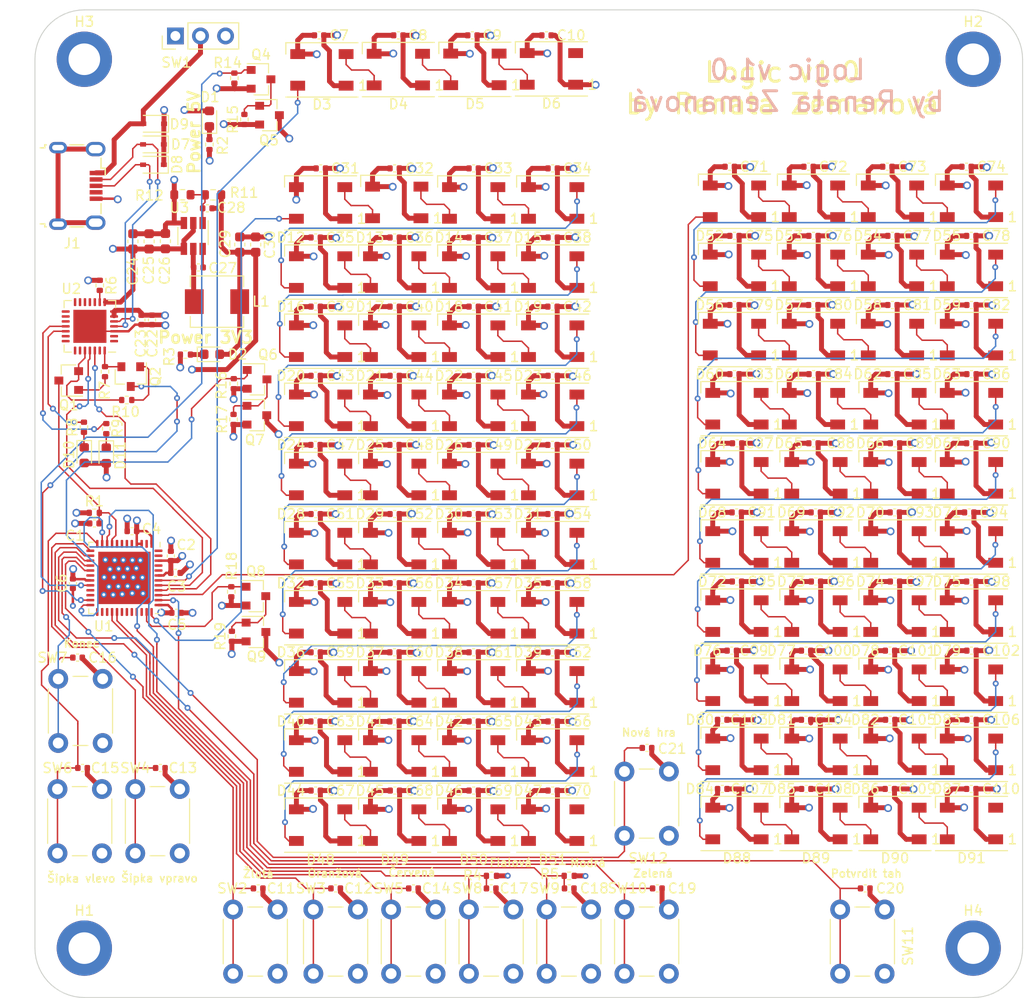
<source format=kicad_pcb>
(kicad_pcb (version 20171130) (host pcbnew 5.1.5+dfsg1-2build2)
  (layers (0 F.Cu signal) (1 In1.Cu signal) (2 In2.Cu signal) (31 B.Cu signal) (34 B.Paste user) (35 F.Paste user) (36 B.SilkS user) (37 F.SilkS user) (38 B.Mask user) (39 F.Mask user) (44 Edge.Cuts user))
  (net 0 "")
  (net 1 Board_1-+3V3)
  (net 2 Board_1-+5V)
  (net 3 Board_1-/herni_LED.sch/10.sch/DATA_IN)
  (net 4 Board_1-/herni_LED.sch/10.sch/DATA_OUT)
  (net 5 Board_1-/herni_LED.sch/2.sch/DATA_IN)
  (net 6 Board_1-/herni_LED.sch/3.sch/DATA_IN)
  (net 7 Board_1-/herni_LED.sch/4.ch/DATA_IN)
  (net 8 Board_1-/herni_LED.sch/5.sch/DATA_IN)
  (net 9 Board_1-/herni_LED.sch/6.sch/DATA_IN)
  (net 10 Board_1-/herni_LED.sch/7.sch/DATA_IN)
  (net 11 Board_1-/herni_LED.sch/8.sch/DATA_IN)
  (net 12 Board_1-/herni_LED.sch/9.sch/DATA_IN)
  (net 13 Board_1-/hodnoceni_LED.sch/10.sch/DATA_IN)
  (net 14 Board_1-/hodnoceni_LED.sch/10.sch/DATA_OUT)
  (net 15 Board_1-/hodnoceni_LED.sch/2.sch/DATA_IN)
  (net 16 Board_1-/hodnoceni_LED.sch/3.sch/DATA_IN)
  (net 17 Board_1-/hodnoceni_LED.sch/4.ch/DATA_IN)
  (net 18 Board_1-/hodnoceni_LED.sch/5.sch/DATA_IN)
  (net 19 Board_1-/hodnoceni_LED.sch/6.sch/DATA_IN)
  (net 20 Board_1-/hodnoceni_LED.sch/7.sch/DATA_IN)
  (net 21 Board_1-/hodnoceni_LED.sch/8.sch/DATA_IN)
  (net 22 Board_1-/hodnoceni_LED.sch/9.sch/DATA_IN)
  (net 23 Board_1-BARVA_1)
  (net 24 Board_1-BARVA_2)
  (net 25 Board_1-BARVA_3)
  (net 26 Board_1-BARVA_4)
  (net 27 Board_1-BARVA_5)
  (net 28 Board_1-BARVA_6)
  (net 29 Board_1-BTN_END)
  (net 30 Board_1-BTN_ENTER)
  (net 31 Board_1-BTN_NEW_GAME)
  (net 32 Board_1-BTN_SIPKA_VLEVO)
  (net 33 Board_1-BTN_SIPKA_VPRAVO)
  (net 34 Board_1-DATA_herni_LED)
  (net 35 Board_1-DATA_hodnoceni_LED)
  (net 36 Board_1-DATA_zadani_LED)
  (net 37 Board_1-EN)
  (net 38 Board_1-GND)
  (net 39 Board_1-IO0)
  (net 40 "Board_1-Net-(C27-Pad1)")
  (net 41 "Board_1-Net-(C27-Pad2)")
  (net 42 "Board_1-Net-(C28-Pad1)")
  (net 43 "Board_1-Net-(D1-Pad1)")
  (net 44 "Board_1-Net-(D10-Pad1)")
  (net 45 "Board_1-Net-(D11-Pad1)")
  (net 46 "Board_1-Net-(D12-Pad2)")
  (net 47 "Board_1-Net-(D13-Pad2)")
  (net 48 "Board_1-Net-(D14-Pad2)")
  (net 49 "Board_1-Net-(D16-Pad2)")
  (net 50 "Board_1-Net-(D17-Pad2)")
  (net 51 "Board_1-Net-(D18-Pad2)")
  (net 52 "Board_1-Net-(D2-Pad1)")
  (net 53 "Board_1-Net-(D20-Pad2)")
  (net 54 "Board_1-Net-(D21-Pad2)")
  (net 55 "Board_1-Net-(D22-Pad2)")
  (net 56 "Board_1-Net-(D24-Pad2)")
  (net 57 "Board_1-Net-(D25-Pad2)")
  (net 58 "Board_1-Net-(D26-Pad2)")
  (net 59 "Board_1-Net-(D28-Pad2)")
  (net 60 "Board_1-Net-(D29-Pad2)")
  (net 61 "Board_1-Net-(D3-Pad2)")
  (net 62 "Board_1-Net-(D30-Pad2)")
  (net 63 "Board_1-Net-(D32-Pad2)")
  (net 64 "Board_1-Net-(D33-Pad2)")
  (net 65 "Board_1-Net-(D34-Pad2)")
  (net 66 "Board_1-Net-(D36-Pad2)")
  (net 67 "Board_1-Net-(D37-Pad2)")
  (net 68 "Board_1-Net-(D38-Pad2)")
  (net 69 "Board_1-Net-(D4-Pad2)")
  (net 70 "Board_1-Net-(D40-Pad2)")
  (net 71 "Board_1-Net-(D41-Pad2)")
  (net 72 "Board_1-Net-(D42-Pad2)")
  (net 73 "Board_1-Net-(D44-Pad2)")
  (net 74 "Board_1-Net-(D45-Pad2)")
  (net 75 "Board_1-Net-(D46-Pad2)")
  (net 76 "Board_1-Net-(D48-Pad2)")
  (net 77 "Board_1-Net-(D49-Pad2)")
  (net 78 "Board_1-Net-(D5-Pad2)")
  (net 79 "Board_1-Net-(D50-Pad2)")
  (net 80 "Board_1-Net-(D52-Pad2)")
  (net 81 "Board_1-Net-(D53-Pad2)")
  (net 82 "Board_1-Net-(D54-Pad2)")
  (net 83 "Board_1-Net-(D56-Pad2)")
  (net 84 "Board_1-Net-(D57-Pad2)")
  (net 85 "Board_1-Net-(D58-Pad2)")
  (net 86 "Board_1-Net-(D6-Pad2)")
  (net 87 "Board_1-Net-(D60-Pad2)")
  (net 88 "Board_1-Net-(D61-Pad2)")
  (net 89 "Board_1-Net-(D62-Pad2)")
  (net 90 "Board_1-Net-(D64-Pad2)")
  (net 91 "Board_1-Net-(D65-Pad2)")
  (net 92 "Board_1-Net-(D66-Pad2)")
  (net 93 "Board_1-Net-(D68-Pad2)")
  (net 94 "Board_1-Net-(D69-Pad2)")
  (net 95 "Board_1-Net-(D7-Pad2)")
  (net 96 "Board_1-Net-(D70-Pad2)")
  (net 97 "Board_1-Net-(D72-Pad2)")
  (net 98 "Board_1-Net-(D73-Pad2)")
  (net 99 "Board_1-Net-(D74-Pad2)")
  (net 100 "Board_1-Net-(D76-Pad2)")
  (net 101 "Board_1-Net-(D77-Pad2)")
  (net 102 "Board_1-Net-(D78-Pad2)")
  (net 103 "Board_1-Net-(D8-Pad2)")
  (net 104 "Board_1-Net-(D80-Pad2)")
  (net 105 "Board_1-Net-(D81-Pad2)")
  (net 106 "Board_1-Net-(D82-Pad2)")
  (net 107 "Board_1-Net-(D84-Pad2)")
  (net 108 "Board_1-Net-(D85-Pad2)")
  (net 109 "Board_1-Net-(D86-Pad2)")
  (net 110 "Board_1-Net-(D88-Pad2)")
  (net 111 "Board_1-Net-(D89-Pad2)")
  (net 112 "Board_1-Net-(D90-Pad2)")
  (net 113 "Board_1-Net-(J1-Pad4)")
  (net 114 "Board_1-Net-(J1-Pad6)")
  (net 115 "Board_1-Net-(Q1-Pad1)")
  (net 116 "Board_1-Net-(Q1-Pad2)")
  (net 117 "Board_1-Net-(Q2-Pad1)")
  (net 118 "Board_1-Net-(Q2-Pad2)")
  (net 119 "Board_1-Net-(Q4-Pad3)")
  (net 120 "Board_1-Net-(Q6-Pad3)")
  (net 121 "Board_1-Net-(Q8-Pad3)")
  (net 122 "Board_1-Net-(R6-Pad2)")
  (net 123 "Board_1-Net-(R8-Pad2)")
  (net 124 "Board_1-Net-(R9-Pad2)")
  (net 125 "Board_1-Net-(SW1-Pad3)")
  (net 126 "Board_1-Net-(U1-Pad18)")
  (net 127 "Board_1-Net-(U1-Pad2)")
  (net 128 "Board_1-Net-(U1-Pad21)")
  (net 129 "Board_1-Net-(U1-Pad22)")
  (net 130 "Board_1-Net-(U1-Pad25)")
  (net 131 "Board_1-Net-(U1-Pad26)")
  (net 132 "Board_1-Net-(U1-Pad27)")
  (net 133 "Board_1-Net-(U1-Pad30)")
  (net 134 "Board_1-Net-(U1-Pad31)")
  (net 135 "Board_1-Net-(U1-Pad32)")
  (net 136 "Board_1-Net-(U1-Pad33)")
  (net 137 "Board_1-Net-(U1-Pad34)")
  (net 138 "Board_1-Net-(U1-Pad44)")
  (net 139 "Board_1-Net-(U1-Pad45)")
  (net 140 "Board_1-Net-(U1-Pad47)")
  (net 141 "Board_1-Net-(U1-Pad48)")
  (net 142 "Board_1-Net-(U1-Pad5)")
  (net 143 "Board_1-Net-(U1-Pad6)")
  (net 144 "Board_1-Net-(U1-Pad7)")
  (net 145 "Board_1-Net-(U1-Pad8)")
  (net 146 "Board_1-Net-(U2-Pad1)")
  (net 147 "Board_1-Net-(U2-Pad10)")
  (net 148 "Board_1-Net-(U2-Pad11)")
  (net 149 "Board_1-Net-(U2-Pad12)")
  (net 150 "Board_1-Net-(U2-Pad13)")
  (net 151 "Board_1-Net-(U2-Pad14)")
  (net 152 "Board_1-Net-(U2-Pad15)")
  (net 153 "Board_1-Net-(U2-Pad16)")
  (net 154 "Board_1-Net-(U2-Pad17)")
  (net 155 "Board_1-Net-(U2-Pad2)")
  (net 156 "Board_1-Net-(U2-Pad20)")
  (net 157 "Board_1-Net-(U2-Pad21)")
  (net 158 "Board_1-Net-(U2-Pad22)")
  (net 159 "Board_1-Net-(U2-Pad23)")
  (net 160 "Board_1-Net-(U2-Pad27)")
  (net 161 Board_1-RX_ESP)
  (net 162 Board_1-TX_ESP)
  (net 163 Board_1-V_IN)
  (net 164 Board_1-V_LED_1)
  (net 165 Board_1-V_LED_2)
  (net 166 Board_1-V_LED_3)
  (net 167 Board_1-ZAPINANI_1_CAST_LED)
  (net 168 Board_1-ZAPINANI_2_CAST_LED)
  (net 169 Board_1-ZAPINANI_3_CAST_LED)
  (module NPTH (layer F.Cu) (at 57.999 148.001001)
    (fp_text reference REF** hide)
    (fp_text value NPTH hide)
    (pad "" np_thru_hole circle (at 0 0) (size 1.152 1.152) (drill 1.152) (layers *.Cu *.Mask))
  )
  (module NPTH (layer F.Cu) (at 142.001001 51.999)
    (fp_text reference REF** hide)
    (fp_text value NPTH hide)
    (pad "" np_thru_hole circle (at 0 0) (size 1.152 1.152) (drill 1.152) (layers *.Cu *.Mask))
  )
  (module NPTH (layer F.Cu) (at 57.999 51.999)
    (fp_text reference REF** hide)
    (fp_text value NPTH hide)
    (pad "" np_thru_hole circle (at 0 0) (size 1.152 1.152) (drill 1.152) (layers *.Cu *.Mask))
  )
  (module Capacitor_SMD:C_0402_1005Metric (layer F.Cu) (at 56.018001 101.996001)
    (fp_text reference C1 (at -1.958 1.234) (layer F.SilkS))
    (fp_text value 1u)
    (pad 1 smd roundrect (at -0.48 0) (size 0.56 0.62) (layers F.Cu F.Paste F.Mask) (net 38 Board_1-GND))
    (pad 2 smd roundrect (at 0.48 0) (size 0.56 0.62) (layers F.Cu F.Paste F.Mask) (net 37 Board_1-EN))
  )
  (module Capacitor_SMD:C_0402_1005Metric (layer F.Cu) (at 63.760001 105.290001 90)
    (fp_text reference C2 (at 1.12 1.55 180) (layer F.SilkS))
    (fp_text value 100n)
    (pad 1 smd roundrect (at -0.48 0 90) (size 0.56 0.62) (layers F.Cu F.Paste F.Mask) (net 1 Board_1-+3V3))
    (pad 2 smd roundrect (at 0.48 0 90) (size 0.56 0.62) (layers F.Cu F.Paste F.Mask) (net 38 Board_1-GND))
  )
  (module Capacitor_SMD:C_0402_1005Metric (layer F.Cu) (at 64.230001 107.010001)
    (fp_text reference C3 (at 0.12 1.37) (layer F.SilkS))
    (fp_text value 100n)
    (pad 1 smd roundrect (at -0.48 0) (size 0.56 0.62) (layers F.Cu F.Paste F.Mask) (net 1 Board_1-+3V3))
    (pad 2 smd roundrect (at 0.48 0) (size 0.56 0.62) (layers F.Cu F.Paste F.Mask) (net 38 Board_1-GND))
  )
  (module Capacitor_SMD:C_0402_1005Metric (layer F.Cu) (at 59.820001 102.780001)
    (fp_text reference C4 (at 1.99 -0.22) (layer F.SilkS))
    (fp_text value 10u)
    (pad 1 smd roundrect (at -0.48 0) (size 0.56 0.62) (layers F.Cu F.Paste F.Mask) (net 38 Board_1-GND))
    (pad 2 smd roundrect (at 0.48 0) (size 0.56 0.62) (layers F.Cu F.Paste F.Mask) (net 1 Board_1-+3V3))
  )
  (module Capacitor_SMD:C_0402_1005Metric (layer F.Cu) (at 64.330001 111.050001 180)
    (fp_text reference C5 (at -0.04 -1.2) (layer F.SilkS))
    (fp_text value 100n)
    (pad 1 smd roundrect (at -0.48 0 180) (size 0.56 0.62) (layers F.Cu F.Paste F.Mask) (net 38 Board_1-GND))
    (pad 2 smd roundrect (at 0.48 0 180) (size 0.56 0.62) (layers F.Cu F.Paste F.Mask) (net 1 Board_1-+3V3))
  )
  (module Capacitor_SMD:C_0402_1005Metric (layer F.Cu) (at 53.840001 108.090001 90)
    (fp_text reference C6 (at 0.04 -1.12 270) (layer F.SilkS))
    (fp_text value 100n)
    (pad 1 smd roundrect (at -0.48 0 90) (size 0.56 0.62) (layers F.Cu F.Paste F.Mask) (net 38 Board_1-GND))
    (pad 2 smd roundrect (at 0.48 0 90) (size 0.56 0.62) (layers F.Cu F.Paste F.Mask) (net 1 Board_1-+3V3))
  )
  (module Capacitor_SMD:C_0402_1005Metric (layer F.Cu) (at 78.774001 52.576001 180)
    (fp_text reference C7 (at -2.02 0) (layer F.SilkS))
    (fp_text value 100n)
    (pad 1 smd roundrect (at -0.48 0 180) (size 0.56 0.62) (layers F.Cu F.Paste F.Mask) (net 164 Board_1-V_LED_1))
    (pad 2 smd roundrect (at 0.48 0 180) (size 0.56 0.62) (layers F.Cu F.Paste F.Mask) (net 38 Board_1-GND))
  )
  (module Capacitor_SMD:C_0402_1005Metric (layer F.Cu) (at 86.794001 52.576001 180)
    (fp_text reference C8 (at -1.98 0) (layer F.SilkS))
    (fp_text value 100n)
    (pad 1 smd roundrect (at -0.48 0 180) (size 0.56 0.62) (layers F.Cu F.Paste F.Mask) (net 164 Board_1-V_LED_1))
    (pad 2 smd roundrect (at 0.48 0 180) (size 0.56 0.62) (layers F.Cu F.Paste F.Mask) (net 38 Board_1-GND))
  )
  (module Capacitor_SMD:C_0402_1005Metric (layer F.Cu) (at 94.294001 52.576001 180)
    (fp_text reference C9 (at -2 0) (layer F.SilkS))
    (fp_text value 100n)
    (pad 1 smd roundrect (at -0.48 0 180) (size 0.56 0.62) (layers F.Cu F.Paste F.Mask) (net 164 Board_1-V_LED_1))
    (pad 2 smd roundrect (at 0.48 0 180) (size 0.56 0.62) (layers F.Cu F.Paste F.Mask) (net 38 Board_1-GND))
  )
  (module Capacitor_SMD:C_0402_1005Metric (layer F.Cu) (at 101.794001 52.576001 180)
    (fp_text reference C10 (at -2.5 0) (layer F.SilkS))
    (fp_text value 100n)
    (pad 1 smd roundrect (at -0.48 0 180) (size 0.56 0.62) (layers F.Cu F.Paste F.Mask) (net 164 Board_1-V_LED_1))
    (pad 2 smd roundrect (at 0.48 0 180) (size 0.56 0.62) (layers F.Cu F.Paste F.Mask) (net 38 Board_1-GND))
  )
  (module Capacitor_SMD:C_0402_1005Metric (layer F.Cu) (at 72.602001 138.952001 180)
    (fp_text reference C11 (at -2.314 0) (layer F.SilkS))
    (fp_text value 10n)
    (pad 1 smd roundrect (at -0.48 0 180) (size 0.56 0.62) (layers F.Cu F.Paste F.Mask) (net 38 Board_1-GND))
    (pad 2 smd roundrect (at 0.48 0 180) (size 0.56 0.62) (layers F.Cu F.Paste F.Mask) (net 23 Board_1-BARVA_1))
  )
  (module Capacitor_SMD:C_0402_1005Metric (layer F.Cu) (at 80.448001 138.952001 180)
    (fp_text reference C12 (at -2.314 0) (layer F.SilkS))
    (fp_text value 10n)
    (pad 1 smd roundrect (at -0.48 0 180) (size 0.56 0.62) (layers F.Cu F.Paste F.Mask) (net 38 Board_1-GND))
    (pad 2 smd roundrect (at 0.48 0 180) (size 0.56 0.62) (layers F.Cu F.Paste F.Mask) (net 24 Board_1-BARVA_2))
  )
  (module Capacitor_SMD:C_0402_1005Metric (layer F.Cu) (at 62.696001 126.760001 180)
    (fp_text reference C13 (at -2.286 0) (layer F.SilkS))
    (fp_text value 10n)
    (pad 1 smd roundrect (at -0.48 0 180) (size 0.56 0.62) (layers F.Cu F.Paste F.Mask) (net 38 Board_1-GND))
    (pad 2 smd roundrect (at 0.48 0 180) (size 0.56 0.62) (layers F.Cu F.Paste F.Mask) (net 33 Board_1-BTN_SIPKA_VPRAVO))
  )
  (module Capacitor_SMD:C_0402_1005Metric (layer F.Cu) (at 88.322001 138.952001 180)
    (fp_text reference C14 (at -2.314 0) (layer F.SilkS))
    (fp_text value 10n)
    (pad 1 smd roundrect (at -0.48 0 180) (size 0.56 0.62) (layers F.Cu F.Paste F.Mask) (net 38 Board_1-GND))
    (pad 2 smd roundrect (at 0.48 0 180) (size 0.56 0.62) (layers F.Cu F.Paste F.Mask) (net 25 Board_1-BARVA_3))
  )
  (module Capacitor_SMD:C_0402_1005Metric (layer F.Cu) (at 54.822001 126.760001 180)
    (fp_text reference C15 (at -2.286 0) (layer F.SilkS))
    (fp_text value 10n)
    (pad 1 smd roundrect (at -0.48 0 180) (size 0.56 0.62) (layers F.Cu F.Paste F.Mask) (net 38 Board_1-GND))
    (pad 2 smd roundrect (at 0.48 0 180) (size 0.56 0.62) (layers F.Cu F.Paste F.Mask) (net 32 Board_1-BTN_SIPKA_VLEVO))
  )
  (module Capacitor_SMD:C_0402_1005Metric (layer F.Cu) (at 54.314001 115.584001 180)
    (fp_text reference C16 (at -2.54 0) (layer F.SilkS))
    (fp_text value 10n)
    (pad 1 smd roundrect (at -0.48 0 180) (size 0.56 0.62) (layers F.Cu F.Paste F.Mask) (net 38 Board_1-GND))
    (pad 2 smd roundrect (at 0.48 0 180) (size 0.56 0.62) (layers F.Cu F.Paste F.Mask) (net 29 Board_1-BTN_END))
  )
  (module Capacitor_SMD:C_0402_1005Metric (layer F.Cu) (at 96.196001 138.952001 180)
    (fp_text reference C17 (at -2.314 0) (layer F.SilkS))
    (fp_text value 10n)
    (pad 1 smd roundrect (at -0.48 0 180) (size 0.56 0.62) (layers F.Cu F.Paste F.Mask) (net 38 Board_1-GND))
    (pad 2 smd roundrect (at 0.48 0 180) (size 0.56 0.62) (layers F.Cu F.Paste F.Mask) (net 26 Board_1-BARVA_4))
  )
  (module Capacitor_SMD:C_0402_1005Metric (layer F.Cu) (at 104.098001 138.952001 180)
    (fp_text reference C18 (at -2.54 0) (layer F.SilkS))
    (fp_text value 10n)
    (pad 1 smd roundrect (at -0.48 0 180) (size 0.56 0.62) (layers F.Cu F.Paste F.Mask) (net 38 Board_1-GND))
    (pad 2 smd roundrect (at 0.48 0 180) (size 0.56 0.62) (layers F.Cu F.Paste F.Mask) (net 27 Board_1-BARVA_5))
  )
  (module Capacitor_SMD:C_0402_1005Metric (layer F.Cu) (at 113.016001 138.952001 180)
    (fp_text reference C19 (at -2.512 0) (layer F.SilkS))
    (fp_text value 10n)
    (pad 1 smd roundrect (at -0.48 0 180) (size 0.56 0.62) (layers F.Cu F.Paste F.Mask) (net 38 Board_1-GND))
    (pad 2 smd roundrect (at 0.48 0 180) (size 0.56 0.62) (layers F.Cu F.Paste F.Mask) (net 28 Board_1-BARVA_6))
  )
  (module Capacitor_SMD:C_0402_1005Metric (layer F.Cu) (at 134.070001 138.952001 180)
    (fp_text reference C20 (at -2.54 0) (layer F.SilkS))
    (fp_text value 10n)
    (pad 1 smd roundrect (at -0.48 0 180) (size 0.56 0.62) (layers F.Cu F.Paste F.Mask) (net 38 Board_1-GND))
    (pad 2 smd roundrect (at 0.48 0 180) (size 0.56 0.62) (layers F.Cu F.Paste F.Mask) (net 30 Board_1-BTN_ENTER))
  )
  (module Capacitor_SMD:C_0402_1005Metric (layer F.Cu) (at 111.972001 124.728001 180)
    (fp_text reference C21 (at -2.548 -0.082 180) (layer F.SilkS))
    (fp_text value 10n)
    (pad 1 smd roundrect (at -0.48 0 180) (size 0.56 0.62) (layers F.Cu F.Paste F.Mask) (net 38 Board_1-GND))
    (pad 2 smd roundrect (at 0.48 0 180) (size 0.56 0.62) (layers F.Cu F.Paste F.Mask) (net 31 Board_1-BTN_NEW_GAME))
  )
  (module Capacitor_SMD:C_0402_1005Metric (layer F.Cu) (at 60.780001 81.390001 90)
    (fp_text reference C23 (at -2.38 -0.07 90) (layer F.SilkS))
    (fp_text value 100n)
    (pad 1 smd roundrect (at -0.48 0 90) (size 0.56 0.62) (layers F.Cu F.Paste F.Mask) (net 38 Board_1-GND))
    (pad 2 smd roundrect (at 0.48 0 90) (size 0.56 0.62) (layers F.Cu F.Paste F.Mask) (net 1 Board_1-+3V3))
  )
  (module Capacitor_SMD:C_0603_1608Metric (layer F.Cu) (at 59.920001 73.440001 90)
    (fp_text reference C24 (at -3.02 -0.02 90) (layer F.SilkS))
    (fp_text value 22u)
    (pad 1 smd roundrect (at -0.775 0 90) (size 0.9 0.95) (layers F.Cu F.Paste F.Mask) (net 2 Board_1-+5V))
    (pad 2 smd roundrect (at 0.775 0 90) (size 0.9 0.95) (layers F.Cu F.Paste F.Mask) (net 38 Board_1-GND))
  )
  (module Capacitor_SMD:C_0603_1608Metric (layer F.Cu) (at 61.560001 73.440001 90)
    (fp_text reference C25 (at -2.93 -0.04 90) (layer F.SilkS))
    (fp_text value 22u)
    (pad 1 smd roundrect (at -0.775 0 90) (size 0.9 0.95) (layers F.Cu F.Paste F.Mask) (net 2 Board_1-+5V))
    (pad 2 smd roundrect (at 0.775 0 90) (size 0.9 0.95) (layers F.Cu F.Paste F.Mask) (net 38 Board_1-GND))
  )
  (module Capacitor_SMD:C_0603_1608Metric (layer F.Cu) (at 63.210001 73.420001 90)
    (fp_text reference C26 (at -2.98 -0.07 90) (layer F.SilkS))
    (fp_text value 22u)
    (pad 1 smd roundrect (at -0.775 0 90) (size 0.9 0.95) (layers F.Cu F.Paste F.Mask) (net 2 Board_1-+5V))
    (pad 2 smd roundrect (at 0.775 0 90) (size 0.9 0.95) (layers F.Cu F.Paste F.Mask) (net 38 Board_1-GND))
  )
  (module Capacitor_SMD:C_0402_1005Metric (layer F.Cu) (at 66.550001 76.080001)
    (fp_text reference C27 (at 2.46 0.06) (layer F.SilkS))
    (fp_text value 100n)
    (pad 1 smd roundrect (at -0.48 0) (size 0.56 0.62) (layers F.Cu F.Paste F.Mask) (net 40 "Board_1-Net-(C27-Pad1)"))
    (pad 2 smd roundrect (at 0.48 0) (size 0.56 0.62) (layers F.Cu F.Paste F.Mask) (net 41 "Board_1-Net-(C27-Pad2)"))
  )
  (module Capacitor_SMD:C_0402_1005Metric (layer F.Cu) (at 67.460001 70.090001)
    (fp_text reference C28 (at 2.41 -0.06) (layer F.SilkS))
    (fp_text value 47p)
    (pad 1 smd roundrect (at -0.48 0) (size 0.56 0.62) (layers F.Cu F.Paste F.Mask) (net 42 "Board_1-Net-(C28-Pad1)"))
    (pad 2 smd roundrect (at 0.48 0) (size 0.56 0.62) (layers F.Cu F.Paste F.Mask) (net 1 Board_1-+3V3))
  )
  (module Capacitor_SMD:C_0603_1608Metric (layer F.Cu) (at 70.740001 73.765001 270)
    (fp_text reference C29 (at -0.065 1.47 90) (layer F.SilkS))
    (fp_text value 22u)
    (pad 1 smd roundrect (at -0.775 0 270) (size 0.9 0.95) (layers F.Cu F.Paste F.Mask) (net 38 Board_1-GND))
    (pad 2 smd roundrect (at 0.775 0 270) (size 0.9 0.95) (layers F.Cu F.Paste F.Mask) (net 1 Board_1-+3V3))
  )
  (module Capacitor_SMD:C_0603_1608Metric (layer F.Cu) (at 72.350001 73.765001 270)
    (fp_text reference C30 (at 0 -1.43 90) (layer F.SilkS))
    (fp_text value 22u)
    (pad 1 smd roundrect (at -0.775 0 270) (size 0.9 0.95) (layers F.Cu F.Paste F.Mask) (net 38 Board_1-GND))
    (pad 2 smd roundrect (at 0.775 0 270) (size 0.9 0.95) (layers F.Cu F.Paste F.Mask) (net 1 Board_1-+3V3))
  )
  (module Capacitor_SMD:C_0402_1005Metric (layer F.Cu) (at 78.942001 66.048001 180)
    (fp_text reference C31 (at -2.48 0 180) (layer F.SilkS))
    (fp_text value 100n)
    (pad 1 smd roundrect (at -0.48 0 180) (size 0.56 0.62) (layers F.Cu F.Paste F.Mask) (net 164 Board_1-V_LED_1))
    (pad 2 smd roundrect (at 0.48 0 180) (size 0.56 0.62) (layers F.Cu F.Paste F.Mask) (net 38 Board_1-GND))
  )
  (module Capacitor_SMD:C_0402_1005Metric (layer F.Cu) (at 86.422001 66.048001 180)
    (fp_text reference C32 (at -2.5 0) (layer F.SilkS))
    (fp_text value 100n)
    (pad 1 smd roundrect (at -0.48 0 180) (size 0.56 0.62) (layers F.Cu F.Paste F.Mask) (net 164 Board_1-V_LED_1))
    (pad 2 smd roundrect (at 0.48 0 180) (size 0.56 0.62) (layers F.Cu F.Paste F.Mask) (net 38 Board_1-GND))
  )
  (module Capacitor_SMD:C_0402_1005Metric (layer F.Cu) (at 94.422001 66.048001 180)
    (fp_text reference C33 (at -2.5 0) (layer F.SilkS))
    (fp_text value 100n)
    (pad 1 smd roundrect (at -0.48 0 180) (size 0.56 0.62) (layers F.Cu F.Paste F.Mask) (net 164 Board_1-V_LED_1))
    (pad 2 smd roundrect (at 0.48 0 180) (size 0.56 0.62) (layers F.Cu F.Paste F.Mask) (net 38 Board_1-GND))
  )
  (module Capacitor_SMD:C_0402_1005Metric (layer F.Cu) (at 102.422001 66.048001 180)
    (fp_text reference C34 (at -2.5 0) (layer F.SilkS))
    (fp_text value 100n)
    (pad 1 smd roundrect (at -0.48 0 180) (size 0.56 0.62) (layers F.Cu F.Paste F.Mask) (net 164 Board_1-V_LED_1))
    (pad 2 smd roundrect (at 0.48 0 180) (size 0.56 0.62) (layers F.Cu F.Paste F.Mask) (net 38 Board_1-GND))
  )
  (module Capacitor_SMD:C_0402_1005Metric (layer F.Cu) (at 78.422001 73.048001 180)
    (fp_text reference C35 (at -2.48 0) (layer F.SilkS))
    (fp_text value 100n)
    (pad 1 smd roundrect (at -0.48 0 180) (size 0.56 0.62) (layers F.Cu F.Paste F.Mask) (net 164 Board_1-V_LED_1))
    (pad 2 smd roundrect (at 0.48 0 180) (size 0.56 0.62) (layers F.Cu F.Paste F.Mask) (net 38 Board_1-GND))
  )
  (module Capacitor_SMD:C_0402_1005Metric (layer F.Cu) (at 86.422001 73.048001 180)
    (fp_text reference C36 (at -2.5 0) (layer F.SilkS))
    (fp_text value 100n)
    (pad 1 smd roundrect (at -0.48 0 180) (size 0.56 0.62) (layers F.Cu F.Paste F.Mask) (net 164 Board_1-V_LED_1))
    (pad 2 smd roundrect (at 0.48 0 180) (size 0.56 0.62) (layers F.Cu F.Paste F.Mask) (net 38 Board_1-GND))
  )
  (module Capacitor_SMD:C_0402_1005Metric (layer F.Cu) (at 94.422001 73.048001 180)
    (fp_text reference C37 (at -2.5 0) (layer F.SilkS))
    (fp_text value 100n)
    (pad 1 smd roundrect (at -0.48 0 180) (size 0.56 0.62) (layers F.Cu F.Paste F.Mask) (net 164 Board_1-V_LED_1))
    (pad 2 smd roundrect (at 0.48 0 180) (size 0.56 0.62) (layers F.Cu F.Paste F.Mask) (net 38 Board_1-GND))
  )
  (module Capacitor_SMD:C_0402_1005Metric (layer F.Cu) (at 102.422001 73.048001 180)
    (fp_text reference C38 (at -2.5 0) (layer F.SilkS))
    (fp_text value 100n)
    (pad 1 smd roundrect (at -0.48 0 180) (size 0.56 0.62) (layers F.Cu F.Paste F.Mask) (net 164 Board_1-V_LED_1))
    (pad 2 smd roundrect (at 0.48 0 180) (size 0.56 0.62) (layers F.Cu F.Paste F.Mask) (net 38 Board_1-GND))
  )
  (module Capacitor_SMD:C_0402_1005Metric (layer F.Cu) (at 78.422001 80.048001 180)
    (fp_text reference C39 (at -2.5 0) (layer F.SilkS))
    (fp_text value 100n)
    (pad 1 smd roundrect (at -0.48 0 180) (size 0.56 0.62) (layers F.Cu F.Paste F.Mask) (net 164 Board_1-V_LED_1))
    (pad 2 smd roundrect (at 0.48 0 180) (size 0.56 0.62) (layers F.Cu F.Paste F.Mask) (net 38 Board_1-GND))
  )
  (module Capacitor_SMD:C_0402_1005Metric (layer F.Cu) (at 86.422001 80.048001 180)
    (fp_text reference C40 (at -2.5 0) (layer F.SilkS))
    (fp_text value 100n)
    (pad 1 smd roundrect (at -0.48 0 180) (size 0.56 0.62) (layers F.Cu F.Paste F.Mask) (net 164 Board_1-V_LED_1))
    (pad 2 smd roundrect (at 0.48 0 180) (size 0.56 0.62) (layers F.Cu F.Paste F.Mask) (net 38 Board_1-GND))
  )
  (module Capacitor_SMD:C_0402_1005Metric (layer F.Cu) (at 94.422001 80.048001 180)
    (fp_text reference C41 (at -2.5 0) (layer F.SilkS))
    (fp_text value 100n)
    (pad 1 smd roundrect (at -0.48 0 180) (size 0.56 0.62) (layers F.Cu F.Paste F.Mask) (net 164 Board_1-V_LED_1))
    (pad 2 smd roundrect (at 0.48 0 180) (size 0.56 0.62) (layers F.Cu F.Paste F.Mask) (net 38 Board_1-GND))
  )
  (module Capacitor_SMD:C_0402_1005Metric (layer F.Cu) (at 102.402001 80.048001 180)
    (fp_text reference C42 (at -2.52 0) (layer F.SilkS))
    (fp_text value 100n)
    (pad 1 smd roundrect (at -0.48 0 180) (size 0.56 0.62) (layers F.Cu F.Paste F.Mask) (net 164 Board_1-V_LED_1))
    (pad 2 smd roundrect (at 0.48 0 180) (size 0.56 0.62) (layers F.Cu F.Paste F.Mask) (net 38 Board_1-GND))
  )
  (module Capacitor_SMD:C_0402_1005Metric (layer F.Cu) (at 78.422001 87.048001 180)
    (fp_text reference C43 (at -2.5 0) (layer F.SilkS))
    (fp_text value 100n)
    (pad 1 smd roundrect (at -0.48 0 180) (size 0.56 0.62) (layers F.Cu F.Paste F.Mask) (net 164 Board_1-V_LED_1))
    (pad 2 smd roundrect (at 0.48 0 180) (size 0.56 0.62) (layers F.Cu F.Paste F.Mask) (net 38 Board_1-GND))
  )
  (module Capacitor_SMD:C_0402_1005Metric (layer F.Cu) (at 86.422001 87.048001 180)
    (fp_text reference C44 (at -2.5 0) (layer F.SilkS))
    (fp_text value 100n)
    (pad 1 smd roundrect (at -0.48 0 180) (size 0.56 0.62) (layers F.Cu F.Paste F.Mask) (net 164 Board_1-V_LED_1))
    (pad 2 smd roundrect (at 0.48 0 180) (size 0.56 0.62) (layers F.Cu F.Paste F.Mask) (net 38 Board_1-GND))
  )
  (module Capacitor_SMD:C_0402_1005Metric (layer F.Cu) (at 94.422001 87.048001 180)
    (fp_text reference C45 (at -2.5 0) (layer F.SilkS))
    (fp_text value 100n)
    (pad 1 smd roundrect (at -0.48 0 180) (size 0.56 0.62) (layers F.Cu F.Paste F.Mask) (net 164 Board_1-V_LED_1))
    (pad 2 smd roundrect (at 0.48 0 180) (size 0.56 0.62) (layers F.Cu F.Paste F.Mask) (net 38 Board_1-GND))
  )
  (module Capacitor_SMD:C_0402_1005Metric (layer F.Cu) (at 102.422001 87.048001 180)
    (fp_text reference C46 (at -2.5 0) (layer F.SilkS))
    (fp_text value 100n)
    (pad 1 smd roundrect (at -0.48 0 180) (size 0.56 0.62) (layers F.Cu F.Paste F.Mask) (net 164 Board_1-V_LED_1))
    (pad 2 smd roundrect (at 0.48 0 180) (size 0.56 0.62) (layers F.Cu F.Paste F.Mask) (net 38 Board_1-GND))
  )
  (module Capacitor_SMD:C_0402_1005Metric (layer F.Cu) (at 78.402001 94.048001 180)
    (fp_text reference C47 (at -2.52 0) (layer F.SilkS))
    (fp_text value 100n)
    (pad 1 smd roundrect (at -0.48 0 180) (size 0.56 0.62) (layers F.Cu F.Paste F.Mask) (net 165 Board_1-V_LED_2))
    (pad 2 smd roundrect (at 0.48 0 180) (size 0.56 0.62) (layers F.Cu F.Paste F.Mask) (net 38 Board_1-GND))
  )
  (module Capacitor_SMD:C_0402_1005Metric (layer F.Cu) (at 86.402001 94.048001 180)
    (fp_text reference C48 (at -2.52 0) (layer F.SilkS))
    (fp_text value 100n)
    (pad 1 smd roundrect (at -0.48 0 180) (size 0.56 0.62) (layers F.Cu F.Paste F.Mask) (net 165 Board_1-V_LED_2))
    (pad 2 smd roundrect (at 0.48 0 180) (size 0.56 0.62) (layers F.Cu F.Paste F.Mask) (net 38 Board_1-GND))
  )
  (module Capacitor_SMD:C_0402_1005Metric (layer F.Cu) (at 94.422001 94.048001 180)
    (fp_text reference C49 (at -2.5 0) (layer F.SilkS))
    (fp_text value 100n)
    (pad 1 smd roundrect (at -0.48 0 180) (size 0.56 0.62) (layers F.Cu F.Paste F.Mask) (net 165 Board_1-V_LED_2))
    (pad 2 smd roundrect (at 0.48 0 180) (size 0.56 0.62) (layers F.Cu F.Paste F.Mask) (net 38 Board_1-GND))
  )
  (module Capacitor_SMD:C_0402_1005Metric (layer F.Cu) (at 102.402001 94.048001 180)
    (fp_text reference C50 (at -2.52 0) (layer F.SilkS))
    (fp_text value 100n)
    (pad 1 smd roundrect (at -0.48 0 180) (size 0.56 0.62) (layers F.Cu F.Paste F.Mask) (net 165 Board_1-V_LED_2))
    (pad 2 smd roundrect (at 0.48 0 180) (size 0.56 0.62) (layers F.Cu F.Paste F.Mask) (net 38 Board_1-GND))
  )
  (module Capacitor_SMD:C_0402_1005Metric (layer F.Cu) (at 78.422001 101.048001 180)
    (fp_text reference C51 (at -2.5 0) (layer F.SilkS))
    (fp_text value 100n)
    (pad 1 smd roundrect (at -0.48 0 180) (size 0.56 0.62) (layers F.Cu F.Paste F.Mask) (net 165 Board_1-V_LED_2))
    (pad 2 smd roundrect (at 0.48 0 180) (size 0.56 0.62) (layers F.Cu F.Paste F.Mask) (net 38 Board_1-GND))
  )
  (module Capacitor_SMD:C_0402_1005Metric (layer F.Cu) (at 86.422001 101.048001 180)
    (fp_text reference C52 (at -2.5 0) (layer F.SilkS))
    (fp_text value 100n)
    (pad 1 smd roundrect (at -0.48 0 180) (size 0.56 0.62) (layers F.Cu F.Paste F.Mask) (net 165 Board_1-V_LED_2))
    (pad 2 smd roundrect (at 0.48 0 180) (size 0.56 0.62) (layers F.Cu F.Paste F.Mask) (net 38 Board_1-GND))
  )
  (module Capacitor_SMD:C_0402_1005Metric (layer F.Cu) (at 94.422001 101.048001 180)
    (fp_text reference C53 (at -2.5 0) (layer F.SilkS))
    (fp_text value 100n)
    (pad 1 smd roundrect (at -0.48 0 180) (size 0.56 0.62) (layers F.Cu F.Paste F.Mask) (net 165 Board_1-V_LED_2))
    (pad 2 smd roundrect (at 0.48 0 180) (size 0.56 0.62) (layers F.Cu F.Paste F.Mask) (net 38 Board_1-GND))
  )
  (module Capacitor_SMD:C_0402_1005Metric (layer F.Cu) (at 102.402001 101.048001 180)
    (fp_text reference C54 (at -2.52 0) (layer F.SilkS))
    (fp_text value 100n)
    (pad 1 smd roundrect (at -0.48 0 180) (size 0.56 0.62) (layers F.Cu F.Paste F.Mask) (net 165 Board_1-V_LED_2))
    (pad 2 smd roundrect (at 0.48 0 180) (size 0.56 0.62) (layers F.Cu F.Paste F.Mask) (net 38 Board_1-GND))
  )
  (module Capacitor_SMD:C_0402_1005Metric (layer F.Cu) (at 78.422001 108.048001 180)
    (fp_text reference C55 (at -2.5 0) (layer F.SilkS))
    (fp_text value 100n)
    (pad 1 smd roundrect (at -0.48 0 180) (size 0.56 0.62) (layers F.Cu F.Paste F.Mask) (net 165 Board_1-V_LED_2))
    (pad 2 smd roundrect (at 0.48 0 180) (size 0.56 0.62) (layers F.Cu F.Paste F.Mask) (net 38 Board_1-GND))
  )
  (module Capacitor_SMD:C_0402_1005Metric (layer F.Cu) (at 86.422001 108.048001 180)
    (fp_text reference C56 (at -2.5 0) (layer F.SilkS))
    (fp_text value 100n)
    (pad 1 smd roundrect (at -0.48 0 180) (size 0.56 0.62) (layers F.Cu F.Paste F.Mask) (net 165 Board_1-V_LED_2))
    (pad 2 smd roundrect (at 0.48 0 180) (size 0.56 0.62) (layers F.Cu F.Paste F.Mask) (net 38 Board_1-GND))
  )
  (module Capacitor_SMD:C_0402_1005Metric (layer F.Cu) (at 94.422001 108.048001 180)
    (fp_text reference C57 (at -2.5 0) (layer F.SilkS))
    (fp_text value 100n)
    (pad 1 smd roundrect (at -0.48 0 180) (size 0.56 0.62) (layers F.Cu F.Paste F.Mask) (net 165 Board_1-V_LED_2))
    (pad 2 smd roundrect (at 0.48 0 180) (size 0.56 0.62) (layers F.Cu F.Paste F.Mask) (net 38 Board_1-GND))
  )
  (module Capacitor_SMD:C_0402_1005Metric (layer F.Cu) (at 102.422001 108.048001 180)
    (fp_text reference C58 (at -2.5 0) (layer F.SilkS))
    (fp_text value 100n)
    (pad 1 smd roundrect (at -0.48 0 180) (size 0.56 0.62) (layers F.Cu F.Paste F.Mask) (net 165 Board_1-V_LED_2))
    (pad 2 smd roundrect (at 0.48 0 180) (size 0.56 0.62) (layers F.Cu F.Paste F.Mask) (net 38 Board_1-GND))
  )
  (module Capacitor_SMD:C_0402_1005Metric (layer F.Cu) (at 78.422001 115.048001 180)
    (fp_text reference C59 (at -2.5 0) (layer F.SilkS))
    (fp_text value 100n)
    (pad 1 smd roundrect (at -0.48 0 180) (size 0.56 0.62) (layers F.Cu F.Paste F.Mask) (net 166 Board_1-V_LED_3))
    (pad 2 smd roundrect (at 0.48 0 180) (size 0.56 0.62) (layers F.Cu F.Paste F.Mask) (net 38 Board_1-GND))
  )
  (module Capacitor_SMD:C_0402_1005Metric (layer F.Cu) (at 86.402001 115.048001 180)
    (fp_text reference C60 (at -2.52 0) (layer F.SilkS))
    (fp_text value 100n)
    (pad 1 smd roundrect (at -0.48 0 180) (size 0.56 0.62) (layers F.Cu F.Paste F.Mask) (net 166 Board_1-V_LED_3))
    (pad 2 smd roundrect (at 0.48 0 180) (size 0.56 0.62) (layers F.Cu F.Paste F.Mask) (net 38 Board_1-GND))
  )
  (module Capacitor_SMD:C_0402_1005Metric (layer F.Cu) (at 94.422001 115.048001 180)
    (fp_text reference C61 (at -2.5 0) (layer F.SilkS))
    (fp_text value 100n)
    (pad 1 smd roundrect (at -0.48 0 180) (size 0.56 0.62) (layers F.Cu F.Paste F.Mask) (net 166 Board_1-V_LED_3))
    (pad 2 smd roundrect (at 0.48 0 180) (size 0.56 0.62) (layers F.Cu F.Paste F.Mask) (net 38 Board_1-GND))
  )
  (module Capacitor_SMD:C_0402_1005Metric (layer F.Cu) (at 102.402001 115.048001 180)
    (fp_text reference C62 (at -2.52 0) (layer F.SilkS))
    (fp_text value 100n)
    (pad 1 smd roundrect (at -0.48 0 180) (size 0.56 0.62) (layers F.Cu F.Paste F.Mask) (net 166 Board_1-V_LED_3))
    (pad 2 smd roundrect (at 0.48 0 180) (size 0.56 0.62) (layers F.Cu F.Paste F.Mask) (net 38 Board_1-GND))
  )
  (module Capacitor_SMD:C_0402_1005Metric (layer F.Cu) (at 78.402001 122.048001 180)
    (fp_text reference C63 (at -2.52 0) (layer F.SilkS))
    (fp_text value 100n)
    (pad 1 smd roundrect (at -0.48 0 180) (size 0.56 0.62) (layers F.Cu F.Paste F.Mask) (net 166 Board_1-V_LED_3))
    (pad 2 smd roundrect (at 0.48 0 180) (size 0.56 0.62) (layers F.Cu F.Paste F.Mask) (net 38 Board_1-GND))
  )
  (module Capacitor_SMD:C_0402_1005Metric (layer F.Cu) (at 86.402001 122.048001 180)
    (fp_text reference C64 (at -2.52 0) (layer F.SilkS))
    (fp_text value 100n)
    (pad 1 smd roundrect (at -0.48 0 180) (size 0.56 0.62) (layers F.Cu F.Paste F.Mask) (net 166 Board_1-V_LED_3))
    (pad 2 smd roundrect (at 0.48 0 180) (size 0.56 0.62) (layers F.Cu F.Paste F.Mask) (net 38 Board_1-GND))
  )
  (module Capacitor_SMD:C_0402_1005Metric (layer F.Cu) (at 94.422001 122.048001 180)
    (fp_text reference C65 (at -2.5 0) (layer F.SilkS))
    (fp_text value 100n)
    (pad 1 smd roundrect (at -0.48 0 180) (size 0.56 0.62) (layers F.Cu F.Paste F.Mask) (net 166 Board_1-V_LED_3))
    (pad 2 smd roundrect (at 0.48 0 180) (size 0.56 0.62) (layers F.Cu F.Paste F.Mask) (net 38 Board_1-GND))
  )
  (module Capacitor_SMD:C_0402_1005Metric (layer F.Cu) (at 102.422001 122.048001 180)
    (fp_text reference C66 (at -2.5 0) (layer F.SilkS))
    (fp_text value 100n)
    (pad 1 smd roundrect (at -0.48 0 180) (size 0.56 0.62) (layers F.Cu F.Paste F.Mask) (net 166 Board_1-V_LED_3))
    (pad 2 smd roundrect (at 0.48 0 180) (size 0.56 0.62) (layers F.Cu F.Paste F.Mask) (net 38 Board_1-GND))
  )
  (module Capacitor_SMD:C_0402_1005Metric (layer F.Cu) (at 78.422001 129.048001 180)
    (fp_text reference C67 (at -2.5 0) (layer F.SilkS))
    (fp_text value 100n)
    (pad 1 smd roundrect (at -0.48 0 180) (size 0.56 0.62) (layers F.Cu F.Paste F.Mask) (net 166 Board_1-V_LED_3))
    (pad 2 smd roundrect (at 0.48 0 180) (size 0.56 0.62) (layers F.Cu F.Paste F.Mask) (net 38 Board_1-GND))
  )
  (module Capacitor_SMD:C_0402_1005Metric (layer F.Cu) (at 86.442001 129.048001 180)
    (fp_text reference C68 (at -2.48 0) (layer F.SilkS))
    (fp_text value 100n)
    (pad 1 smd roundrect (at -0.48 0 180) (size 0.56 0.62) (layers F.Cu F.Paste F.Mask) (net 166 Board_1-V_LED_3))
    (pad 2 smd roundrect (at 0.48 0 180) (size 0.56 0.62) (layers F.Cu F.Paste F.Mask) (net 38 Board_1-GND))
  )
  (module Capacitor_SMD:C_0402_1005Metric (layer F.Cu) (at 94.422001 129.048001 180)
    (fp_text reference C69 (at -2.5 0) (layer F.SilkS))
    (fp_text value 100n)
    (pad 1 smd roundrect (at -0.48 0 180) (size 0.56 0.62) (layers F.Cu F.Paste F.Mask) (net 166 Board_1-V_LED_3))
    (pad 2 smd roundrect (at 0.48 0 180) (size 0.56 0.62) (layers F.Cu F.Paste F.Mask) (net 38 Board_1-GND))
  )
  (module Capacitor_SMD:C_0402_1005Metric (layer F.Cu) (at 102.422001 129.048001 180)
    (fp_text reference C70 (at -2.5 0) (layer F.SilkS))
    (fp_text value 100n)
    (pad 1 smd roundrect (at -0.48 0 180) (size 0.56 0.62) (layers F.Cu F.Paste F.Mask) (net 166 Board_1-V_LED_3))
    (pad 2 smd roundrect (at 0.48 0 180) (size 0.56 0.62) (layers F.Cu F.Paste F.Mask) (net 38 Board_1-GND))
  )
  (module Capacitor_SMD:C_0402_1005Metric (layer F.Cu) (at 120.346001 65.882001 180)
    (fp_text reference C71 (at -2.48 0) (layer F.SilkS))
    (fp_text value 100n)
    (pad 1 smd roundrect (at -0.48 0 180) (size 0.56 0.62) (layers F.Cu F.Paste F.Mask) (net 164 Board_1-V_LED_1))
    (pad 2 smd roundrect (at 0.48 0 180) (size 0.56 0.62) (layers F.Cu F.Paste F.Mask) (net 38 Board_1-GND))
  )
  (module Capacitor_SMD:C_0402_1005Metric (layer F.Cu) (at 128.326001 65.882001 180)
    (fp_text reference C72 (at -2.5 0) (layer F.SilkS))
    (fp_text value 100n)
    (pad 1 smd roundrect (at -0.48 0 180) (size 0.56 0.62) (layers F.Cu F.Paste F.Mask) (net 164 Board_1-V_LED_1))
    (pad 2 smd roundrect (at 0.48 0 180) (size 0.56 0.62) (layers F.Cu F.Paste F.Mask) (net 38 Board_1-GND))
  )
  (module Capacitor_SMD:C_0402_1005Metric (layer F.Cu) (at 136.306001 65.882001 180)
    (fp_text reference C73 (at -2.52 0) (layer F.SilkS))
    (fp_text value 100n)
    (pad 1 smd roundrect (at -0.48 0 180) (size 0.56 0.62) (layers F.Cu F.Paste F.Mask) (net 164 Board_1-V_LED_1))
    (pad 2 smd roundrect (at 0.48 0 180) (size 0.56 0.62) (layers F.Cu F.Paste F.Mask) (net 38 Board_1-GND))
  )
  (module Capacitor_SMD:C_0402_1005Metric (layer F.Cu) (at 144.326001 65.882001 180)
    (fp_text reference C74 (at -2.5 0) (layer F.SilkS))
    (fp_text value 100n)
    (pad 1 smd roundrect (at -0.48 0 180) (size 0.56 0.62) (layers F.Cu F.Paste F.Mask) (net 164 Board_1-V_LED_1))
    (pad 2 smd roundrect (at 0.48 0 180) (size 0.56 0.62) (layers F.Cu F.Paste F.Mask) (net 38 Board_1-GND))
  )
  (module Capacitor_SMD:C_0402_1005Metric (layer F.Cu) (at 120.826001 72.882001 180)
    (fp_text reference C75 (at -2.5 0) (layer F.SilkS))
    (fp_text value 100n)
    (pad 1 smd roundrect (at -0.48 0 180) (size 0.56 0.62) (layers F.Cu F.Paste F.Mask) (net 164 Board_1-V_LED_1))
    (pad 2 smd roundrect (at 0.48 0 180) (size 0.56 0.62) (layers F.Cu F.Paste F.Mask) (net 38 Board_1-GND))
  )
  (module Capacitor_SMD:C_0402_1005Metric (layer F.Cu) (at 128.826001 72.882001 180)
    (fp_text reference C76 (at -2.5 0) (layer F.SilkS))
    (fp_text value 100n)
    (pad 1 smd roundrect (at -0.48 0 180) (size 0.56 0.62) (layers F.Cu F.Paste F.Mask) (net 164 Board_1-V_LED_1))
    (pad 2 smd roundrect (at 0.48 0 180) (size 0.56 0.62) (layers F.Cu F.Paste F.Mask) (net 38 Board_1-GND))
  )
  (module Capacitor_SMD:C_0402_1005Metric (layer F.Cu) (at 136.826001 72.882001 180)
    (fp_text reference C77 (at -2.5 0) (layer F.SilkS))
    (fp_text value 100n)
    (pad 1 smd roundrect (at -0.48 0 180) (size 0.56 0.62) (layers F.Cu F.Paste F.Mask) (net 164 Board_1-V_LED_1))
    (pad 2 smd roundrect (at 0.48 0 180) (size 0.56 0.62) (layers F.Cu F.Paste F.Mask) (net 38 Board_1-GND))
  )
  (module Capacitor_SMD:C_0402_1005Metric (layer F.Cu) (at 144.806001 72.882001 180)
    (fp_text reference C78 (at -2.52 0) (layer F.SilkS))
    (fp_text value 100n)
    (pad 1 smd roundrect (at -0.48 0 180) (size 0.56 0.62) (layers F.Cu F.Paste F.Mask) (net 164 Board_1-V_LED_1))
    (pad 2 smd roundrect (at 0.48 0 180) (size 0.56 0.62) (layers F.Cu F.Paste F.Mask) (net 38 Board_1-GND))
  )
  (module Capacitor_SMD:C_0402_1005Metric (layer F.Cu) (at 120.826001 79.882001 180)
    (fp_text reference C79 (at -2.5 0) (layer F.SilkS))
    (fp_text value 100n)
    (pad 1 smd roundrect (at -0.48 0 180) (size 0.56 0.62) (layers F.Cu F.Paste F.Mask) (net 164 Board_1-V_LED_1))
    (pad 2 smd roundrect (at 0.48 0 180) (size 0.56 0.62) (layers F.Cu F.Paste F.Mask) (net 38 Board_1-GND))
  )
  (module Capacitor_SMD:C_0402_1005Metric (layer F.Cu) (at 128.806001 79.882001 180)
    (fp_text reference C80 (at -2.52 0) (layer F.SilkS))
    (fp_text value 100n)
    (pad 1 smd roundrect (at -0.48 0 180) (size 0.56 0.62) (layers F.Cu F.Paste F.Mask) (net 164 Board_1-V_LED_1))
    (pad 2 smd roundrect (at 0.48 0 180) (size 0.56 0.62) (layers F.Cu F.Paste F.Mask) (net 38 Board_1-GND))
  )
  (module Capacitor_SMD:C_0402_1005Metric (layer F.Cu) (at 136.826001 79.882001 180)
    (fp_text reference C81 (at -2.5 0) (layer F.SilkS))
    (fp_text value 100n)
    (pad 1 smd roundrect (at -0.48 0 180) (size 0.56 0.62) (layers F.Cu F.Paste F.Mask) (net 164 Board_1-V_LED_1))
    (pad 2 smd roundrect (at 0.48 0 180) (size 0.56 0.62) (layers F.Cu F.Paste F.Mask) (net 38 Board_1-GND))
  )
  (module Capacitor_SMD:C_0402_1005Metric (layer F.Cu) (at 144.826001 79.882001 180)
    (fp_text reference C82 (at -2.5 0) (layer F.SilkS))
    (fp_text value 100n)
    (pad 1 smd roundrect (at -0.48 0 180) (size 0.56 0.62) (layers F.Cu F.Paste F.Mask) (net 164 Board_1-V_LED_1))
    (pad 2 smd roundrect (at 0.48 0 180) (size 0.56 0.62) (layers F.Cu F.Paste F.Mask) (net 38 Board_1-GND))
  )
  (module Capacitor_SMD:C_0402_1005Metric (layer F.Cu) (at 120.826001 86.882001 180)
    (fp_text reference C83 (at -2.5 0) (layer F.SilkS))
    (fp_text value 100n)
    (pad 1 smd roundrect (at -0.48 0 180) (size 0.56 0.62) (layers F.Cu F.Paste F.Mask) (net 164 Board_1-V_LED_1))
    (pad 2 smd roundrect (at 0.48 0 180) (size 0.56 0.62) (layers F.Cu F.Paste F.Mask) (net 38 Board_1-GND))
  )
  (module Capacitor_SMD:C_0402_1005Metric (layer F.Cu) (at 128.846001 86.882001 180)
    (fp_text reference C84 (at -2.48 0) (layer F.SilkS))
    (fp_text value 100n)
    (pad 1 smd roundrect (at -0.48 0 180) (size 0.56 0.62) (layers F.Cu F.Paste F.Mask) (net 164 Board_1-V_LED_1))
    (pad 2 smd roundrect (at 0.48 0 180) (size 0.56 0.62) (layers F.Cu F.Paste F.Mask) (net 38 Board_1-GND))
  )
  (module Capacitor_SMD:C_0402_1005Metric (layer F.Cu) (at 136.826001 86.882001 180)
    (fp_text reference C85 (at -2.5 0) (layer F.SilkS))
    (fp_text value 100n)
    (pad 1 smd roundrect (at -0.48 0 180) (size 0.56 0.62) (layers F.Cu F.Paste F.Mask) (net 164 Board_1-V_LED_1))
    (pad 2 smd roundrect (at 0.48 0 180) (size 0.56 0.62) (layers F.Cu F.Paste F.Mask) (net 38 Board_1-GND))
  )
  (module Capacitor_SMD:C_0402_1005Metric (layer F.Cu) (at 144.826001 86.882001 180)
    (fp_text reference C86 (at -2.5 0) (layer F.SilkS))
    (fp_text value 100n)
    (pad 1 smd roundrect (at -0.48 0 180) (size 0.56 0.62) (layers F.Cu F.Paste F.Mask) (net 164 Board_1-V_LED_1))
    (pad 2 smd roundrect (at 0.48 0 180) (size 0.56 0.62) (layers F.Cu F.Paste F.Mask) (net 38 Board_1-GND))
  )
  (module Capacitor_SMD:C_0402_1005Metric (layer F.Cu) (at 121.096001 93.882001 180)
    (fp_text reference C87 (at -2.23 0) (layer F.SilkS))
    (fp_text value 100n)
    (pad 1 smd roundrect (at -0.48 0 180) (size 0.56 0.62) (layers F.Cu F.Paste F.Mask) (net 165 Board_1-V_LED_2))
    (pad 2 smd roundrect (at 0.48 0 180) (size 0.56 0.62) (layers F.Cu F.Paste F.Mask) (net 38 Board_1-GND))
  )
  (module Capacitor_SMD:C_0402_1005Metric (layer F.Cu) (at 128.826001 93.882001 180)
    (fp_text reference C88 (at -2.75 0) (layer F.SilkS))
    (fp_text value 100n)
    (pad 1 smd roundrect (at -0.48 0 180) (size 0.56 0.62) (layers F.Cu F.Paste F.Mask) (net 165 Board_1-V_LED_2))
    (pad 2 smd roundrect (at 0.48 0 180) (size 0.56 0.62) (layers F.Cu F.Paste F.Mask) (net 38 Board_1-GND))
  )
  (module Capacitor_SMD:C_0402_1005Metric (layer F.Cu) (at 137.076001 93.882001 180)
    (fp_text reference C89 (at -2.5 0) (layer F.SilkS))
    (fp_text value 100n)
    (pad 1 smd roundrect (at -0.48 0 180) (size 0.56 0.62) (layers F.Cu F.Paste F.Mask) (net 165 Board_1-V_LED_2))
    (pad 2 smd roundrect (at 0.48 0 180) (size 0.56 0.62) (layers F.Cu F.Paste F.Mask) (net 38 Board_1-GND))
  )
  (module Capacitor_SMD:C_0402_1005Metric (layer F.Cu) (at 144.806001 93.882001 180)
    (fp_text reference C90 (at -2.52 0) (layer F.SilkS))
    (fp_text value 100n)
    (pad 1 smd roundrect (at -0.48 0 180) (size 0.56 0.62) (layers F.Cu F.Paste F.Mask) (net 165 Board_1-V_LED_2))
    (pad 2 smd roundrect (at 0.48 0 180) (size 0.56 0.62) (layers F.Cu F.Paste F.Mask) (net 38 Board_1-GND))
  )
  (module Capacitor_SMD:C_0402_1005Metric (layer F.Cu) (at 121.056001 100.882001 180)
    (fp_text reference C91 (at -2.52 0) (layer F.SilkS))
    (fp_text value 100n)
    (pad 1 smd roundrect (at -0.48 0 180) (size 0.56 0.62) (layers F.Cu F.Paste F.Mask) (net 165 Board_1-V_LED_2))
    (pad 2 smd roundrect (at 0.48 0 180) (size 0.56 0.62) (layers F.Cu F.Paste F.Mask) (net 38 Board_1-GND))
  )
  (module Capacitor_SMD:C_0402_1005Metric (layer F.Cu) (at 129.056001 100.882001 180)
    (fp_text reference C92 (at -2.52 0) (layer F.SilkS))
    (fp_text value 100n)
    (pad 1 smd roundrect (at -0.48 0 180) (size 0.56 0.62) (layers F.Cu F.Paste F.Mask) (net 165 Board_1-V_LED_2))
    (pad 2 smd roundrect (at 0.48 0 180) (size 0.56 0.62) (layers F.Cu F.Paste F.Mask) (net 38 Board_1-GND))
  )
  (module Capacitor_SMD:C_0402_1005Metric (layer F.Cu) (at 137.056001 100.882001 180)
    (fp_text reference C93 (at -2.52 0) (layer F.SilkS))
    (fp_text value 100n)
    (pad 1 smd roundrect (at -0.48 0 180) (size 0.56 0.62) (layers F.Cu F.Paste F.Mask) (net 165 Board_1-V_LED_2))
    (pad 2 smd roundrect (at 0.48 0 180) (size 0.56 0.62) (layers F.Cu F.Paste F.Mask) (net 38 Board_1-GND))
  )
  (module Capacitor_SMD:C_0402_1005Metric (layer F.Cu) (at 144.596001 100.882001 180)
    (fp_text reference C94 (at -2.48 0) (layer F.SilkS))
    (fp_text value 100n)
    (pad 1 smd roundrect (at -0.48 0 180) (size 0.56 0.62) (layers F.Cu F.Paste F.Mask) (net 165 Board_1-V_LED_2))
    (pad 2 smd roundrect (at 0.48 0 180) (size 0.56 0.62) (layers F.Cu F.Paste F.Mask) (net 38 Board_1-GND))
  )
  (module Capacitor_SMD:C_0402_1005Metric (layer F.Cu) (at 121.076001 107.882001 180)
    (fp_text reference C95 (at -2.5 0) (layer F.SilkS))
    (fp_text value 100n)
    (pad 1 smd roundrect (at -0.48 0 180) (size 0.56 0.62) (layers F.Cu F.Paste F.Mask) (net 165 Board_1-V_LED_2))
    (pad 2 smd roundrect (at 0.48 0 180) (size 0.56 0.62) (layers F.Cu F.Paste F.Mask) (net 38 Board_1-GND))
  )
  (module Capacitor_SMD:C_0402_1005Metric (layer F.Cu) (at 129.076001 107.882001 180)
    (fp_text reference C96 (at -2.5 0) (layer F.SilkS))
    (fp_text value 100n)
    (pad 1 smd roundrect (at -0.48 0 180) (size 0.56 0.62) (layers F.Cu F.Paste F.Mask) (net 165 Board_1-V_LED_2))
    (pad 2 smd roundrect (at 0.48 0 180) (size 0.56 0.62) (layers F.Cu F.Paste F.Mask) (net 38 Board_1-GND))
  )
  (module Capacitor_SMD:C_0402_1005Metric (layer F.Cu) (at 137.076001 107.882001 180)
    (fp_text reference C97 (at -2.5 0) (layer F.SilkS))
    (fp_text value 100n)
    (pad 1 smd roundrect (at -0.48 0 180) (size 0.56 0.62) (layers F.Cu F.Paste F.Mask) (net 165 Board_1-V_LED_2))
    (pad 2 smd roundrect (at 0.48 0 180) (size 0.56 0.62) (layers F.Cu F.Paste F.Mask) (net 38 Board_1-GND))
  )
  (module Capacitor_SMD:C_0402_1005Metric (layer F.Cu) (at 144.806001 107.882001 180)
    (fp_text reference C98 (at -2.52 0) (layer F.SilkS))
    (fp_text value 100n)
    (pad 1 smd roundrect (at -0.48 0 180) (size 0.56 0.62) (layers F.Cu F.Paste F.Mask) (net 165 Board_1-V_LED_2))
    (pad 2 smd roundrect (at 0.48 0 180) (size 0.56 0.62) (layers F.Cu F.Paste F.Mask) (net 38 Board_1-GND))
  )
  (module Capacitor_SMD:C_0402_1005Metric (layer F.Cu) (at 120.556001 114.882001 180)
    (fp_text reference C99 (at -2.25 0) (layer F.SilkS))
    (fp_text value 100n)
    (pad 1 smd roundrect (at -0.48 0 180) (size 0.56 0.62) (layers F.Cu F.Paste F.Mask) (net 166 Board_1-V_LED_3))
    (pad 2 smd roundrect (at 0.48 0 180) (size 0.56 0.62) (layers F.Cu F.Paste F.Mask) (net 38 Board_1-GND))
  )
  (module Capacitor_SMD:C_0402_1005Metric (layer F.Cu) (at 128.076001 114.882001 180)
    (fp_text reference C100 (at -2.73 0) (layer F.SilkS))
    (fp_text value 100n)
    (pad 1 smd roundrect (at -0.48 0 180) (size 0.56 0.62) (layers F.Cu F.Paste F.Mask) (net 166 Board_1-V_LED_3))
    (pad 2 smd roundrect (at 0.48 0 180) (size 0.56 0.62) (layers F.Cu F.Paste F.Mask) (net 38 Board_1-GND))
  )
  (module Capacitor_SMD:C_0402_1005Metric (layer F.Cu) (at 136.576001 114.882001 180)
    (fp_text reference C101 (at -2.75 0) (layer F.SilkS))
    (fp_text value 100n)
    (pad 1 smd roundrect (at -0.48 0 180) (size 0.56 0.62) (layers F.Cu F.Paste F.Mask) (net 166 Board_1-V_LED_3))
    (pad 2 smd roundrect (at 0.48 0 180) (size 0.56 0.62) (layers F.Cu F.Paste F.Mask) (net 38 Board_1-GND))
  )
  (module Capacitor_SMD:C_0402_1005Metric (layer F.Cu) (at 144.826001 114.882001 180)
    (fp_text reference C102 (at -3 0) (layer F.SilkS))
    (fp_text value 100n)
    (pad 1 smd roundrect (at -0.48 0 180) (size 0.56 0.62) (layers F.Cu F.Paste F.Mask) (net 166 Board_1-V_LED_3))
    (pad 2 smd roundrect (at 0.48 0 180) (size 0.56 0.62) (layers F.Cu F.Paste F.Mask) (net 38 Board_1-GND))
  )
  (module Capacitor_SMD:C_0402_1005Metric (layer F.Cu) (at 119.596001 121.882001 180)
    (fp_text reference C103 (at -2.73 0) (layer F.SilkS))
    (fp_text value 100n)
    (pad 1 smd roundrect (at -0.48 0 180) (size 0.56 0.62) (layers F.Cu F.Paste F.Mask) (net 166 Board_1-V_LED_3))
    (pad 2 smd roundrect (at 0.48 0 180) (size 0.56 0.62) (layers F.Cu F.Paste F.Mask) (net 38 Board_1-GND))
  )
  (module Capacitor_SMD:C_0402_1005Metric (layer F.Cu) (at 128.076001 121.882001 180)
    (fp_text reference C104 (at -2.75 0) (layer F.SilkS))
    (fp_text value 100n)
    (pad 1 smd roundrect (at -0.48 0 180) (size 0.56 0.62) (layers F.Cu F.Paste F.Mask) (net 166 Board_1-V_LED_3))
    (pad 2 smd roundrect (at 0.48 0 180) (size 0.56 0.62) (layers F.Cu F.Paste F.Mask) (net 38 Board_1-GND))
  )
  (module Capacitor_SMD:C_0402_1005Metric (layer F.Cu) (at 136.596001 121.882001 180)
    (fp_text reference C105 (at -2.73 0) (layer F.SilkS))
    (fp_text value 100n)
    (pad 1 smd roundrect (at -0.48 0 180) (size 0.56 0.62) (layers F.Cu F.Paste F.Mask) (net 166 Board_1-V_LED_3))
    (pad 2 smd roundrect (at 0.48 0 180) (size 0.56 0.62) (layers F.Cu F.Paste F.Mask) (net 38 Board_1-GND))
  )
  (module Capacitor_SMD:C_0402_1005Metric (layer F.Cu) (at 144.826001 121.882001 180)
    (fp_text reference C106 (at -3 0) (layer F.SilkS))
    (fp_text value 100n)
    (pad 1 smd roundrect (at -0.48 0 180) (size 0.56 0.62) (layers F.Cu F.Paste F.Mask) (net 166 Board_1-V_LED_3))
    (pad 2 smd roundrect (at 0.48 0 180) (size 0.56 0.62) (layers F.Cu F.Paste F.Mask) (net 38 Board_1-GND))
  )
  (module Capacitor_SMD:C_0402_1005Metric (layer F.Cu) (at 119.596001 128.882001 180)
    (fp_text reference C107 (at -2.77 0) (layer F.SilkS))
    (fp_text value 100n)
    (pad 1 smd roundrect (at -0.48 0 180) (size 0.56 0.62) (layers F.Cu F.Paste F.Mask) (net 166 Board_1-V_LED_3))
    (pad 2 smd roundrect (at 0.48 0 180) (size 0.56 0.62) (layers F.Cu F.Paste F.Mask) (net 38 Board_1-GND))
  )
  (module Capacitor_SMD:C_0402_1005Metric (layer F.Cu) (at 128.096001 128.882001 180)
    (fp_text reference C108 (at -2.73 0) (layer F.SilkS))
    (fp_text value 100n)
    (pad 1 smd roundrect (at -0.48 0 180) (size 0.56 0.62) (layers F.Cu F.Paste F.Mask) (net 166 Board_1-V_LED_3))
    (pad 2 smd roundrect (at 0.48 0 180) (size 0.56 0.62) (layers F.Cu F.Paste F.Mask) (net 38 Board_1-GND))
  )
  (module Capacitor_SMD:C_0402_1005Metric (layer F.Cu) (at 136.556001 128.882001 180)
    (fp_text reference C109 (at -2.77 0) (layer F.SilkS))
    (fp_text value 100n)
    (pad 1 smd roundrect (at -0.48 0 180) (size 0.56 0.62) (layers F.Cu F.Paste F.Mask) (net 166 Board_1-V_LED_3))
    (pad 2 smd roundrect (at 0.48 0 180) (size 0.56 0.62) (layers F.Cu F.Paste F.Mask) (net 38 Board_1-GND))
  )
  (module Capacitor_SMD:C_0402_1005Metric (layer F.Cu) (at 144.806001 128.882001 180)
    (fp_text reference C110 (at -3.02 0) (layer F.SilkS))
    (fp_text value 100n)
    (pad 1 smd roundrect (at -0.48 0 180) (size 0.56 0.62) (layers F.Cu F.Paste F.Mask) (net 166 Board_1-V_LED_3))
    (pad 2 smd roundrect (at 0.48 0 180) (size 0.56 0.62) (layers F.Cu F.Paste F.Mask) (net 38 Board_1-GND))
  )
  (module LED_SMD:LED_0603_1608Metric (layer F.Cu) (at 67.664001 61.014001 90)
    (fp_text reference D1 (at 2.184 0.056 180) (layer F.SilkS))
    (fp_text value green)
    (pad 1 smd roundrect (at -0.7875 0 90) (size 0.875 0.95) (layers F.Cu F.Paste F.Mask) (net 43 "Board_1-Net-(D1-Pad1)"))
    (pad 2 smd roundrect (at 0.7875 0 90) (size 0.875 0.95) (layers F.Cu F.Paste F.Mask) (net 2 Board_1-+5V))
  )
  (module LED_SMD:LED_0603_1608Metric (layer F.Cu) (at 67.922001 84.874001)
    (fp_text reference D2 (at 2.608 0.016) (layer F.SilkS))
    (fp_text value green)
    (pad 1 smd roundrect (at -0.7875 0) (size 0.875 0.95) (layers F.Cu F.Paste F.Mask) (net 52 "Board_1-Net-(D2-Pad1)"))
    (pad 2 smd roundrect (at 0.7875 0) (size 0.875 0.95) (layers F.Cu F.Paste F.Mask) (net 1 Board_1-+3V3))
  )
  (module LED_SMD:LED_WS2812B_PLCC4_5.0x5.0mm_P3.2mm (layer F.Cu) (at 79.054001 56.076001 180)
    (fp_text reference D3 (at 0 -3.5) (layer F.SilkS))
    (fp_text value WS2812B)
    (fp_text user 1 (at -4.15 -1.6) (layer F.SilkS))
    (pad 3 smd rect (at 2.45 1.6 180) (size 1.5 1) (layers F.Cu F.Paste F.Mask) (net 38 Board_1-GND))
    (pad 4 smd rect (at 2.45 -1.6 180) (size 1.5 1) (layers F.Cu F.Paste F.Mask) (net 36 Board_1-DATA_zadani_LED))
    (pad 2 smd rect (at -2.45 1.6 180) (size 1.5 1) (layers F.Cu F.Paste F.Mask) (net 61 "Board_1-Net-(D3-Pad2)"))
    (pad 1 smd rect (at -2.45 -1.6 180) (size 1.5 1) (layers F.Cu F.Paste F.Mask) (net 164 Board_1-V_LED_1))
  )
  (module LED_SMD:LED_WS2812B_PLCC4_5.0x5.0mm_P3.2mm (layer F.Cu) (at 86.794001 56.046001 180)
    (fp_text reference D4 (at 0 -3.5) (layer F.SilkS))
    (fp_text value WS2812B)
    (fp_text user 1 (at -4.15 -1.6) (layer F.SilkS))
    (pad 3 smd rect (at 2.45 1.6 180) (size 1.5 1) (layers F.Cu F.Paste F.Mask) (net 38 Board_1-GND))
    (pad 4 smd rect (at 2.45 -1.6 180) (size 1.5 1) (layers F.Cu F.Paste F.Mask) (net 61 "Board_1-Net-(D3-Pad2)"))
    (pad 2 smd rect (at -2.45 1.6 180) (size 1.5 1) (layers F.Cu F.Paste F.Mask) (net 69 "Board_1-Net-(D4-Pad2)"))
    (pad 1 smd rect (at -2.45 -1.6 180) (size 1.5 1) (layers F.Cu F.Paste F.Mask) (net 164 Board_1-V_LED_1))
  )
  (module LED_SMD:LED_WS2812B_PLCC4_5.0x5.0mm_P3.2mm (layer F.Cu) (at 94.544001 56.026001 180)
    (fp_text reference D5 (at 0 -3.5) (layer F.SilkS))
    (fp_text value WS2812B)
    (fp_text user 1 (at -4.15 -1.6) (layer F.SilkS))
    (pad 3 smd rect (at 2.45 1.6 180) (size 1.5 1) (layers F.Cu F.Paste F.Mask) (net 38 Board_1-GND))
    (pad 4 smd rect (at 2.45 -1.6 180) (size 1.5 1) (layers F.Cu F.Paste F.Mask) (net 69 "Board_1-Net-(D4-Pad2)"))
    (pad 2 smd rect (at -2.45 1.6 180) (size 1.5 1) (layers F.Cu F.Paste F.Mask) (net 78 "Board_1-Net-(D5-Pad2)"))
    (pad 1 smd rect (at -2.45 -1.6 180) (size 1.5 1) (layers F.Cu F.Paste F.Mask) (net 164 Board_1-V_LED_1))
  )
  (module LED_SMD:LED_WS2812B_PLCC4_5.0x5.0mm_P3.2mm (layer F.Cu) (at 102.294001 55.976001 180)
    (fp_text reference D6 (at 0 -3.5) (layer F.SilkS))
    (fp_text value WS2812B)
    (fp_text user 1 (at -4.15 -1.6) (layer F.SilkS))
    (pad 3 smd rect (at 2.45 1.6 180) (size 1.5 1) (layers F.Cu F.Paste F.Mask) (net 38 Board_1-GND))
    (pad 4 smd rect (at 2.45 -1.6 180) (size 1.5 1) (layers F.Cu F.Paste F.Mask) (net 78 "Board_1-Net-(D5-Pad2)"))
    (pad 2 smd rect (at -2.45 1.6 180) (size 1.5 1) (layers F.Cu F.Paste F.Mask) (net 86 "Board_1-Net-(D6-Pad2)"))
    (pad 1 smd rect (at -2.45 -1.6 180) (size 1.5 1) (layers F.Cu F.Paste F.Mask) (net 164 Board_1-V_LED_1))
  )
  (module Diode_SMD:D_SOD-323 (layer F.Cu) (at 62.000001 63.620001 180)
    (fp_text reference D7 (at -2.74 0) (layer F.SilkS))
    (fp_text value SD05_SOD323)
    (pad 1 smd rect (at -1.05 0 180) (size 0.6 0.45) (layers F.Cu F.Paste F.Mask) (net 38 Board_1-GND))
    (pad 2 smd rect (at 1.05 0 180) (size 0.6 0.45) (layers F.Cu F.Paste F.Mask) (net 95 "Board_1-Net-(D7-Pad2)"))
  )
  (module Diode_SMD:D_SOD-323 (layer F.Cu) (at 62.000001 65.680001 180)
    (fp_text reference D8 (at -2.39 0.03 90) (layer F.SilkS))
    (fp_text value SD05_SOD323)
    (pad 1 smd rect (at -1.05 0 180) (size 0.6 0.45) (layers F.Cu F.Paste F.Mask) (net 38 Board_1-GND))
    (pad 2 smd rect (at 1.05 0 180) (size 0.6 0.45) (layers F.Cu F.Paste F.Mask) (net 103 "Board_1-Net-(D8-Pad2)"))
  )
  (module Diode_SMD:D_SOD-323 (layer F.Cu) (at 62.022001 61.534001 180)
    (fp_text reference D9 (at -2.59 -0.05) (layer F.SilkS))
    (fp_text value SD05_SOD323)
    (pad 1 smd rect (at -1.05 0 180) (size 0.6 0.45) (layers F.Cu F.Paste F.Mask) (net 38 Board_1-GND))
    (pad 2 smd rect (at 1.05 0 180) (size 0.6 0.45) (layers F.Cu F.Paste F.Mask) (net 163 Board_1-V_IN))
  )
  (module LED_SMD:LED_0603_1608Metric (layer F.Cu) (at 54.990001 95.090001 270)
    (fp_text reference D10 (at -0.05 1.54 90) (layer F.SilkS))
    (fp_text value green)
    (pad 1 smd roundrect (at -0.7875 0 270) (size 0.875 0.95) (layers F.Cu F.Paste F.Mask) (net 44 "Board_1-Net-(D10-Pad1)"))
    (pad 2 smd roundrect (at 0.7875 0 270) (size 0.875 0.95) (layers F.Cu F.Paste F.Mask) (net 1 Board_1-+3V3))
  )
  (module LED_SMD:LED_0603_1608Metric (layer F.Cu) (at 57.222001 95.119501 270)
    (fp_text reference D11 (at 0 -1.43 90) (layer F.SilkS))
    (fp_text value green)
    (pad 1 smd roundrect (at -0.7875 0 270) (size 0.875 0.95) (layers F.Cu F.Paste F.Mask) (net 45 "Board_1-Net-(D11-Pad1)"))
    (pad 2 smd roundrect (at 0.7875 0 270) (size 0.875 0.95) (layers F.Cu F.Paste F.Mask) (net 1 Board_1-+3V3))
  )
  (module LED_SMD:LED_WS2812B_PLCC4_5.0x5.0mm_P3.2mm (layer F.Cu) (at 78.922001 69.548001 180)
    (fp_text reference D12 (at 3 -3.5) (layer F.SilkS))
    (fp_text value WS2812B)
    (fp_text user 1 (at -4.15 -1.6) (layer F.SilkS))
    (pad 3 smd rect (at 2.45 1.6 180) (size 1.5 1) (layers F.Cu F.Paste F.Mask) (net 38 Board_1-GND))
    (pad 4 smd rect (at 2.45 -1.6 180) (size 1.5 1) (layers F.Cu F.Paste F.Mask) (net 34 Board_1-DATA_herni_LED))
    (pad 2 smd rect (at -2.45 1.6 180) (size 1.5 1) (layers F.Cu F.Paste F.Mask) (net 46 "Board_1-Net-(D12-Pad2)"))
    (pad 1 smd rect (at -2.45 -1.6 180) (size 1.5 1) (layers F.Cu F.Paste F.Mask) (net 164 Board_1-V_LED_1))
  )
  (module LED_SMD:LED_WS2812B_PLCC4_5.0x5.0mm_P3.2mm (layer F.Cu) (at 86.632001 69.498001 180)
    (fp_text reference D13 (at 2.71 -3.55) (layer F.SilkS))
    (fp_text value WS2812B)
    (fp_text user 1 (at -4.15 -1.6) (layer F.SilkS))
    (pad 3 smd rect (at 2.45 1.6 180) (size 1.5 1) (layers F.Cu F.Paste F.Mask) (net 38 Board_1-GND))
    (pad 4 smd rect (at 2.45 -1.6 180) (size 1.5 1) (layers F.Cu F.Paste F.Mask) (net 46 "Board_1-Net-(D12-Pad2)"))
    (pad 2 smd rect (at -2.45 1.6 180) (size 1.5 1) (layers F.Cu F.Paste F.Mask) (net 47 "Board_1-Net-(D13-Pad2)"))
    (pad 1 smd rect (at -2.45 -1.6 180) (size 1.5 1) (layers F.Cu F.Paste F.Mask) (net 164 Board_1-V_LED_1))
  )
  (module LED_SMD:LED_WS2812B_PLCC4_5.0x5.0mm_P3.2mm (layer F.Cu) (at 94.422001 69.548001 180)
    (fp_text reference D14 (at 2.5 -3.5) (layer F.SilkS))
    (fp_text value WS2812B)
    (fp_text user 1 (at -4.15 -1.6) (layer F.SilkS))
    (pad 3 smd rect (at 2.45 1.6 180) (size 1.5 1) (layers F.Cu F.Paste F.Mask) (net 38 Board_1-GND))
    (pad 4 smd rect (at 2.45 -1.6 180) (size 1.5 1) (layers F.Cu F.Paste F.Mask) (net 47 "Board_1-Net-(D13-Pad2)"))
    (pad 2 smd rect (at -2.45 1.6 180) (size 1.5 1) (layers F.Cu F.Paste F.Mask) (net 48 "Board_1-Net-(D14-Pad2)"))
    (pad 1 smd rect (at -2.45 -1.6 180) (size 1.5 1) (layers F.Cu F.Paste F.Mask) (net 164 Board_1-V_LED_1))
  )
  (module LED_SMD:LED_WS2812B_PLCC4_5.0x5.0mm_P3.2mm (layer F.Cu) (at 102.422001 69.548001 180)
    (fp_text reference D15 (at 2.5 -3.5) (layer F.SilkS))
    (fp_text value WS2812B)
    (fp_text user 1 (at -4.15 -1.6) (layer F.SilkS))
    (pad 3 smd rect (at 2.45 1.6 180) (size 1.5 1) (layers F.Cu F.Paste F.Mask) (net 38 Board_1-GND))
    (pad 4 smd rect (at 2.45 -1.6 180) (size 1.5 1) (layers F.Cu F.Paste F.Mask) (net 48 "Board_1-Net-(D14-Pad2)"))
    (pad 2 smd rect (at -2.45 1.6 180) (size 1.5 1) (layers F.Cu F.Paste F.Mask) (net 5 Board_1-/herni_LED.sch/2.sch/DATA_IN))
    (pad 1 smd rect (at -2.45 -1.6 180) (size 1.5 1) (layers F.Cu F.Paste F.Mask) (net 164 Board_1-V_LED_1))
  )
  (module LED_SMD:LED_WS2812B_PLCC4_5.0x5.0mm_P3.2mm (layer F.Cu) (at 78.922001 76.548001 180)
    (fp_text reference D16 (at 3 -3.5) (layer F.SilkS))
    (fp_text value WS2812B)
    (fp_text user 1 (at -4.15 -1.6) (layer F.SilkS))
    (pad 3 smd rect (at 2.45 1.6 180) (size 1.5 1) (layers F.Cu F.Paste F.Mask) (net 38 Board_1-GND))
    (pad 4 smd rect (at 2.45 -1.6 180) (size 1.5 1) (layers F.Cu F.Paste F.Mask) (net 5 Board_1-/herni_LED.sch/2.sch/DATA_IN))
    (pad 2 smd rect (at -2.45 1.6 180) (size 1.5 1) (layers F.Cu F.Paste F.Mask) (net 49 "Board_1-Net-(D16-Pad2)"))
    (pad 1 smd rect (at -2.45 -1.6 180) (size 1.5 1) (layers F.Cu F.Paste F.Mask) (net 164 Board_1-V_LED_1))
  )
  (module LED_SMD:LED_WS2812B_PLCC4_5.0x5.0mm_P3.2mm (layer F.Cu) (at 86.422001 76.548001 180)
    (fp_text reference D17 (at 2.5 -3.5) (layer F.SilkS))
    (fp_text value WS2812B)
    (fp_text user 1 (at -4.15 -1.6) (layer F.SilkS))
    (pad 3 smd rect (at 2.45 1.6 180) (size 1.5 1) (layers F.Cu F.Paste F.Mask) (net 38 Board_1-GND))
    (pad 4 smd rect (at 2.45 -1.6 180) (size 1.5 1) (layers F.Cu F.Paste F.Mask) (net 49 "Board_1-Net-(D16-Pad2)"))
    (pad 2 smd rect (at -2.45 1.6 180) (size 1.5 1) (layers F.Cu F.Paste F.Mask) (net 50 "Board_1-Net-(D17-Pad2)"))
    (pad 1 smd rect (at -2.45 -1.6 180) (size 1.5 1) (layers F.Cu F.Paste F.Mask) (net 164 Board_1-V_LED_1))
  )
  (module LED_SMD:LED_WS2812B_PLCC4_5.0x5.0mm_P3.2mm (layer F.Cu) (at 94.422001 76.548001 180)
    (fp_text reference D18 (at 2.5 -3.5) (layer F.SilkS))
    (fp_text value WS2812B)
    (fp_text user 1 (at -4.15 -1.6) (layer F.SilkS))
    (pad 3 smd rect (at 2.45 1.6 180) (size 1.5 1) (layers F.Cu F.Paste F.Mask) (net 38 Board_1-GND))
    (pad 4 smd rect (at 2.45 -1.6 180) (size 1.5 1) (layers F.Cu F.Paste F.Mask) (net 50 "Board_1-Net-(D17-Pad2)"))
    (pad 2 smd rect (at -2.45 1.6 180) (size 1.5 1) (layers F.Cu F.Paste F.Mask) (net 51 "Board_1-Net-(D18-Pad2)"))
    (pad 1 smd rect (at -2.45 -1.6 180) (size 1.5 1) (layers F.Cu F.Paste F.Mask) (net 164 Board_1-V_LED_1))
  )
  (module LED_SMD:LED_WS2812B_PLCC4_5.0x5.0mm_P3.2mm (layer F.Cu) (at 102.422001 76.548001 180)
    (fp_text reference D19 (at 2.5 -3.5) (layer F.SilkS))
    (fp_text value WS2812B)
    (fp_text user 1 (at -4.15 -1.6) (layer F.SilkS))
    (pad 3 smd rect (at 2.45 1.6 180) (size 1.5 1) (layers F.Cu F.Paste F.Mask) (net 38 Board_1-GND))
    (pad 4 smd rect (at 2.45 -1.6 180) (size 1.5 1) (layers F.Cu F.Paste F.Mask) (net 51 "Board_1-Net-(D18-Pad2)"))
    (pad 2 smd rect (at -2.45 1.6 180) (size 1.5 1) (layers F.Cu F.Paste F.Mask) (net 6 Board_1-/herni_LED.sch/3.sch/DATA_IN))
    (pad 1 smd rect (at -2.45 -1.6 180) (size 1.5 1) (layers F.Cu F.Paste F.Mask) (net 164 Board_1-V_LED_1))
  )
  (module LED_SMD:LED_WS2812B_PLCC4_5.0x5.0mm_P3.2mm (layer F.Cu) (at 78.922001 83.548001 180)
    (fp_text reference D20 (at 3 -3.5) (layer F.SilkS))
    (fp_text value WS2812B)
    (fp_text user 1 (at -4.15 -1.6) (layer F.SilkS))
    (pad 3 smd rect (at 2.45 1.6 180) (size 1.5 1) (layers F.Cu F.Paste F.Mask) (net 38 Board_1-GND))
    (pad 4 smd rect (at 2.45 -1.6 180) (size 1.5 1) (layers F.Cu F.Paste F.Mask) (net 6 Board_1-/herni_LED.sch/3.sch/DATA_IN))
    (pad 2 smd rect (at -2.45 1.6 180) (size 1.5 1) (layers F.Cu F.Paste F.Mask) (net 53 "Board_1-Net-(D20-Pad2)"))
    (pad 1 smd rect (at -2.45 -1.6 180) (size 1.5 1) (layers F.Cu F.Paste F.Mask) (net 164 Board_1-V_LED_1))
  )
  (module LED_SMD:LED_WS2812B_PLCC4_5.0x5.0mm_P3.2mm (layer F.Cu) (at 86.422001 83.548001 180)
    (fp_text reference D21 (at 2.5 -3.5) (layer F.SilkS))
    (fp_text value WS2812B)
    (fp_text user 1 (at -4.15 -1.6) (layer F.SilkS))
    (pad 3 smd rect (at 2.45 1.6 180) (size 1.5 1) (layers F.Cu F.Paste F.Mask) (net 38 Board_1-GND))
    (pad 4 smd rect (at 2.45 -1.6 180) (size 1.5 1) (layers F.Cu F.Paste F.Mask) (net 53 "Board_1-Net-(D20-Pad2)"))
    (pad 2 smd rect (at -2.45 1.6 180) (size 1.5 1) (layers F.Cu F.Paste F.Mask) (net 54 "Board_1-Net-(D21-Pad2)"))
    (pad 1 smd rect (at -2.45 -1.6 180) (size 1.5 1) (layers F.Cu F.Paste F.Mask) (net 164 Board_1-V_LED_1))
  )
  (module LED_SMD:LED_WS2812B_PLCC4_5.0x5.0mm_P3.2mm (layer F.Cu) (at 94.422001 83.548001 180)
    (fp_text reference D22 (at 2.5 -3.5) (layer F.SilkS))
    (fp_text value WS2812B)
    (fp_text user 1 (at -4.15 -1.6) (layer F.SilkS))
    (pad 3 smd rect (at 2.45 1.6 180) (size 1.5 1) (layers F.Cu F.Paste F.Mask) (net 38 Board_1-GND))
    (pad 4 smd rect (at 2.45 -1.6 180) (size 1.5 1) (layers F.Cu F.Paste F.Mask) (net 54 "Board_1-Net-(D21-Pad2)"))
    (pad 2 smd rect (at -2.45 1.6 180) (size 1.5 1) (layers F.Cu F.Paste F.Mask) (net 55 "Board_1-Net-(D22-Pad2)"))
    (pad 1 smd rect (at -2.45 -1.6 180) (size 1.5 1) (layers F.Cu F.Paste F.Mask) (net 164 Board_1-V_LED_1))
  )
  (module LED_SMD:LED_WS2812B_PLCC4_5.0x5.0mm_P3.2mm (layer F.Cu) (at 102.422001 83.548001 180)
    (fp_text reference D23 (at 2.5 -3.5) (layer F.SilkS))
    (fp_text value WS2812B)
    (fp_text user 1 (at -4.15 -1.6) (layer F.SilkS))
    (pad 3 smd rect (at 2.45 1.6 180) (size 1.5 1) (layers F.Cu F.Paste F.Mask) (net 38 Board_1-GND))
    (pad 4 smd rect (at 2.45 -1.6 180) (size 1.5 1) (layers F.Cu F.Paste F.Mask) (net 55 "Board_1-Net-(D22-Pad2)"))
    (pad 2 smd rect (at -2.45 1.6 180) (size 1.5 1) (layers F.Cu F.Paste F.Mask) (net 7 Board_1-/herni_LED.sch/4.ch/DATA_IN))
    (pad 1 smd rect (at -2.45 -1.6 180) (size 1.5 1) (layers F.Cu F.Paste F.Mask) (net 164 Board_1-V_LED_1))
  )
  (module LED_SMD:LED_WS2812B_PLCC4_5.0x5.0mm_P3.2mm (layer F.Cu) (at 78.922001 90.548001 180)
    (fp_text reference D24 (at 3 -3.5) (layer F.SilkS))
    (fp_text value WS2812B)
    (fp_text user 1 (at -4.15 -1.6) (layer F.SilkS))
    (pad 3 smd rect (at 2.45 1.6 180) (size 1.5 1) (layers F.Cu F.Paste F.Mask) (net 38 Board_1-GND))
    (pad 4 smd rect (at 2.45 -1.6 180) (size 1.5 1) (layers F.Cu F.Paste F.Mask) (net 7 Board_1-/herni_LED.sch/4.ch/DATA_IN))
    (pad 2 smd rect (at -2.45 1.6 180) (size 1.5 1) (layers F.Cu F.Paste F.Mask) (net 56 "Board_1-Net-(D24-Pad2)"))
    (pad 1 smd rect (at -2.45 -1.6 180) (size 1.5 1) (layers F.Cu F.Paste F.Mask) (net 164 Board_1-V_LED_1))
  )
  (module LED_SMD:LED_WS2812B_PLCC4_5.0x5.0mm_P3.2mm (layer F.Cu) (at 86.422001 90.548001 180)
    (fp_text reference D25 (at 2.5 -3.5) (layer F.SilkS))
    (fp_text value WS2812B)
    (fp_text user 1 (at -4.15 -1.6) (layer F.SilkS))
    (pad 3 smd rect (at 2.45 1.6 180) (size 1.5 1) (layers F.Cu F.Paste F.Mask) (net 38 Board_1-GND))
    (pad 4 smd rect (at 2.45 -1.6 180) (size 1.5 1) (layers F.Cu F.Paste F.Mask) (net 56 "Board_1-Net-(D24-Pad2)"))
    (pad 2 smd rect (at -2.45 1.6 180) (size 1.5 1) (layers F.Cu F.Paste F.Mask) (net 57 "Board_1-Net-(D25-Pad2)"))
    (pad 1 smd rect (at -2.45 -1.6 180) (size 1.5 1) (layers F.Cu F.Paste F.Mask) (net 164 Board_1-V_LED_1))
  )
  (module LED_SMD:LED_WS2812B_PLCC4_5.0x5.0mm_P3.2mm (layer F.Cu) (at 94.422001 90.548001 180)
    (fp_text reference D26 (at 2.5 -3.5) (layer F.SilkS))
    (fp_text value WS2812B)
    (fp_text user 1 (at -4.15 -1.6) (layer F.SilkS))
    (pad 3 smd rect (at 2.45 1.6 180) (size 1.5 1) (layers F.Cu F.Paste F.Mask) (net 38 Board_1-GND))
    (pad 4 smd rect (at 2.45 -1.6 180) (size 1.5 1) (layers F.Cu F.Paste F.Mask) (net 57 "Board_1-Net-(D25-Pad2)"))
    (pad 2 smd rect (at -2.45 1.6 180) (size 1.5 1) (layers F.Cu F.Paste F.Mask) (net 58 "Board_1-Net-(D26-Pad2)"))
    (pad 1 smd rect (at -2.45 -1.6 180) (size 1.5 1) (layers F.Cu F.Paste F.Mask) (net 164 Board_1-V_LED_1))
  )
  (module LED_SMD:LED_WS2812B_PLCC4_5.0x5.0mm_P3.2mm (layer F.Cu) (at 102.422001 90.548001 180)
    (fp_text reference D27 (at 2.5 -3.5) (layer F.SilkS))
    (fp_text value WS2812B)
    (fp_text user 1 (at -4.15 -1.6) (layer F.SilkS))
    (pad 3 smd rect (at 2.45 1.6 180) (size 1.5 1) (layers F.Cu F.Paste F.Mask) (net 38 Board_1-GND))
    (pad 4 smd rect (at 2.45 -1.6 180) (size 1.5 1) (layers F.Cu F.Paste F.Mask) (net 58 "Board_1-Net-(D26-Pad2)"))
    (pad 2 smd rect (at -2.45 1.6 180) (size 1.5 1) (layers F.Cu F.Paste F.Mask) (net 8 Board_1-/herni_LED.sch/5.sch/DATA_IN))
    (pad 1 smd rect (at -2.45 -1.6 180) (size 1.5 1) (layers F.Cu F.Paste F.Mask) (net 164 Board_1-V_LED_1))
  )
  (module LED_SMD:LED_WS2812B_PLCC4_5.0x5.0mm_P3.2mm (layer F.Cu) (at 78.922001 97.548001 180)
    (fp_text reference D28 (at 3 -3.5) (layer F.SilkS))
    (fp_text value WS2812B)
    (fp_text user 1 (at -4.15 -1.6) (layer F.SilkS))
    (pad 3 smd rect (at 2.45 1.6 180) (size 1.5 1) (layers F.Cu F.Paste F.Mask) (net 38 Board_1-GND))
    (pad 4 smd rect (at 2.45 -1.6 180) (size 1.5 1) (layers F.Cu F.Paste F.Mask) (net 8 Board_1-/herni_LED.sch/5.sch/DATA_IN))
    (pad 2 smd rect (at -2.45 1.6 180) (size 1.5 1) (layers F.Cu F.Paste F.Mask) (net 59 "Board_1-Net-(D28-Pad2)"))
    (pad 1 smd rect (at -2.45 -1.6 180) (size 1.5 1) (layers F.Cu F.Paste F.Mask) (net 165 Board_1-V_LED_2))
  )
  (module LED_SMD:LED_WS2812B_PLCC4_5.0x5.0mm_P3.2mm (layer F.Cu) (at 86.422001 97.548001 180)
    (fp_text reference D29 (at 2.5 -3.5) (layer F.SilkS))
    (fp_text value WS2812B)
    (fp_text user 1 (at -4.15 -1.6) (layer F.SilkS))
    (pad 3 smd rect (at 2.45 1.6 180) (size 1.5 1) (layers F.Cu F.Paste F.Mask) (net 38 Board_1-GND))
    (pad 4 smd rect (at 2.45 -1.6 180) (size 1.5 1) (layers F.Cu F.Paste F.Mask) (net 59 "Board_1-Net-(D28-Pad2)"))
    (pad 2 smd rect (at -2.45 1.6 180) (size 1.5 1) (layers F.Cu F.Paste F.Mask) (net 60 "Board_1-Net-(D29-Pad2)"))
    (pad 1 smd rect (at -2.45 -1.6 180) (size 1.5 1) (layers F.Cu F.Paste F.Mask) (net 165 Board_1-V_LED_2))
  )
  (module LED_SMD:LED_WS2812B_PLCC4_5.0x5.0mm_P3.2mm (layer F.Cu) (at 94.422001 97.548001 180)
    (fp_text reference D30 (at 2.5 -3.5) (layer F.SilkS))
    (fp_text value WS2812B)
    (fp_text user 1 (at -4.15 -1.6) (layer F.SilkS))
    (pad 3 smd rect (at 2.45 1.6 180) (size 1.5 1) (layers F.Cu F.Paste F.Mask) (net 38 Board_1-GND))
    (pad 4 smd rect (at 2.45 -1.6 180) (size 1.5 1) (layers F.Cu F.Paste F.Mask) (net 60 "Board_1-Net-(D29-Pad2)"))
    (pad 2 smd rect (at -2.45 1.6 180) (size 1.5 1) (layers F.Cu F.Paste F.Mask) (net 62 "Board_1-Net-(D30-Pad2)"))
    (pad 1 smd rect (at -2.45 -1.6 180) (size 1.5 1) (layers F.Cu F.Paste F.Mask) (net 165 Board_1-V_LED_2))
  )
  (module LED_SMD:LED_WS2812B_PLCC4_5.0x5.0mm_P3.2mm (layer F.Cu) (at 102.422001 97.548001 180)
    (fp_text reference D31 (at 2.5 -3.5) (layer F.SilkS))
    (fp_text value WS2812B)
    (fp_text user 1 (at -4.15 -1.6) (layer F.SilkS))
    (pad 3 smd rect (at 2.45 1.6 180) (size 1.5 1) (layers F.Cu F.Paste F.Mask) (net 38 Board_1-GND))
    (pad 4 smd rect (at 2.45 -1.6 180) (size 1.5 1) (layers F.Cu F.Paste F.Mask) (net 62 "Board_1-Net-(D30-Pad2)"))
    (pad 2 smd rect (at -2.45 1.6 180) (size 1.5 1) (layers F.Cu F.Paste F.Mask) (net 9 Board_1-/herni_LED.sch/6.sch/DATA_IN))
    (pad 1 smd rect (at -2.45 -1.6 180) (size 1.5 1) (layers F.Cu F.Paste F.Mask) (net 165 Board_1-V_LED_2))
  )
  (module LED_SMD:LED_WS2812B_PLCC4_5.0x5.0mm_P3.2mm (layer F.Cu) (at 78.922001 104.548001 180)
    (fp_text reference D32 (at 3 -3.5) (layer F.SilkS))
    (fp_text value WS2812B)
    (fp_text user 1 (at -4.15 -1.6) (layer F.SilkS))
    (pad 3 smd rect (at 2.45 1.6 180) (size 1.5 1) (layers F.Cu F.Paste F.Mask) (net 38 Board_1-GND))
    (pad 4 smd rect (at 2.45 -1.6 180) (size 1.5 1) (layers F.Cu F.Paste F.Mask) (net 9 Board_1-/herni_LED.sch/6.sch/DATA_IN))
    (pad 2 smd rect (at -2.45 1.6 180) (size 1.5 1) (layers F.Cu F.Paste F.Mask) (net 63 "Board_1-Net-(D32-Pad2)"))
    (pad 1 smd rect (at -2.45 -1.6 180) (size 1.5 1) (layers F.Cu F.Paste F.Mask) (net 165 Board_1-V_LED_2))
  )
  (module LED_SMD:LED_WS2812B_PLCC4_5.0x5.0mm_P3.2mm (layer F.Cu) (at 86.422001 104.548001 180)
    (fp_text reference D33 (at 2.5 -3.5) (layer F.SilkS))
    (fp_text value WS2812B)
    (fp_text user 1 (at -4.15 -1.6) (layer F.SilkS))
    (pad 3 smd rect (at 2.45 1.6 180) (size 1.5 1) (layers F.Cu F.Paste F.Mask) (net 38 Board_1-GND))
    (pad 4 smd rect (at 2.45 -1.6 180) (size 1.5 1) (layers F.Cu F.Paste F.Mask) (net 63 "Board_1-Net-(D32-Pad2)"))
    (pad 2 smd rect (at -2.45 1.6 180) (size 1.5 1) (layers F.Cu F.Paste F.Mask) (net 64 "Board_1-Net-(D33-Pad2)"))
    (pad 1 smd rect (at -2.45 -1.6 180) (size 1.5 1) (layers F.Cu F.Paste F.Mask) (net 165 Board_1-V_LED_2))
  )
  (module LED_SMD:LED_WS2812B_PLCC4_5.0x5.0mm_P3.2mm (layer F.Cu) (at 94.422001 104.548001 180)
    (fp_text reference D34 (at 2.5 -3.5) (layer F.SilkS))
    (fp_text value WS2812B)
    (fp_text user 1 (at -4.15 -1.6) (layer F.SilkS))
    (pad 3 smd rect (at 2.45 1.6 180) (size 1.5 1) (layers F.Cu F.Paste F.Mask) (net 38 Board_1-GND))
    (pad 4 smd rect (at 2.45 -1.6 180) (size 1.5 1) (layers F.Cu F.Paste F.Mask) (net 64 "Board_1-Net-(D33-Pad2)"))
    (pad 2 smd rect (at -2.45 1.6 180) (size 1.5 1) (layers F.Cu F.Paste F.Mask) (net 65 "Board_1-Net-(D34-Pad2)"))
    (pad 1 smd rect (at -2.45 -1.6 180) (size 1.5 1) (layers F.Cu F.Paste F.Mask) (net 165 Board_1-V_LED_2))
  )
  (module LED_SMD:LED_WS2812B_PLCC4_5.0x5.0mm_P3.2mm (layer F.Cu) (at 102.422001 104.548001 180)
    (fp_text reference D35 (at 2.5 -3.5) (layer F.SilkS))
    (fp_text value WS2812B)
    (fp_text user 1 (at -4.15 -1.6) (layer F.SilkS))
    (pad 3 smd rect (at 2.45 1.6 180) (size 1.5 1) (layers F.Cu F.Paste F.Mask) (net 38 Board_1-GND))
    (pad 4 smd rect (at 2.45 -1.6 180) (size 1.5 1) (layers F.Cu F.Paste F.Mask) (net 65 "Board_1-Net-(D34-Pad2)"))
    (pad 2 smd rect (at -2.45 1.6 180) (size 1.5 1) (layers F.Cu F.Paste F.Mask) (net 10 Board_1-/herni_LED.sch/7.sch/DATA_IN))
    (pad 1 smd rect (at -2.45 -1.6 180) (size 1.5 1) (layers F.Cu F.Paste F.Mask) (net 165 Board_1-V_LED_2))
  )
  (module LED_SMD:LED_WS2812B_PLCC4_5.0x5.0mm_P3.2mm (layer F.Cu) (at 78.922001 111.548001 180)
    (fp_text reference D36 (at 3 -3.5) (layer F.SilkS))
    (fp_text value WS2812B)
    (fp_text user 1 (at -4.15 -1.6) (layer F.SilkS))
    (pad 3 smd rect (at 2.45 1.6 180) (size 1.5 1) (layers F.Cu F.Paste F.Mask) (net 38 Board_1-GND))
    (pad 4 smd rect (at 2.45 -1.6 180) (size 1.5 1) (layers F.Cu F.Paste F.Mask) (net 10 Board_1-/herni_LED.sch/7.sch/DATA_IN))
    (pad 2 smd rect (at -2.45 1.6 180) (size 1.5 1) (layers F.Cu F.Paste F.Mask) (net 66 "Board_1-Net-(D36-Pad2)"))
    (pad 1 smd rect (at -2.45 -1.6 180) (size 1.5 1) (layers F.Cu F.Paste F.Mask) (net 165 Board_1-V_LED_2))
  )
  (module LED_SMD:LED_WS2812B_PLCC4_5.0x5.0mm_P3.2mm (layer F.Cu) (at 86.422001 111.548001 180)
    (fp_text reference D37 (at 2.5 -3.5) (layer F.SilkS))
    (fp_text value WS2812B)
    (fp_text user 1 (at -4.15 -1.6) (layer F.SilkS))
    (pad 3 smd rect (at 2.45 1.6 180) (size 1.5 1) (layers F.Cu F.Paste F.Mask) (net 38 Board_1-GND))
    (pad 4 smd rect (at 2.45 -1.6 180) (size 1.5 1) (layers F.Cu F.Paste F.Mask) (net 66 "Board_1-Net-(D36-Pad2)"))
    (pad 2 smd rect (at -2.45 1.6 180) (size 1.5 1) (layers F.Cu F.Paste F.Mask) (net 67 "Board_1-Net-(D37-Pad2)"))
    (pad 1 smd rect (at -2.45 -1.6 180) (size 1.5 1) (layers F.Cu F.Paste F.Mask) (net 165 Board_1-V_LED_2))
  )
  (module LED_SMD:LED_WS2812B_PLCC4_5.0x5.0mm_P3.2mm (layer F.Cu) (at 94.422001 111.548001 180)
    (fp_text reference D38 (at 2.5 -3.5) (layer F.SilkS))
    (fp_text value WS2812B)
    (fp_text user 1 (at -4.15 -1.6) (layer F.SilkS))
    (pad 3 smd rect (at 2.45 1.6 180) (size 1.5 1) (layers F.Cu F.Paste F.Mask) (net 38 Board_1-GND))
    (pad 4 smd rect (at 2.45 -1.6 180) (size 1.5 1) (layers F.Cu F.Paste F.Mask) (net 67 "Board_1-Net-(D37-Pad2)"))
    (pad 2 smd rect (at -2.45 1.6 180) (size 1.5 1) (layers F.Cu F.Paste F.Mask) (net 68 "Board_1-Net-(D38-Pad2)"))
    (pad 1 smd rect (at -2.45 -1.6 180) (size 1.5 1) (layers F.Cu F.Paste F.Mask) (net 165 Board_1-V_LED_2))
  )
  (module LED_SMD:LED_WS2812B_PLCC4_5.0x5.0mm_P3.2mm (layer F.Cu) (at 102.422001 111.548001 180)
    (fp_text reference D39 (at 2.5 -3.5) (layer F.SilkS))
    (fp_text value WS2812B)
    (fp_text user 1 (at -4.15 -1.6) (layer F.SilkS))
    (pad 3 smd rect (at 2.45 1.6 180) (size 1.5 1) (layers F.Cu F.Paste F.Mask) (net 38 Board_1-GND))
    (pad 4 smd rect (at 2.45 -1.6 180) (size 1.5 1) (layers F.Cu F.Paste F.Mask) (net 68 "Board_1-Net-(D38-Pad2)"))
    (pad 2 smd rect (at -2.45 1.6 180) (size 1.5 1) (layers F.Cu F.Paste F.Mask) (net 11 Board_1-/herni_LED.sch/8.sch/DATA_IN))
    (pad 1 smd rect (at -2.45 -1.6 180) (size 1.5 1) (layers F.Cu F.Paste F.Mask) (net 165 Board_1-V_LED_2))
  )
  (module LED_SMD:LED_WS2812B_PLCC4_5.0x5.0mm_P3.2mm (layer F.Cu) (at 78.922001 118.548001 180)
    (fp_text reference D40 (at 3 -3.5) (layer F.SilkS))
    (fp_text value WS2812B)
    (fp_text user 1 (at -4.15 -1.6) (layer F.SilkS))
    (pad 3 smd rect (at 2.45 1.6 180) (size 1.5 1) (layers F.Cu F.Paste F.Mask) (net 38 Board_1-GND))
    (pad 4 smd rect (at 2.45 -1.6 180) (size 1.5 1) (layers F.Cu F.Paste F.Mask) (net 11 Board_1-/herni_LED.sch/8.sch/DATA_IN))
    (pad 2 smd rect (at -2.45 1.6 180) (size 1.5 1) (layers F.Cu F.Paste F.Mask) (net 70 "Board_1-Net-(D40-Pad2)"))
    (pad 1 smd rect (at -2.45 -1.6 180) (size 1.5 1) (layers F.Cu F.Paste F.Mask) (net 166 Board_1-V_LED_3))
  )
  (module LED_SMD:LED_WS2812B_PLCC4_5.0x5.0mm_P3.2mm (layer F.Cu) (at 86.422001 118.548001 180)
    (fp_text reference D41 (at 2.5 -3.5) (layer F.SilkS))
    (fp_text value WS2812B)
    (fp_text user 1 (at -4.15 -1.6) (layer F.SilkS))
    (pad 3 smd rect (at 2.45 1.6 180) (size 1.5 1) (layers F.Cu F.Paste F.Mask) (net 38 Board_1-GND))
    (pad 4 smd rect (at 2.45 -1.6 180) (size 1.5 1) (layers F.Cu F.Paste F.Mask) (net 70 "Board_1-Net-(D40-Pad2)"))
    (pad 2 smd rect (at -2.45 1.6 180) (size 1.5 1) (layers F.Cu F.Paste F.Mask) (net 71 "Board_1-Net-(D41-Pad2)"))
    (pad 1 smd rect (at -2.45 -1.6 180) (size 1.5 1) (layers F.Cu F.Paste F.Mask) (net 166 Board_1-V_LED_3))
  )
  (module LED_SMD:LED_WS2812B_PLCC4_5.0x5.0mm_P3.2mm (layer F.Cu) (at 94.422001 118.548001 180)
    (fp_text reference D42 (at 2.5 -3.5) (layer F.SilkS))
    (fp_text value WS2812B)
    (fp_text user 1 (at -4.15 -1.6) (layer F.SilkS))
    (pad 3 smd rect (at 2.45 1.6 180) (size 1.5 1) (layers F.Cu F.Paste F.Mask) (net 38 Board_1-GND))
    (pad 4 smd rect (at 2.45 -1.6 180) (size 1.5 1) (layers F.Cu F.Paste F.Mask) (net 71 "Board_1-Net-(D41-Pad2)"))
    (pad 2 smd rect (at -2.45 1.6 180) (size 1.5 1) (layers F.Cu F.Paste F.Mask) (net 72 "Board_1-Net-(D42-Pad2)"))
    (pad 1 smd rect (at -2.45 -1.6 180) (size 1.5 1) (layers F.Cu F.Paste F.Mask) (net 166 Board_1-V_LED_3))
  )
  (module LED_SMD:LED_WS2812B_PLCC4_5.0x5.0mm_P3.2mm (layer F.Cu) (at 102.422001 118.548001 180)
    (fp_text reference D43 (at 2.5 -3.5) (layer F.SilkS))
    (fp_text value WS2812B)
    (fp_text user 1 (at -4.15 -1.6) (layer F.SilkS))
    (pad 3 smd rect (at 2.45 1.6 180) (size 1.5 1) (layers F.Cu F.Paste F.Mask) (net 38 Board_1-GND))
    (pad 4 smd rect (at 2.45 -1.6 180) (size 1.5 1) (layers F.Cu F.Paste F.Mask) (net 72 "Board_1-Net-(D42-Pad2)"))
    (pad 2 smd rect (at -2.45 1.6 180) (size 1.5 1) (layers F.Cu F.Paste F.Mask) (net 12 Board_1-/herni_LED.sch/9.sch/DATA_IN))
    (pad 1 smd rect (at -2.45 -1.6 180) (size 1.5 1) (layers F.Cu F.Paste F.Mask) (net 166 Board_1-V_LED_3))
  )
  (module LED_SMD:LED_WS2812B_PLCC4_5.0x5.0mm_P3.2mm (layer F.Cu) (at 78.922001 125.548001 180)
    (fp_text reference D44 (at 3 -3.5) (layer F.SilkS))
    (fp_text value WS2812B)
    (fp_text user 1 (at -4.15 -1.6) (layer F.SilkS))
    (pad 3 smd rect (at 2.45 1.6 180) (size 1.5 1) (layers F.Cu F.Paste F.Mask) (net 38 Board_1-GND))
    (pad 4 smd rect (at 2.45 -1.6 180) (size 1.5 1) (layers F.Cu F.Paste F.Mask) (net 12 Board_1-/herni_LED.sch/9.sch/DATA_IN))
    (pad 2 smd rect (at -2.45 1.6 180) (size 1.5 1) (layers F.Cu F.Paste F.Mask) (net 73 "Board_1-Net-(D44-Pad2)"))
    (pad 1 smd rect (at -2.45 -1.6 180) (size 1.5 1) (layers F.Cu F.Paste F.Mask) (net 166 Board_1-V_LED_3))
  )
  (module LED_SMD:LED_WS2812B_PLCC4_5.0x5.0mm_P3.2mm (layer F.Cu) (at 86.422001 125.548001 180)
    (fp_text reference D45 (at 2.5 -3.5) (layer F.SilkS))
    (fp_text value WS2812B)
    (fp_text user 1 (at -4.15 -1.6) (layer F.SilkS))
    (pad 3 smd rect (at 2.45 1.6 180) (size 1.5 1) (layers F.Cu F.Paste F.Mask) (net 38 Board_1-GND))
    (pad 4 smd rect (at 2.45 -1.6 180) (size 1.5 1) (layers F.Cu F.Paste F.Mask) (net 73 "Board_1-Net-(D44-Pad2)"))
    (pad 2 smd rect (at -2.45 1.6 180) (size 1.5 1) (layers F.Cu F.Paste F.Mask) (net 74 "Board_1-Net-(D45-Pad2)"))
    (pad 1 smd rect (at -2.45 -1.6 180) (size 1.5 1) (layers F.Cu F.Paste F.Mask) (net 166 Board_1-V_LED_3))
  )
  (module LED_SMD:LED_WS2812B_PLCC4_5.0x5.0mm_P3.2mm (layer F.Cu) (at 94.422001 125.548001 180)
    (fp_text reference D46 (at 2.5 -3.5) (layer F.SilkS))
    (fp_text value WS2812B)
    (fp_text user 1 (at -4.15 -1.6) (layer F.SilkS))
    (pad 3 smd rect (at 2.45 1.6 180) (size 1.5 1) (layers F.Cu F.Paste F.Mask) (net 38 Board_1-GND))
    (pad 4 smd rect (at 2.45 -1.6 180) (size 1.5 1) (layers F.Cu F.Paste F.Mask) (net 74 "Board_1-Net-(D45-Pad2)"))
    (pad 2 smd rect (at -2.45 1.6 180) (size 1.5 1) (layers F.Cu F.Paste F.Mask) (net 75 "Board_1-Net-(D46-Pad2)"))
    (pad 1 smd rect (at -2.45 -1.6 180) (size 1.5 1) (layers F.Cu F.Paste F.Mask) (net 166 Board_1-V_LED_3))
  )
  (module LED_SMD:LED_WS2812B_PLCC4_5.0x5.0mm_P3.2mm (layer F.Cu) (at 102.422001 125.548001 180)
    (fp_text reference D47 (at 2.5 -3.5) (layer F.SilkS))
    (fp_text value WS2812B)
    (fp_text user 1 (at -4.15 -1.6) (layer F.SilkS))
    (pad 3 smd rect (at 2.45 1.6 180) (size 1.5 1) (layers F.Cu F.Paste F.Mask) (net 38 Board_1-GND))
    (pad 4 smd rect (at 2.45 -1.6 180) (size 1.5 1) (layers F.Cu F.Paste F.Mask) (net 75 "Board_1-Net-(D46-Pad2)"))
    (pad 2 smd rect (at -2.45 1.6 180) (size 1.5 1) (layers F.Cu F.Paste F.Mask) (net 3 Board_1-/herni_LED.sch/10.sch/DATA_IN))
    (pad 1 smd rect (at -2.45 -1.6 180) (size 1.5 1) (layers F.Cu F.Paste F.Mask) (net 166 Board_1-V_LED_3))
  )
  (module LED_SMD:LED_WS2812B_PLCC4_5.0x5.0mm_P3.2mm (layer F.Cu) (at 78.922001 132.548001 180)
    (fp_text reference D48 (at 0 -3.5) (layer F.SilkS))
    (fp_text value WS2812B)
    (fp_text user 1 (at -4.15 -1.6) (layer F.SilkS))
    (pad 3 smd rect (at 2.45 1.6 180) (size 1.5 1) (layers F.Cu F.Paste F.Mask) (net 38 Board_1-GND))
    (pad 4 smd rect (at 2.45 -1.6 180) (size 1.5 1) (layers F.Cu F.Paste F.Mask) (net 3 Board_1-/herni_LED.sch/10.sch/DATA_IN))
    (pad 2 smd rect (at -2.45 1.6 180) (size 1.5 1) (layers F.Cu F.Paste F.Mask) (net 76 "Board_1-Net-(D48-Pad2)"))
    (pad 1 smd rect (at -2.45 -1.6 180) (size 1.5 1) (layers F.Cu F.Paste F.Mask) (net 166 Board_1-V_LED_3))
  )
  (module LED_SMD:LED_WS2812B_PLCC4_5.0x5.0mm_P3.2mm (layer F.Cu) (at 86.422001 132.548001 180)
    (fp_text reference D49 (at 0 -3.5) (layer F.SilkS))
    (fp_text value WS2812B)
    (fp_text user 1 (at -4.15 -1.6) (layer F.SilkS))
    (pad 3 smd rect (at 2.45 1.6 180) (size 1.5 1) (layers F.Cu F.Paste F.Mask) (net 38 Board_1-GND))
    (pad 4 smd rect (at 2.45 -1.6 180) (size 1.5 1) (layers F.Cu F.Paste F.Mask) (net 76 "Board_1-Net-(D48-Pad2)"))
    (pad 2 smd rect (at -2.45 1.6 180) (size 1.5 1) (layers F.Cu F.Paste F.Mask) (net 77 "Board_1-Net-(D49-Pad2)"))
    (pad 1 smd rect (at -2.45 -1.6 180) (size 1.5 1) (layers F.Cu F.Paste F.Mask) (net 166 Board_1-V_LED_3))
  )
  (module LED_SMD:LED_WS2812B_PLCC4_5.0x5.0mm_P3.2mm (layer F.Cu) (at 94.422001 132.548001 180)
    (fp_text reference D50 (at 0 -3.5) (layer F.SilkS))
    (fp_text value WS2812B)
    (fp_text user 1 (at -4.15 -1.6) (layer F.SilkS))
    (pad 3 smd rect (at 2.45 1.6 180) (size 1.5 1) (layers F.Cu F.Paste F.Mask) (net 38 Board_1-GND))
    (pad 4 smd rect (at 2.45 -1.6 180) (size 1.5 1) (layers F.Cu F.Paste F.Mask) (net 77 "Board_1-Net-(D49-Pad2)"))
    (pad 2 smd rect (at -2.45 1.6 180) (size 1.5 1) (layers F.Cu F.Paste F.Mask) (net 79 "Board_1-Net-(D50-Pad2)"))
    (pad 1 smd rect (at -2.45 -1.6 180) (size 1.5 1) (layers F.Cu F.Paste F.Mask) (net 166 Board_1-V_LED_3))
  )
  (module LED_SMD:LED_WS2812B_PLCC4_5.0x5.0mm_P3.2mm (layer F.Cu) (at 102.422001 132.548001 180)
    (fp_text reference D51 (at 0 -3.5) (layer F.SilkS))
    (fp_text value WS2812B)
    (fp_text user 1 (at -4.15 -1.6) (layer F.SilkS))
    (pad 3 smd rect (at 2.45 1.6 180) (size 1.5 1) (layers F.Cu F.Paste F.Mask) (net 38 Board_1-GND))
    (pad 4 smd rect (at 2.45 -1.6 180) (size 1.5 1) (layers F.Cu F.Paste F.Mask) (net 79 "Board_1-Net-(D50-Pad2)"))
    (pad 2 smd rect (at -2.45 1.6 180) (size 1.5 1) (layers F.Cu F.Paste F.Mask) (net 4 Board_1-/herni_LED.sch/10.sch/DATA_OUT))
    (pad 1 smd rect (at -2.45 -1.6 180) (size 1.5 1) (layers F.Cu F.Paste F.Mask) (net 166 Board_1-V_LED_3))
  )
  (module LED_SMD:LED_WS2812B_PLCC4_5.0x5.0mm_P3.2mm (layer F.Cu) (at 120.826001 69.382001 180)
    (fp_text reference D52 (at 2.5 -3.5) (layer F.SilkS))
    (fp_text value WS2812B)
    (fp_text user 1 (at -4.15 -1.6) (layer F.SilkS))
    (pad 3 smd rect (at 2.45 1.6 180) (size 1.5 1) (layers F.Cu F.Paste F.Mask) (net 38 Board_1-GND))
    (pad 4 smd rect (at 2.45 -1.6 180) (size 1.5 1) (layers F.Cu F.Paste F.Mask) (net 35 Board_1-DATA_hodnoceni_LED))
    (pad 2 smd rect (at -2.45 1.6 180) (size 1.5 1) (layers F.Cu F.Paste F.Mask) (net 80 "Board_1-Net-(D52-Pad2)"))
    (pad 1 smd rect (at -2.45 -1.6 180) (size 1.5 1) (layers F.Cu F.Paste F.Mask) (net 164 Board_1-V_LED_1))
  )
  (module LED_SMD:LED_WS2812B_PLCC4_5.0x5.0mm_P3.2mm (layer F.Cu) (at 128.826001 69.382001 180)
    (fp_text reference D53 (at 2.5 -3.5) (layer F.SilkS))
    (fp_text value WS2812B)
    (fp_text user 1 (at -4.15 -1.6) (layer F.SilkS))
    (pad 3 smd rect (at 2.45 1.6 180) (size 1.5 1) (layers F.Cu F.Paste F.Mask) (net 38 Board_1-GND))
    (pad 4 smd rect (at 2.45 -1.6 180) (size 1.5 1) (layers F.Cu F.Paste F.Mask) (net 80 "Board_1-Net-(D52-Pad2)"))
    (pad 2 smd rect (at -2.45 1.6 180) (size 1.5 1) (layers F.Cu F.Paste F.Mask) (net 81 "Board_1-Net-(D53-Pad2)"))
    (pad 1 smd rect (at -2.45 -1.6 180) (size 1.5 1) (layers F.Cu F.Paste F.Mask) (net 164 Board_1-V_LED_1))
  )
  (module LED_SMD:LED_WS2812B_PLCC4_5.0x5.0mm_P3.2mm (layer F.Cu) (at 136.826001 69.382001 180)
    (fp_text reference D54 (at 2.5 -3.5) (layer F.SilkS))
    (fp_text value WS2812B)
    (fp_text user 1 (at -4.15 -1.6) (layer F.SilkS))
    (pad 3 smd rect (at 2.45 1.6 180) (size 1.5 1) (layers F.Cu F.Paste F.Mask) (net 38 Board_1-GND))
    (pad 4 smd rect (at 2.45 -1.6 180) (size 1.5 1) (layers F.Cu F.Paste F.Mask) (net 81 "Board_1-Net-(D53-Pad2)"))
    (pad 2 smd rect (at -2.45 1.6 180) (size 1.5 1) (layers F.Cu F.Paste F.Mask) (net 82 "Board_1-Net-(D54-Pad2)"))
    (pad 1 smd rect (at -2.45 -1.6 180) (size 1.5 1) (layers F.Cu F.Paste F.Mask) (net 164 Board_1-V_LED_1))
  )
  (module LED_SMD:LED_WS2812B_PLCC4_5.0x5.0mm_P3.2mm (layer F.Cu) (at 144.826001 69.382001 180)
    (fp_text reference D55 (at 2.5 -3.5) (layer F.SilkS))
    (fp_text value WS2812B)
    (fp_text user 1 (at -4.15 -1.6) (layer F.SilkS))
    (pad 3 smd rect (at 2.45 1.6 180) (size 1.5 1) (layers F.Cu F.Paste F.Mask) (net 38 Board_1-GND))
    (pad 4 smd rect (at 2.45 -1.6 180) (size 1.5 1) (layers F.Cu F.Paste F.Mask) (net 82 "Board_1-Net-(D54-Pad2)"))
    (pad 2 smd rect (at -2.45 1.6 180) (size 1.5 1) (layers F.Cu F.Paste F.Mask) (net 15 Board_1-/hodnoceni_LED.sch/2.sch/DATA_IN))
    (pad 1 smd rect (at -2.45 -1.6 180) (size 1.5 1) (layers F.Cu F.Paste F.Mask) (net 164 Board_1-V_LED_1))
  )
  (module LED_SMD:LED_WS2812B_PLCC4_5.0x5.0mm_P3.2mm (layer F.Cu) (at 120.826001 76.382001 180)
    (fp_text reference D56 (at 2.5 -3.5) (layer F.SilkS))
    (fp_text value WS2812B)
    (fp_text user 1 (at -4.15 -1.6) (layer F.SilkS))
    (pad 3 smd rect (at 2.45 1.6 180) (size 1.5 1) (layers F.Cu F.Paste F.Mask) (net 38 Board_1-GND))
    (pad 4 smd rect (at 2.45 -1.6 180) (size 1.5 1) (layers F.Cu F.Paste F.Mask) (net 15 Board_1-/hodnoceni_LED.sch/2.sch/DATA_IN))
    (pad 2 smd rect (at -2.45 1.6 180) (size 1.5 1) (layers F.Cu F.Paste F.Mask) (net 83 "Board_1-Net-(D56-Pad2)"))
    (pad 1 smd rect (at -2.45 -1.6 180) (size 1.5 1) (layers F.Cu F.Paste F.Mask) (net 164 Board_1-V_LED_1))
  )
  (module LED_SMD:LED_WS2812B_PLCC4_5.0x5.0mm_P3.2mm (layer F.Cu) (at 128.826001 76.382001 180)
    (fp_text reference D57 (at 2.5 -3.5) (layer F.SilkS))
    (fp_text value WS2812B)
    (fp_text user 1 (at -4.15 -1.6) (layer F.SilkS))
    (pad 3 smd rect (at 2.45 1.6 180) (size 1.5 1) (layers F.Cu F.Paste F.Mask) (net 38 Board_1-GND))
    (pad 4 smd rect (at 2.45 -1.6 180) (size 1.5 1) (layers F.Cu F.Paste F.Mask) (net 83 "Board_1-Net-(D56-Pad2)"))
    (pad 2 smd rect (at -2.45 1.6 180) (size 1.5 1) (layers F.Cu F.Paste F.Mask) (net 84 "Board_1-Net-(D57-Pad2)"))
    (pad 1 smd rect (at -2.45 -1.6 180) (size 1.5 1) (layers F.Cu F.Paste F.Mask) (net 164 Board_1-V_LED_1))
  )
  (module LED_SMD:LED_WS2812B_PLCC4_5.0x5.0mm_P3.2mm (layer F.Cu) (at 136.826001 76.382001 180)
    (fp_text reference D58 (at 2.5 -3.5) (layer F.SilkS))
    (fp_text value WS2812B)
    (fp_text user 1 (at -4.15 -1.6) (layer F.SilkS))
    (pad 3 smd rect (at 2.45 1.6 180) (size 1.5 1) (layers F.Cu F.Paste F.Mask) (net 38 Board_1-GND))
    (pad 4 smd rect (at 2.45 -1.6 180) (size 1.5 1) (layers F.Cu F.Paste F.Mask) (net 84 "Board_1-Net-(D57-Pad2)"))
    (pad 2 smd rect (at -2.45 1.6 180) (size 1.5 1) (layers F.Cu F.Paste F.Mask) (net 85 "Board_1-Net-(D58-Pad2)"))
    (pad 1 smd rect (at -2.45 -1.6 180) (size 1.5 1) (layers F.Cu F.Paste F.Mask) (net 164 Board_1-V_LED_1))
  )
  (module LED_SMD:LED_WS2812B_PLCC4_5.0x5.0mm_P3.2mm (layer F.Cu) (at 144.826001 76.382001 180)
    (fp_text reference D59 (at 2.5 -3.5) (layer F.SilkS))
    (fp_text value WS2812B)
    (fp_text user 1 (at -4.15 -1.6) (layer F.SilkS))
    (pad 3 smd rect (at 2.45 1.6 180) (size 1.5 1) (layers F.Cu F.Paste F.Mask) (net 38 Board_1-GND))
    (pad 4 smd rect (at 2.45 -1.6 180) (size 1.5 1) (layers F.Cu F.Paste F.Mask) (net 85 "Board_1-Net-(D58-Pad2)"))
    (pad 2 smd rect (at -2.45 1.6 180) (size 1.5 1) (layers F.Cu F.Paste F.Mask) (net 16 Board_1-/hodnoceni_LED.sch/3.sch/DATA_IN))
    (pad 1 smd rect (at -2.45 -1.6 180) (size 1.5 1) (layers F.Cu F.Paste F.Mask) (net 164 Board_1-V_LED_1))
  )
  (module LED_SMD:LED_WS2812B_PLCC4_5.0x5.0mm_P3.2mm (layer F.Cu) (at 120.826001 83.382001 180)
    (fp_text reference D60 (at 2.5 -3.5) (layer F.SilkS))
    (fp_text value WS2812B)
    (fp_text user 1 (at -4.15 -1.6) (layer F.SilkS))
    (pad 3 smd rect (at 2.45 1.6 180) (size 1.5 1) (layers F.Cu F.Paste F.Mask) (net 38 Board_1-GND))
    (pad 4 smd rect (at 2.45 -1.6 180) (size 1.5 1) (layers F.Cu F.Paste F.Mask) (net 16 Board_1-/hodnoceni_LED.sch/3.sch/DATA_IN))
    (pad 2 smd rect (at -2.45 1.6 180) (size 1.5 1) (layers F.Cu F.Paste F.Mask) (net 87 "Board_1-Net-(D60-Pad2)"))
    (pad 1 smd rect (at -2.45 -1.6 180) (size 1.5 1) (layers F.Cu F.Paste F.Mask) (net 164 Board_1-V_LED_1))
  )
  (module LED_SMD:LED_WS2812B_PLCC4_5.0x5.0mm_P3.2mm (layer F.Cu) (at 128.826001 83.382001 180)
    (fp_text reference D61 (at 2.5 -3.5) (layer F.SilkS))
    (fp_text value WS2812B)
    (fp_text user 1 (at -4.15 -1.6) (layer F.SilkS))
    (pad 3 smd rect (at 2.45 1.6 180) (size 1.5 1) (layers F.Cu F.Paste F.Mask) (net 38 Board_1-GND))
    (pad 4 smd rect (at 2.45 -1.6 180) (size 1.5 1) (layers F.Cu F.Paste F.Mask) (net 87 "Board_1-Net-(D60-Pad2)"))
    (pad 2 smd rect (at -2.45 1.6 180) (size 1.5 1) (layers F.Cu F.Paste F.Mask) (net 88 "Board_1-Net-(D61-Pad2)"))
    (pad 1 smd rect (at -2.45 -1.6 180) (size 1.5 1) (layers F.Cu F.Paste F.Mask) (net 164 Board_1-V_LED_1))
  )
  (module LED_SMD:LED_WS2812B_PLCC4_5.0x5.0mm_P3.2mm (layer F.Cu) (at 136.826001 83.382001 180)
    (fp_text reference D62 (at 2.5 -3.5) (layer F.SilkS))
    (fp_text value WS2812B)
    (fp_text user 1 (at -4.15 -1.6) (layer F.SilkS))
    (pad 3 smd rect (at 2.45 1.6 180) (size 1.5 1) (layers F.Cu F.Paste F.Mask) (net 38 Board_1-GND))
    (pad 4 smd rect (at 2.45 -1.6 180) (size 1.5 1) (layers F.Cu F.Paste F.Mask) (net 88 "Board_1-Net-(D61-Pad2)"))
    (pad 2 smd rect (at -2.45 1.6 180) (size 1.5 1) (layers F.Cu F.Paste F.Mask) (net 89 "Board_1-Net-(D62-Pad2)"))
    (pad 1 smd rect (at -2.45 -1.6 180) (size 1.5 1) (layers F.Cu F.Paste F.Mask) (net 164 Board_1-V_LED_1))
  )
  (module LED_SMD:LED_WS2812B_PLCC4_5.0x5.0mm_P3.2mm (layer F.Cu) (at 144.826001 83.382001 180)
    (fp_text reference D63 (at 2.5 -3.5) (layer F.SilkS))
    (fp_text value WS2812B)
    (fp_text user 1 (at -4.15 -1.6) (layer F.SilkS))
    (pad 3 smd rect (at 2.45 1.6 180) (size 1.5 1) (layers F.Cu F.Paste F.Mask) (net 38 Board_1-GND))
    (pad 4 smd rect (at 2.45 -1.6 180) (size 1.5 1) (layers F.Cu F.Paste F.Mask) (net 89 "Board_1-Net-(D62-Pad2)"))
    (pad 2 smd rect (at -2.45 1.6 180) (size 1.5 1) (layers F.Cu F.Paste F.Mask) (net 17 Board_1-/hodnoceni_LED.sch/4.ch/DATA_IN))
    (pad 1 smd rect (at -2.45 -1.6 180) (size 1.5 1) (layers F.Cu F.Paste F.Mask) (net 164 Board_1-V_LED_1))
  )
  (module LED_SMD:LED_WS2812B_PLCC4_5.0x5.0mm_P3.2mm (layer F.Cu) (at 121.076001 90.382001 180)
    (fp_text reference D64 (at 2.5 -3.5) (layer F.SilkS))
    (fp_text value WS2812B)
    (fp_text user 1 (at -4.15 -1.6) (layer F.SilkS))
    (pad 3 smd rect (at 2.45 1.6 180) (size 1.5 1) (layers F.Cu F.Paste F.Mask) (net 38 Board_1-GND))
    (pad 4 smd rect (at 2.45 -1.6 180) (size 1.5 1) (layers F.Cu F.Paste F.Mask) (net 17 Board_1-/hodnoceni_LED.sch/4.ch/DATA_IN))
    (pad 2 smd rect (at -2.45 1.6 180) (size 1.5 1) (layers F.Cu F.Paste F.Mask) (net 90 "Board_1-Net-(D64-Pad2)"))
    (pad 1 smd rect (at -2.45 -1.6 180) (size 1.5 1) (layers F.Cu F.Paste F.Mask) (net 164 Board_1-V_LED_1))
  )
  (module LED_SMD:LED_WS2812B_PLCC4_5.0x5.0mm_P3.2mm (layer F.Cu) (at 128.826001 90.382001 180)
    (fp_text reference D65 (at 2.5 -3.5) (layer F.SilkS))
    (fp_text value WS2812B)
    (fp_text user 1 (at -4.15 -1.6) (layer F.SilkS))
    (pad 3 smd rect (at 2.45 1.6 180) (size 1.5 1) (layers F.Cu F.Paste F.Mask) (net 38 Board_1-GND))
    (pad 4 smd rect (at 2.45 -1.6 180) (size 1.5 1) (layers F.Cu F.Paste F.Mask) (net 90 "Board_1-Net-(D64-Pad2)"))
    (pad 2 smd rect (at -2.45 1.6 180) (size 1.5 1) (layers F.Cu F.Paste F.Mask) (net 91 "Board_1-Net-(D65-Pad2)"))
    (pad 1 smd rect (at -2.45 -1.6 180) (size 1.5 1) (layers F.Cu F.Paste F.Mask) (net 164 Board_1-V_LED_1))
  )
  (module LED_SMD:LED_WS2812B_PLCC4_5.0x5.0mm_P3.2mm (layer F.Cu) (at 137.076001 90.382001 180)
    (fp_text reference D66 (at 2.5 -3.5) (layer F.SilkS))
    (fp_text value WS2812B)
    (fp_text user 1 (at -4.15 -1.6) (layer F.SilkS))
    (pad 3 smd rect (at 2.45 1.6 180) (size 1.5 1) (layers F.Cu F.Paste F.Mask) (net 38 Board_1-GND))
    (pad 4 smd rect (at 2.45 -1.6 180) (size 1.5 1) (layers F.Cu F.Paste F.Mask) (net 91 "Board_1-Net-(D65-Pad2)"))
    (pad 2 smd rect (at -2.45 1.6 180) (size 1.5 1) (layers F.Cu F.Paste F.Mask) (net 92 "Board_1-Net-(D66-Pad2)"))
    (pad 1 smd rect (at -2.45 -1.6 180) (size 1.5 1) (layers F.Cu F.Paste F.Mask) (net 164 Board_1-V_LED_1))
  )
  (module LED_SMD:LED_WS2812B_PLCC4_5.0x5.0mm_P3.2mm (layer F.Cu) (at 144.826001 90.382001 180)
    (fp_text reference D67 (at 2.5 -3.5) (layer F.SilkS))
    (fp_text value WS2812B)
    (fp_text user 1 (at -4.15 -1.6) (layer F.SilkS))
    (pad 3 smd rect (at 2.45 1.6 180) (size 1.5 1) (layers F.Cu F.Paste F.Mask) (net 38 Board_1-GND))
    (pad 4 smd rect (at 2.45 -1.6 180) (size 1.5 1) (layers F.Cu F.Paste F.Mask) (net 92 "Board_1-Net-(D66-Pad2)"))
    (pad 2 smd rect (at -2.45 1.6 180) (size 1.5 1) (layers F.Cu F.Paste F.Mask) (net 18 Board_1-/hodnoceni_LED.sch/5.sch/DATA_IN))
    (pad 1 smd rect (at -2.45 -1.6 180) (size 1.5 1) (layers F.Cu F.Paste F.Mask) (net 164 Board_1-V_LED_1))
  )
  (module LED_SMD:LED_WS2812B_PLCC4_5.0x5.0mm_P3.2mm (layer F.Cu) (at 121.076001 97.382001 180)
    (fp_text reference D68 (at 2.5 -3.5) (layer F.SilkS))
    (fp_text value WS2812B)
    (fp_text user 1 (at -4.15 -1.6) (layer F.SilkS))
    (pad 3 smd rect (at 2.45 1.6 180) (size 1.5 1) (layers F.Cu F.Paste F.Mask) (net 38 Board_1-GND))
    (pad 4 smd rect (at 2.45 -1.6 180) (size 1.5 1) (layers F.Cu F.Paste F.Mask) (net 18 Board_1-/hodnoceni_LED.sch/5.sch/DATA_IN))
    (pad 2 smd rect (at -2.45 1.6 180) (size 1.5 1) (layers F.Cu F.Paste F.Mask) (net 93 "Board_1-Net-(D68-Pad2)"))
    (pad 1 smd rect (at -2.45 -1.6 180) (size 1.5 1) (layers F.Cu F.Paste F.Mask) (net 165 Board_1-V_LED_2))
  )
  (module LED_SMD:LED_WS2812B_PLCC4_5.0x5.0mm_P3.2mm (layer F.Cu) (at 129.076001 97.382001 180)
    (fp_text reference D69 (at 2.5 -3.5) (layer F.SilkS))
    (fp_text value WS2812B)
    (fp_text user 1 (at -4.15 -1.6) (layer F.SilkS))
    (pad 3 smd rect (at 2.45 1.6 180) (size 1.5 1) (layers F.Cu F.Paste F.Mask) (net 38 Board_1-GND))
    (pad 4 smd rect (at 2.45 -1.6 180) (size 1.5 1) (layers F.Cu F.Paste F.Mask) (net 93 "Board_1-Net-(D68-Pad2)"))
    (pad 2 smd rect (at -2.45 1.6 180) (size 1.5 1) (layers F.Cu F.Paste F.Mask) (net 94 "Board_1-Net-(D69-Pad2)"))
    (pad 1 smd rect (at -2.45 -1.6 180) (size 1.5 1) (layers F.Cu F.Paste F.Mask) (net 165 Board_1-V_LED_2))
  )
  (module LED_SMD:LED_WS2812B_PLCC4_5.0x5.0mm_P3.2mm (layer F.Cu) (at 137.076001 97.382001 180)
    (fp_text reference D70 (at 2.5 -3.5) (layer F.SilkS))
    (fp_text value WS2812B)
    (fp_text user 1 (at -4.15 -1.6) (layer F.SilkS))
    (pad 3 smd rect (at 2.45 1.6 180) (size 1.5 1) (layers F.Cu F.Paste F.Mask) (net 38 Board_1-GND))
    (pad 4 smd rect (at 2.45 -1.6 180) (size 1.5 1) (layers F.Cu F.Paste F.Mask) (net 94 "Board_1-Net-(D69-Pad2)"))
    (pad 2 smd rect (at -2.45 1.6 180) (size 1.5 1) (layers F.Cu F.Paste F.Mask) (net 96 "Board_1-Net-(D70-Pad2)"))
    (pad 1 smd rect (at -2.45 -1.6 180) (size 1.5 1) (layers F.Cu F.Paste F.Mask) (net 165 Board_1-V_LED_2))
  )
  (module LED_SMD:LED_WS2812B_PLCC4_5.0x5.0mm_P3.2mm (layer F.Cu) (at 144.826001 97.382001 180)
    (fp_text reference D71 (at 2.5 -3.5) (layer F.SilkS))
    (fp_text value WS2812B)
    (fp_text user 1 (at -4.15 -1.6) (layer F.SilkS))
    (pad 3 smd rect (at 2.45 1.6 180) (size 1.5 1) (layers F.Cu F.Paste F.Mask) (net 38 Board_1-GND))
    (pad 4 smd rect (at 2.45 -1.6 180) (size 1.5 1) (layers F.Cu F.Paste F.Mask) (net 96 "Board_1-Net-(D70-Pad2)"))
    (pad 2 smd rect (at -2.45 1.6 180) (size 1.5 1) (layers F.Cu F.Paste F.Mask) (net 19 Board_1-/hodnoceni_LED.sch/6.sch/DATA_IN))
    (pad 1 smd rect (at -2.45 -1.6 180) (size 1.5 1) (layers F.Cu F.Paste F.Mask) (net 165 Board_1-V_LED_2))
  )
  (module LED_SMD:LED_WS2812B_PLCC4_5.0x5.0mm_P3.2mm (layer F.Cu) (at 121.076001 104.382001 180)
    (fp_text reference D72 (at 2.5 -3.5) (layer F.SilkS))
    (fp_text value WS2812B)
    (fp_text user 1 (at -4.15 -1.6) (layer F.SilkS))
    (pad 3 smd rect (at 2.45 1.6 180) (size 1.5 1) (layers F.Cu F.Paste F.Mask) (net 38 Board_1-GND))
    (pad 4 smd rect (at 2.45 -1.6 180) (size 1.5 1) (layers F.Cu F.Paste F.Mask) (net 19 Board_1-/hodnoceni_LED.sch/6.sch/DATA_IN))
    (pad 2 smd rect (at -2.45 1.6 180) (size 1.5 1) (layers F.Cu F.Paste F.Mask) (net 97 "Board_1-Net-(D72-Pad2)"))
    (pad 1 smd rect (at -2.45 -1.6 180) (size 1.5 1) (layers F.Cu F.Paste F.Mask) (net 165 Board_1-V_LED_2))
  )
  (module LED_SMD:LED_WS2812B_PLCC4_5.0x5.0mm_P3.2mm (layer F.Cu) (at 129.076001 104.382001 180)
    (fp_text reference D73 (at 2.5 -3.5) (layer F.SilkS))
    (fp_text value WS2812B)
    (fp_text user 1 (at -4.15 -1.6) (layer F.SilkS))
    (pad 3 smd rect (at 2.45 1.6 180) (size 1.5 1) (layers F.Cu F.Paste F.Mask) (net 38 Board_1-GND))
    (pad 4 smd rect (at 2.45 -1.6 180) (size 1.5 1) (layers F.Cu F.Paste F.Mask) (net 97 "Board_1-Net-(D72-Pad2)"))
    (pad 2 smd rect (at -2.45 1.6 180) (size 1.5 1) (layers F.Cu F.Paste F.Mask) (net 98 "Board_1-Net-(D73-Pad2)"))
    (pad 1 smd rect (at -2.45 -1.6 180) (size 1.5 1) (layers F.Cu F.Paste F.Mask) (net 165 Board_1-V_LED_2))
  )
  (module LED_SMD:LED_WS2812B_PLCC4_5.0x5.0mm_P3.2mm (layer F.Cu) (at 137.076001 104.382001 180)
    (fp_text reference D74 (at 2.5 -3.5) (layer F.SilkS))
    (fp_text value WS2812B)
    (fp_text user 1 (at -4.15 -1.6) (layer F.SilkS))
    (pad 3 smd rect (at 2.45 1.6 180) (size 1.5 1) (layers F.Cu F.Paste F.Mask) (net 38 Board_1-GND))
    (pad 4 smd rect (at 2.45 -1.6 180) (size 1.5 1) (layers F.Cu F.Paste F.Mask) (net 98 "Board_1-Net-(D73-Pad2)"))
    (pad 2 smd rect (at -2.45 1.6 180) (size 1.5 1) (layers F.Cu F.Paste F.Mask) (net 99 "Board_1-Net-(D74-Pad2)"))
    (pad 1 smd rect (at -2.45 -1.6 180) (size 1.5 1) (layers F.Cu F.Paste F.Mask) (net 165 Board_1-V_LED_2))
  )
  (module LED_SMD:LED_WS2812B_PLCC4_5.0x5.0mm_P3.2mm (layer F.Cu) (at 144.826001 104.382001 180)
    (fp_text reference D75 (at 2.5 -3.5) (layer F.SilkS))
    (fp_text value WS2812B)
    (fp_text user 1 (at -4.15 -1.6) (layer F.SilkS))
    (pad 3 smd rect (at 2.45 1.6 180) (size 1.5 1) (layers F.Cu F.Paste F.Mask) (net 38 Board_1-GND))
    (pad 4 smd rect (at 2.45 -1.6 180) (size 1.5 1) (layers F.Cu F.Paste F.Mask) (net 99 "Board_1-Net-(D74-Pad2)"))
    (pad 2 smd rect (at -2.45 1.6 180) (size 1.5 1) (layers F.Cu F.Paste F.Mask) (net 20 Board_1-/hodnoceni_LED.sch/7.sch/DATA_IN))
    (pad 1 smd rect (at -2.45 -1.6 180) (size 1.5 1) (layers F.Cu F.Paste F.Mask) (net 165 Board_1-V_LED_2))
  )
  (module LED_SMD:LED_WS2812B_PLCC4_5.0x5.0mm_P3.2mm (layer F.Cu) (at 121.076001 111.382001 180)
    (fp_text reference D76 (at 3 -3.5) (layer F.SilkS))
    (fp_text value WS2812B)
    (fp_text user 1 (at -4.15 -1.6) (layer F.SilkS))
    (pad 3 smd rect (at 2.45 1.6 180) (size 1.5 1) (layers F.Cu F.Paste F.Mask) (net 38 Board_1-GND))
    (pad 4 smd rect (at 2.45 -1.6 180) (size 1.5 1) (layers F.Cu F.Paste F.Mask) (net 20 Board_1-/hodnoceni_LED.sch/7.sch/DATA_IN))
    (pad 2 smd rect (at -2.45 1.6 180) (size 1.5 1) (layers F.Cu F.Paste F.Mask) (net 100 "Board_1-Net-(D76-Pad2)"))
    (pad 1 smd rect (at -2.45 -1.6 180) (size 1.5 1) (layers F.Cu F.Paste F.Mask) (net 165 Board_1-V_LED_2))
  )
  (module LED_SMD:LED_WS2812B_PLCC4_5.0x5.0mm_P3.2mm (layer F.Cu) (at 129.076001 111.382001 180)
    (fp_text reference D77 (at 3.5 -3.5) (layer F.SilkS))
    (fp_text value WS2812B)
    (fp_text user 1 (at -4.15 -1.6) (layer F.SilkS))
    (pad 3 smd rect (at 2.45 1.6 180) (size 1.5 1) (layers F.Cu F.Paste F.Mask) (net 38 Board_1-GND))
    (pad 4 smd rect (at 2.45 -1.6 180) (size 1.5 1) (layers F.Cu F.Paste F.Mask) (net 100 "Board_1-Net-(D76-Pad2)"))
    (pad 2 smd rect (at -2.45 1.6 180) (size 1.5 1) (layers F.Cu F.Paste F.Mask) (net 101 "Board_1-Net-(D77-Pad2)"))
    (pad 1 smd rect (at -2.45 -1.6 180) (size 1.5 1) (layers F.Cu F.Paste F.Mask) (net 165 Board_1-V_LED_2))
  )
  (module LED_SMD:LED_WS2812B_PLCC4_5.0x5.0mm_P3.2mm (layer F.Cu) (at 137.076001 111.382001 180)
    (fp_text reference D78 (at 3 -3.5) (layer F.SilkS))
    (fp_text value WS2812B)
    (fp_text user 1 (at -4.15 -1.6) (layer F.SilkS))
    (pad 3 smd rect (at 2.45 1.6 180) (size 1.5 1) (layers F.Cu F.Paste F.Mask) (net 38 Board_1-GND))
    (pad 4 smd rect (at 2.45 -1.6 180) (size 1.5 1) (layers F.Cu F.Paste F.Mask) (net 101 "Board_1-Net-(D77-Pad2)"))
    (pad 2 smd rect (at -2.45 1.6 180) (size 1.5 1) (layers F.Cu F.Paste F.Mask) (net 102 "Board_1-Net-(D78-Pad2)"))
    (pad 1 smd rect (at -2.45 -1.6 180) (size 1.5 1) (layers F.Cu F.Paste F.Mask) (net 165 Board_1-V_LED_2))
  )
  (module LED_SMD:LED_WS2812B_PLCC4_5.0x5.0mm_P3.2mm (layer F.Cu) (at 144.826001 111.382001 180)
    (fp_text reference D79 (at 2.5 -3.5) (layer F.SilkS))
    (fp_text value WS2812B)
    (fp_text user 1 (at -4.15 -1.6) (layer F.SilkS))
    (pad 3 smd rect (at 2.45 1.6 180) (size 1.5 1) (layers F.Cu F.Paste F.Mask) (net 38 Board_1-GND))
    (pad 4 smd rect (at 2.45 -1.6 180) (size 1.5 1) (layers F.Cu F.Paste F.Mask) (net 102 "Board_1-Net-(D78-Pad2)"))
    (pad 2 smd rect (at -2.45 1.6 180) (size 1.5 1) (layers F.Cu F.Paste F.Mask) (net 21 Board_1-/hodnoceni_LED.sch/8.sch/DATA_IN))
    (pad 1 smd rect (at -2.45 -1.6 180) (size 1.5 1) (layers F.Cu F.Paste F.Mask) (net 165 Board_1-V_LED_2))
  )
  (module LED_SMD:LED_WS2812B_PLCC4_5.0x5.0mm_P3.2mm (layer F.Cu) (at 121.076001 118.382001 180)
    (fp_text reference D80 (at 3.75 -3.5) (layer F.SilkS))
    (fp_text value WS2812B)
    (fp_text user 1 (at -4.15 -1.6) (layer F.SilkS))
    (pad 3 smd rect (at 2.45 1.6 180) (size 1.5 1) (layers F.Cu F.Paste F.Mask) (net 38 Board_1-GND))
    (pad 4 smd rect (at 2.45 -1.6 180) (size 1.5 1) (layers F.Cu F.Paste F.Mask) (net 21 Board_1-/hodnoceni_LED.sch/8.sch/DATA_IN))
    (pad 2 smd rect (at -2.45 1.6 180) (size 1.5 1) (layers F.Cu F.Paste F.Mask) (net 104 "Board_1-Net-(D80-Pad2)"))
    (pad 1 smd rect (at -2.45 -1.6 180) (size 1.5 1) (layers F.Cu F.Paste F.Mask) (net 166 Board_1-V_LED_3))
  )
  (module LED_SMD:LED_WS2812B_PLCC4_5.0x5.0mm_P3.2mm (layer F.Cu) (at 129.076001 118.382001 180)
    (fp_text reference D81 (at 3.5 -3.5) (layer F.SilkS))
    (fp_text value WS2812B)
    (fp_text user 1 (at -4.15 -1.6) (layer F.SilkS))
    (pad 3 smd rect (at 2.45 1.6 180) (size 1.5 1) (layers F.Cu F.Paste F.Mask) (net 38 Board_1-GND))
    (pad 4 smd rect (at 2.45 -1.6 180) (size 1.5 1) (layers F.Cu F.Paste F.Mask) (net 104 "Board_1-Net-(D80-Pad2)"))
    (pad 2 smd rect (at -2.45 1.6 180) (size 1.5 1) (layers F.Cu F.Paste F.Mask) (net 105 "Board_1-Net-(D81-Pad2)"))
    (pad 1 smd rect (at -2.45 -1.6 180) (size 1.5 1) (layers F.Cu F.Paste F.Mask) (net 166 Board_1-V_LED_3))
  )
  (module LED_SMD:LED_WS2812B_PLCC4_5.0x5.0mm_P3.2mm (layer F.Cu) (at 137.076001 118.382001 180)
    (fp_text reference D82 (at 3 -3.5) (layer F.SilkS))
    (fp_text value WS2812B)
    (fp_text user 1 (at -4.15 -1.6) (layer F.SilkS))
    (pad 3 smd rect (at 2.45 1.6 180) (size 1.5 1) (layers F.Cu F.Paste F.Mask) (net 38 Board_1-GND))
    (pad 4 smd rect (at 2.45 -1.6 180) (size 1.5 1) (layers F.Cu F.Paste F.Mask) (net 105 "Board_1-Net-(D81-Pad2)"))
    (pad 2 smd rect (at -2.45 1.6 180) (size 1.5 1) (layers F.Cu F.Paste F.Mask) (net 106 "Board_1-Net-(D82-Pad2)"))
    (pad 1 smd rect (at -2.45 -1.6 180) (size 1.5 1) (layers F.Cu F.Paste F.Mask) (net 166 Board_1-V_LED_3))
  )
  (module LED_SMD:LED_WS2812B_PLCC4_5.0x5.0mm_P3.2mm (layer F.Cu) (at 144.826001 118.382001 180)
    (fp_text reference D83 (at 2.5 -3.5) (layer F.SilkS))
    (fp_text value WS2812B)
    (fp_text user 1 (at -4.15 -1.6) (layer F.SilkS))
    (pad 3 smd rect (at 2.45 1.6 180) (size 1.5 1) (layers F.Cu F.Paste F.Mask) (net 38 Board_1-GND))
    (pad 4 smd rect (at 2.45 -1.6 180) (size 1.5 1) (layers F.Cu F.Paste F.Mask) (net 106 "Board_1-Net-(D82-Pad2)"))
    (pad 2 smd rect (at -2.45 1.6 180) (size 1.5 1) (layers F.Cu F.Paste F.Mask) (net 22 Board_1-/hodnoceni_LED.sch/9.sch/DATA_IN))
    (pad 1 smd rect (at -2.45 -1.6 180) (size 1.5 1) (layers F.Cu F.Paste F.Mask) (net 166 Board_1-V_LED_3))
  )
  (module LED_SMD:LED_WS2812B_PLCC4_5.0x5.0mm_P3.2mm (layer F.Cu) (at 121.076001 125.382001 180)
    (fp_text reference D84 (at 3.75 -3.5) (layer F.SilkS))
    (fp_text value WS2812B)
    (fp_text user 1 (at -4.15 -1.6) (layer F.SilkS))
    (pad 3 smd rect (at 2.45 1.6 180) (size 1.5 1) (layers F.Cu F.Paste F.Mask) (net 38 Board_1-GND))
    (pad 4 smd rect (at 2.45 -1.6 180) (size 1.5 1) (layers F.Cu F.Paste F.Mask) (net 22 Board_1-/hodnoceni_LED.sch/9.sch/DATA_IN))
    (pad 2 smd rect (at -2.45 1.6 180) (size 1.5 1) (layers F.Cu F.Paste F.Mask) (net 107 "Board_1-Net-(D84-Pad2)"))
    (pad 1 smd rect (at -2.45 -1.6 180) (size 1.5 1) (layers F.Cu F.Paste F.Mask) (net 166 Board_1-V_LED_3))
  )
  (module LED_SMD:LED_WS2812B_PLCC4_5.0x5.0mm_P3.2mm (layer F.Cu) (at 129.076001 125.382001 180)
    (fp_text reference D85 (at 3.5 -3.5) (layer F.SilkS))
    (fp_text value WS2812B)
    (fp_text user 1 (at -4.15 -1.6) (layer F.SilkS))
    (pad 3 smd rect (at 2.45 1.6 180) (size 1.5 1) (layers F.Cu F.Paste F.Mask) (net 38 Board_1-GND))
    (pad 4 smd rect (at 2.45 -1.6 180) (size 1.5 1) (layers F.Cu F.Paste F.Mask) (net 107 "Board_1-Net-(D84-Pad2)"))
    (pad 2 smd rect (at -2.45 1.6 180) (size 1.5 1) (layers F.Cu F.Paste F.Mask) (net 108 "Board_1-Net-(D85-Pad2)"))
    (pad 1 smd rect (at -2.45 -1.6 180) (size 1.5 1) (layers F.Cu F.Paste F.Mask) (net 166 Board_1-V_LED_3))
  )
  (module LED_SMD:LED_WS2812B_PLCC4_5.0x5.0mm_P3.2mm (layer F.Cu) (at 137.076001 125.382001 180)
    (fp_text reference D86 (at 3 -3.5) (layer F.SilkS))
    (fp_text value WS2812B)
    (fp_text user 1 (at -4.15 -1.6) (layer F.SilkS))
    (pad 3 smd rect (at 2.45 1.6 180) (size 1.5 1) (layers F.Cu F.Paste F.Mask) (net 38 Board_1-GND))
    (pad 4 smd rect (at 2.45 -1.6 180) (size 1.5 1) (layers F.Cu F.Paste F.Mask) (net 108 "Board_1-Net-(D85-Pad2)"))
    (pad 2 smd rect (at -2.45 1.6 180) (size 1.5 1) (layers F.Cu F.Paste F.Mask) (net 109 "Board_1-Net-(D86-Pad2)"))
    (pad 1 smd rect (at -2.45 -1.6 180) (size 1.5 1) (layers F.Cu F.Paste F.Mask) (net 166 Board_1-V_LED_3))
  )
  (module LED_SMD:LED_WS2812B_PLCC4_5.0x5.0mm_P3.2mm (layer F.Cu) (at 144.826001 125.382001 180)
    (fp_text reference D87 (at 2.5 -3.5) (layer F.SilkS))
    (fp_text value WS2812B)
    (fp_text user 1 (at -4.15 -1.6) (layer F.SilkS))
    (pad 3 smd rect (at 2.45 1.6 180) (size 1.5 1) (layers F.Cu F.Paste F.Mask) (net 38 Board_1-GND))
    (pad 4 smd rect (at 2.45 -1.6 180) (size 1.5 1) (layers F.Cu F.Paste F.Mask) (net 109 "Board_1-Net-(D86-Pad2)"))
    (pad 2 smd rect (at -2.45 1.6 180) (size 1.5 1) (layers F.Cu F.Paste F.Mask) (net 13 Board_1-/hodnoceni_LED.sch/10.sch/DATA_IN))
    (pad 1 smd rect (at -2.45 -1.6 180) (size 1.5 1) (layers F.Cu F.Paste F.Mask) (net 166 Board_1-V_LED_3))
  )
  (module LED_SMD:LED_WS2812B_PLCC4_5.0x5.0mm_P3.2mm (layer F.Cu) (at 121.076001 132.382001 180)
    (fp_text reference D88 (at 0 -3.5) (layer F.SilkS))
    (fp_text value WS2812B)
    (fp_text user 1 (at -4.15 -1.6) (layer F.SilkS))
    (pad 3 smd rect (at 2.45 1.6 180) (size 1.5 1) (layers F.Cu F.Paste F.Mask) (net 38 Board_1-GND))
    (pad 4 smd rect (at 2.45 -1.6 180) (size 1.5 1) (layers F.Cu F.Paste F.Mask) (net 13 Board_1-/hodnoceni_LED.sch/10.sch/DATA_IN))
    (pad 2 smd rect (at -2.45 1.6 180) (size 1.5 1) (layers F.Cu F.Paste F.Mask) (net 110 "Board_1-Net-(D88-Pad2)"))
    (pad 1 smd rect (at -2.45 -1.6 180) (size 1.5 1) (layers F.Cu F.Paste F.Mask) (net 166 Board_1-V_LED_3))
  )
  (module LED_SMD:LED_WS2812B_PLCC4_5.0x5.0mm_P3.2mm (layer F.Cu) (at 129.076001 132.382001 180)
    (fp_text reference D89 (at 0 -3.5) (layer F.SilkS))
    (fp_text value WS2812B)
    (fp_text user 1 (at -4.15 -1.6) (layer F.SilkS))
    (pad 3 smd rect (at 2.45 1.6 180) (size 1.5 1) (layers F.Cu F.Paste F.Mask) (net 38 Board_1-GND))
    (pad 4 smd rect (at 2.45 -1.6 180) (size 1.5 1) (layers F.Cu F.Paste F.Mask) (net 110 "Board_1-Net-(D88-Pad2)"))
    (pad 2 smd rect (at -2.45 1.6 180) (size 1.5 1) (layers F.Cu F.Paste F.Mask) (net 111 "Board_1-Net-(D89-Pad2)"))
    (pad 1 smd rect (at -2.45 -1.6 180) (size 1.5 1) (layers F.Cu F.Paste F.Mask) (net 166 Board_1-V_LED_3))
  )
  (module LED_SMD:LED_WS2812B_PLCC4_5.0x5.0mm_P3.2mm (layer F.Cu) (at 137.076001 132.382001 180)
    (fp_text reference D90 (at 0 -3.5) (layer F.SilkS))
    (fp_text value WS2812B)
    (fp_text user 1 (at -4.15 -1.6) (layer F.SilkS))
    (pad 3 smd rect (at 2.45 1.6 180) (size 1.5 1) (layers F.Cu F.Paste F.Mask) (net 38 Board_1-GND))
    (pad 4 smd rect (at 2.45 -1.6 180) (size 1.5 1) (layers F.Cu F.Paste F.Mask) (net 111 "Board_1-Net-(D89-Pad2)"))
    (pad 2 smd rect (at -2.45 1.6 180) (size 1.5 1) (layers F.Cu F.Paste F.Mask) (net 112 "Board_1-Net-(D90-Pad2)"))
    (pad 1 smd rect (at -2.45 -1.6 180) (size 1.5 1) (layers F.Cu F.Paste F.Mask) (net 166 Board_1-V_LED_3))
  )
  (module LED_SMD:LED_WS2812B_PLCC4_5.0x5.0mm_P3.2mm (layer F.Cu) (at 144.826001 132.382001 180)
    (fp_text reference D91 (at 0 -3.5) (layer F.SilkS))
    (fp_text value WS2812B)
    (fp_text user 1 (at -4.15 -1.6) (layer F.SilkS))
    (pad 3 smd rect (at 2.45 1.6 180) (size 1.5 1) (layers F.Cu F.Paste F.Mask) (net 38 Board_1-GND))
    (pad 4 smd rect (at 2.45 -1.6 180) (size 1.5 1) (layers F.Cu F.Paste F.Mask) (net 112 "Board_1-Net-(D90-Pad2)"))
    (pad 2 smd rect (at -2.45 1.6 180) (size 1.5 1) (layers F.Cu F.Paste F.Mask) (net 14 Board_1-/hodnoceni_LED.sch/10.sch/DATA_OUT))
    (pad 1 smd rect (at -2.45 -1.6 180) (size 1.5 1) (layers F.Cu F.Paste F.Mask) (net 166 Board_1-V_LED_3))
  )
  (module MountingHole:MountingHole_3.2mm_M3_DIN965_Pad (layer F.Cu) (at 55.000001 145.000001)
    (fp_text reference H1 (at 0 -3.8) (layer F.SilkS))
    (fp_text value MountingHole)
    (pad 1 thru_hole circle (at 0 0) (size 5.6 5.6) (drill 3.2) (layers *.Cu *.Mask))
  )
  (module MountingHole:MountingHole_3.2mm_M3_DIN965_Pad (layer F.Cu) (at 145.000001 55.000001)
    (fp_text reference H2 (at 0 -3.8) (layer F.SilkS))
    (fp_text value MountingHole)
    (pad 1 thru_hole circle (at 0 0) (size 5.6 5.6) (drill 3.2) (layers *.Cu *.Mask))
  )
  (module MountingHole:MountingHole_3.2mm_M3_DIN965_Pad (layer F.Cu) (at 55.000001 55.000001)
    (fp_text reference H3 (at 0 -3.8) (layer F.SilkS))
    (fp_text value MountingHole)
    (pad 1 thru_hole circle (at 0 0) (size 5.6 5.6) (drill 3.2) (layers *.Cu *.Mask))
  )
  (module MountingHole:MountingHole_3.2mm_M3_DIN965_Pad (layer F.Cu) (at 145.000001 145.000001)
    (fp_text reference H4 (at 0 -3.8) (layer F.SilkS))
    (fp_text value MountingHole)
    (pad 1 thru_hole circle (at 0 0) (size 5.6 5.6) (drill 3.2) (layers *.Cu *.Mask))
  )
  (module my_library:MWSA0503S (layer F.Cu) (at 68.430001 79.540001 180)
    (fp_text reference L1 (at -4.46 0.01) (layer F.SilkS))
    (fp_text value 4u7)
    (pad 1 smd rect (at 2.3 0 180) (size 1.9 2.5) (layers F.Cu F.Paste F.Mask) (net 40 "Board_1-Net-(C27-Pad1)"))
    (pad 2 smd rect (at -2.3 0 180) (size 1.9 2.5) (layers F.Cu F.Paste F.Mask) (net 1 Board_1-+3V3))
  )
  (module Package_TO_SOT_SMD:SOT-23 (layer F.Cu) (at 53.420001 87.530001 180)
    (fp_text reference Q1 (at 0 -2.5) (layer F.SilkS))
    (fp_text value Q_NPN_BEC)
    (pad 1 smd rect (at -1 -0.95 180) (size 0.9 0.8) (layers F.Cu F.Paste F.Mask) (net 115 "Board_1-Net-(Q1-Pad1)"))
    (pad 2 smd rect (at -1 0.95 180) (size 0.9 0.8) (layers F.Cu F.Paste F.Mask) (net 116 "Board_1-Net-(Q1-Pad2)"))
    (pad 3 smd rect (at 1 0 180) (size 0.9 0.8) (layers F.Cu F.Paste F.Mask) (net 37 Board_1-EN))
  )
  (module Package_TO_SOT_SMD:SOT-23 (layer F.Cu) (at 59.702001 87.132001 270)
    (fp_text reference Q2 (at 0 -2.5 90) (layer F.SilkS))
    (fp_text value Q_NPN_BEC)
    (pad 1 smd rect (at -1 -0.95 270) (size 0.9 0.8) (layers F.Cu F.Paste F.Mask) (net 117 "Board_1-Net-(Q2-Pad1)"))
    (pad 2 smd rect (at -1 0.95 270) (size 0.9 0.8) (layers F.Cu F.Paste F.Mask) (net 118 "Board_1-Net-(Q2-Pad2)"))
    (pad 3 smd rect (at 1 0 270) (size 0.9 0.8) (layers F.Cu F.Paste F.Mask) (net 39 Board_1-IO0))
  )
  (module Resistor_SMD:R_0402_1005Metric (layer F.Cu) (at 56.008001 100.926001)
    (fp_text reference R1 (at 0 -1.17) (layer F.SilkS))
    (fp_text value 10k)
    (pad 1 smd roundrect (at -0.51 0) (size 0.54 0.64) (layers F.Cu F.Paste F.Mask) (net 1 Board_1-+3V3))
    (pad 2 smd roundrect (at 0.51 0) (size 0.54 0.64) (layers F.Cu F.Paste F.Mask) (net 37 Board_1-EN))
  )
  (module Resistor_SMD:R_0402_1005Metric (layer F.Cu) (at 67.666001 63.634001 90)
    (fp_text reference R2 (at -0.106 1.344 90) (layer F.SilkS))
    (fp_text value 10k)
    (pad 1 smd roundrect (at -0.51 0 90) (size 0.54 0.64) (layers F.Cu F.Paste F.Mask) (net 38 Board_1-GND))
    (pad 2 smd roundrect (at 0.51 0 90) (size 0.54 0.64) (layers F.Cu F.Paste F.Mask) (net 43 "Board_1-Net-(D1-Pad1)"))
  )
  (module Resistor_SMD:R_0402_1005Metric (layer F.Cu) (at 65.236001 84.902001)
    (fp_text reference R3 (at -1.636 0.218 90) (layer F.SilkS))
    (fp_text value 10k)
    (pad 1 smd roundrect (at -0.51 0) (size 0.54 0.64) (layers F.Cu F.Paste F.Mask) (net 38 Board_1-GND))
    (pad 2 smd roundrect (at 0.51 0) (size 0.54 0.64) (layers F.Cu F.Paste F.Mask) (net 52 "Board_1-Net-(D2-Pad1)"))
  )
  (module Resistor_SMD:R_0402_1005Metric (layer F.Cu) (at 96.224001 137.682001)
    (fp_text reference R4 (at -1.914 -0.052) (layer F.SilkS))
    (fp_text value 10k)
    (pad 1 smd roundrect (at -0.51 0) (size 0.54 0.64) (layers F.Cu F.Paste F.Mask) (net 26 Board_1-BARVA_4))
    (pad 2 smd roundrect (at 0.51 0) (size 0.54 0.64) (layers F.Cu F.Paste F.Mask) (net 1 Board_1-+3V3))
  )
  (module Resistor_SMD:R_0402_1005Metric (layer F.Cu) (at 104.098001 137.682001)
    (fp_text reference R5 (at -1.988 -0.192) (layer F.SilkS))
    (fp_text value 10k)
    (pad 1 smd roundrect (at -0.51 0) (size 0.54 0.64) (layers F.Cu F.Paste F.Mask) (net 27 Board_1-BARVA_5))
    (pad 2 smd roundrect (at 0.51 0) (size 0.54 0.64) (layers F.Cu F.Paste F.Mask) (net 1 Board_1-+3V3))
  )
  (module Resistor_SMD:R_0402_1005Metric (layer F.Cu) (at 56.562001 77.892001 270)
    (fp_text reference R6 (at 0 -1.17 90) (layer F.SilkS))
    (fp_text value 10k)
    (pad 1 smd roundrect (at -0.51 0 270) (size 0.54 0.64) (layers F.Cu F.Paste F.Mask) (net 1 Board_1-+3V3))
    (pad 2 smd roundrect (at 0.51 0 270) (size 0.54 0.64) (layers F.Cu F.Paste F.Mask) (net 122 "Board_1-Net-(R6-Pad2)"))
  )
  (module Resistor_SMD:R_0402_1005Metric (layer F.Cu) (at 57.092001 86.632001 90)
    (fp_text reference R7 (at -1.9 -0.03 90) (layer F.SilkS))
    (fp_text value 10k)
    (pad 1 smd roundrect (at -0.51 0 90) (size 0.54 0.64) (layers F.Cu F.Paste F.Mask) (net 115 "Board_1-Net-(Q1-Pad1)"))
    (pad 2 smd roundrect (at 0.51 0 90) (size 0.54 0.64) (layers F.Cu F.Paste F.Mask) (net 118 "Board_1-Net-(Q2-Pad2)"))
  )
  (module Resistor_SMD:R_0402_1005Metric (layer F.Cu) (at 57.222001 92.402001 90)
    (fp_text reference R9 (at 0.03 1.13 90) (layer F.SilkS))
    (fp_text value 10k)
    (pad 1 smd roundrect (at -0.51 0 90) (size 0.54 0.64) (layers F.Cu F.Paste F.Mask) (net 45 "Board_1-Net-(D11-Pad1)"))
    (pad 2 smd roundrect (at 0.51 0 90) (size 0.54 0.64) (layers F.Cu F.Paste F.Mask) (net 124 "Board_1-Net-(R9-Pad2)"))
  )
  (module Resistor_SMD:R_0402_1005Metric (layer F.Cu) (at 59.292001 89.502001 180)
    (fp_text reference R10 (at 0.12 -1.2) (layer F.SilkS))
    (fp_text value 10k)
    (pad 1 smd roundrect (at -0.51 0 180) (size 0.54 0.64) (layers F.Cu F.Paste F.Mask) (net 117 "Board_1-Net-(Q2-Pad1)"))
    (pad 2 smd roundrect (at 0.51 0 180) (size 0.54 0.64) (layers F.Cu F.Paste F.Mask) (net 116 "Board_1-Net-(Q1-Pad2)"))
  )
  (module Resistor_SMD:R_0603_1608Metric (layer F.Cu) (at 68.040001 68.730001 180)
    (fp_text reference R11 (at -3.14 0.22) (layer F.SilkS))
    (fp_text value 160k)
    (pad 1 smd roundrect (at -0.825 0 180) (size 0.8 0.95) (layers F.Cu F.Paste F.Mask) (net 1 Board_1-+3V3))
    (pad 2 smd roundrect (at 0.825 0 180) (size 0.8 0.95) (layers F.Cu F.Paste F.Mask) (net 42 "Board_1-Net-(C28-Pad1)"))
  )
  (module Resistor_SMD:R_0603_1608Metric (layer F.Cu) (at 64.930001 68.720001 180)
    (fp_text reference R12 (at 3.35 -0.07) (layer F.SilkS))
    (fp_text value 36k)
    (pad 1 smd roundrect (at -0.825 0 180) (size 0.8 0.95) (layers F.Cu F.Paste F.Mask) (net 42 "Board_1-Net-(C28-Pad1)"))
    (pad 2 smd roundrect (at 0.825 0 180) (size 0.8 0.95) (layers F.Cu F.Paste F.Mask) (net 38 Board_1-GND))
  )
  (module Resistor_SMD:R_0402_1005Metric (layer F.Cu) (at 70.190001 56.910001 270)
    (fp_text reference R14 (at -1.55 0.68 180) (layer F.SilkS))
    (fp_text value 100k)
    (pad 2 smd roundrect (at 0.51 0 270) (size 0.54 0.64) (layers F.Cu F.Paste F.Mask) (net 38 Board_1-GND))
    (pad 1 smd roundrect (at -0.51 0 270) (size 0.54 0.64) (layers F.Cu F.Paste F.Mask) (net 167 Board_1-ZAPINANI_1_CAST_LED))
  )
  (module Resistor_SMD:R_0402_1005Metric (layer F.Cu) (at 71.206001 61.096001 90)
    (fp_text reference R15 (at 0 -1.17 90) (layer F.SilkS))
    (fp_text value 100k)
    (pad 2 smd roundrect (at 0.51 0 90) (size 0.54 0.64) (layers F.Cu F.Paste F.Mask) (net 119 "Board_1-Net-(Q4-Pad3)"))
    (pad 1 smd roundrect (at -0.51 0 90) (size 0.54 0.64) (layers F.Cu F.Paste F.Mask) (net 2 Board_1-+5V))
  )
  (module Resistor_SMD:R_0402_1005Metric (layer F.Cu) (at 70.130001 87.850001 270)
    (fp_text reference R16 (at 0.152 1.248 90) (layer F.SilkS))
    (fp_text value 100k)
    (pad 1 smd roundrect (at -0.51 0 270) (size 0.54 0.64) (layers F.Cu F.Paste F.Mask) (net 168 Board_1-ZAPINANI_2_CAST_LED))
    (pad 2 smd roundrect (at 0.51 0 270) (size 0.54 0.64) (layers F.Cu F.Paste F.Mask) (net 38 Board_1-GND))
  )
  (module Resistor_SMD:R_0402_1005Metric (layer F.Cu) (at 70.110001 91.470001 90)
    (fp_text reference R17 (at 0 -1.17 90) (layer F.SilkS))
    (fp_text value 100k)
    (pad 1 smd roundrect (at -0.51 0 90) (size 0.54 0.64) (layers F.Cu F.Paste F.Mask) (net 2 Board_1-+5V))
    (pad 2 smd roundrect (at 0.51 0 90) (size 0.54 0.64) (layers F.Cu F.Paste F.Mask) (net 120 "Board_1-Net-(Q6-Pad3)"))
  )
  (module Connector_PinHeader_2.54mm:PinHeader_1x03_P2.54mm_Vertical (layer F.Cu) (at 64.220001 52.640001 90)
    (fp_text reference SW1 (at -2.69 0.11 180) (layer F.SilkS))
    (fp_text value SW_SPDT)
    (pad 1 thru_hole rect (at 0 0 90) (size 1.7 1.7) (drill 1) (layers *.Cu *.Mask) (net 2 Board_1-+5V))
    (pad 2 thru_hole oval (at 0 2.54 90) (size 1.7 1.7) (drill 1) (layers *.Cu *.Mask) (net 163 Board_1-V_IN))
    (pad 3 thru_hole oval (at 0 5.08 90) (size 1.7 1.7) (drill 1) (layers *.Cu *.Mask) (net 125 "Board_1-Net-(SW1-Pad3)"))
  )
  (module Package_DFN_QFN:QFN-48-1EP_7x7mm_P0.5mm_EP5.3x5.3mm (layer F.Cu) (at 59.058001 107.516001 270)
    (fp_text reference U1 (at 4.894 2.098 180) (layer F.SilkS))
    (fp_text value ESP32-PICO-D4)
    (pad 1 smd roundrect (at -3.45 -2.75 270) (size 0.8 0.25) (layers F.Cu F.Paste F.Mask) (net 1 Board_1-+3V3))
    (pad 2 smd roundrect (at -3.45 -2.25 270) (size 0.8 0.25) (layers F.Cu F.Paste F.Mask) (net 127 "Board_1-Net-(U1-Pad2)"))
    (pad 3 smd roundrect (at -3.45 -1.75 270) (size 0.8 0.25) (layers F.Cu F.Paste F.Mask) (net 1 Board_1-+3V3))
    (pad 4 smd roundrect (at -3.45 -1.25 270) (size 0.8 0.25) (layers F.Cu F.Paste F.Mask) (net 1 Board_1-+3V3))
    (pad 5 smd roundrect (at -3.45 -0.75 270) (size 0.8 0.25) (layers F.Cu F.Paste F.Mask) (net 142 "Board_1-Net-(U1-Pad5)"))
    (pad 6 smd roundrect (at -3.45 -0.25 270) (size 0.8 0.25) (layers F.Cu F.Paste F.Mask) (net 143 "Board_1-Net-(U1-Pad6)"))
    (pad 7 smd roundrect (at -3.45 0.25 270) (size 0.8 0.25) (layers F.Cu F.Paste F.Mask) (net 144 "Board_1-Net-(U1-Pad7)"))
    (pad 8 smd roundrect (at -3.45 0.75 270) (size 0.8 0.25) (layers F.Cu F.Paste F.Mask) (net 145 "Board_1-Net-(U1-Pad8)"))
    (pad 9 smd roundrect (at -3.45 1.25 270) (size 0.8 0.25) (layers F.Cu F.Paste F.Mask) (net 37 Board_1-EN))
    (pad 10 smd roundrect (at -3.45 1.75 270) (size 0.8 0.25) (layers F.Cu F.Paste F.Mask) (net 27 Board_1-BARVA_5))
    (pad 11 smd roundrect (at -3.45 2.25 270) (size 0.8 0.25) (layers F.Cu F.Paste F.Mask) (net 26 Board_1-BARVA_4))
    (pad 12 smd roundrect (at -3.45 2.75 270) (size 0.8 0.25) (layers F.Cu F.Paste F.Mask) (net 32 Board_1-BTN_SIPKA_VLEVO))
    (pad 13 smd roundrect (at -2.75 3.45 270) (size 0.25 0.8) (layers F.Cu F.Paste F.Mask) (net 33 Board_1-BTN_SIPKA_VPRAVO))
    (pad 14 smd roundrect (at -2.25 3.45 270) (size 0.25 0.8) (layers F.Cu F.Paste F.Mask) (net 30 Board_1-BTN_ENTER))
    (pad 15 smd roundrect (at -1.75 3.45 270) (size 0.25 0.8) (layers F.Cu F.Paste F.Mask) (net 31 Board_1-BTN_NEW_GAME))
    (pad 16 smd roundrect (at -1.25 3.45 270) (size 0.25 0.8) (layers F.Cu F.Paste F.Mask) (net 29 Board_1-BTN_END))
    (pad 17 smd roundrect (at -0.75 3.45 270) (size 0.25 0.8) (layers F.Cu F.Paste F.Mask) (net 23 Board_1-BARVA_1))
    (pad 18 smd roundrect (at -0.25 3.45 270) (size 0.25 0.8) (layers F.Cu F.Paste F.Mask) (net 126 "Board_1-Net-(U1-Pad18)"))
    (pad 19 smd roundrect (at 0.25 3.45 270) (size 0.25 0.8) (layers F.Cu F.Paste F.Mask) (net 1 Board_1-+3V3))
    (pad 20 smd roundrect (at 0.75 3.45 270) (size 0.25 0.8) (layers F.Cu F.Paste F.Mask) (net 167 Board_1-ZAPINANI_1_CAST_LED))
    (pad 21 smd roundrect (at 1.25 3.45 270) (size 0.25 0.8) (layers F.Cu F.Paste F.Mask) (net 128 "Board_1-Net-(U1-Pad21)"))
    (pad 22 smd roundrect (at 1.75 3.45 270) (size 0.25 0.8) (layers F.Cu F.Paste F.Mask) (net 129 "Board_1-Net-(U1-Pad22)"))
    (pad 23 smd roundrect (at 2.25 3.45 270) (size 0.25 0.8) (layers F.Cu F.Paste F.Mask) (net 39 Board_1-IO0))
    (pad 24 smd roundrect (at 2.75 3.45 270) (size 0.25 0.8) (layers F.Cu F.Paste F.Mask) (net 168 Board_1-ZAPINANI_2_CAST_LED))
    (pad 25 smd roundrect (at 3.45 2.75 270) (size 0.8 0.25) (layers F.Cu F.Paste F.Mask) (net 130 "Board_1-Net-(U1-Pad25)"))
    (pad 26 smd roundrect (at 3.45 2.25 270) (size 0.8 0.25) (layers F.Cu F.Paste F.Mask) (net 131 "Board_1-Net-(U1-Pad26)"))
    (pad 27 smd roundrect (at 3.45 1.75 270) (size 0.8 0.25) (layers F.Cu F.Paste F.Mask) (net 132 "Board_1-Net-(U1-Pad27)"))
    (pad 28 smd roundrect (at 3.45 1.25 270) (size 0.8 0.25) (layers F.Cu F.Paste F.Mask) (net 24 Board_1-BARVA_2))
    (pad 29 smd roundrect (at 3.45 0.75 270) (size 0.8 0.25) (layers F.Cu F.Paste F.Mask) (net 25 Board_1-BARVA_3))
    (pad 30 smd roundrect (at 3.45 0.25 270) (size 0.8 0.25) (layers F.Cu F.Paste F.Mask) (net 133 "Board_1-Net-(U1-Pad30)"))
    (pad 31 smd roundrect (at 3.45 -0.25 270) (size 0.8 0.25) (layers F.Cu F.Paste F.Mask) (net 134 "Board_1-Net-(U1-Pad31)"))
    (pad 32 smd roundrect (at 3.45 -0.75 270) (size 0.8 0.25) (layers F.Cu F.Paste F.Mask) (net 135 "Board_1-Net-(U1-Pad32)"))
    (pad 33 smd roundrect (at 3.45 -1.25 270) (size 0.8 0.25) (layers F.Cu F.Paste F.Mask) (net 136 "Board_1-Net-(U1-Pad33)"))
    (pad 34 smd roundrect (at 3.45 -1.75 270) (size 0.8 0.25) (layers F.Cu F.Paste F.Mask) (net 137 "Board_1-Net-(U1-Pad34)"))
    (pad 35 smd roundrect (at 3.45 -2.25 270) (size 0.8 0.25) (layers F.Cu F.Paste F.Mask) (net 169 Board_1-ZAPINANI_3_CAST_LED))
    (pad 36 smd roundrect (at 3.45 -2.75 270) (size 0.8 0.25) (layers F.Cu F.Paste F.Mask) (net 34 Board_1-DATA_herni_LED))
    (pad 37 smd roundrect (at 2.75 -3.45 270) (size 0.25 0.8) (layers F.Cu F.Paste F.Mask) (net 1 Board_1-+3V3))
    (pad 38 smd roundrect (at 2.25 -3.45 270) (size 0.25 0.8) (layers F.Cu F.Paste F.Mask) (net 28 Board_1-BARVA_6))
    (pad 39 smd roundrect (at 1.75 -3.45 270) (size 0.25 0.8) (layers F.Cu F.Paste F.Mask) (net 35 Board_1-DATA_hodnoceni_LED))
    (pad 40 smd roundrect (at 1.25 -3.45 270) (size 0.25 0.8) (layers F.Cu F.Paste F.Mask) (net 161 Board_1-RX_ESP))
    (pad 41 smd roundrect (at 0.75 -3.45 270) (size 0.25 0.8) (layers F.Cu F.Paste F.Mask) (net 162 Board_1-TX_ESP))
    (pad 42 smd roundrect (at 0.25 -3.45 270) (size 0.25 0.8) (layers F.Cu F.Paste F.Mask) (net 36 Board_1-DATA_zadani_LED))
    (pad 43 smd roundrect (at -0.25 -3.45 270) (size 0.25 0.8) (layers F.Cu F.Paste F.Mask) (net 1 Board_1-+3V3))
    (pad 44 smd roundrect (at -0.75 -3.45 270) (size 0.25 0.8) (layers F.Cu F.Paste F.Mask) (net 138 "Board_1-Net-(U1-Pad44)"))
    (pad 45 smd roundrect (at -1.25 -3.45 270) (size 0.25 0.8) (layers F.Cu F.Paste F.Mask) (net 139 "Board_1-Net-(U1-Pad45)"))
    (pad 46 smd roundrect (at -1.75 -3.45 270) (size 0.25 0.8) (layers F.Cu F.Paste F.Mask) (net 1 Board_1-+3V3))
    (pad 47 smd roundrect (at -2.25 -3.45 270) (size 0.25 0.8) (layers F.Cu F.Paste F.Mask) (net 140 "Board_1-Net-(U1-Pad47)"))
    (pad 48 smd roundrect (at -2.75 -3.45 270) (size 0.25 0.8) (layers F.Cu F.Paste F.Mask) (net 141 "Board_1-Net-(U1-Pad48)"))
    (pad 49 smd rect (at 0 0 270) (size 5.3 5.3) (layers F.Cu F.Mask) (net 38 Board_1-GND))
  )
  (module Package_DFN_QFN:QFN-28-1EP_5x5mm_P0.5mm_EP3.35x3.35mm (layer F.Cu) (at 55.562001 82.042001 180)
    (fp_text reference U2 (at 1.88 3.8) (layer F.SilkS))
    (fp_text value CP2102N-A01-GQFN28)
    (pad 1 smd roundrect (at -2.45 -1.5 180) (size 0.8 0.25) (layers F.Cu F.Paste F.Mask) (net 146 "Board_1-Net-(U2-Pad1)"))
    (pad 2 smd roundrect (at -2.45 -1 180) (size 0.8 0.25) (layers F.Cu F.Paste F.Mask) (net 155 "Board_1-Net-(U2-Pad2)"))
    (pad 3 smd roundrect (at -2.45 -0.5 180) (size 0.8 0.25) (layers F.Cu F.Paste F.Mask) (net 38 Board_1-GND))
    (pad 4 smd roundrect (at -2.45 0 180) (size 0.8 0.25) (layers F.Cu F.Paste F.Mask) (net 103 "Board_1-Net-(D8-Pad2)"))
    (pad 5 smd roundrect (at -2.45 0.5 180) (size 0.8 0.25) (layers F.Cu F.Paste F.Mask) (net 95 "Board_1-Net-(D7-Pad2)"))
    (pad 6 smd roundrect (at -2.45 1 180) (size 0.8 0.25) (layers F.Cu F.Paste F.Mask) (net 1 Board_1-+3V3))
    (pad 7 smd roundrect (at -2.45 1.5 180) (size 0.8 0.25) (layers F.Cu F.Paste F.Mask) (net 1 Board_1-+3V3))
    (pad 8 smd roundrect (at -1.5 2.45 180) (size 0.25 0.8) (layers F.Cu F.Paste F.Mask) (net 2 Board_1-+5V))
    (pad 9 smd roundrect (at -1 2.45 180) (size 0.25 0.8) (layers F.Cu F.Paste F.Mask) (net 122 "Board_1-Net-(R6-Pad2)"))
    (pad 10 smd roundrect (at -0.5 2.45 180) (size 0.25 0.8) (layers F.Cu F.Paste F.Mask) (net 147 "Board_1-Net-(U2-Pad10)"))
    (pad 11 smd roundrect (at 0 2.45 180) (size 0.25 0.8) (layers F.Cu F.Paste F.Mask) (net 148 "Board_1-Net-(U2-Pad11)"))
    (pad 12 smd roundrect (at 0.5 2.45 180) (size 0.25 0.8) (layers F.Cu F.Paste F.Mask) (net 149 "Board_1-Net-(U2-Pad12)"))
    (pad 13 smd roundrect (at 1 2.45 180) (size 0.25 0.8) (layers F.Cu F.Paste F.Mask) (net 150 "Board_1-Net-(U2-Pad13)"))
    (pad 14 smd roundrect (at 1.5 2.45 180) (size 0.25 0.8) (layers F.Cu F.Paste F.Mask) (net 151 "Board_1-Net-(U2-Pad14)"))
    (pad 15 smd roundrect (at 2.45 1.5 180) (size 0.8 0.25) (layers F.Cu F.Paste F.Mask) (net 152 "Board_1-Net-(U2-Pad15)"))
    (pad 16 smd roundrect (at 2.45 1 180) (size 0.8 0.25) (layers F.Cu F.Paste F.Mask) (net 153 "Board_1-Net-(U2-Pad16)"))
    (pad 17 smd roundrect (at 2.45 0.5 180) (size 0.8 0.25) (layers F.Cu F.Paste F.Mask) (net 154 "Board_1-Net-(U2-Pad17)"))
    (pad 18 smd roundrect (at 2.45 0 180) (size 0.8 0.25) (layers F.Cu F.Paste F.Mask) (net 124 "Board_1-Net-(R9-Pad2)"))
    (pad 19 smd roundrect (at 2.45 -0.5 180) (size 0.8 0.25) (layers F.Cu F.Paste F.Mask) (net 123 "Board_1-Net-(R8-Pad2)"))
    (pad 20 smd roundrect (at 2.45 -1 180) (size 0.8 0.25) (layers F.Cu F.Paste F.Mask) (net 156 "Board_1-Net-(U2-Pad20)"))
    (pad 21 smd roundrect (at 2.45 -1.5 180) (size 0.8 0.25) (layers F.Cu F.Paste F.Mask) (net 157 "Board_1-Net-(U2-Pad21)"))
    (pad 22 smd roundrect (at 1.5 -2.45 180) (size 0.25 0.8) (layers F.Cu F.Paste F.Mask) (net 158 "Board_1-Net-(U2-Pad22)"))
    (pad 23 smd roundrect (at 1 -2.45 180) (size 0.25 0.8) (layers F.Cu F.Paste F.Mask) (net 159 "Board_1-Net-(U2-Pad23)"))
    (pad 24 smd roundrect (at 0.5 -2.45 180) (size 0.25 0.8) (layers F.Cu F.Paste F.Mask) (net 116 "Board_1-Net-(Q1-Pad2)"))
    (pad 25 smd roundrect (at 0 -2.45 180) (size 0.25 0.8) (layers F.Cu F.Paste F.Mask) (net 162 Board_1-TX_ESP))
    (pad 26 smd roundrect (at -0.5 -2.45 180) (size 0.25 0.8) (layers F.Cu F.Paste F.Mask) (net 161 Board_1-RX_ESP))
    (pad 27 smd roundrect (at -1 -2.45 180) (size 0.25 0.8) (layers F.Cu F.Paste F.Mask) (net 160 "Board_1-Net-(U2-Pad27)"))
    (pad 28 smd roundrect (at -1.5 -2.45 180) (size 0.25 0.8) (layers F.Cu F.Paste F.Mask) (net 118 "Board_1-Net-(Q2-Pad2)"))
    (pad 29 smd rect (at 0 0 180) (size 3.35 3.35) (layers F.Cu F.Mask) (net 38 Board_1-GND))
  )
  (module Package_TO_SOT_SMD:TSOT-23-6 (layer F.Cu) (at 66.030001 72.890001 270)
    (fp_text reference U3 (at -2.85 1.41 180) (layer F.SilkS))
    (fp_text value SY8105)
    (pad 1 smd rect (at -1.31 -0.95 270) (size 1.22 0.65) (layers F.Cu F.Paste F.Mask) (net 42 "Board_1-Net-(C28-Pad1)"))
    (pad 2 smd rect (at -1.31 0 270) (size 1.22 0.65) (layers F.Cu F.Paste F.Mask) (net 2 Board_1-+5V))
    (pad 3 smd rect (at -1.31 0.95 270) (size 1.22 0.65) (layers F.Cu F.Paste F.Mask) (net 38 Board_1-GND))
    (pad 4 smd rect (at 1.31 0.95 270) (size 1.22 0.65) (layers F.Cu F.Paste F.Mask) (net 2 Board_1-+5V))
    (pad 5 smd rect (at 1.31 0 270) (size 1.22 0.65) (layers F.Cu F.Paste F.Mask) (net 40 "Board_1-Net-(C27-Pad1)"))
    (pad 6 smd rect (at 1.31 -0.95 270) (size 1.22 0.65) (layers F.Cu F.Paste F.Mask) (net 41 "Board_1-Net-(C27-Pad2)"))
  )
  (module Button_Switch_THT:SW_PUSH_6mm (layer F.Cu) (at 70.062001 147.588001 90)
    (fp_text reference SW2 (at 8.636 -0.078 180) (layer F.SilkS))
    (fp_text value button)
    (pad 2 thru_hole circle (at 0 4.5 180) (size 2 2) (drill 1.1) (layers *.Cu *.Mask) (net 38 Board_1-GND))
    (pad 1 thru_hole circle (at 0 0 180) (size 2 2) (drill 1.1) (layers *.Cu *.Mask) (net 23 Board_1-BARVA_1))
    (pad 2 thru_hole circle (at 6.5 4.5 180) (size 2 2) (drill 1.1) (layers *.Cu *.Mask) (net 38 Board_1-GND))
    (pad 1 thru_hole circle (at 6.5 0 180) (size 2 2) (drill 1.1) (layers *.Cu *.Mask) (net 23 Board_1-BARVA_1))
  )
  (module Button_Switch_THT:SW_PUSH_6mm (layer F.Cu) (at 78.190001 147.588001 90)
    (fp_text reference SW3 (at 8.636 -0.254 180) (layer F.SilkS))
    (fp_text value button)
    (pad 2 thru_hole circle (at 0 4.5 180) (size 2 2) (drill 1.1) (layers *.Cu *.Mask) (net 38 Board_1-GND))
    (pad 1 thru_hole circle (at 0 0 180) (size 2 2) (drill 1.1) (layers *.Cu *.Mask) (net 24 Board_1-BARVA_2))
    (pad 2 thru_hole circle (at 6.5 4.5 180) (size 2 2) (drill 1.1) (layers *.Cu *.Mask) (net 38 Board_1-GND))
    (pad 1 thru_hole circle (at 6.5 0 180) (size 2 2) (drill 1.1) (layers *.Cu *.Mask) (net 24 Board_1-BARVA_2))
  )
  (module Button_Switch_THT:SW_PUSH_6mm (layer F.Cu) (at 60.156001 135.396001 90)
    (fp_text reference SW4 (at 8.636 0 180) (layer F.SilkS))
    (fp_text value button)
    (pad 2 thru_hole circle (at 0 4.5 180) (size 2 2) (drill 1.1) (layers *.Cu *.Mask) (net 38 Board_1-GND))
    (pad 1 thru_hole circle (at 0 0 180) (size 2 2) (drill 1.1) (layers *.Cu *.Mask) (net 33 Board_1-BTN_SIPKA_VPRAVO))
    (pad 2 thru_hole circle (at 6.5 4.5 180) (size 2 2) (drill 1.1) (layers *.Cu *.Mask) (net 38 Board_1-GND))
    (pad 1 thru_hole circle (at 6.5 0 180) (size 2 2) (drill 1.1) (layers *.Cu *.Mask) (net 33 Board_1-BTN_SIPKA_VPRAVO))
  )
  (module Button_Switch_THT:SW_PUSH_6mm (layer F.Cu) (at 86.064001 147.588001 90)
    (fp_text reference SW5 (at 8.636 -0.254 180) (layer F.SilkS))
    (fp_text value button)
    (pad 2 thru_hole circle (at 0 4.5 180) (size 2 2) (drill 1.1) (layers *.Cu *.Mask) (net 38 Board_1-GND))
    (pad 1 thru_hole circle (at 0 0 180) (size 2 2) (drill 1.1) (layers *.Cu *.Mask) (net 25 Board_1-BARVA_3))
    (pad 2 thru_hole circle (at 6.5 4.5 180) (size 2 2) (drill 1.1) (layers *.Cu *.Mask) (net 38 Board_1-GND))
    (pad 1 thru_hole circle (at 6.5 0 180) (size 2 2) (drill 1.1) (layers *.Cu *.Mask) (net 25 Board_1-BARVA_3))
  )
  (module Button_Switch_THT:SW_PUSH_6mm (layer F.Cu) (at 52.282001 135.396001 90)
    (fp_text reference SW6 (at 8.636 0 180) (layer F.SilkS))
    (fp_text value button)
    (pad 2 thru_hole circle (at 0 4.5 180) (size 2 2) (drill 1.1) (layers *.Cu *.Mask) (net 38 Board_1-GND))
    (pad 1 thru_hole circle (at 0 0 180) (size 2 2) (drill 1.1) (layers *.Cu *.Mask) (net 32 Board_1-BTN_SIPKA_VLEVO))
    (pad 2 thru_hole circle (at 6.5 4.5 180) (size 2 2) (drill 1.1) (layers *.Cu *.Mask) (net 38 Board_1-GND))
    (pad 1 thru_hole circle (at 6.5 0 180) (size 2 2) (drill 1.1) (layers *.Cu *.Mask) (net 32 Board_1-BTN_SIPKA_VLEVO))
  )
  (module Button_Switch_THT:SW_PUSH_6mm (layer F.Cu) (at 93.938001 147.588001 90)
    (fp_text reference SW8 (at 8.644 -0.152 180) (layer F.SilkS))
    (fp_text value button)
    (pad 2 thru_hole circle (at 0 4.5 180) (size 2 2) (drill 1.1) (layers *.Cu *.Mask) (net 38 Board_1-GND))
    (pad 1 thru_hole circle (at 0 0 180) (size 2 2) (drill 1.1) (layers *.Cu *.Mask) (net 26 Board_1-BARVA_4))
    (pad 2 thru_hole circle (at 6.5 4.5 180) (size 2 2) (drill 1.1) (layers *.Cu *.Mask) (net 38 Board_1-GND))
    (pad 1 thru_hole circle (at 6.5 0 180) (size 2 2) (drill 1.1) (layers *.Cu *.Mask) (net 26 Board_1-BARVA_4))
  )
  (module Button_Switch_THT:SW_PUSH_6mm (layer F.Cu) (at 101.812001 147.588001 90)
    (fp_text reference SW9 (at 8.64 -0.194 180) (layer F.SilkS))
    (fp_text value button)
    (pad 2 thru_hole circle (at 0 4.5 180) (size 2 2) (drill 1.1) (layers *.Cu *.Mask) (net 38 Board_1-GND))
    (pad 1 thru_hole circle (at 0 0 180) (size 2 2) (drill 1.1) (layers *.Cu *.Mask) (net 27 Board_1-BARVA_5))
    (pad 2 thru_hole circle (at 6.5 4.5 180) (size 2 2) (drill 1.1) (layers *.Cu *.Mask) (net 38 Board_1-GND))
    (pad 1 thru_hole circle (at 6.5 0 180) (size 2 2) (drill 1.1) (layers *.Cu *.Mask) (net 27 Board_1-BARVA_5))
  )
  (module Button_Switch_THT:SW_PUSH_6mm (layer F.Cu) (at 109.686001 147.588001 90)
    (fp_text reference SW10 (at 8.652 0.3 180) (layer F.SilkS))
    (fp_text value button)
    (pad 2 thru_hole circle (at 0 4.5 180) (size 2 2) (drill 1.1) (layers *.Cu *.Mask) (net 38 Board_1-GND))
    (pad 1 thru_hole circle (at 0 0 180) (size 2 2) (drill 1.1) (layers *.Cu *.Mask) (net 28 Board_1-BARVA_6))
    (pad 2 thru_hole circle (at 6.5 4.5 180) (size 2 2) (drill 1.1) (layers *.Cu *.Mask) (net 38 Board_1-GND))
    (pad 1 thru_hole circle (at 6.5 0 180) (size 2 2) (drill 1.1) (layers *.Cu *.Mask) (net 28 Board_1-BARVA_6))
  )
  (module Button_Switch_THT:SW_PUSH_6mm (layer F.Cu) (at 131.530001 147.588001 90)
    (fp_text reference SW11 (at 2.794 6.858 270) (layer F.SilkS))
    (fp_text value button)
    (pad 2 thru_hole circle (at 0 4.5 180) (size 2 2) (drill 1.1) (layers *.Cu *.Mask) (net 38 Board_1-GND))
    (pad 1 thru_hole circle (at 0 0 180) (size 2 2) (drill 1.1) (layers *.Cu *.Mask) (net 30 Board_1-BTN_ENTER))
    (pad 2 thru_hole circle (at 6.5 4.5 180) (size 2 2) (drill 1.1) (layers *.Cu *.Mask) (net 38 Board_1-GND))
    (pad 1 thru_hole circle (at 6.5 0 180) (size 2 2) (drill 1.1) (layers *.Cu *.Mask) (net 30 Board_1-BTN_ENTER))
  )
  (module Button_Switch_THT:SW_PUSH_6mm (layer F.Cu) (at 109.686001 133.618001 90)
    (fp_text reference SW12 (at -2.272 2.404 180) (layer F.SilkS))
    (fp_text value button)
    (pad 2 thru_hole circle (at 0 4.5 180) (size 2 2) (drill 1.1) (layers *.Cu *.Mask) (net 38 Board_1-GND))
    (pad 1 thru_hole circle (at 0 0 180) (size 2 2) (drill 1.1) (layers *.Cu *.Mask) (net 31 Board_1-BTN_NEW_GAME))
    (pad 2 thru_hole circle (at 6.5 4.5 180) (size 2 2) (drill 1.1) (layers *.Cu *.Mask) (net 38 Board_1-GND))
    (pad 1 thru_hole circle (at 6.5 0 180) (size 2 2) (drill 1.1) (layers *.Cu *.Mask) (net 31 Board_1-BTN_NEW_GAME))
  )
  (module Button_Switch_THT:SW_PUSH_6mm (layer F.Cu) (at 52.358001 124.234001 90)
    (fp_text reference SW7 (at 8.65 -0.584 180) (layer F.SilkS))
    (fp_text value button)
    (pad 2 thru_hole circle (at 0 4.5 180) (size 2 2) (drill 1.1) (layers *.Cu *.Mask) (net 38 Board_1-GND))
    (pad 1 thru_hole circle (at 0 0 180) (size 2 2) (drill 1.1) (layers *.Cu *.Mask) (net 29 Board_1-BTN_END))
    (pad 2 thru_hole circle (at 6.5 4.5 180) (size 2 2) (drill 1.1) (layers *.Cu *.Mask) (net 38 Board_1-GND))
    (pad 1 thru_hole circle (at 6.5 0 180) (size 2 2) (drill 1.1) (layers *.Cu *.Mask) (net 29 Board_1-BTN_END))
  )
  (module Package_TO_SOT_SMD:SOT-23 (layer F.Cu) (at 72.890001 57.030001)
    (fp_text reference Q4 (at 0 -2.5) (layer F.SilkS))
    (fp_text value Q_NMOS_GSD)
    (pad 1 smd rect (at -1 -0.95) (size 0.9 0.8) (layers F.Cu F.Paste F.Mask) (net 167 Board_1-ZAPINANI_1_CAST_LED))
    (pad 2 smd rect (at -1 0.95) (size 0.9 0.8) (layers F.Cu F.Paste F.Mask) (net 38 Board_1-GND))
    (pad 3 smd rect (at 1 0) (size 0.9 0.8) (layers F.Cu F.Paste F.Mask) (net 119 "Board_1-Net-(Q4-Pad3)"))
  )
  (module Package_TO_SOT_SMD:SOT-23 (layer F.Cu) (at 73.750001 60.660001)
    (fp_text reference Q5 (at -0.06 2.55) (layer F.SilkS))
    (fp_text value Q_PMOS_GSD)
    (pad 1 smd rect (at -1 -0.95) (size 0.9 0.8) (layers F.Cu F.Paste F.Mask) (net 119 "Board_1-Net-(Q4-Pad3)"))
    (pad 2 smd rect (at -1 0.95) (size 0.9 0.8) (layers F.Cu F.Paste F.Mask) (net 2 Board_1-+5V))
    (pad 3 smd rect (at 1 0) (size 0.9 0.8) (layers F.Cu F.Paste F.Mask) (net 164 Board_1-V_LED_1))
  )
  (module Package_TO_SOT_SMD:SOT-23 (layer F.Cu) (at 72.490001 87.410001)
    (fp_text reference Q6 (at 1.1 -2.51) (layer F.SilkS))
    (fp_text value Q_NMOS_GSD)
    (pad 1 smd rect (at -1 -0.95) (size 0.9 0.8) (layers F.Cu F.Paste F.Mask) (net 168 Board_1-ZAPINANI_2_CAST_LED))
    (pad 2 smd rect (at -1 0.95) (size 0.9 0.8) (layers F.Cu F.Paste F.Mask) (net 38 Board_1-GND))
    (pad 3 smd rect (at 1 0) (size 0.9 0.8) (layers F.Cu F.Paste F.Mask) (net 120 "Board_1-Net-(Q6-Pad3)"))
  )
  (module Package_TO_SOT_SMD:SOT-23 (layer F.Cu) (at 72.470001 91.040001)
    (fp_text reference Q7 (at -0.22 2.5) (layer F.SilkS))
    (fp_text value Q_PMOS_GSD)
    (pad 1 smd rect (at -1 -0.95) (size 0.9 0.8) (layers F.Cu F.Paste F.Mask) (net 120 "Board_1-Net-(Q6-Pad3)"))
    (pad 2 smd rect (at -1 0.95) (size 0.9 0.8) (layers F.Cu F.Paste F.Mask) (net 2 Board_1-+5V))
    (pad 3 smd rect (at 1 0) (size 0.9 0.8) (layers F.Cu F.Paste F.Mask) (net 165 Board_1-V_LED_2))
  )
  (module Package_TO_SOT_SMD:SOT-23 (layer F.Cu) (at 72.370001 109.360001)
    (fp_text reference Q8 (at 0 -2.5) (layer F.SilkS))
    (fp_text value Q_NMOS_GSD)
    (pad 1 smd rect (at -1 -0.95) (size 0.9 0.8) (layers F.Cu F.Paste F.Mask) (net 169 Board_1-ZAPINANI_3_CAST_LED))
    (pad 2 smd rect (at -1 0.95) (size 0.9 0.8) (layers F.Cu F.Paste F.Mask) (net 38 Board_1-GND))
    (pad 3 smd rect (at 1 0) (size 0.9 0.8) (layers F.Cu F.Paste F.Mask) (net 121 "Board_1-Net-(Q8-Pad3)"))
  )
  (module Package_TO_SOT_SMD:SOT-23 (layer F.Cu) (at 72.380001 112.990001)
    (fp_text reference Q9 (at 0.05 2.48) (layer F.SilkS))
    (fp_text value Q_PMOS_GSD)
    (pad 1 smd rect (at -1 -0.95) (size 0.9 0.8) (layers F.Cu F.Paste F.Mask) (net 121 "Board_1-Net-(Q8-Pad3)"))
    (pad 2 smd rect (at -1 0.95) (size 0.9 0.8) (layers F.Cu F.Paste F.Mask) (net 2 Board_1-+5V))
    (pad 3 smd rect (at 1 0) (size 0.9 0.8) (layers F.Cu F.Paste F.Mask) (net 166 Board_1-V_LED_3))
  )
  (module Resistor_SMD:R_0402_1005Metric (layer F.Cu) (at 54.960001 92.260001 90)
    (fp_text reference R8 (at 0 -1.17 90) (layer F.SilkS))
    (fp_text value 10k)
    (pad 1 smd roundrect (at -0.51 0 90) (size 0.54 0.64) (layers F.Cu F.Paste F.Mask) (net 44 "Board_1-Net-(D10-Pad1)"))
    (pad 2 smd roundrect (at 0.51 0 90) (size 0.54 0.64) (layers F.Cu F.Paste F.Mask) (net 123 "Board_1-Net-(R8-Pad2)"))
  )
  (module Connector_USB:USB_Micro-B_Wuerth_629105150521 (layer F.Cu) (at 54.290001 67.820001 270)
    (fp_text reference J1 (at 5.826 0.516 180) (layer F.SilkS))
    (fp_text value USB_B_Micro)
    (pad 1 smd rect (at -1.3 -1.9 270) (size 0.45 1.3) (layers F.Cu F.Paste F.Mask) (net 163 Board_1-V_IN))
    (pad 2 smd rect (at -0.65 -1.9 270) (size 0.45 1.3) (layers F.Cu F.Paste F.Mask) (net 95 "Board_1-Net-(D7-Pad2)"))
    (pad 3 smd rect (at 0 -1.9 270) (size 0.45 1.3) (layers F.Cu F.Paste F.Mask) (net 103 "Board_1-Net-(D8-Pad2)"))
    (pad 4 smd rect (at 0.65 -1.9 270) (size 0.45 1.3) (layers F.Cu F.Paste F.Mask) (net 113 "Board_1-Net-(J1-Pad4)"))
    (pad 5 smd rect (at 1.3 -1.9 270) (size 0.45 1.3) (layers F.Cu F.Paste F.Mask) (net 38 Board_1-GND))
    (pad 6 thru_hole oval (at -3.725 -1.85 270) (size 1.45 2) (drill oval 0.85 1.4) (layers *.Cu *.Mask) (net 114 "Board_1-Net-(J1-Pad6)"))
    (pad 6 thru_hole oval (at 3.725 -1.85 270) (size 1.45 2) (drill oval 0.85 1.4) (layers *.Cu *.Mask) (net 114 "Board_1-Net-(J1-Pad6)"))
    (pad 6 thru_hole oval (at -3.875 1.95 270) (size 1.15 1.8) (drill oval 0.55 1.2) (layers *.Cu *.Mask) (net 114 "Board_1-Net-(J1-Pad6)"))
    (pad 6 thru_hole oval (at 3.875 1.95 270) (size 1.15 1.8) (drill oval 0.55 1.2) (layers *.Cu *.Mask) (net 114 "Board_1-Net-(J1-Pad6)"))
    (pad "" np_thru_hole oval (at -2.5 -0.8 270) (size 0.8 0.8) (drill 0.8) (layers *.Cu *.Mask))
    (pad "" np_thru_hole oval (at 2.5 -0.8 270) (size 0.8 0.8) (drill 0.8) (layers *.Cu *.Mask))
  )
  (module Resistor_SMD:R_0402_1005Metric (layer F.Cu) (at 69.880001 108.920001 270)
    (fp_text reference R18 (at -2.61 -0.04 90) (layer F.SilkS))
    (fp_text value 100k)
    (pad 1 smd roundrect (at -0.51 0 270) (size 0.54 0.64) (layers F.Cu F.Paste F.Mask) (net 169 Board_1-ZAPINANI_3_CAST_LED))
    (pad 2 smd roundrect (at 0.51 0 270) (size 0.54 0.64) (layers F.Cu F.Paste F.Mask) (net 38 Board_1-GND))
  )
  (module Resistor_SMD:R_0402_1005Metric (layer F.Cu) (at 69.940001 113.430001 90)
    (fp_text reference R19 (at 0 -1.17 90) (layer F.SilkS))
    (fp_text value 100k)
    (pad 1 smd roundrect (at -0.51 0 90) (size 0.54 0.64) (layers F.Cu F.Paste F.Mask) (net 2 Board_1-+5V))
    (pad 2 smd roundrect (at 0.51 0 90) (size 0.54 0.64) (layers F.Cu F.Paste F.Mask) (net 121 "Board_1-Net-(Q8-Pad3)"))
  )
  (module Capacitor_SMD:C_0402_1005Metric (layer F.Cu) (at 61.850001 81.390001 90)
    (fp_text reference C22 (at -2.38 0.03 90) (layer F.SilkS))
    (fp_text value 10u)
    (pad 1 smd roundrect (at -0.48 0 90) (size 0.56 0.62) (layers F.Cu F.Paste F.Mask) (net 38 Board_1-GND))
    (pad 2 smd roundrect (at 0.48 0 90) (size 0.56 0.62) (layers F.Cu F.Paste F.Mask) (net 1 Board_1-+3V3))
  )
  (gr_line (start 144.9935 150.001) (end 145.5225 149.9733) (layer Edge.Cuts) (width 0.1))
  (gr_line (start 55.0001 150.0009) (end 144.9935 150.001) (layer Edge.Cuts) (width 0.1))
  (gr_line (start 54.477 149.9732) (end 55.0001 150.0009) (layer Edge.Cuts) (width 0.1))
  (gr_line (start 53.96 149.8913) (end 54.477 149.9732) (layer Edge.Cuts) (width 0.1))
  (gr_line (start 53.4549 149.756) (end 53.96 149.8913) (layer Edge.Cuts) (width 0.1))
  (gr_line (start 52.9663 149.5684) (end 53.4549 149.756) (layer Edge.Cuts) (width 0.1))
  (gr_line (start 52.4999 149.3308) (end 52.9663 149.5684) (layer Edge.Cuts) (width 0.1))
  (gr_line (start 52.0609 149.0458) (end 52.4999 149.3308) (layer Edge.Cuts) (width 0.1))
  (gr_line (start 51.6541 148.7164) (end 52.0609 149.0458) (layer Edge.Cuts) (width 0.1))
  (gr_line (start 51.2927 148.3554) (end 51.6541 148.7164) (layer Edge.Cuts) (width 0.1))
  (gr_line (start 51.2753 148.3361) (end 51.2927 148.3554) (layer Edge.Cuts) (width 0.1))
  (gr_line (start 50.9545 147.9395) (end 51.2753 148.3361) (layer Edge.Cuts) (width 0.1))
  (gr_line (start 50.6762 147.5115) (end 50.9545 147.9395) (layer Edge.Cuts) (width 0.1))
  (gr_line (start 50.663 147.4888) (end 50.6762 147.5115) (layer Edge.Cuts) (width 0.1))
  (gr_line (start 50.4373 147.0458) (end 50.663 147.4888) (layer Edge.Cuts) (width 0.1))
  (gr_line (start 50.4266 147.0218) (end 50.4373 147.0458) (layer Edge.Cuts) (width 0.1))
  (gr_line (start 50.244 146.545) (end 50.4266 147.0218) (layer Edge.Cuts) (width 0.1))
  (gr_line (start 50.1086 146.0394) (end 50.244 146.545) (layer Edge.Cuts) (width 0.1))
  (gr_line (start 50.0268 145.5229) (end 50.1086 146.0394) (layer Edge.Cuts) (width 0.1))
  (gr_line (start 49.9991 144.9999) (end 50.0268 145.5229) (layer Edge.Cuts) (width 0.1))
  (gr_line (start 49.999 55.0066) (end 49.9991 144.9999) (layer Edge.Cuts) (width 0.1))
  (gr_line (start 50.0267 54.4775) (end 49.999 55.0066) (layer Edge.Cuts) (width 0.1))
  (gr_line (start 50.1086 53.9605) (end 50.0267 54.4775) (layer Edge.Cuts) (width 0.1))
  (gr_line (start 50.244 53.4549) (end 50.1086 53.9605) (layer Edge.Cuts) (width 0.1))
  (gr_line (start 50.4316 52.9663) (end 50.244 53.4549) (layer Edge.Cuts) (width 0.1))
  (gr_line (start 50.6692 52.4999) (end 50.4316 52.9663) (layer Edge.Cuts) (width 0.1))
  (gr_line (start 50.9542 52.0609) (end 50.6692 52.4999) (layer Edge.Cuts) (width 0.1))
  (gr_line (start 51.2836 51.6541) (end 50.9542 52.0609) (layer Edge.Cuts) (width 0.1))
  (gr_line (start 51.6446 51.2927) (end 51.2836 51.6541) (layer Edge.Cuts) (width 0.1))
  (gr_line (start 51.6639 51.2753) (end 51.6446 51.2927) (layer Edge.Cuts) (width 0.1))
  (gr_line (start 52.0605 50.9545) (end 51.6639 51.2753) (layer Edge.Cuts) (width 0.1))
  (gr_line (start 52.4885 50.6762) (end 52.0605 50.9545) (layer Edge.Cuts) (width 0.1))
  (gr_line (start 52.5112 50.663) (end 52.4885 50.6762) (layer Edge.Cuts) (width 0.1))
  (gr_line (start 52.9542 50.4373) (end 52.5112 50.663) (layer Edge.Cuts) (width 0.1))
  (gr_line (start 52.9782 50.4266) (end 52.9542 50.4373) (layer Edge.Cuts) (width 0.1))
  (gr_line (start 53.455 50.244) (end 52.9782 50.4266) (layer Edge.Cuts) (width 0.1))
  (gr_line (start 53.9606 50.1086) (end 53.455 50.244) (layer Edge.Cuts) (width 0.1))
  (gr_line (start 54.4771 50.0268) (end 53.9606 50.1086) (layer Edge.Cuts) (width 0.1))
  (gr_line (start 55.0001 49.9991) (end 54.4771 50.0268) (layer Edge.Cuts) (width 0.1))
  (gr_line (start 144.9934 49.999) (end 55.0001 49.9991) (layer Edge.Cuts) (width 0.1))
  (gr_line (start 145.5225 50.0267) (end 144.9934 49.999) (layer Edge.Cuts) (width 0.1))
  (gr_line (start 146.0395 50.1086) (end 145.5225 50.0267) (layer Edge.Cuts) (width 0.1))
  (gr_line (start 146.5451 50.244) (end 146.0395 50.1086) (layer Edge.Cuts) (width 0.1))
  (gr_line (start 147.0337 50.4316) (end 146.5451 50.244) (layer Edge.Cuts) (width 0.1))
  (gr_line (start 147.5001 50.6692) (end 147.0337 50.4316) (layer Edge.Cuts) (width 0.1))
  (gr_line (start 147.9391 50.9542) (end 147.5001 50.6692) (layer Edge.Cuts) (width 0.1))
  (gr_line (start 148.3459 51.2836) (end 147.9391 50.9542) (layer Edge.Cuts) (width 0.1))
  (gr_line (start 148.7073 51.6446) (end 148.3459 51.2836) (layer Edge.Cuts) (width 0.1))
  (gr_line (start 148.7247 51.6639) (end 148.7073 51.6446) (layer Edge.Cuts) (width 0.1))
  (gr_line (start 149.0455 52.0605) (end 148.7247 51.6639) (layer Edge.Cuts) (width 0.1))
  (gr_line (start 149.3238 52.4885) (end 149.0455 52.0605) (layer Edge.Cuts) (width 0.1))
  (gr_line (start 149.337 52.5112) (end 149.3238 52.4885) (layer Edge.Cuts) (width 0.1))
  (gr_line (start 149.5627 52.9542) (end 149.337 52.5112) (layer Edge.Cuts) (width 0.1))
  (gr_line (start 149.5734 52.9782) (end 149.5627 52.9542) (layer Edge.Cuts) (width 0.1))
  (gr_line (start 149.756 53.455) (end 149.5734 52.9782) (layer Edge.Cuts) (width 0.1))
  (gr_line (start 149.8914 53.9606) (end 149.756 53.455) (layer Edge.Cuts) (width 0.1))
  (gr_line (start 149.9732 54.4771) (end 149.8914 53.9606) (layer Edge.Cuts) (width 0.1))
  (gr_line (start 150.0009 55.0001) (end 149.9732 54.4771) (layer Edge.Cuts) (width 0.1))
  (gr_line (start 150.0009 145.0002) (end 150.0009 55.0001) (layer Edge.Cuts) (width 0.1))
  (gr_line (start 149.9732 145.523) (end 150.0009 145.0002) (layer Edge.Cuts) (width 0.1))
  (gr_line (start 149.8914 146.0395) (end 149.9732 145.523) (layer Edge.Cuts) (width 0.1))
  (gr_line (start 149.756 146.5451) (end 149.8914 146.0395) (layer Edge.Cuts) (width 0.1))
  (gr_line (start 149.5734 147.0218) (end 149.756 146.5451) (layer Edge.Cuts) (width 0.1))
  (gr_line (start 149.5627 147.0458) (end 149.5734 147.0218) (layer Edge.Cuts) (width 0.1))
  (gr_line (start 149.337 147.4888) (end 149.5627 147.0458) (layer Edge.Cuts) (width 0.1))
  (gr_line (start 149.3238 147.5115) (end 149.337 147.4888) (layer Edge.Cuts) (width 0.1))
  (gr_line (start 149.0454 147.9395) (end 149.3238 147.5115) (layer Edge.Cuts) (width 0.1))
  (gr_line (start 148.716 148.3463) (end 149.0454 147.9395) (layer Edge.Cuts) (width 0.1))
  (gr_line (start 148.3463 148.7161) (end 148.716 148.3463) (layer Edge.Cuts) (width 0.1))
  (gr_line (start 147.9395 149.0455) (end 148.3463 148.7161) (layer Edge.Cuts) (width 0.1))
  (gr_line (start 147.5005 149.3306) (end 147.9395 149.0455) (layer Edge.Cuts) (width 0.1))
  (gr_line (start 147.0458 149.5627) (end 147.5005 149.3306) (layer Edge.Cuts) (width 0.1))
  (gr_line (start 147.0218 149.5734) (end 147.0458 149.5627) (layer Edge.Cuts) (width 0.1))
  (gr_line (start 146.5577 149.7515) (end 147.0218 149.5734) (layer Edge.Cuts) (width 0.1))
  (gr_line (start 146.5327 149.7596) (end 146.5577 149.7515) (layer Edge.Cuts) (width 0.1))
  (gr_line (start 146.0394 149.8914) (end 146.5327 149.7596) (layer Edge.Cuts) (width 0.1))
  (gr_line (start 145.5225 149.9733) (end 146.0394 149.8914) (layer Edge.Cuts) (width 0.1))
  (gr_text "Logic v1.0\nby Renata Zemanová" (at 126.196001 57.672001) (layer B.SilkS) (effects (font (size 2 2) (thickness 0.3)) (justify mirror)))
  (gr_text "Logic v1.0\nby Renata Zemanová" (at 125.688001 57.926001) (layer F.SilkS) (effects (font (size 2 2) (thickness 0.3))))
  (gr_text "Šipka vpravo" (at 62.610001 137.930001) (layer F.SilkS) (effects (font (size 0.8 0.8) (thickness 0.153))))
  (gr_text "Šipka vlevo\n" (at 54.690001 137.950001) (layer F.SilkS) (effects (font (size 0.8 0.8) (thickness 0.153))))
  (gr_text "Potvrdit tah\n" (at 134.170001 137.450001) (layer F.SilkS) (effects (font (size 0.8 0.8) (thickness 0.153))))
  (gr_text "Nová hra" (at 112.160001 123.170001) (layer F.SilkS) (effects (font (size 0.8 0.8) (thickness 0.153))))
  (gr_text Oranžová (at 80.370001 137.430001) (layer F.SilkS) (effects (font (size 0.8 0.8) (thickness 0.153))))
  (gr_text "Žlutá\n" (at 72.620001 137.480001) (layer F.SilkS) (effects (font (size 0.8 0.8) (thickness 0.153))))
  (gr_text "Červená\n" (at 88.170001 137.340001) (layer F.SilkS) (effects (font (size 0.8 0.8) (thickness 0.153))))
  (gr_text "Fialová\n" (at 98.180001 136.350001) (layer F.SilkS) (effects (font (size 0.8 0.8) (thickness 0.153))))
  (gr_text "Modrá\n" (at 105.990001 136.370001) (layer F.SilkS) (effects (font (size 0.8 0.8) (thickness 0.153))))
  (gr_text Zelená (at 112.590001 137.440001) (layer F.SilkS) (effects (font (size 0.8 0.8) (thickness 0.153))))
  (gr_text Konec (at 54.730001 114.160001) (layer F.SilkS) (effects (font (size 0.8 0.8) (thickness 0.153))))
  (gr_text "Power 3V3" (at 67.280001 83.160001) (layer F.SilkS) (effects (font (size 1.2 1.2) (thickness 0.25))))
  (gr_text "Power 5V\n" (at 66.110001 62.390001 90) (layer F.SilkS) (effects (font (size 1.2 1.2) (thickness 0.25))))
  (segment (start 68.790001 70.090001) (end 68.865001 70.015001) (width 0.5) (layer F.Cu) (net 1))
  (segment (start 67.940001 70.090001) (end 68.790001 70.090001) (width 0.5) (layer F.Cu) (net 1))
  (segment (start 68.865001 68.730001) (end 68.865001 70.015001) (width 0.5) (layer F.Cu) (net 1))
  (segment (start 72.350001 74.540001) (end 70.740001 74.540001) (width 0.5) (layer F.Cu) (net 1))
  (segment (start 58.012001 80.542001) (end 58.012001 80.966991) (width 0.5) (layer F.Cu) (net 1))
  (via (at 55.390001 77.390001) (size 0.8) (drill 0.5) (layers F.Cu B.Cu) (net 1))
  (segment (start 55.398001 77.382001) (end 55.390001 77.390001) (width 0.5) (layer F.Cu) (net 1))
  (segment (start 56.562001 77.382001) (end 55.398001 77.382001) (width 0.5) (layer F.Cu) (net 1))
  (via (at 54.200001 100.920001) (size 0.8) (drill 0.5) (layers F.Cu B.Cu) (net 1))
  (segment (start 54.206001 100.926001) (end 54.200001 100.920001) (width 0.5) (layer F.Cu) (net 1))
  (segment (start 55.498001 100.926001) (end 54.206001 100.926001) (width 0.5) (layer F.Cu) (net 1))
  (segment (start 70.740001 79.530001) (end 70.730001 79.540001) (width 0.5) (layer F.Cu) (net 1))
  (segment (start 70.740001 74.540001) (end 70.740001 79.530001) (width 0.5) (layer F.Cu) (net 1))
  (via (at 105.740001 137.700001) (size 0.6) (drill 0.3) (layers F.Cu B.Cu) (net 1))
  (segment (start 105.722001 137.682001) (end 105.740001 137.700001) (width 0.5) (layer F.Cu) (net 1))
  (segment (start 104.608001 137.682001) (end 105.722001 137.682001) (width 0.5) (layer F.Cu) (net 1))
  (via (at 97.870001 137.670001) (size 0.6) (drill 0.3) (layers F.Cu B.Cu) (net 1))
  (segment (start 97.858001 137.682001) (end 97.870001 137.670001) (width 0.5) (layer F.Cu) (net 1))
  (segment (start 96.734001 137.682001) (end 97.858001 137.682001) (width 0.5) (layer F.Cu) (net 1))
  (segment (start 57.214501 95.899501) (end 57.222001 95.907001) (width 0.5) (layer F.Cu) (net 1))
  (via (at 57.250001 97.340001) (size 0.8) (drill 0.5) (layers F.Cu B.Cu) (net 1))
  (segment (start 57.222001 97.312001) (end 57.250001 97.340001) (width 0.5) (layer F.Cu) (net 1))
  (segment (start 57.222001 95.907001) (end 57.222001 97.312001) (width 0.5) (layer F.Cu) (net 1))
  (segment (start 70.740001 74.540001) (end 69.440001 74.540001) (width 0.5) (layer F.Cu) (net 1))
  (segment (start 68.865001 73.965001) (end 68.865001 70.015001) (width 0.5) (layer F.Cu) (net 1))
  (segment (start 69.440001 74.540001) (end 68.865001 73.965001) (width 0.5) (layer F.Cu) (net 1))
  (segment (start 69.686001 84.874001) (end 68.709501 84.874001) (width 0.5) (layer F.Cu) (net 1))
  (segment (start 70.730001 83.830001) (end 69.686001 84.874001) (width 0.5) (layer F.Cu) (net 1))
  (segment (start 70.730001 79.540001) (end 70.730001 82.530001) (width 0.5) (layer F.Cu) (net 1))
  (segment (start 70.730001 82.530001) (end 70.730001 83.830001) (width 0.5) (layer F.Cu) (net 1))
  (via (at 62.790001 111.020001) (size 0.8) (drill 0.5) (layers F.Cu B.Cu) (net 1))
  (segment (start 62.820001 111.050001) (end 62.790001 111.020001) (width 0.5) (layer F.Cu) (net 1))
  (segment (start 63.850001 111.050001) (end 62.820001 111.050001) (width 0.5) (layer F.Cu) (net 1))
  (via (at 53.870001 106.610001) (size 0.8) (drill 0.5) (layers F.Cu B.Cu) (net 1))
  (segment (start 53.840001 106.640001) (end 53.870001 106.610001) (width 0.5) (layer F.Cu) (net 1))
  (segment (start 53.840001 107.610001) (end 53.840001 106.640001) (width 0.5) (layer F.Cu) (net 1))
  (segment (start 55.019501 95.907001) (end 54.990001 95.877501) (width 0.5) (layer F.Cu) (net 1))
  (segment (start 57.222001 95.907001) (end 55.019501 95.907001) (width 0.5) (layer F.Cu) (net 1))
  (via (at 64.910001 105.290001) (size 0.8) (drill 0.5) (layers F.Cu B.Cu) (net 1))
  (segment (start 64.430001 105.770001) (end 64.910001 105.290001) (width 0.5) (layer F.Cu) (net 1))
  (segment (start 63.760001 105.770001) (end 64.430001 105.770001) (width 0.5) (layer F.Cu) (net 1))
  (segment (start 60.308001 104.066001) (end 60.808001 104.066001) (width 0.25) (layer F.Cu) (net 1))
  (segment (start 60.308001 102.788001) (end 60.300001 102.780001) (width 0.25) (layer F.Cu) (net 1))
  (segment (start 60.308001 104.066001) (end 60.308001 102.788001) (width 0.25) (layer F.Cu) (net 1))
  (segment (start 61.808001 104.066001) (end 61.808001 103.308001) (width 0.25) (layer F.Cu) (net 1))
  (segment (start 61.280001 102.780001) (end 60.300001 102.780001) (width 0.25) (layer F.Cu) (net 1))
  (segment (start 61.808001 103.308001) (end 61.280001 102.780001) (width 0.25) (layer F.Cu) (net 1))
  (via (at 60.321722 101.700334) (size 0.8) (drill 0.5) (layers F.Cu B.Cu) (net 1))
  (segment (start 60.300001 101.722055) (end 60.321722 101.700334) (width 0.5) (layer F.Cu) (net 1))
  (segment (start 60.300001 102.780001) (end 60.300001 101.722055) (width 0.5) (layer F.Cu) (net 1))
  (segment (start 63.760001 107.000001) (end 63.750001 107.010001) (width 0.5) (layer F.Cu) (net 1))
  (segment (start 63.760001 105.770001) (end 63.760001 107.000001) (width 0.5) (layer F.Cu) (net 1))
  (segment (start 58.012001 80.542001) (end 58.137001 80.417001) (width 0.5) (layer F.Cu) (net 1))
  (segment (start 72.350001 74.540001) (end 72.350001 83.490001) (width 0.5) (layer F.Cu) (net 1))
  (via (at 65.900001 86.420001) (size 0.8) (drill 0.5) (layers F.Cu B.Cu) (net 1))
  (segment (start 69.420001 86.420001) (end 65.900001 86.420001) (width 0.5) (layer F.Cu) (net 1))
  (segment (start 72.350001 83.490001) (end 69.420001 86.420001) (width 0.5) (layer F.Cu) (net 1))
  (segment (start 63.756001 105.766001) (end 63.760001 105.770001) (width 0.25) (layer F.Cu) (net 1))
  (segment (start 62.508001 105.766001) (end 63.756001 105.766001) (width 0.25) (layer F.Cu) (net 1))
  (segment (start 62.508001 107.266001) (end 63.024001 107.266001) (width 0.25) (layer F.Cu) (net 1))
  (segment (start 63.280001 107.010001) (end 63.750001 107.010001) (width 0.25) (layer F.Cu) (net 1))
  (segment (start 63.024001 107.266001) (end 63.280001 107.010001) (width 0.25) (layer F.Cu) (net 1))
  (segment (start 62.508001 110.266001) (end 63.476001 110.266001) (width 0.25) (layer F.Cu) (net 1))
  (segment (start 63.850001 110.640001) (end 63.850001 111.050001) (width 0.25) (layer F.Cu) (net 1))
  (segment (start 63.476001 110.266001) (end 63.850001 110.640001) (width 0.25) (layer F.Cu) (net 1))
  (segment (start 55.159979 107.766001) (end 55.034978 107.641) (width 0.25) (layer F.Cu) (net 1))
  (segment (start 55.608001 107.766001) (end 55.159979 107.766001) (width 0.25) (layer F.Cu) (net 1))
  (segment (start 53.871 107.641) (end 53.840001 107.610001) (width 0.25) (layer F.Cu) (net 1))
  (segment (start 55.034978 107.641) (end 53.871 107.641) (width 0.25) (layer F.Cu) (net 1))
  (segment (start 60.487001 80.417001) (end 58.137001 80.417001) (width 0.5) (layer F.Cu) (net 1))
  (segment (start 60.780001 80.910001) (end 61.850001 80.910001) (width 0.5) (layer F.Cu) (net 1))
  (via (at 63.170001 80.930001) (size 0.8) (drill 0.5) (layers F.Cu B.Cu) (net 1))
  (segment (start 63.150001 80.910001) (end 63.170001 80.930001) (width 0.5) (layer F.Cu) (net 1))
  (segment (start 61.850001 80.910001) (end 63.150001 80.910001) (width 0.5) (layer F.Cu) (net 1))
  (segment (start 60.780001 80.710001) (end 60.487001 80.417001) (width 0.5) (layer F.Cu) (net 1))
  (segment (start 60.780001 80.910001) (end 60.780001 80.710001) (width 0.5) (layer F.Cu) (net 1))
  (segment (start 63.215001 74.200001) (end 63.210001 74.195001) (width 0.5) (layer F.Cu) (net 2))
  (segment (start 65.080001 74.200001) (end 63.215001 74.200001) (width 0.5) (layer F.Cu) (net 2))
  (segment (start 61.580001 74.195001) (end 61.560001 74.215001) (width 0.5) (layer F.Cu) (net 2))
  (segment (start 63.210001 74.195001) (end 61.580001 74.195001) (width 0.5) (layer F.Cu) (net 2))
  (segment (start 61.560001 74.215001) (end 59.920001 74.215001) (width 0.5) (layer F.Cu) (net 2))
  (segment (start 66.030001 71.580001) (end 66.030001 72.400001) (width 0.5) (layer F.Cu) (net 2))
  (segment (start 65.080001 73.350001) (end 65.080001 74.200001) (width 0.5) (layer F.Cu) (net 2))
  (segment (start 66.030001 72.400001) (end 65.080001 73.350001) (width 0.5) (layer F.Cu) (net 2))
  (segment (start 59.920001 74.215001) (end 59.920001 78.340001) (width 0.5) (layer F.Cu) (net 2))
  (segment (start 58.668001 79.592001) (end 57.137011 79.592001) (width 0.5) (layer F.Cu) (net 2))
  (segment (start 59.920001 78.340001) (end 58.668001 79.592001) (width 0.5) (layer F.Cu) (net 2))
  (segment (start 71.210001 61.610001) (end 71.206001 61.606001) (width 0.5) (layer F.Cu) (net 2))
  (segment (start 72.750001 61.610001) (end 71.210001 61.610001) (width 0.5) (layer F.Cu) (net 2))
  (via (at 69.110001 61.570001) (size 0.8) (drill 0.5) (layers F.Cu B.Cu) (net 2))
  (segment (start 69.146001 61.606001) (end 69.110001 61.570001) (width 0.5) (layer F.Cu) (net 2))
  (segment (start 71.206001 61.606001) (end 69.146001 61.606001) (width 0.5) (layer F.Cu) (net 2))
  (via (at 57.890001 74.190001) (size 0.8) (drill 0.5) (layers F.Cu B.Cu) (net 2))
  (segment (start 57.915001 74.215001) (end 57.890001 74.190001) (width 0.5) (layer F.Cu) (net 2))
  (segment (start 59.920001 74.215001) (end 57.915001 74.215001) (width 0.5) (layer F.Cu) (net 2))
  (via (at 65.130001 60.140001) (size 0.8) (drill 0.5) (layers F.Cu B.Cu) (net 2))
  (segment (start 65.216501 60.226501) (end 65.130001 60.140001) (width 0.5) (layer F.Cu) (net 2))
  (segment (start 67.664001 60.226501) (end 65.216501 60.226501) (width 0.5) (layer F.Cu) (net 2))
  (segment (start 70.120001 91.990001) (end 70.110001 91.980001) (width 0.5) (layer F.Cu) (net 2))
  (segment (start 71.470001 91.990001) (end 70.120001 91.990001) (width 0.5) (layer F.Cu) (net 2))
  (via (at 70.100001 93.220001) (size 0.8) (drill 0.5) (layers F.Cu B.Cu) (net 2))
  (segment (start 70.110001 93.210001) (end 70.100001 93.220001) (width 0.5) (layer F.Cu) (net 2))
  (segment (start 70.110001 91.980001) (end 70.110001 93.210001) (width 0.5) (layer F.Cu) (net 2))
  (segment (start 71.380001 113.940001) (end 69.940001 113.940001) (width 0.5) (layer F.Cu) (net 2))
  (via (at 69.920001 115.220001) (size 0.8) (drill 0.5) (layers F.Cu B.Cu) (net 2))
  (segment (start 69.940001 115.200001) (end 69.920001 115.220001) (width 0.5) (layer F.Cu) (net 2))
  (segment (start 69.940001 113.940001) (end 69.940001 115.200001) (width 0.5) (layer F.Cu) (net 2))
  (segment (start 104.872001 125.372001) (end 104.900001 125.400001) (width 0.15) (layer F.Cu) (net 3))
  (via (at 104.900001 125.400001) (size 0.6) (drill 0.3) (layers F.Cu B.Cu) (net 3))
  (segment (start 104.872001 123.948001) (end 104.872001 125.372001) (width 0.15) (layer F.Cu) (net 3))
  (segment (start 104.900001 125.400001) (end 104.900001 126.920001) (width 0.15) (layer B.Cu) (net 3))
  (segment (start 104.900001 126.920001) (end 103.750001 128.070001) (width 0.15) (layer B.Cu) (net 3))
  (segment (start 103.750001 128.070001) (end 76.190001 128.070001) (width 0.15) (layer B.Cu) (net 3))
  (via (at 75.320001 132.250001) (size 0.6) (drill 0.3) (layers F.Cu B.Cu) (net 3))
  (segment (start 75.320001 128.940001) (end 75.320001 132.250001) (width 0.15) (layer B.Cu) (net 3))
  (segment (start 76.190001 128.070001) (end 75.320001 128.940001) (width 0.15) (layer B.Cu) (net 3))
  (segment (start 75.320001 132.250001) (end 75.320001 133.770001) (width 0.15) (layer F.Cu) (net 3))
  (segment (start 75.698001 134.148001) (end 76.472001 134.148001) (width 0.15) (layer F.Cu) (net 3))
  (segment (start 75.320001 133.770001) (end 75.698001 134.148001) (width 0.15) (layer F.Cu) (net 3))
  (via (at 104.890001 69.390001) (size 0.6) (drill 0.3) (layers F.Cu B.Cu) (net 5))
  (segment (start 104.872001 69.372001) (end 104.890001 69.390001) (width 0.15) (layer F.Cu) (net 5))
  (segment (start 104.872001 67.948001) (end 104.872001 69.372001) (width 0.15) (layer F.Cu) (net 5))
  (segment (start 104.890001 69.390001) (end 104.890001 70.940001) (width 0.15) (layer B.Cu) (net 5))
  (segment (start 104.890001 70.940001) (end 103.720001 72.110001) (width 0.15) (layer B.Cu) (net 5))
  (segment (start 103.720001 72.110001) (end 75.810001 72.110001) (width 0.15) (layer B.Cu) (net 5))
  (via (at 74.930001 75.360001) (size 0.6) (drill 0.3) (layers F.Cu B.Cu) (net 5))
  (segment (start 74.930001 72.990001) (end 74.930001 75.360001) (width 0.15) (layer B.Cu) (net 5))
  (segment (start 75.810001 72.110001) (end 74.930001 72.990001) (width 0.15) (layer B.Cu) (net 5))
  (segment (start 74.930001 75.360001) (end 74.930001 77.820001) (width 0.15) (layer F.Cu) (net 5))
  (segment (start 75.258001 78.148001) (end 76.472001 78.148001) (width 0.15) (layer F.Cu) (net 5))
  (segment (start 74.930001 77.820001) (end 75.258001 78.148001) (width 0.15) (layer F.Cu) (net 5))
  (via (at 104.880001 76.260001) (size 0.6) (drill 0.3) (layers F.Cu B.Cu) (net 6))
  (segment (start 104.872001 76.252001) (end 104.880001 76.260001) (width 0.15) (layer F.Cu) (net 6))
  (segment (start 104.872001 74.948001) (end 104.872001 76.252001) (width 0.15) (layer F.Cu) (net 6))
  (segment (start 104.880001 76.260001) (end 104.880001 77.970001) (width 0.15) (layer B.Cu) (net 6))
  (segment (start 104.880001 77.970001) (end 103.970001 78.880001) (width 0.15) (layer B.Cu) (net 6))
  (segment (start 103.970001 78.880001) (end 81.190001 78.880001) (width 0.15) (layer B.Cu) (net 6))
  (segment (start 81.190001 78.880001) (end 81.180001 78.890001) (width 0.15) (layer B.Cu) (net 6))
  (segment (start 81.180001 78.890001) (end 75.750001 78.890001) (width 0.15) (layer B.Cu) (net 6))
  (via (at 74.790001 81.780001) (size 0.6) (drill 0.3) (layers F.Cu B.Cu) (net 6))
  (segment (start 74.790001 79.850001) (end 74.790001 81.780001) (width 0.15) (layer B.Cu) (net 6))
  (segment (start 75.750001 78.890001) (end 74.790001 79.850001) (width 0.15) (layer B.Cu) (net 6))
  (segment (start 74.790001 84.650001) (end 74.790001 81.780001) (width 0.15) (layer F.Cu) (net 6))
  (segment (start 75.288001 85.148001) (end 74.790001 84.650001) (width 0.15) (layer F.Cu) (net 6))
  (segment (start 76.472001 85.148001) (end 75.288001 85.148001) (width 0.15) (layer F.Cu) (net 6))
  (via (at 104.860001 83.350001) (size 0.6) (drill 0.3) (layers F.Cu B.Cu) (net 7))
  (segment (start 104.872001 83.338001) (end 104.860001 83.350001) (width 0.15) (layer F.Cu) (net 7))
  (segment (start 104.872001 81.948001) (end 104.872001 83.338001) (width 0.15) (layer F.Cu) (net 7))
  (segment (start 104.860001 83.350001) (end 104.860001 84.860001) (width 0.15) (layer B.Cu) (net 7))
  (segment (start 104.860001 84.860001) (end 103.730001 85.990001) (width 0.15) (layer B.Cu) (net 7))
  (segment (start 103.730001 85.990001) (end 75.640001 85.990001) (width 0.15) (layer B.Cu) (net 7))
  (via (at 74.660001 89.200001) (size 0.6) (drill 0.3) (layers F.Cu B.Cu) (net 7))
  (segment (start 74.660001 86.970001) (end 74.660001 89.200001) (width 0.15) (layer B.Cu) (net 7))
  (segment (start 75.640001 85.990001) (end 74.660001 86.970001) (width 0.15) (layer B.Cu) (net 7))
  (segment (start 74.660001 89.200001) (end 74.660001 91.570001) (width 0.15) (layer F.Cu) (net 7))
  (segment (start 75.238001 92.148001) (end 76.472001 92.148001) (width 0.15) (layer F.Cu) (net 7))
  (segment (start 74.660001 91.570001) (end 75.238001 92.148001) (width 0.15) (layer F.Cu) (net 7))
  (via (at 104.830001 90.270001) (size 0.6) (drill 0.3) (layers F.Cu B.Cu) (net 8))
  (segment (start 104.872001 90.228001) (end 104.830001 90.270001) (width 0.15) (layer F.Cu) (net 8))
  (segment (start 104.830001 90.270001) (end 104.830001 91.850001) (width 0.15) (layer B.Cu) (net 8))
  (segment (start 104.830001 91.850001) (end 103.750001 92.930001) (width 0.15) (layer B.Cu) (net 8))
  (segment (start 103.750001 92.930001) (end 76.030001 92.930001) (width 0.15) (layer B.Cu) (net 8))
  (via (at 74.960001 97.190001) (size 0.6) (drill 0.3) (layers F.Cu B.Cu) (net 8))
  (segment (start 74.960001 94.000001) (end 74.960001 97.190001) (width 0.15) (layer B.Cu) (net 8))
  (segment (start 76.030001 92.930001) (end 74.960001 94.000001) (width 0.15) (layer B.Cu) (net 8))
  (segment (start 74.960001 97.190001) (end 74.960001 98.650001) (width 0.15) (layer F.Cu) (net 8))
  (segment (start 75.458001 99.148001) (end 76.472001 99.148001) (width 0.15) (layer F.Cu) (net 8))
  (segment (start 74.960001 98.650001) (end 75.458001 99.148001) (width 0.15) (layer F.Cu) (net 8))
  (segment (start 104.872001 88.948001) (end 104.872001 90.228001) (width 0.15) (layer F.Cu) (net 8))
  (via (at 104.890001 97.280001) (size 0.6) (drill 0.3) (layers F.Cu B.Cu) (net 9))
  (segment (start 104.872001 97.262001) (end 104.890001 97.280001) (width 0.15) (layer F.Cu) (net 9))
  (segment (start 104.872001 95.948001) (end 104.872001 97.262001) (width 0.15) (layer F.Cu) (net 9))
  (segment (start 104.890001 97.280001) (end 104.890001 98.750001) (width 0.15) (layer B.Cu) (net 9))
  (segment (start 104.890001 98.750001) (end 103.570001 100.070001) (width 0.15) (layer B.Cu) (net 9))
  (segment (start 103.570001 100.070001) (end 75.740001 100.070001) (width 0.15) (layer B.Cu) (net 9))
  (via (at 75.240001 104.340001) (size 0.6) (drill 0.3) (layers F.Cu B.Cu) (net 9))
  (segment (start 75.240001 100.570001) (end 75.240001 104.340001) (width 0.15) (layer B.Cu) (net 9))
  (segment (start 75.740001 100.070001) (end 75.240001 100.570001) (width 0.15) (layer B.Cu) (net 9))
  (segment (start 75.240001 104.340001) (end 75.240001 105.790001) (width 0.15) (layer F.Cu) (net 9))
  (segment (start 75.598001 106.148001) (end 76.472001 106.148001) (width 0.15) (layer F.Cu) (net 9))
  (segment (start 75.240001 105.790001) (end 75.598001 106.148001) (width 0.15) (layer F.Cu) (net 9))
  (segment (start 104.872001 104.248001) (end 104.870001 104.250001) (width 0.15) (layer F.Cu) (net 10))
  (via (at 104.870001 104.250001) (size 0.6) (drill 0.3) (layers F.Cu B.Cu) (net 10))
  (segment (start 104.872001 102.948001) (end 104.872001 104.248001) (width 0.15) (layer F.Cu) (net 10))
  (segment (start 104.870001 104.250001) (end 104.870001 105.870001) (width 0.15) (layer B.Cu) (net 10))
  (segment (start 104.870001 105.870001) (end 103.950001 106.790001) (width 0.15) (layer B.Cu) (net 10))
  (segment (start 103.950001 106.790001) (end 76.330001 106.790001) (width 0.15) (layer B.Cu) (net 10))
  (segment (start 76.330001 106.790001) (end 75.090001 108.030001) (width 0.15) (layer B.Cu) (net 10))
  (via (at 75.090001 111.200001) (size 0.6) (drill 0.3) (layers F.Cu B.Cu) (net 10))
  (segment (start 75.090001 108.030001) (end 75.090001 111.200001) (width 0.15) (layer B.Cu) (net 10))
  (segment (start 75.090001 111.200001) (end 75.090001 112.900001) (width 0.15) (layer F.Cu) (net 10))
  (segment (start 75.338001 113.148001) (end 76.472001 113.148001) (width 0.15) (layer F.Cu) (net 10))
  (segment (start 75.090001 112.900001) (end 75.338001 113.148001) (width 0.15) (layer F.Cu) (net 10))
  (via (at 104.870001 111.250001) (size 0.6) (drill 0.3) (layers F.Cu B.Cu) (net 11))
  (segment (start 104.872001 111.248001) (end 104.870001 111.250001) (width 0.15) (layer F.Cu) (net 11))
  (segment (start 104.872001 109.948001) (end 104.872001 111.248001) (width 0.15) (layer F.Cu) (net 11))
  (via (at 75.190001 118.070001) (size 0.6) (drill 0.3) (layers F.Cu B.Cu) (net 11))
  (segment (start 75.190001 118.070001) (end 75.190001 119.910001) (width 0.15) (layer F.Cu) (net 11))
  (segment (start 75.428001 120.148001) (end 76.472001 120.148001) (width 0.15) (layer F.Cu) (net 11))
  (segment (start 75.190001 119.910001) (end 75.428001 120.148001) (width 0.15) (layer F.Cu) (net 11))
  (segment (start 75.190001 117.220001) (end 75.190001 118.070001) (width 0.15) (layer B.Cu) (net 11))
  (segment (start 78.050001 114.360001) (end 75.190001 117.220001) (width 0.15) (layer B.Cu) (net 11))
  (segment (start 103.880001 114.360001) (end 78.050001 114.360001) (width 0.15) (layer B.Cu) (net 11))
  (segment (start 104.870001 113.370001) (end 103.880001 114.360001) (width 0.15) (layer B.Cu) (net 11))
  (segment (start 104.870001 111.250001) (end 104.870001 113.370001) (width 0.15) (layer B.Cu) (net 11))
  (via (at 104.900001 118.490001) (size 0.6) (drill 0.3) (layers F.Cu B.Cu) (net 12))
  (segment (start 104.872001 118.462001) (end 104.900001 118.490001) (width 0.15) (layer F.Cu) (net 12))
  (segment (start 104.872001 116.948001) (end 104.872001 118.462001) (width 0.15) (layer F.Cu) (net 12))
  (segment (start 104.900001 118.490001) (end 104.900001 120.230001) (width 0.15) (layer B.Cu) (net 12))
  (segment (start 104.900001 120.230001) (end 104.100001 121.030001) (width 0.15) (layer B.Cu) (net 12))
  (segment (start 104.100001 121.030001) (end 76.180001 121.030001) (width 0.15) (layer B.Cu) (net 12))
  (via (at 75.190001 125.340001) (size 0.6) (drill 0.3) (layers F.Cu B.Cu) (net 12))
  (segment (start 75.190001 122.020001) (end 75.190001 125.340001) (width 0.15) (layer B.Cu) (net 12))
  (segment (start 76.180001 121.030001) (end 75.190001 122.020001) (width 0.15) (layer B.Cu) (net 12))
  (segment (start 75.190001 125.340001) (end 75.190001 126.530001) (width 0.15) (layer F.Cu) (net 12))
  (segment (start 75.808001 127.148001) (end 76.472001 127.148001) (width 0.15) (layer F.Cu) (net 12))
  (segment (start 75.190001 126.530001) (end 75.808001 127.148001) (width 0.15) (layer F.Cu) (net 12))
  (via (at 147.280001 125.180001) (size 0.6) (drill 0.3) (layers F.Cu B.Cu) (net 13))
  (segment (start 147.276001 125.176001) (end 147.280001 125.180001) (width 0.15) (layer F.Cu) (net 13))
  (segment (start 147.276001 123.782001) (end 147.276001 125.176001) (width 0.15) (layer F.Cu) (net 13))
  (segment (start 147.280001 125.180001) (end 147.280001 127.250001) (width 0.15) (layer B.Cu) (net 13))
  (segment (start 147.280001 127.250001) (end 146.670001 127.860001) (width 0.15) (layer B.Cu) (net 13))
  (segment (start 146.670001 127.860001) (end 118.030001 127.860001) (width 0.15) (layer B.Cu) (net 13))
  (via (at 117.320001 132.080001) (size 0.6) (drill 0.3) (layers F.Cu B.Cu) (net 13))
  (segment (start 117.320001 128.570001) (end 117.320001 132.080001) (width 0.15) (layer B.Cu) (net 13))
  (segment (start 118.030001 127.860001) (end 117.320001 128.570001) (width 0.15) (layer B.Cu) (net 13))
  (segment (start 117.320001 132.080001) (end 117.320001 133.650001) (width 0.15) (layer F.Cu) (net 13))
  (segment (start 117.652001 133.982001) (end 118.626001 133.982001) (width 0.15) (layer F.Cu) (net 13))
  (segment (start 117.320001 133.650001) (end 117.652001 133.982001) (width 0.15) (layer F.Cu) (net 13))
  (via (at 147.240001 69.270001) (size 0.6) (drill 0.3) (layers F.Cu B.Cu) (net 15))
  (segment (start 147.276001 69.234001) (end 147.240001 69.270001) (width 0.15) (layer F.Cu) (net 15))
  (segment (start 147.276001 67.782001) (end 147.276001 69.234001) (width 0.15) (layer F.Cu) (net 15))
  (segment (start 147.240001 69.270001) (end 147.240001 70.670001) (width 0.15) (layer B.Cu) (net 15))
  (segment (start 147.240001 70.670001) (end 146.370001 71.540001) (width 0.15) (layer B.Cu) (net 15))
  (segment (start 146.370001 71.540001) (end 117.460001 71.540001) (width 0.15) (layer B.Cu) (net 15))
  (via (at 116.730001 75.050001) (size 0.6) (drill 0.3) (layers F.Cu B.Cu) (net 15))
  (segment (start 116.730001 72.270001) (end 116.730001 75.050001) (width 0.15) (layer B.Cu) (net 15))
  (segment (start 117.460001 71.540001) (end 116.730001 72.270001) (width 0.15) (layer B.Cu) (net 15))
  (segment (start 116.730001 75.050001) (end 116.730001 77.370001) (width 0.15) (layer F.Cu) (net 15))
  (segment (start 117.342001 77.982001) (end 118.376001 77.982001) (width 0.15) (layer F.Cu) (net 15))
  (segment (start 116.730001 77.370001) (end 117.342001 77.982001) (width 0.15) (layer F.Cu) (net 15))
  (via (at 147.230001 76.050001) (size 0.6) (drill 0.3) (layers F.Cu B.Cu) (net 16))
  (segment (start 147.276001 76.004001) (end 147.230001 76.050001) (width 0.15) (layer F.Cu) (net 16))
  (segment (start 147.276001 74.782001) (end 147.276001 76.004001) (width 0.15) (layer F.Cu) (net 16))
  (segment (start 147.230001 76.050001) (end 147.230001 77.200001) (width 0.15) (layer B.Cu) (net 16))
  (segment (start 147.230001 77.200001) (end 145.860001 78.570001) (width 0.15) (layer B.Cu) (net 16))
  (segment (start 145.860001 78.570001) (end 117.920001 78.570001) (width 0.15) (layer B.Cu) (net 16))
  (via (at 116.910001 81.610001) (size 0.6) (drill 0.3) (layers F.Cu B.Cu) (net 16))
  (segment (start 116.910001 79.580001) (end 116.910001 81.610001) (width 0.15) (layer B.Cu) (net 16))
  (segment (start 117.920001 78.570001) (end 116.910001 79.580001) (width 0.15) (layer B.Cu) (net 16))
  (segment (start 116.910001 81.610001) (end 116.910001 84.670001) (width 0.15) (layer F.Cu) (net 16))
  (segment (start 117.222001 84.982001) (end 118.376001 84.982001) (width 0.15) (layer F.Cu) (net 16))
  (segment (start 116.910001 84.670001) (end 117.222001 84.982001) (width 0.15) (layer F.Cu) (net 16))
  (via (at 147.270001 83.070001) (size 0.6) (drill 0.3) (layers F.Cu B.Cu) (net 17))
  (segment (start 147.276001 83.064001) (end 147.270001 83.070001) (width 0.15) (layer F.Cu) (net 17))
  (segment (start 147.276001 81.782001) (end 147.276001 83.064001) (width 0.15) (layer F.Cu) (net 17))
  (segment (start 147.270001 83.070001) (end 147.270001 84.050001) (width 0.15) (layer B.Cu) (net 17))
  (segment (start 147.270001 84.050001) (end 146.040001 85.280001) (width 0.15) (layer B.Cu) (net 17))
  (segment (start 146.040001 85.280001) (end 118.880001 85.280001) (width 0.15) (layer B.Cu) (net 17))
  (via (at 117.100001 89.350001) (size 0.6) (drill 0.3) (layers F.Cu B.Cu) (net 17))
  (segment (start 117.100001 87.060001) (end 117.100001 89.350001) (width 0.15) (layer B.Cu) (net 17))
  (segment (start 118.880001 85.280001) (end 117.100001 87.060001) (width 0.15) (layer B.Cu) (net 17))
  (segment (start 118.626001 91.982001) (end 117.802001 91.982001) (width 0.15) (layer F.Cu) (net 17))
  (segment (start 117.100001 91.280001) (end 117.100001 89.350001) (width 0.15) (layer F.Cu) (net 17))
  (segment (start 117.802001 91.982001) (end 117.100001 91.280001) (width 0.15) (layer F.Cu) (net 17))
  (via (at 147.280001 90.200001) (size 0.6) (drill 0.3) (layers F.Cu B.Cu) (net 18))
  (segment (start 147.276001 90.196001) (end 147.280001 90.200001) (width 0.15) (layer F.Cu) (net 18))
  (segment (start 147.276001 88.782001) (end 147.276001 90.196001) (width 0.15) (layer F.Cu) (net 18))
  (segment (start 147.280001 90.200001) (end 147.280001 91.500001) (width 0.15) (layer B.Cu) (net 18))
  (segment (start 147.280001 91.500001) (end 145.970001 92.810001) (width 0.15) (layer B.Cu) (net 18))
  (segment (start 145.970001 92.810001) (end 118.420001 92.810001) (width 0.15) (layer B.Cu) (net 18))
  (via (at 117.170001 96.600001) (size 0.6) (drill 0.3) (layers F.Cu B.Cu) (net 18))
  (segment (start 117.170001 94.060001) (end 117.170001 96.600001) (width 0.15) (layer B.Cu) (net 18))
  (segment (start 118.420001 92.810001) (end 117.170001 94.060001) (width 0.15) (layer B.Cu) (net 18))
  (segment (start 117.170001 96.600001) (end 117.170001 98.550001) (width 0.15) (layer F.Cu) (net 18))
  (segment (start 117.602001 98.982001) (end 118.626001 98.982001) (width 0.15) (layer F.Cu) (net 18))
  (segment (start 117.170001 98.550001) (end 117.602001 98.982001) (width 0.15) (layer F.Cu) (net 18))
  (segment (start 147.276001 97.094001) (end 147.270001 97.100001) (width 0.15) (layer F.Cu) (net 19))
  (via (at 147.270001 97.100001) (size 0.6) (drill 0.3) (layers F.Cu B.Cu) (net 19))
  (segment (start 147.276001 95.782001) (end 147.276001 97.094001) (width 0.15) (layer F.Cu) (net 19))
  (segment (start 147.270001 97.100001) (end 147.270001 98.640001) (width 0.15) (layer B.Cu) (net 19))
  (segment (start 147.270001 98.640001) (end 146.360001 99.550001) (width 0.15) (layer B.Cu) (net 19))
  (segment (start 146.360001 99.550001) (end 118.470001 99.550001) (width 0.15) (layer B.Cu) (net 19))
  (via (at 117.330001 103.800001) (size 0.6) (drill 0.3) (layers F.Cu B.Cu) (net 19))
  (segment (start 117.330001 100.690001) (end 117.330001 103.800001) (width 0.15) (layer B.Cu) (net 19))
  (segment (start 118.470001 99.550001) (end 117.330001 100.690001) (width 0.15) (layer B.Cu) (net 19))
  (segment (start 117.330001 103.800001) (end 117.330001 105.560001) (width 0.15) (layer F.Cu) (net 19))
  (segment (start 117.752001 105.982001) (end 118.626001 105.982001) (width 0.15) (layer F.Cu) (net 19))
  (segment (start 117.330001 105.560001) (end 117.752001 105.982001) (width 0.15) (layer F.Cu) (net 19))
  (via (at 147.240001 104.160001) (size 0.6) (drill 0.3) (layers F.Cu B.Cu) (net 20))
  (segment (start 147.276001 104.124001) (end 147.240001 104.160001) (width 0.15) (layer F.Cu) (net 20))
  (segment (start 147.276001 102.782001) (end 147.276001 104.124001) (width 0.15) (layer F.Cu) (net 20))
  (segment (start 147.240001 104.160001) (end 147.240001 105.160001) (width 0.15) (layer B.Cu) (net 20))
  (segment (start 147.240001 105.160001) (end 145.810001 106.590001) (width 0.15) (layer B.Cu) (net 20))
  (segment (start 145.810001 106.590001) (end 118.370001 106.590001) (width 0.15) (layer B.Cu) (net 20))
  (via (at 117.100001 110.670001) (size 0.6) (drill 0.3) (layers F.Cu B.Cu) (net 20))
  (segment (start 117.100001 107.860001) (end 117.100001 110.670001) (width 0.15) (layer B.Cu) (net 20))
  (segment (start 118.370001 106.590001) (end 117.100001 107.860001) (width 0.15) (layer B.Cu) (net 20))
  (segment (start 117.100001 110.670001) (end 117.100001 112.350001) (width 0.15) (layer F.Cu) (net 20))
  (segment (start 117.100001 112.350001) (end 117.732001 112.982001) (width 0.15) (layer F.Cu) (net 20))
  (segment (start 117.732001 112.982001) (end 118.626001 112.982001) (width 0.15) (layer F.Cu) (net 20))
  (via (at 147.270001 111.170001) (size 0.6) (drill 0.3) (layers F.Cu B.Cu) (net 21))
  (segment (start 147.276001 111.164001) (end 147.270001 111.170001) (width 0.15) (layer F.Cu) (net 21))
  (segment (start 147.276001 109.782001) (end 147.276001 111.164001) (width 0.15) (layer F.Cu) (net 21))
  (segment (start 147.270001 111.170001) (end 147.270001 112.980001) (width 0.15) (layer B.Cu) (net 21))
  (segment (start 147.270001 112.980001) (end 146.260001 113.990001) (width 0.15) (layer B.Cu) (net 21))
  (segment (start 146.260001 113.990001) (end 117.860001 113.990001) (width 0.15) (layer B.Cu) (net 21))
  (via (at 117.030001 117.860001) (size 0.6) (drill 0.3) (layers F.Cu B.Cu) (net 21))
  (segment (start 117.030001 114.820001) (end 117.030001 117.860001) (width 0.15) (layer B.Cu) (net 21))
  (segment (start 117.860001 113.990001) (end 117.030001 114.820001) (width 0.15) (layer B.Cu) (net 21))
  (segment (start 117.030001 117.860001) (end 117.030001 119.800001) (width 0.15) (layer F.Cu) (net 21))
  (segment (start 117.212001 119.982001) (end 118.626001 119.982001) (width 0.15) (layer F.Cu) (net 21))
  (segment (start 117.030001 119.800001) (end 117.212001 119.982001) (width 0.15) (layer F.Cu) (net 21))
  (via (at 147.280001 118.210001) (size 0.6) (drill 0.3) (layers F.Cu B.Cu) (net 22))
  (segment (start 147.276001 118.206001) (end 147.280001 118.210001) (width 0.15) (layer F.Cu) (net 22))
  (segment (start 147.276001 116.782001) (end 147.276001 118.206001) (width 0.15) (layer F.Cu) (net 22))
  (segment (start 147.280001 118.210001) (end 147.280001 120.460001) (width 0.15) (layer B.Cu) (net 22))
  (segment (start 147.280001 120.460001) (end 146.790001 120.950001) (width 0.15) (layer B.Cu) (net 22))
  (segment (start 146.790001 120.950001) (end 118.010001 120.950001) (width 0.15) (layer B.Cu) (net 22))
  (via (at 117.190001 125.150001) (size 0.6) (drill 0.3) (layers F.Cu B.Cu) (net 22))
  (segment (start 117.190001 121.770001) (end 117.190001 125.150001) (width 0.15) (layer B.Cu) (net 22))
  (segment (start 118.010001 120.950001) (end 117.190001 121.770001) (width 0.15) (layer B.Cu) (net 22))
  (segment (start 117.190001 125.150001) (end 117.190001 126.570001) (width 0.15) (layer F.Cu) (net 22))
  (segment (start 117.602001 126.982001) (end 118.626001 126.982001) (width 0.15) (layer F.Cu) (net 22))
  (segment (start 117.190001 126.570001) (end 117.602001 126.982001) (width 0.15) (layer F.Cu) (net 22))
  (segment (start 70.062001 141.088001) (end 70.062001 147.588001) (width 0.15) (layer F.Cu) (net 23))
  (segment (start 70.096001 138.952001) (end 70.062001 138.918001) (width 0.15) (layer F.Cu) (net 23))
  (segment (start 72.122001 138.952001) (end 70.096001 138.952001) (width 0.15) (layer F.Cu) (net 23))
  (segment (start 70.062001 141.088001) (end 70.062001 138.918001) (width 0.15) (layer F.Cu) (net 23))
  (segment (start 70.062001 138.918001) (end 70.062001 128.732001) (width 0.15) (layer F.Cu) (net 23))
  (segment (start 70.062001 128.732001) (end 60.940001 119.610001) (width 0.15) (layer F.Cu) (net 23))
  (via (at 59.920001 117.520001) (size 0.6) (drill 0.3) (layers F.Cu B.Cu) (net 23))
  (segment (start 60.940001 118.540001) (end 60.940001 118.810001) (width 0.15) (layer F.Cu) (net 23))
  (segment (start 59.920001 117.520001) (end 60.940001 118.540001) (width 0.15) (layer F.Cu) (net 23))
  (segment (start 60.940001 119.610001) (end 60.940001 118.810001) (width 0.15) (layer F.Cu) (net 23))
  (via (at 55.410001 112.980001) (size 0.6) (drill 0.3) (layers F.Cu B.Cu) (net 23))
  (segment (start 53.100008 110.590008) (end 55.410001 112.900001) (width 0.15) (layer F.Cu) (net 23))
  (segment (start 53.100008 106.129994) (end 53.100008 110.590008) (width 0.15) (layer F.Cu) (net 23))
  (segment (start 53.410013 105.819989) (end 53.100008 106.129994) (width 0.15) (layer F.Cu) (net 23))
  (segment (start 54.090013 105.819989) (end 53.410013 105.819989) (width 0.15) (layer F.Cu) (net 23))
  (segment (start 55.036025 106.766001) (end 54.090013 105.819989) (width 0.15) (layer F.Cu) (net 23))
  (segment (start 55.410001 112.900001) (end 55.410001 112.980001) (width 0.15) (layer F.Cu) (net 23))
  (segment (start 55.608001 106.766001) (end 55.036025 106.766001) (width 0.15) (layer F.Cu) (net 23))
  (segment (start 59.920001 117.490001) (end 55.410001 112.980001) (width 0.15) (layer B.Cu) (net 23))
  (segment (start 59.920001 117.520001) (end 59.920001 117.490001) (width 0.15) (layer B.Cu) (net 23))
  (segment (start 78.190001 147.588001) (end 78.190001 141.088001) (width 0.15) (layer F.Cu) (net 24))
  (segment (start 78.190001 139.034001) (end 78.108001 138.952001) (width 0.15) (layer F.Cu) (net 24))
  (segment (start 78.190001 141.088001) (end 78.190001 139.034001) (width 0.15) (layer F.Cu) (net 24))
  (segment (start 79.968001 138.952001) (end 78.108001 138.952001) (width 0.15) (layer F.Cu) (net 24))
  (segment (start 76.390001 137.910001) (end 77.432001 138.952001) (width 0.15) (layer F.Cu) (net 24))
  (segment (start 70.412011 135.432011) (end 72.890001 137.910001) (width 0.15) (layer F.Cu) (net 24))
  (segment (start 70.412011 128.587023) (end 70.412011 135.432011) (width 0.15) (layer F.Cu) (net 24))
  (segment (start 61.290001 119.465013) (end 70.412011 128.587023) (width 0.15) (layer F.Cu) (net 24))
  (segment (start 61.290001 115.324001) (end 61.290001 119.465013) (width 0.15) (layer F.Cu) (net 24))
  (segment (start 72.890001 137.910001) (end 76.390001 137.910001) (width 0.15) (layer F.Cu) (net 24))
  (segment (start 57.808001 111.842001) (end 61.290001 115.324001) (width 0.15) (layer F.Cu) (net 24))
  (segment (start 77.432001 138.952001) (end 78.108001 138.952001) (width 0.15) (layer F.Cu) (net 24))
  (segment (start 57.808001 110.966001) (end 57.808001 111.842001) (width 0.15) (layer F.Cu) (net 24))
  (segment (start 86.064001 141.088001) (end 86.064001 147.588001) (width 0.15) (layer F.Cu) (net 25))
  (segment (start 86.064001 138.978001) (end 86.038001 138.952001) (width 0.15) (layer F.Cu) (net 25))
  (segment (start 86.064001 141.088001) (end 86.064001 138.978001) (width 0.15) (layer F.Cu) (net 25))
  (segment (start 87.842001 138.952001) (end 86.038001 138.952001) (width 0.15) (layer F.Cu) (net 25))
  (segment (start 61.640011 116.199991) (end 61.640011 116.005023) (width 0.15) (layer F.Cu) (net 25))
  (segment (start 61.640011 119.320035) (end 61.640011 116.199991) (width 0.15) (layer F.Cu) (net 25))
  (segment (start 70.762021 128.442045) (end 61.640011 119.320035) (width 0.15) (layer F.Cu) (net 25))
  (segment (start 73.119991 137.559991) (end 70.762021 135.202021) (width 0.15) (layer F.Cu) (net 25))
  (segment (start 70.762021 135.202021) (end 70.762021 128.442045) (width 0.15) (layer F.Cu) (net 25))
  (segment (start 84.432001 138.952001) (end 83.039991 137.559991) (width 0.15) (layer F.Cu) (net 25))
  (segment (start 83.039991 137.559991) (end 73.119991 137.559991) (width 0.15) (layer F.Cu) (net 25))
  (segment (start 86.038001 138.952001) (end 84.432001 138.952001) (width 0.15) (layer F.Cu) (net 25))
  (segment (start 61.640011 115.179023) (end 58.308001 111.847013) (width 0.15) (layer F.Cu) (net 25))
  (segment (start 58.308001 111.847013) (end 58.308001 110.966001) (width 0.15) (layer F.Cu) (net 25))
  (segment (start 61.640011 116.199991) (end 61.640011 115.179023) (width 0.15) (layer F.Cu) (net 25))
  (segment (start 93.938001 147.588001) (end 93.938001 141.088001) (width 0.15) (layer F.Cu) (net 26))
  (segment (start 95.714001 138.950001) (end 95.716001 138.952001) (width 0.15) (layer F.Cu) (net 26))
  (segment (start 95.714001 137.682001) (end 95.714001 138.950001) (width 0.15) (layer F.Cu) (net 26))
  (segment (start 93.938001 137.742001) (end 93.878001 137.682001) (width 0.15) (layer F.Cu) (net 26))
  (segment (start 93.938001 141.088001) (end 93.938001 137.742001) (width 0.15) (layer F.Cu) (net 26))
  (segment (start 95.714001 137.682001) (end 93.878001 137.682001) (width 0.15) (layer F.Cu) (net 26))
  (via (at 56.810001 102.900001) (size 0.6) (drill 0.3) (layers F.Cu B.Cu) (net 26))
  (segment (start 56.808001 102.902001) (end 56.810001 102.900001) (width 0.15) (layer F.Cu) (net 26))
  (segment (start 56.808001 104.066001) (end 56.808001 102.902001) (width 0.15) (layer F.Cu) (net 26))
  (segment (start 61.990021 114.505033) (end 61.300001 113.815013) (width 0.15) (layer F.Cu) (net 26))
  (segment (start 61.990021 115.499981) (end 61.990021 114.505033) (width 0.15) (layer F.Cu) (net 26))
  (segment (start 61.990021 115.499981) (end 61.990021 115.400021) (width 0.15) (layer F.Cu) (net 26))
  (segment (start 61.300001 113.815013) (end 60.782495 113.297507) (width 0.15) (layer F.Cu) (net 26))
  (via (at 60.350001 112.400001) (size 0.6) (drill 0.3) (layers F.Cu B.Cu) (net 26))
  (segment (start 60.350001 112.865013) (end 60.350001 112.400001) (width 0.15) (layer F.Cu) (net 26))
  (segment (start 60.782495 113.297507) (end 60.350001 112.865013) (width 0.15) (layer F.Cu) (net 26))
  (segment (start 61.990021 116.980001) (end 61.990021 115.499981) (width 0.15) (layer F.Cu) (net 26))
  (segment (start 61.990021 119.175057) (end 61.990021 116.980001) (width 0.15) (layer F.Cu) (net 26))
  (segment (start 71.112031 128.297067) (end 61.990021 119.175057) (width 0.15) (layer F.Cu) (net 26))
  (segment (start 71.112031 135.022031) (end 71.112031 128.297067) (width 0.15) (layer F.Cu) (net 26))
  (segment (start 73.299981 137.209981) (end 71.112031 135.022031) (width 0.15) (layer F.Cu) (net 26))
  (segment (start 85.029981 137.209981) (end 73.299981 137.209981) (width 0.15) (layer F.Cu) (net 26))
  (segment (start 85.502001 137.682001) (end 85.029981 137.209981) (width 0.15) (layer F.Cu) (net 26))
  (segment (start 93.878001 137.682001) (end 85.502001 137.682001) (width 0.15) (layer F.Cu) (net 26))
  (segment (start 60.350001 112.400001) (end 60.350001 110.600001) (width 0.15) (layer B.Cu) (net 26))
  (segment (start 60.350001 110.600001) (end 61.515002 109.435) (width 0.15) (layer B.Cu) (net 26))
  (segment (start 61.515002 109.435) (end 61.515002 105.055002) (width 0.15) (layer B.Cu) (net 26))
  (segment (start 61.515002 105.055002) (end 60.840001 104.380001) (width 0.15) (layer B.Cu) (net 26))
  (segment (start 60.840001 104.380001) (end 55.530001 104.380001) (width 0.15) (layer B.Cu) (net 26))
  (segment (start 55.530001 104.380001) (end 54.980001 103.830001) (width 0.15) (layer B.Cu) (net 26))
  (segment (start 54.980001 103.830001) (end 54.980001 101.970001) (width 0.15) (layer B.Cu) (net 26))
  (segment (start 54.980001 101.970001) (end 55.550001 101.400001) (width 0.15) (layer B.Cu) (net 26))
  (segment (start 55.550001 101.400001) (end 56.480001 101.400001) (width 0.15) (layer B.Cu) (net 26))
  (segment (start 56.480001 101.400001) (end 56.810001 101.730001) (width 0.15) (layer B.Cu) (net 26))
  (segment (start 56.810001 101.730001) (end 56.810001 102.900001) (width 0.15) (layer B.Cu) (net 26))
  (segment (start 103.588001 138.922001) (end 103.618001 138.952001) (width 0.15) (layer F.Cu) (net 27))
  (segment (start 103.588001 137.682001) (end 103.588001 138.922001) (width 0.15) (layer F.Cu) (net 27))
  (segment (start 101.812001 141.088001) (end 101.812001 147.588001) (width 0.15) (layer F.Cu) (net 27))
  (segment (start 101.812001 141.088001) (end 101.812001 137.682001) (width 0.15) (layer F.Cu) (net 27))
  (segment (start 103.588001 137.682001) (end 101.812001 137.682001) (width 0.15) (layer F.Cu) (net 27))
  (via (at 57.540001 102.320001) (size 0.6) (drill 0.3) (layers F.Cu B.Cu) (net 27))
  (segment (start 57.308001 103.352001) (end 57.540001 103.120001) (width 0.15) (layer F.Cu) (net 27))
  (segment (start 57.540001 103.120001) (end 57.540001 102.320001) (width 0.15) (layer F.Cu) (net 27))
  (segment (start 57.308001 104.066001) (end 57.308001 103.352001) (width 0.15) (layer F.Cu) (net 27))
  (via (at 62.350001 113.770001) (size 0.6) (drill 0.3) (layers F.Cu B.Cu) (net 27))
  (segment (start 101.368001 137.682001) (end 101.812001 137.682001) (width 0.15) (layer F.Cu) (net 27))
  (segment (start 73.519971 136.859971) (end 100.545971 136.859971) (width 0.15) (layer F.Cu) (net 27))
  (segment (start 71.462041 134.802041) (end 73.519971 136.859971) (width 0.15) (layer F.Cu) (net 27))
  (segment (start 71.462041 128.152089) (end 71.462041 134.802041) (width 0.15) (layer F.Cu) (net 27))
  (segment (start 62.340031 114.229971) (end 62.340031 119.030079) (width 0.15) (layer F.Cu) (net 27))
  (segment (start 62.340031 119.030079) (end 71.462041 128.152089) (width 0.15) (layer F.Cu) (net 27))
  (segment (start 62.350001 114.220001) (end 62.340031 114.229971) (width 0.15) (layer F.Cu) (net 27))
  (segment (start 100.545971 136.859971) (end 101.368001 137.682001) (width 0.15) (layer F.Cu) (net 27))
  (segment (start 62.350001 113.770001) (end 62.350001 114.220001) (width 0.15) (layer F.Cu) (net 27))
  (segment (start 57.540001 101.300001) (end 57.540001 102.320001) (width 0.15) (layer B.Cu) (net 27))
  (segment (start 58.160001 100.680001) (end 57.540001 101.300001) (width 0.15) (layer B.Cu) (net 27))
  (segment (start 61.970001 101.140001) (end 61.510001 100.680001) (width 0.15) (layer B.Cu) (net 27))
  (segment (start 61.970001 109.760001) (end 61.970001 101.140001) (width 0.15) (layer B.Cu) (net 27))
  (segment (start 61.510001 100.680001) (end 58.160001 100.680001) (width 0.15) (layer B.Cu) (net 27))
  (segment (start 61.530001 110.200001) (end 61.970001 109.760001) (width 0.15) (layer B.Cu) (net 27))
  (segment (start 61.530001 112.350001) (end 61.530001 110.200001) (width 0.15) (layer B.Cu) (net 27))
  (segment (start 62.350001 113.170001) (end 61.530001 112.350001) (width 0.15) (layer B.Cu) (net 27))
  (segment (start 62.350001 113.770001) (end 62.350001 113.170001) (width 0.15) (layer B.Cu) (net 27))
  (segment (start 109.686001 141.088001) (end 109.686001 147.588001) (width 0.15) (layer F.Cu) (net 28))
  (segment (start 109.686001 138.986001) (end 109.652001 138.952001) (width 0.15) (layer F.Cu) (net 28))
  (segment (start 109.686001 141.088001) (end 109.686001 138.986001) (width 0.15) (layer F.Cu) (net 28))
  (segment (start 112.536001 138.952001) (end 109.652001 138.952001) (width 0.15) (layer F.Cu) (net 28))
  (segment (start 64.540001 113.110001) (end 64.540001 120.735061) (width 0.15) (layer F.Cu) (net 28))
  (segment (start 64.540001 120.735061) (end 71.812051 128.007111) (width 0.15) (layer F.Cu) (net 28))
  (segment (start 109.232001 138.952001) (end 109.652001 138.952001) (width 0.15) (layer F.Cu) (net 28))
  (via (at 64.540001 113.110001) (size 0.6) (drill 0.3) (layers F.Cu B.Cu) (net 28))
  (segment (start 106.789961 136.509961) (end 109.232001 138.952001) (width 0.15) (layer F.Cu) (net 28))
  (segment (start 71.812051 128.007111) (end 71.812051 134.592051) (width 0.15) (layer F.Cu) (net 28))
  (segment (start 71.812051 134.592051) (end 73.729961 136.509961) (width 0.15) (layer F.Cu) (net 28))
  (segment (start 73.729961 136.509961) (end 106.789961 136.509961) (width 0.15) (layer F.Cu) (net 28))
  (via (at 63.990001 109.780001) (size 0.6) (drill 0.3) (layers F.Cu B.Cu) (net 28))
  (segment (start 63.976001 109.766001) (end 63.990001 109.780001) (width 0.15) (layer F.Cu) (net 28))
  (segment (start 62.508001 109.766001) (end 63.976001 109.766001) (width 0.15) (layer F.Cu) (net 28))
  (segment (start 64.540001 109.960001) (end 64.540001 113.110001) (width 0.15) (layer B.Cu) (net 28))
  (segment (start 64.360001 109.780001) (end 64.540001 109.960001) (width 0.15) (layer B.Cu) (net 28))
  (segment (start 63.990001 109.780001) (end 64.360001 109.780001) (width 0.15) (layer B.Cu) (net 28))
  (segment (start 52.358001 117.734001) (end 52.358001 115.862001) (width 0.15) (layer F.Cu) (net 29))
  (segment (start 52.636001 115.584001) (end 53.834001 115.584001) (width 0.15) (layer F.Cu) (net 29))
  (segment (start 52.358001 115.862001) (end 52.636001 115.584001) (width 0.15) (layer F.Cu) (net 29))
  (segment (start 52.358001 117.734001) (end 52.358001 124.234001) (width 0.15) (layer B.Cu) (net 29))
  (segment (start 52.749998 105.640004) (end 52.947507 105.442495) (width 0.15) (layer F.Cu) (net 29))
  (segment (start 54.207507 105.442495) (end 55.031013 106.266001) (width 0.15) (layer F.Cu) (net 29))
  (segment (start 55.031013 106.266001) (end 55.608001 106.266001) (width 0.15) (layer F.Cu) (net 29))
  (via (at 53.160001 111.480001) (size 0.6) (drill 0.3) (layers F.Cu B.Cu) (net 29))
  (segment (start 52.947507 105.442495) (end 54.207507 105.442495) (width 0.15) (layer F.Cu) (net 29))
  (segment (start 52.749998 110.309998) (end 52.749998 105.640004) (width 0.15) (layer F.Cu) (net 29))
  (segment (start 53.480001 111.800001) (end 53.480001 113.290001) (width 0.15) (layer B.Cu) (net 29))
  (segment (start 52.749998 110.309998) (end 52.749998 111.069998) (width 0.15) (layer F.Cu) (net 29))
  (segment (start 52.749998 111.069998) (end 53.160001 111.480001) (width 0.15) (layer F.Cu) (net 29))
  (segment (start 52.358001 117.734001) (end 52.358001 114.402001) (width 0.15) (layer B.Cu) (net 29))
  (segment (start 52.358001 114.402001) (end 52.865001 113.895001) (width 0.15) (layer B.Cu) (net 29))
  (segment (start 52.865001 113.895001) (end 52.875001 113.895001) (width 0.15) (layer B.Cu) (net 29))
  (segment (start 52.875001 113.895001) (end 53.410001 113.360001) (width 0.15) (layer B.Cu) (net 29))
  (segment (start 53.480001 113.290001) (end 53.410001 113.360001) (width 0.15) (layer B.Cu) (net 29))
  (segment (start 53.160001 111.480001) (end 53.480001 111.800001) (width 0.15) (layer B.Cu) (net 29))
  (segment (start 131.530001 147.588001) (end 131.530001 141.088001) (width 0.15) (layer F.Cu) (net 30))
  (segment (start 131.530001 138.974001) (end 131.508001 138.952001) (width 0.15) (layer F.Cu) (net 30))
  (segment (start 131.530001 141.088001) (end 131.530001 138.974001) (width 0.15) (layer F.Cu) (net 30))
  (segment (start 133.590001 138.952001) (end 131.508001 138.952001) (width 0.15) (layer F.Cu) (net 30))
  (via (at 60.070001 115.290001) (size 0.6) (drill 0.3) (layers F.Cu B.Cu) (net 30))
  (via (at 65.449999 120.670001) (size 0.6) (drill 0.3) (layers F.Cu B.Cu) (net 30))
  (segment (start 73.929951 136.159951) (end 72.162061 134.392061) (width 0.15) (layer F.Cu) (net 30))
  (segment (start 72.162061 134.392061) (end 72.162061 127.382063) (width 0.15) (layer F.Cu) (net 30))
  (segment (start 131.508001 138.952001) (end 128.715951 136.159951) (width 0.15) (layer F.Cu) (net 30))
  (segment (start 128.715951 136.159951) (end 73.929951 136.159951) (width 0.15) (layer F.Cu) (net 30))
  (segment (start 72.162061 127.382063) (end 65.449999 120.670001) (width 0.15) (layer F.Cu) (net 30))
  (segment (start 60.070001 115.290001) (end 60.37 115.590002) (width 0.15) (layer B.Cu) (net 30))
  (segment (start 60.37 115.590002) (end 65.449999 120.670001) (width 0.15) (layer B.Cu) (net 30))
  (segment (start 60.070001 115.280001) (end 60.070001 115.290001) (width 0.15) (layer F.Cu) (net 30))
  (segment (start 52.049978 112.289978) (end 53.950001 114.190001) (width 0.15) (layer F.Cu) (net 30))
  (segment (start 53.950001 114.190001) (end 58.980001 114.190001) (width 0.15) (layer F.Cu) (net 30))
  (segment (start 52.049978 104.949978) (end 52.049978 112.289978) (width 0.15) (layer F.Cu) (net 30))
  (segment (start 52.54745 104.452506) (end 52.049978 104.949978) (width 0.15) (layer F.Cu) (net 30))
  (segment (start 58.980001 114.190001) (end 60.070001 115.280001) (width 0.15) (layer F.Cu) (net 30))
  (segment (start 55.020991 105.266001) (end 54.207496 104.452506) (width 0.15) (layer F.Cu) (net 30))
  (segment (start 54.207496 104.452506) (end 52.54745 104.452506) (width 0.15) (layer F.Cu) (net 30))
  (segment (start 55.608001 105.266001) (end 55.020991 105.266001) (width 0.15) (layer F.Cu) (net 30))
  (segment (start 109.686001 127.118001) (end 109.686001 133.618001) (width 0.15) (layer F.Cu) (net 31))
  (segment (start 111.492001 124.728001) (end 109.972001 124.728001) (width 0.15) (layer F.Cu) (net 31))
  (segment (start 109.686001 125.014001) (end 109.686001 127.118001) (width 0.15) (layer F.Cu) (net 31))
  (segment (start 109.972001 124.728001) (end 109.686001 125.014001) (width 0.15) (layer F.Cu) (net 31))
  (segment (start 72.512071 133.947931) (end 72.512071 133.810001) (width 0.15) (layer F.Cu) (net 31))
  (segment (start 74.129941 135.809941) (end 72.512071 134.192071) (width 0.15) (layer F.Cu) (net 31))
  (segment (start 109.060061 135.809941) (end 74.129941 135.809941) (width 0.15) (layer F.Cu) (net 31))
  (segment (start 72.512071 134.192071) (end 72.512071 133.947931) (width 0.15) (layer F.Cu) (net 31))
  (segment (start 109.686001 135.184001) (end 109.060061 135.809941) (width 0.15) (layer F.Cu) (net 31))
  (segment (start 109.686001 133.618001) (end 109.686001 135.184001) (width 0.15) (layer F.Cu) (net 31))
  (via (at 65.757506 119.162496) (size 0.6) (drill 0.3) (layers F.Cu B.Cu) (net 31))
  (segment (start 72.512071 133.947931) (end 72.512071 125.917061) (width 0.15) (layer F.Cu) (net 31))
  (segment (start 72.512071 125.917061) (end 65.757506 119.162496) (width 0.15) (layer F.Cu) (net 31))
  (segment (start 55.026001 105.766001) (end 54.165001 104.905001) (width 0.15) (layer F.Cu) (net 31))
  (via (at 58.030001 113.599999) (size 0.6) (drill 0.3) (layers F.Cu B.Cu) (net 31))
  (segment (start 54.199999 113.599999) (end 58.030001 113.599999) (width 0.15) (layer F.Cu) (net 31))
  (segment (start 60.195009 113.599999) (end 58.030001 113.599999) (width 0.15) (layer B.Cu) (net 31))
  (segment (start 52.399988 111.799988) (end 54.199999 113.599999) (width 0.15) (layer F.Cu) (net 31))
  (segment (start 52.399988 105.430014) (end 52.399988 111.799988) (width 0.15) (layer F.Cu) (net 31))
  (segment (start 52.925001 104.905001) (end 52.399988 105.430014) (width 0.15) (layer F.Cu) (net 31))
  (segment (start 54.165001 104.905001) (end 52.925001 104.905001) (width 0.15) (layer F.Cu) (net 31))
  (segment (start 65.757506 119.162496) (end 60.195009 113.599999) (width 0.15) (layer B.Cu) (net 31))
  (segment (start 55.608001 105.766001) (end 55.026001 105.766001) (width 0.15) (layer F.Cu) (net 31))
  (segment (start 52.282001 135.396001) (end 52.282001 128.896001) (width 0.15) (layer F.Cu) (net 32))
  (segment (start 54.342001 122.282001) (end 54.340001 122.280001) (width 0.15) (layer F.Cu) (net 32))
  (segment (start 54.342001 126.760001) (end 54.342001 122.282001) (width 0.15) (layer F.Cu) (net 32))
  (segment (start 54.342001 126.760001) (end 52.660001 126.760001) (width 0.15) (layer F.Cu) (net 32))
  (segment (start 52.282001 127.138001) (end 52.282001 128.896001) (width 0.15) (layer F.Cu) (net 32))
  (segment (start 52.660001 126.760001) (end 52.282001 127.138001) (width 0.15) (layer F.Cu) (net 32))
  (segment (start 51.349957 116.260045) (end 51.349957 103.780045) (width 0.15) (layer F.Cu) (net 32))
  (segment (start 54.342001 122.282001) (end 54.342001 122.032001) (width 0.15) (layer F.Cu) (net 32))
  (segment (start 54.342001 122.032001) (end 50.670001 118.360001) (width 0.15) (layer F.Cu) (net 32))
  (segment (start 50.670001 118.360001) (end 50.670001 116.940001) (width 0.15) (layer F.Cu) (net 32))
  (segment (start 50.670001 116.940001) (end 51.349957 116.260045) (width 0.15) (layer F.Cu) (net 32))
  (segment (start 51.349957 103.780045) (end 52.130001 103.000001) (width 0.15) (layer F.Cu) (net 32))
  (segment (start 52.130001 103.000001) (end 55.242001 103.000001) (width 0.15) (layer F.Cu) (net 32))
  (segment (start 55.242001 103.000001) (end 56.183001 103.941001) (width 0.15) (layer F.Cu) (net 32))
  (segment (start 56.183001 103.941001) (end 56.308001 104.066001) (width 0.15) (layer F.Cu) (net 32))
  (segment (start 60.156001 135.396001) (end 60.156001 128.896001) (width 0.15) (layer F.Cu) (net 33))
  (segment (start 62.216001 126.760001) (end 60.212001 126.760001) (width 0.15) (layer F.Cu) (net 33))
  (segment (start 60.212001 126.760001) (end 60.156001 126.704001) (width 0.15) (layer F.Cu) (net 33))
  (segment (start 60.156001 128.896001) (end 60.156001 126.704001) (width 0.15) (layer F.Cu) (net 33))
  (segment (start 60.156001 118.876001) (end 60.156001 126.704001) (width 0.15) (layer F.Cu) (net 33))
  (segment (start 53.805022 114.540012) (end 55.820012 114.540012) (width 0.15) (layer F.Cu) (net 33))
  (segment (start 51.699968 112.434958) (end 53.805022 114.540012) (width 0.15) (layer F.Cu) (net 33))
  (segment (start 52.119935 104.060001) (end 51.699968 104.479968) (width 0.15) (layer F.Cu) (net 33))
  (segment (start 54.902001 104.060001) (end 52.119935 104.060001) (width 0.15) (layer F.Cu) (net 33))
  (segment (start 55.820012 114.540012) (end 60.156001 118.876001) (width 0.15) (layer F.Cu) (net 33))
  (segment (start 55.608001 104.766001) (end 54.902001 104.060001) (width 0.15) (layer F.Cu) (net 33))
  (segment (start 51.699968 104.479968) (end 51.699968 112.434958) (width 0.15) (layer F.Cu) (net 33))
  (segment (start 61.808001 110.966001) (end 61.808001 111.363001) (width 0.15) (layer F.Cu) (net 34))
  (segment (start 61.808001 111.363001) (end 62.290001 111.845001) (width 0.15) (layer F.Cu) (net 34))
  (via (at 62.290001 111.845001) (size 0.6) (drill 0.3) (layers F.Cu B.Cu) (net 34))
  (via (at 74.718001 71.148001) (size 0.6) (drill 0.3) (layers F.Cu B.Cu) (net 34))
  (segment (start 76.472001 71.148001) (end 74.718001 71.148001) (width 0.15) (layer F.Cu) (net 34))
  (segment (start 70.880001 72.590001) (end 72.322001 71.148001) (width 0.15) (layer B.Cu) (net 34))
  (segment (start 70.880001 110.950001) (end 70.880001 72.590001) (width 0.15) (layer B.Cu) (net 34))
  (segment (start 68.000001 113.830001) (end 70.880001 110.950001) (width 0.15) (layer B.Cu) (net 34))
  (segment (start 64.275001 113.830001) (end 68.000001 113.830001) (width 0.15) (layer B.Cu) (net 34))
  (segment (start 72.322001 71.148001) (end 74.718001 71.148001) (width 0.15) (layer B.Cu) (net 34))
  (segment (start 62.290001 111.845001) (end 64.275001 113.830001) (width 0.15) (layer B.Cu) (net 34))
  (segment (start 69.890001 107.190001) (end 69.900001 107.200001) (width 0.15) (layer F.Cu) (net 35))
  (segment (start 69.910001 107.190001) (end 69.900001 107.200001) (width 0.15) (layer F.Cu) (net 35))
  (segment (start 116.155 105.715002) (end 114.680001 107.190001) (width 0.15) (layer F.Cu) (net 35))
  (segment (start 116.155 71.739002) (end 116.155 105.715002) (width 0.15) (layer F.Cu) (net 35))
  (segment (start 116.912001 70.982001) (end 116.155 71.739002) (width 0.15) (layer F.Cu) (net 35))
  (segment (start 114.680001 107.190001) (end 69.910001 107.190001) (width 0.15) (layer F.Cu) (net 35))
  (segment (start 118.376001 70.982001) (end 116.912001 70.982001) (width 0.15) (layer F.Cu) (net 35))
  (segment (start 62.508001 109.266001) (end 63.514001 109.266001) (width 0.15) (layer F.Cu) (net 35))
  (segment (start 63.514001 109.266001) (end 63.590292 109.18971) (width 0.15) (layer F.Cu) (net 35))
  (segment (start 63.590292 109.18971) (end 66.970292 109.18971) (width 0.15) (layer F.Cu) (net 35))
  (segment (start 68.970001 107.190001) (end 69.910001 107.190001) (width 0.15) (layer F.Cu) (net 35))
  (segment (start 66.970292 109.18971) (end 68.970001 107.190001) (width 0.15) (layer F.Cu) (net 35))
  (via (at 76.600001 59.390001) (size 0.6) (drill 0.3) (layers F.Cu B.Cu) (net 36))
  (segment (start 76.604001 59.386001) (end 76.600001 59.390001) (width 0.15) (layer F.Cu) (net 36))
  (segment (start 76.604001 57.676001) (end 76.604001 59.386001) (width 0.15) (layer F.Cu) (net 36))
  (via (at 65.600001 107.360001) (size 0.6) (drill 0.3) (layers F.Cu B.Cu) (net 36))
  (segment (start 62.508001 107.766001) (end 65.194001 107.766001) (width 0.15) (layer F.Cu) (net 36))
  (segment (start 65.194001 107.766001) (end 65.600001 107.360001) (width 0.15) (layer F.Cu) (net 36))
  (segment (start 68.455001 68.625001) (end 68.455001 104.505001) (width 0.15) (layer B.Cu) (net 36))
  (segment (start 68.455001 104.505001) (end 65.600001 107.360001) (width 0.15) (layer B.Cu) (net 36))
  (segment (start 76.600001 60.480001) (end 68.455001 68.625001) (width 0.15) (layer B.Cu) (net 36))
  (segment (start 76.600001 59.390001) (end 76.600001 60.480001) (width 0.15) (layer B.Cu) (net 36))
  (segment (start 56.498001 100.946001) (end 56.518001 100.926001) (width 0.15) (layer F.Cu) (net 37))
  (segment (start 56.498001 101.996001) (end 56.498001 100.946001) (width 0.15) (layer F.Cu) (net 37))
  (segment (start 58.190001 103.210001) (end 58.190001 101.650001) (width 0.15) (layer F.Cu) (net 37))
  (segment (start 57.808001 104.066001) (end 57.808001 103.592001) (width 0.15) (layer F.Cu) (net 37))
  (segment (start 57.808001 103.592001) (end 58.190001 103.210001) (width 0.15) (layer F.Cu) (net 37))
  (segment (start 57.466001 100.926001) (end 58.190001 101.650001) (width 0.15) (layer F.Cu) (net 37))
  (segment (start 56.518001 100.926001) (end 57.466001 100.926001) (width 0.15) (layer F.Cu) (net 37))
  (segment (start 56.518001 100.926001) (end 56.518001 100.288001) (width 0.15) (layer F.Cu) (net 37))
  (segment (start 56.518001 100.288001) (end 52.420001 96.190001) (width 0.15) (layer F.Cu) (net 37))
  (segment (start 52.420001 96.190001) (end 52.420001 87.530001) (width 0.15) (layer F.Cu) (net 37))
  (via (at 56.970001 109.210001) (size 0.6) (drill 0.3) (layers F.Cu B.Cu) (net 38))
  (via (at 57.920001 109.220001) (size 0.6) (drill 0.3) (layers F.Cu B.Cu) (net 38))
  (via (at 58.840001 109.160001) (size 0.6) (drill 0.3) (layers F.Cu B.Cu) (net 38))
  (via (at 57.490001 108.410001) (size 0.6) (drill 0.3) (layers F.Cu B.Cu) (net 38))
  (via (at 58.440001 108.380001) (size 0.6) (drill 0.3) (layers F.Cu B.Cu) (net 38))
  (via (at 59.380001 108.350001) (size 0.6) (drill 0.3) (layers F.Cu B.Cu) (net 38))
  (via (at 59.850001 109.070001) (size 0.6) (drill 0.3) (layers F.Cu B.Cu) (net 38))
  (via (at 60.940001 109.090001) (size 0.6) (drill 0.3) (layers F.Cu B.Cu) (net 38))
  (via (at 60.410001 108.420001) (size 0.6) (drill 0.3) (layers F.Cu B.Cu) (net 38))
  (via (at 60.880001 107.470001) (size 0.6) (drill 0.3) (layers F.Cu B.Cu) (net 38))
  (via (at 59.950001 107.470001) (size 0.6) (drill 0.3) (layers F.Cu B.Cu) (net 38))
  (via (at 58.970001 107.420001) (size 0.6) (drill 0.3) (layers F.Cu B.Cu) (net 38))
  (via (at 57.990001 107.450001) (size 0.6) (drill 0.3) (layers F.Cu B.Cu) (net 38))
  (via (at 57.010001 107.450001) (size 0.6) (drill 0.3) (layers F.Cu B.Cu) (net 38))
  (via (at 57.600001 106.630001) (size 0.6) (drill 0.3) (layers F.Cu B.Cu) (net 38))
  (via (at 58.470001 106.590001) (size 0.6) (drill 0.3) (layers F.Cu B.Cu) (net 38))
  (via (at 59.370001 106.590001) (size 0.6) (drill 0.3) (layers F.Cu B.Cu) (net 38))
  (via (at 60.270001 106.540001) (size 0.6) (drill 0.3) (layers F.Cu B.Cu) (net 38))
  (via (at 60.670001 105.730001) (size 0.6) (drill 0.3) (layers F.Cu B.Cu) (net 38))
  (via (at 59.870001 105.720001) (size 0.6) (drill 0.3) (layers F.Cu B.Cu) (net 38))
  (via (at 58.940001 105.710001) (size 0.6) (drill 0.3) (layers F.Cu B.Cu) (net 38))
  (via (at 58.070001 105.720001) (size 0.6) (drill 0.3) (layers F.Cu B.Cu) (net 38))
  (via (at 57.130001 105.680001) (size 0.6) (drill 0.3) (layers F.Cu B.Cu) (net 38))
  (segment (start 76.472001 67.948001) (end 76.472001 66.698001) (width 0.5) (layer F.Cu) (net 38))
  (segment (start 77.122001 66.048001) (end 78.462001 66.048001) (width 0.5) (layer F.Cu) (net 38))
  (segment (start 76.472001 66.698001) (end 77.122001 66.048001) (width 0.5) (layer F.Cu) (net 38))
  (via (at 76.460001 69.220001) (size 0.8) (drill 0.5) (layers F.Cu B.Cu) (net 38))
  (segment (start 76.472001 69.208001) (end 76.460001 69.220001) (width 0.5) (layer F.Cu) (net 38))
  (segment (start 76.472001 67.948001) (end 76.472001 69.208001) (width 0.5) (layer F.Cu) (net 38))
  (segment (start 84.182001 67.898001) (end 84.182001 66.628001) (width 0.5) (layer F.Cu) (net 38))
  (segment (start 84.762001 66.048001) (end 85.942001 66.048001) (width 0.5) (layer F.Cu) (net 38))
  (segment (start 84.182001 66.628001) (end 84.762001 66.048001) (width 0.5) (layer F.Cu) (net 38))
  (via (at 86.220001 67.910001) (size 0.8) (drill 0.5) (layers F.Cu B.Cu) (net 38))
  (segment (start 86.208001 67.898001) (end 86.220001 67.910001) (width 0.5) (layer F.Cu) (net 38))
  (segment (start 84.182001 67.898001) (end 86.208001 67.898001) (width 0.5) (layer F.Cu) (net 38))
  (segment (start 93.942001 66.048001) (end 92.502001 66.048001) (width 0.5) (layer F.Cu) (net 38))
  (segment (start 91.972001 66.578001) (end 91.972001 67.948001) (width 0.5) (layer F.Cu) (net 38))
  (segment (start 92.502001 66.048001) (end 91.972001 66.578001) (width 0.5) (layer F.Cu) (net 38))
  (via (at 93.400001 67.920001) (size 0.8) (drill 0.5) (layers F.Cu B.Cu) (net 38))
  (segment (start 93.372001 67.948001) (end 93.400001 67.920001) (width 0.5) (layer F.Cu) (net 38))
  (segment (start 91.972001 67.948001) (end 93.372001 67.948001) (width 0.5) (layer F.Cu) (net 38))
  (segment (start 101.942001 66.048001) (end 100.332001 66.048001) (width 0.5) (layer F.Cu) (net 38))
  (segment (start 99.972001 66.408001) (end 99.972001 67.948001) (width 0.5) (layer F.Cu) (net 38))
  (segment (start 100.332001 66.048001) (end 99.972001 66.408001) (width 0.5) (layer F.Cu) (net 38))
  (via (at 101.710001 67.920001) (size 0.8) (drill 0.5) (layers F.Cu B.Cu) (net 38))
  (segment (start 101.682001 67.948001) (end 101.710001 67.920001) (width 0.5) (layer F.Cu) (net 38))
  (segment (start 99.972001 67.948001) (end 101.682001 67.948001) (width 0.5) (layer F.Cu) (net 38))
  (segment (start 77.942001 73.048001) (end 77.112001 73.048001) (width 0.5) (layer F.Cu) (net 38))
  (segment (start 76.472001 73.688001) (end 76.472001 74.948001) (width 0.5) (layer F.Cu) (net 38))
  (segment (start 77.112001 73.048001) (end 76.472001 73.688001) (width 0.5) (layer F.Cu) (net 38))
  (segment (start 70.740001 72.990001) (end 72.350001 72.990001) (width 0.5) (layer F.Cu) (net 38))
  (via (at 73.680001 72.980001) (size 0.8) (drill 0.5) (layers F.Cu B.Cu) (net 38))
  (segment (start 73.670001 72.990001) (end 73.680001 72.980001) (width 0.5) (layer F.Cu) (net 38))
  (segment (start 72.350001 72.990001) (end 73.670001 72.990001) (width 0.5) (layer F.Cu) (net 38))
  (via (at 78.210001 74.960001) (size 0.8) (drill 0.5) (layers F.Cu B.Cu) (net 38))
  (segment (start 78.198001 74.948001) (end 78.210001 74.960001) (width 0.5) (layer F.Cu) (net 38))
  (segment (start 76.472001 74.948001) (end 78.198001 74.948001) (width 0.5) (layer F.Cu) (net 38))
  (segment (start 85.942001 73.048001) (end 84.562001 73.048001) (width 0.5) (layer F.Cu) (net 38))
  (segment (start 83.972001 73.638001) (end 83.972001 74.948001) (width 0.5) (layer F.Cu) (net 38))
  (segment (start 84.562001 73.048001) (end 83.972001 73.638001) (width 0.5) (layer F.Cu) (net 38))
  (via (at 85.590001 74.920001) (size 0.8) (drill 0.5) (layers F.Cu B.Cu) (net 38))
  (segment (start 85.562001 74.948001) (end 85.590001 74.920001) (width 0.5) (layer F.Cu) (net 38))
  (segment (start 83.972001 74.948001) (end 85.562001 74.948001) (width 0.5) (layer F.Cu) (net 38))
  (segment (start 92.462001 73.048001) (end 93.942001 73.048001) (width 0.5) (layer F.Cu) (net 38))
  (segment (start 91.972001 73.538001) (end 92.462001 73.048001) (width 0.5) (layer F.Cu) (net 38))
  (segment (start 91.972001 74.948001) (end 91.972001 73.538001) (width 0.5) (layer F.Cu) (net 38))
  (segment (start 93.632001 74.948001) (end 93.650001 74.930001) (width 0.5) (layer F.Cu) (net 38))
  (via (at 93.650001 74.930001) (size 0.8) (drill 0.5) (layers F.Cu B.Cu) (net 38))
  (segment (start 91.972001 74.948001) (end 93.632001 74.948001) (width 0.5) (layer F.Cu) (net 38))
  (via (at 101.570001 74.900001) (size 0.8) (drill 0.5) (layers F.Cu B.Cu) (net 38))
  (segment (start 101.522001 74.948001) (end 101.570001 74.900001) (width 0.5) (layer F.Cu) (net 38))
  (segment (start 99.972001 74.948001) (end 101.522001 74.948001) (width 0.5) (layer F.Cu) (net 38))
  (segment (start 101.942001 73.048001) (end 100.612001 73.048001) (width 0.5) (layer F.Cu) (net 38))
  (segment (start 99.972001 73.688001) (end 99.972001 74.948001) (width 0.5) (layer F.Cu) (net 38))
  (segment (start 100.612001 73.048001) (end 99.972001 73.688001) (width 0.5) (layer F.Cu) (net 38))
  (segment (start 77.942001 80.048001) (end 76.872001 80.048001) (width 0.5) (layer F.Cu) (net 38))
  (segment (start 76.472001 80.448001) (end 76.472001 81.948001) (width 0.5) (layer F.Cu) (net 38))
  (segment (start 76.872001 80.048001) (end 76.472001 80.448001) (width 0.5) (layer F.Cu) (net 38))
  (via (at 78.180001 81.930001) (size 0.8) (drill 0.5) (layers F.Cu B.Cu) (net 38))
  (segment (start 78.162001 81.948001) (end 78.180001 81.930001) (width 0.5) (layer F.Cu) (net 38))
  (segment (start 76.472001 81.948001) (end 78.162001 81.948001) (width 0.5) (layer F.Cu) (net 38))
  (segment (start 85.942001 80.048001) (end 84.542001 80.048001) (width 0.5) (layer F.Cu) (net 38))
  (segment (start 83.972001 80.618001) (end 83.972001 81.948001) (width 0.5) (layer F.Cu) (net 38))
  (segment (start 84.542001 80.048001) (end 83.972001 80.618001) (width 0.5) (layer F.Cu) (net 38))
  (via (at 85.500001 81.900001) (size 0.8) (drill 0.5) (layers F.Cu B.Cu) (net 38))
  (segment (start 85.452001 81.948001) (end 85.500001 81.900001) (width 0.5) (layer F.Cu) (net 38))
  (segment (start 83.972001 81.948001) (end 85.452001 81.948001) (width 0.5) (layer F.Cu) (net 38))
  (segment (start 93.942001 80.048001) (end 92.592001 80.048001) (width 0.5) (layer F.Cu) (net 38))
  (segment (start 91.972001 80.668001) (end 91.972001 81.948001) (width 0.5) (layer F.Cu) (net 38))
  (segment (start 92.592001 80.048001) (end 91.972001 80.668001) (width 0.5) (layer F.Cu) (net 38))
  (via (at 93.620001 81.910001) (size 0.8) (drill 0.5) (layers F.Cu B.Cu) (net 38))
  (segment (start 93.582001 81.948001) (end 93.620001 81.910001) (width 0.5) (layer F.Cu) (net 38))
  (segment (start 91.972001 81.948001) (end 93.582001 81.948001) (width 0.5) (layer F.Cu) (net 38))
  (segment (start 101.922001 80.048001) (end 100.402001 80.048001) (width 0.5) (layer F.Cu) (net 38))
  (segment (start 99.972001 80.478001) (end 99.972001 81.948001) (width 0.5) (layer F.Cu) (net 38))
  (segment (start 100.402001 80.048001) (end 99.972001 80.478001) (width 0.5) (layer F.Cu) (net 38))
  (via (at 101.550001 81.990001) (size 0.8) (drill 0.5) (layers F.Cu B.Cu) (net 38))
  (segment (start 101.508001 81.948001) (end 101.550001 81.990001) (width 0.5) (layer F.Cu) (net 38))
  (segment (start 99.972001 81.948001) (end 101.508001 81.948001) (width 0.5) (layer F.Cu) (net 38))
  (segment (start 101.942001 87.048001) (end 100.552001 87.048001) (width 0.5) (layer F.Cu) (net 38))
  (segment (start 99.972001 87.628001) (end 99.972001 88.948001) (width 0.5) (layer F.Cu) (net 38))
  (segment (start 100.552001 87.048001) (end 99.972001 87.628001) (width 0.5) (layer F.Cu) (net 38))
  (via (at 101.490001 88.920001) (size 0.8) (drill 0.5) (layers F.Cu B.Cu) (net 38))
  (segment (start 101.462001 88.948001) (end 101.490001 88.920001) (width 0.5) (layer F.Cu) (net 38))
  (segment (start 99.972001 88.948001) (end 101.462001 88.948001) (width 0.5) (layer F.Cu) (net 38))
  (segment (start 93.942001 87.048001) (end 92.642001 87.048001) (width 0.5) (layer F.Cu) (net 38))
  (segment (start 91.972001 87.718001) (end 91.972001 88.948001) (width 0.5) (layer F.Cu) (net 38))
  (segment (start 92.642001 87.048001) (end 91.972001 87.718001) (width 0.5) (layer F.Cu) (net 38))
  (via (at 93.700001 88.990001) (size 0.8) (drill 0.5) (layers F.Cu B.Cu) (net 38))
  (segment (start 93.658001 88.948001) (end 93.700001 88.990001) (width 0.5) (layer F.Cu) (net 38))
  (segment (start 91.972001 88.948001) (end 93.658001 88.948001) (width 0.5) (layer F.Cu) (net 38))
  (segment (start 85.942001 87.048001) (end 84.442001 87.048001) (width 0.5) (layer F.Cu) (net 38))
  (segment (start 83.972001 87.518001) (end 83.972001 88.948001) (width 0.5) (layer F.Cu) (net 38))
  (segment (start 84.442001 87.048001) (end 83.972001 87.518001) (width 0.5) (layer F.Cu) (net 38))
  (via (at 85.680001 89.000001) (size 0.8) (drill 0.5) (layers F.Cu B.Cu) (net 38))
  (segment (start 85.628001 88.948001) (end 85.680001 89.000001) (width 0.5) (layer F.Cu) (net 38))
  (segment (start 83.972001 88.948001) (end 85.628001 88.948001) (width 0.5) (layer F.Cu) (net 38))
  (segment (start 77.942001 87.048001) (end 77.022001 87.048001) (width 0.5) (layer F.Cu) (net 38))
  (segment (start 76.472001 87.598001) (end 76.472001 88.948001) (width 0.5) (layer F.Cu) (net 38))
  (segment (start 77.022001 87.048001) (end 76.472001 87.598001) (width 0.5) (layer F.Cu) (net 38))
  (via (at 78.250001 88.940001) (size 0.8) (drill 0.5) (layers F.Cu B.Cu) (net 38))
  (segment (start 78.242001 88.948001) (end 78.250001 88.940001) (width 0.5) (layer F.Cu) (net 38))
  (segment (start 76.472001 88.948001) (end 78.242001 88.948001) (width 0.5) (layer F.Cu) (net 38))
  (segment (start 77.922001 94.048001) (end 76.832001 94.048001) (width 0.5) (layer F.Cu) (net 38))
  (segment (start 76.472001 94.408001) (end 76.472001 95.948001) (width 0.5) (layer F.Cu) (net 38))
  (segment (start 76.832001 94.048001) (end 76.472001 94.408001) (width 0.5) (layer F.Cu) (net 38))
  (via (at 78.100001 95.950001) (size 0.8) (drill 0.5) (layers F.Cu B.Cu) (net 38))
  (segment (start 78.098001 95.948001) (end 78.100001 95.950001) (width 0.5) (layer F.Cu) (net 38))
  (segment (start 76.472001 95.948001) (end 78.098001 95.948001) (width 0.5) (layer F.Cu) (net 38))
  (segment (start 85.922001 94.048001) (end 84.232001 94.048001) (width 0.5) (layer F.Cu) (net 38))
  (segment (start 83.972001 94.308001) (end 83.972001 95.948001) (width 0.5) (layer F.Cu) (net 38))
  (segment (start 84.232001 94.048001) (end 83.972001 94.308001) (width 0.5) (layer F.Cu) (net 38))
  (via (at 85.630001 95.970001) (size 0.8) (drill 0.5) (layers F.Cu B.Cu) (net 38))
  (segment (start 85.608001 95.948001) (end 85.630001 95.970001) (width 0.5) (layer F.Cu) (net 38))
  (segment (start 83.972001 95.948001) (end 85.608001 95.948001) (width 0.5) (layer F.Cu) (net 38))
  (segment (start 93.942001 94.048001) (end 92.532001 94.048001) (width 0.5) (layer F.Cu) (net 38))
  (segment (start 91.972001 94.608001) (end 91.972001 95.948001) (width 0.5) (layer F.Cu) (net 38))
  (segment (start 92.532001 94.048001) (end 91.972001 94.608001) (width 0.5) (layer F.Cu) (net 38))
  (via (at 93.580001 95.970001) (size 0.8) (drill 0.5) (layers F.Cu B.Cu) (net 38))
  (segment (start 93.558001 95.948001) (end 93.580001 95.970001) (width 0.5) (layer F.Cu) (net 38))
  (segment (start 91.972001 95.948001) (end 93.558001 95.948001) (width 0.5) (layer F.Cu) (net 38))
  (segment (start 101.922001 94.048001) (end 100.472001 94.048001) (width 0.5) (layer F.Cu) (net 38))
  (segment (start 99.972001 94.548001) (end 99.972001 95.948001) (width 0.5) (layer F.Cu) (net 38))
  (segment (start 100.472001 94.048001) (end 99.972001 94.548001) (width 0.5) (layer F.Cu) (net 38))
  (via (at 101.810001 95.950001) (size 0.8) (drill 0.5) (layers F.Cu B.Cu) (net 38))
  (segment (start 101.808001 95.948001) (end 101.810001 95.950001) (width 0.5) (layer F.Cu) (net 38))
  (segment (start 99.972001 95.948001) (end 101.808001 95.948001) (width 0.5) (layer F.Cu) (net 38))
  (segment (start 101.922001 101.048001) (end 100.442001 101.048001) (width 0.5) (layer F.Cu) (net 38))
  (segment (start 99.972001 101.518001) (end 99.972001 102.948001) (width 0.5) (layer F.Cu) (net 38))
  (segment (start 100.442001 101.048001) (end 99.972001 101.518001) (width 0.5) (layer F.Cu) (net 38))
  (segment (start 101.638001 102.948001) (end 101.640001 102.950001) (width 0.5) (layer F.Cu) (net 38))
  (via (at 101.640001 102.950001) (size 0.8) (drill 0.5) (layers F.Cu B.Cu) (net 38))
  (segment (start 99.972001 102.948001) (end 101.638001 102.948001) (width 0.5) (layer F.Cu) (net 38))
  (segment (start 93.942001 101.048001) (end 92.352001 101.048001) (width 0.5) (layer F.Cu) (net 38))
  (segment (start 91.972001 101.428001) (end 91.972001 102.948001) (width 0.5) (layer F.Cu) (net 38))
  (segment (start 92.352001 101.048001) (end 91.972001 101.428001) (width 0.5) (layer F.Cu) (net 38))
  (via (at 93.810001 102.920001) (size 0.8) (drill 0.5) (layers F.Cu B.Cu) (net 38))
  (segment (start 93.782001 102.948001) (end 93.810001 102.920001) (width 0.5) (layer F.Cu) (net 38))
  (segment (start 91.972001 102.948001) (end 93.782001 102.948001) (width 0.5) (layer F.Cu) (net 38))
  (segment (start 85.942001 101.048001) (end 84.592001 101.048001) (width 0.5) (layer F.Cu) (net 38))
  (segment (start 83.972001 101.668001) (end 83.972001 102.948001) (width 0.5) (layer F.Cu) (net 38))
  (segment (start 84.592001 101.048001) (end 83.972001 101.668001) (width 0.5) (layer F.Cu) (net 38))
  (via (at 85.800001 102.950001) (size 0.8) (drill 0.5) (layers F.Cu B.Cu) (net 38))
  (segment (start 85.798001 102.948001) (end 85.800001 102.950001) (width 0.5) (layer F.Cu) (net 38))
  (segment (start 83.972001 102.948001) (end 85.798001 102.948001) (width 0.5) (layer F.Cu) (net 38))
  (segment (start 77.942001 101.048001) (end 76.752001 101.048001) (width 0.5) (layer F.Cu) (net 38))
  (segment (start 76.472001 101.328001) (end 76.472001 102.948001) (width 0.5) (layer F.Cu) (net 38))
  (segment (start 76.752001 101.048001) (end 76.472001 101.328001) (width 0.5) (layer F.Cu) (net 38))
  (via (at 78.300001 102.970001) (size 0.8) (drill 0.5) (layers F.Cu B.Cu) (net 38))
  (segment (start 78.278001 102.948001) (end 78.300001 102.970001) (width 0.5) (layer F.Cu) (net 38))
  (segment (start 76.472001 102.948001) (end 78.278001 102.948001) (width 0.5) (layer F.Cu) (net 38))
  (segment (start 77.942001 108.048001) (end 77.072001 108.048001) (width 0.5) (layer F.Cu) (net 38))
  (segment (start 76.472001 108.648001) (end 76.472001 109.948001) (width 0.5) (layer F.Cu) (net 38))
  (segment (start 77.072001 108.048001) (end 76.472001 108.648001) (width 0.5) (layer F.Cu) (net 38))
  (segment (start 78.298001 109.948001) (end 78.300001 109.950001) (width 0.5) (layer F.Cu) (net 38))
  (via (at 78.300001 109.950001) (size 0.8) (drill 0.5) (layers F.Cu B.Cu) (net 38))
  (segment (start 76.472001 109.948001) (end 78.298001 109.948001) (width 0.5) (layer F.Cu) (net 38))
  (segment (start 85.942001 108.048001) (end 84.322001 108.048001) (width 0.5) (layer F.Cu) (net 38))
  (segment (start 83.972001 108.398001) (end 83.972001 109.948001) (width 0.5) (layer F.Cu) (net 38))
  (segment (start 84.322001 108.048001) (end 83.972001 108.398001) (width 0.5) (layer F.Cu) (net 38))
  (via (at 85.980001 109.970001) (size 0.8) (drill 0.5) (layers F.Cu B.Cu) (net 38))
  (segment (start 85.958001 109.948001) (end 85.980001 109.970001) (width 0.5) (layer F.Cu) (net 38))
  (segment (start 83.972001 109.948001) (end 85.958001 109.948001) (width 0.5) (layer F.Cu) (net 38))
  (segment (start 93.942001 108.048001) (end 92.332001 108.048001) (width 0.5) (layer F.Cu) (net 38))
  (segment (start 91.972001 108.408001) (end 91.972001 109.948001) (width 0.5) (layer F.Cu) (net 38))
  (segment (start 92.332001 108.048001) (end 91.972001 108.408001) (width 0.5) (layer F.Cu) (net 38))
  (via (at 93.780001 109.950001) (size 0.8) (drill 0.5) (layers F.Cu B.Cu) (net 38))
  (segment (start 93.778001 109.948001) (end 93.780001 109.950001) (width 0.5) (layer F.Cu) (net 38))
  (segment (start 91.972001 109.948001) (end 93.778001 109.948001) (width 0.5) (layer F.Cu) (net 38))
  (segment (start 101.942001 108.048001) (end 100.592001 108.048001) (width 0.5) (layer F.Cu) (net 38))
  (segment (start 99.972001 108.668001) (end 99.972001 109.948001) (width 0.5) (layer F.Cu) (net 38))
  (segment (start 100.592001 108.048001) (end 99.972001 108.668001) (width 0.5) (layer F.Cu) (net 38))
  (via (at 101.700001 109.950001) (size 0.8) (drill 0.5) (layers F.Cu B.Cu) (net 38))
  (segment (start 101.698001 109.948001) (end 101.700001 109.950001) (width 0.5) (layer F.Cu) (net 38))
  (segment (start 99.972001 109.948001) (end 101.698001 109.948001) (width 0.5) (layer F.Cu) (net 38))
  (segment (start 77.942001 115.048001) (end 76.942001 115.048001) (width 0.5) (layer F.Cu) (net 38))
  (segment (start 76.472001 115.518001) (end 76.472001 116.948001) (width 0.5) (layer F.Cu) (net 38))
  (segment (start 76.942001 115.048001) (end 76.472001 115.518001) (width 0.5) (layer F.Cu) (net 38))
  (via (at 78.220001 116.970001) (size 0.8) (drill 0.5) (layers F.Cu B.Cu) (net 38))
  (segment (start 78.198001 116.948001) (end 78.220001 116.970001) (width 0.5) (layer F.Cu) (net 38))
  (segment (start 76.472001 116.948001) (end 78.198001 116.948001) (width 0.5) (layer F.Cu) (net 38))
  (segment (start 85.922001 115.048001) (end 84.262001 115.048001) (width 0.5) (layer F.Cu) (net 38))
  (segment (start 83.972001 115.338001) (end 83.972001 116.948001) (width 0.5) (layer F.Cu) (net 38))
  (segment (start 84.262001 115.048001) (end 83.972001 115.338001) (width 0.5) (layer F.Cu) (net 38))
  (via (at 85.590001 116.950001) (size 0.8) (drill 0.5) (layers F.Cu B.Cu) (net 38))
  (segment (start 85.588001 116.948001) (end 85.590001 116.950001) (width 0.5) (layer F.Cu) (net 38))
  (segment (start 83.972001 116.948001) (end 85.588001 116.948001) (width 0.5) (layer F.Cu) (net 38))
  (segment (start 93.942001 115.048001) (end 92.592001 115.048001) (width 0.5) (layer F.Cu) (net 38))
  (segment (start 91.972001 115.668001) (end 91.972001 116.948001) (width 0.5) (layer F.Cu) (net 38))
  (segment (start 92.592001 115.048001) (end 91.972001 115.668001) (width 0.5) (layer F.Cu) (net 38))
  (via (at 93.760001 116.960001) (size 0.8) (drill 0.5) (layers F.Cu B.Cu) (net 38))
  (segment (start 93.748001 116.948001) (end 93.760001 116.960001) (width 0.5) (layer F.Cu) (net 38))
  (segment (start 91.972001 116.948001) (end 93.748001 116.948001) (width 0.5) (layer F.Cu) (net 38))
  (segment (start 101.922001 115.048001) (end 100.662001 115.048001) (width 0.5) (layer F.Cu) (net 38))
  (segment (start 99.972001 115.738001) (end 99.972001 116.948001) (width 0.5) (layer F.Cu) (net 38))
  (segment (start 100.662001 115.048001) (end 99.972001 115.738001) (width 0.5) (layer F.Cu) (net 38))
  (via (at 101.940001 116.930001) (size 0.8) (drill 0.5) (layers F.Cu B.Cu) (net 38))
  (segment (start 101.922001 116.948001) (end 101.940001 116.930001) (width 0.5) (layer F.Cu) (net 38))
  (segment (start 99.972001 116.948001) (end 101.922001 116.948001) (width 0.5) (layer F.Cu) (net 38))
  (segment (start 101.942001 122.048001) (end 100.662001 122.048001) (width 0.5) (layer F.Cu) (net 38))
  (segment (start 99.972001 122.738001) (end 99.972001 123.948001) (width 0.5) (layer F.Cu) (net 38))
  (segment (start 100.662001 122.048001) (end 99.972001 122.738001) (width 0.5) (layer F.Cu) (net 38))
  (via (at 101.820001 123.950001) (size 0.8) (drill 0.5) (layers F.Cu B.Cu) (net 38))
  (segment (start 101.818001 123.948001) (end 101.820001 123.950001) (width 0.5) (layer F.Cu) (net 38))
  (segment (start 99.972001 123.948001) (end 101.818001 123.948001) (width 0.5) (layer F.Cu) (net 38))
  (segment (start 93.942001 122.048001) (end 92.592001 122.048001) (width 0.5) (layer F.Cu) (net 38))
  (segment (start 91.972001 122.668001) (end 91.972001 123.948001) (width 0.5) (layer F.Cu) (net 38))
  (segment (start 92.592001 122.048001) (end 91.972001 122.668001) (width 0.5) (layer F.Cu) (net 38))
  (via (at 93.820001 123.970001) (size 0.8) (drill 0.5) (layers F.Cu B.Cu) (net 38))
  (segment (start 93.798001 123.948001) (end 93.820001 123.970001) (width 0.5) (layer F.Cu) (net 38))
  (segment (start 91.972001 123.948001) (end 93.798001 123.948001) (width 0.5) (layer F.Cu) (net 38))
  (segment (start 85.922001 122.048001) (end 84.402001 122.048001) (width 0.5) (layer F.Cu) (net 38))
  (segment (start 83.972001 122.478001) (end 83.972001 123.948001) (width 0.5) (layer F.Cu) (net 38))
  (segment (start 84.402001 122.048001) (end 83.972001 122.478001) (width 0.5) (layer F.Cu) (net 38))
  (via (at 85.780001 123.940001) (size 0.8) (drill 0.5) (layers F.Cu B.Cu) (net 38))
  (segment (start 85.772001 123.948001) (end 85.780001 123.940001) (width 0.5) (layer F.Cu) (net 38))
  (segment (start 83.972001 123.948001) (end 85.772001 123.948001) (width 0.5) (layer F.Cu) (net 38))
  (segment (start 77.922001 122.048001) (end 76.832001 122.048001) (width 0.5) (layer F.Cu) (net 38))
  (segment (start 76.472001 122.408001) (end 76.472001 123.948001) (width 0.5) (layer F.Cu) (net 38))
  (segment (start 76.832001 122.048001) (end 76.472001 122.408001) (width 0.5) (layer F.Cu) (net 38))
  (via (at 78.320001 123.960001) (size 0.8) (drill 0.5) (layers F.Cu B.Cu) (net 38))
  (segment (start 78.308001 123.948001) (end 78.320001 123.960001) (width 0.5) (layer F.Cu) (net 38))
  (segment (start 76.472001 123.948001) (end 78.308001 123.948001) (width 0.5) (layer F.Cu) (net 38))
  (segment (start 77.942001 129.048001) (end 76.782001 129.048001) (width 0.5) (layer F.Cu) (net 38))
  (segment (start 76.472001 129.358001) (end 76.472001 130.948001) (width 0.5) (layer F.Cu) (net 38))
  (segment (start 76.782001 129.048001) (end 76.472001 129.358001) (width 0.5) (layer F.Cu) (net 38))
  (via (at 78.150001 130.900001) (size 0.8) (drill 0.5) (layers F.Cu B.Cu) (net 38))
  (segment (start 78.102001 130.948001) (end 78.150001 130.900001) (width 0.5) (layer F.Cu) (net 38))
  (segment (start 76.472001 130.948001) (end 78.102001 130.948001) (width 0.5) (layer F.Cu) (net 38))
  (segment (start 85.962001 129.048001) (end 84.482001 129.048001) (width 0.5) (layer F.Cu) (net 38))
  (segment (start 83.972001 129.558001) (end 83.972001 130.948001) (width 0.5) (layer F.Cu) (net 38))
  (segment (start 84.482001 129.048001) (end 83.972001 129.558001) (width 0.5) (layer F.Cu) (net 38))
  (via (at 85.830001 130.920001) (size 0.8) (drill 0.5) (layers F.Cu B.Cu) (net 38))
  (segment (start 85.802001 130.948001) (end 85.830001 130.920001) (width 0.5) (layer F.Cu) (net 38))
  (segment (start 83.972001 130.948001) (end 85.802001 130.948001) (width 0.5) (layer F.Cu) (net 38))
  (segment (start 93.942001 129.048001) (end 92.572001 129.048001) (width 0.5) (layer F.Cu) (net 38))
  (segment (start 91.972001 129.648001) (end 91.972001 130.948001) (width 0.5) (layer F.Cu) (net 38))
  (segment (start 92.572001 129.048001) (end 91.972001 129.648001) (width 0.5) (layer F.Cu) (net 38))
  (via (at 93.880001 130.900001) (size 0.8) (drill 0.5) (layers F.Cu B.Cu) (net 38))
  (segment (start 93.832001 130.948001) (end 93.880001 130.900001) (width 0.5) (layer F.Cu) (net 38))
  (segment (start 91.972001 130.948001) (end 93.832001 130.948001) (width 0.5) (layer F.Cu) (net 38))
  (segment (start 101.942001 129.048001) (end 100.562001 129.048001) (width 0.5) (layer F.Cu) (net 38))
  (segment (start 99.972001 129.638001) (end 99.972001 130.948001) (width 0.5) (layer F.Cu) (net 38))
  (segment (start 100.562001 129.048001) (end 99.972001 129.638001) (width 0.5) (layer F.Cu) (net 38))
  (via (at 101.750001 130.870001) (size 0.8) (drill 0.5) (layers F.Cu B.Cu) (net 38))
  (segment (start 101.672001 130.948001) (end 101.750001 130.870001) (width 0.5) (layer F.Cu) (net 38))
  (segment (start 99.972001 130.948001) (end 101.672001 130.948001) (width 0.5) (layer F.Cu) (net 38))
  (segment (start 73.082001 139.608001) (end 74.562001 141.088001) (width 0.5) (layer F.Cu) (net 38))
  (segment (start 73.082001 138.952001) (end 73.082001 139.608001) (width 0.5) (layer F.Cu) (net 38))
  (segment (start 80.928001 139.326001) (end 82.690001 141.088001) (width 0.5) (layer F.Cu) (net 38))
  (segment (start 80.928001 138.952001) (end 80.928001 139.326001) (width 0.5) (layer F.Cu) (net 38))
  (segment (start 88.802001 139.326001) (end 90.564001 141.088001) (width 0.5) (layer F.Cu) (net 38))
  (segment (start 88.802001 138.952001) (end 88.802001 139.326001) (width 0.5) (layer F.Cu) (net 38))
  (segment (start 96.676001 139.326001) (end 98.438001 141.088001) (width 0.5) (layer F.Cu) (net 38))
  (segment (start 96.676001 138.952001) (end 96.676001 139.326001) (width 0.5) (layer F.Cu) (net 38))
  (segment (start 104.578001 139.354001) (end 106.312001 141.088001) (width 0.5) (layer F.Cu) (net 38))
  (segment (start 104.578001 138.952001) (end 104.578001 139.354001) (width 0.5) (layer F.Cu) (net 38))
  (segment (start 113.496001 140.398001) (end 114.186001 141.088001) (width 0.5) (layer F.Cu) (net 38))
  (segment (start 113.496001 138.952001) (end 113.496001 140.398001) (width 0.5) (layer F.Cu) (net 38))
  (segment (start 134.550001 139.608001) (end 136.030001 141.088001) (width 0.5) (layer F.Cu) (net 38))
  (segment (start 134.550001 138.952001) (end 134.550001 139.608001) (width 0.5) (layer F.Cu) (net 38))
  (segment (start 112.452001 125.384001) (end 114.186001 127.118001) (width 0.5) (layer F.Cu) (net 38))
  (segment (start 112.452001 124.728001) (end 112.452001 125.384001) (width 0.5) (layer F.Cu) (net 38))
  (segment (start 63.176001 127.416001) (end 64.656001 128.896001) (width 0.5) (layer F.Cu) (net 38))
  (segment (start 63.176001 126.760001) (end 63.176001 127.416001) (width 0.5) (layer F.Cu) (net 38))
  (segment (start 55.302001 127.416001) (end 56.782001 128.896001) (width 0.5) (layer F.Cu) (net 38))
  (segment (start 55.302001 126.760001) (end 55.302001 127.416001) (width 0.5) (layer F.Cu) (net 38))
  (segment (start 54.794001 115.670001) (end 56.858001 117.734001) (width 0.5) (layer F.Cu) (net 38))
  (segment (start 54.794001 115.584001) (end 54.794001 115.670001) (width 0.5) (layer F.Cu) (net 38))
  (segment (start 78.294001 52.576001) (end 77.104001 52.576001) (width 0.5) (layer F.Cu) (net 38))
  (segment (start 76.604001 53.076001) (end 76.604001 54.476001) (width 0.5) (layer F.Cu) (net 38))
  (segment (start 77.104001 52.576001) (end 76.604001 53.076001) (width 0.5) (layer F.Cu) (net 38))
  (via (at 78.530001 54.490001) (size 0.8) (drill 0.5) (layers F.Cu B.Cu) (net 38))
  (segment (start 78.516001 54.476001) (end 78.530001 54.490001) (width 0.5) (layer F.Cu) (net 38))
  (segment (start 76.604001 54.476001) (end 78.516001 54.476001) (width 0.5) (layer F.Cu) (net 38))
  (segment (start 86.314001 52.576001) (end 84.614001 52.576001) (width 0.5) (layer F.Cu) (net 38))
  (segment (start 84.344001 52.846001) (end 84.344001 54.446001) (width 0.5) (layer F.Cu) (net 38))
  (segment (start 84.614001 52.576001) (end 84.344001 52.846001) (width 0.5) (layer F.Cu) (net 38))
  (via (at 86.280001 54.420001) (size 0.8) (drill 0.5) (layers F.Cu B.Cu) (net 38))
  (segment (start 86.254001 54.446001) (end 86.280001 54.420001) (width 0.5) (layer F.Cu) (net 38))
  (segment (start 84.344001 54.446001) (end 86.254001 54.446001) (width 0.5) (layer F.Cu) (net 38))
  (segment (start 93.814001 52.576001) (end 92.674001 52.576001) (width 0.5) (layer F.Cu) (net 38))
  (segment (start 92.094001 53.156001) (end 92.094001 54.426001) (width 0.5) (layer F.Cu) (net 38))
  (segment (start 92.674001 52.576001) (end 92.094001 53.156001) (width 0.5) (layer F.Cu) (net 38))
  (segment (start 94.016001 54.426001) (end 94.030001 54.440001) (width 0.5) (layer F.Cu) (net 38))
  (via (at 94.030001 54.440001) (size 0.8) (drill 0.5) (layers F.Cu B.Cu) (net 38))
  (segment (start 92.094001 54.426001) (end 94.016001 54.426001) (width 0.5) (layer F.Cu) (net 38))
  (segment (start 101.314001 52.576001) (end 100.434001 52.576001) (width 0.5) (layer F.Cu) (net 38))
  (segment (start 99.844001 53.166001) (end 99.844001 54.376001) (width 0.5) (layer F.Cu) (net 38))
  (segment (start 100.434001 52.576001) (end 99.844001 53.166001) (width 0.5) (layer F.Cu) (net 38))
  (segment (start 101.846001 54.376001) (end 101.870001 54.400001) (width 0.5) (layer F.Cu) (net 38))
  (via (at 101.870001 54.400001) (size 0.8) (drill 0.5) (layers F.Cu B.Cu) (net 38))
  (segment (start 99.844001 54.376001) (end 101.846001 54.376001) (width 0.5) (layer F.Cu) (net 38))
  (via (at 67.690001 65.270001) (size 0.8) (drill 0.5) (layers F.Cu B.Cu) (net 38))
  (segment (start 67.666001 65.246001) (end 67.690001 65.270001) (width 0.5) (layer F.Cu) (net 38))
  (segment (start 67.666001 64.144001) (end 67.666001 65.246001) (width 0.5) (layer F.Cu) (net 38))
  (via (at 63.080001 60.140001) (size 0.8) (drill 0.5) (layers F.Cu B.Cu) (net 38))
  (segment (start 63.072001 60.148001) (end 63.080001 60.140001) (width 0.5) (layer F.Cu) (net 38))
  (segment (start 63.072001 61.534001) (end 63.072001 60.148001) (width 0.5) (layer F.Cu) (net 38))
  (segment (start 59.920001 72.665001) (end 61.560001 72.665001) (width 0.5) (layer F.Cu) (net 38))
  (segment (start 63.190001 72.665001) (end 63.210001 72.645001) (width 0.5) (layer F.Cu) (net 38))
  (segment (start 61.560001 72.665001) (end 63.190001 72.665001) (width 0.5) (layer F.Cu) (net 38))
  (segment (start 63.210001 71.760001) (end 63.210001 72.645001) (width 0.5) (layer F.Cu) (net 38))
  (segment (start 63.390001 71.580001) (end 63.210001 71.760001) (width 0.5) (layer F.Cu) (net 38))
  (segment (start 64.105001 71.565001) (end 64.120001 71.580001) (width 0.5) (layer F.Cu) (net 38))
  (segment (start 64.105001 68.720001) (end 64.105001 71.565001) (width 0.5) (layer F.Cu) (net 38))
  (segment (start 64.120001 71.580001) (end 63.390001 71.580001) (width 0.5) (layer F.Cu) (net 38))
  (segment (start 65.080001 71.580001) (end 64.120001 71.580001) (width 0.5) (layer F.Cu) (net 38))
  (segment (start 119.866001 65.882001) (end 118.808001 65.882001) (width 0.5) (layer F.Cu) (net 38))
  (segment (start 118.376001 66.314001) (end 118.376001 67.782001) (width 0.5) (layer F.Cu) (net 38))
  (segment (start 118.808001 65.882001) (end 118.376001 66.314001) (width 0.5) (layer F.Cu) (net 38))
  (via (at 120.210001 67.830001) (size 0.8) (drill 0.5) (layers F.Cu B.Cu) (net 38))
  (segment (start 120.162001 67.782001) (end 120.210001 67.830001) (width 0.5) (layer F.Cu) (net 38))
  (segment (start 118.376001 67.782001) (end 120.162001 67.782001) (width 0.5) (layer F.Cu) (net 38))
  (segment (start 127.846001 65.882001) (end 126.618001 65.882001) (width 0.5) (layer F.Cu) (net 38))
  (segment (start 126.376001 66.124001) (end 126.376001 67.782001) (width 0.5) (layer F.Cu) (net 38))
  (segment (start 126.618001 65.882001) (end 126.376001 66.124001) (width 0.5) (layer F.Cu) (net 38))
  (via (at 128.140001 67.750001) (size 0.8) (drill 0.5) (layers F.Cu B.Cu) (net 38))
  (segment (start 128.108001 67.782001) (end 128.140001 67.750001) (width 0.5) (layer F.Cu) (net 38))
  (segment (start 126.376001 67.782001) (end 128.108001 67.782001) (width 0.5) (layer F.Cu) (net 38))
  (segment (start 135.826001 65.882001) (end 134.798001 65.882001) (width 0.5) (layer F.Cu) (net 38))
  (segment (start 134.376001 66.304001) (end 134.376001 67.782001) (width 0.5) (layer F.Cu) (net 38))
  (segment (start 134.798001 65.882001) (end 134.376001 66.304001) (width 0.5) (layer F.Cu) (net 38))
  (via (at 136.140001 67.770001) (size 0.8) (drill 0.5) (layers F.Cu B.Cu) (net 38))
  (segment (start 136.128001 67.782001) (end 136.140001 67.770001) (width 0.5) (layer F.Cu) (net 38))
  (segment (start 134.376001 67.782001) (end 136.128001 67.782001) (width 0.5) (layer F.Cu) (net 38))
  (segment (start 143.846001 65.882001) (end 142.838001 65.882001) (width 0.5) (layer F.Cu) (net 38))
  (segment (start 142.376001 66.344001) (end 142.376001 67.782001) (width 0.5) (layer F.Cu) (net 38))
  (segment (start 142.838001 65.882001) (end 142.376001 66.344001) (width 0.5) (layer F.Cu) (net 38))
  (via (at 144.370001 67.770001) (size 0.8) (drill 0.5) (layers F.Cu B.Cu) (net 38))
  (segment (start 144.358001 67.782001) (end 144.370001 67.770001) (width 0.5) (layer F.Cu) (net 38))
  (segment (start 142.376001 67.782001) (end 144.358001 67.782001) (width 0.5) (layer F.Cu) (net 38))
  (segment (start 144.326001 72.882001) (end 143.058001 72.882001) (width 0.5) (layer F.Cu) (net 38))
  (segment (start 142.376001 73.564001) (end 142.376001 74.782001) (width 0.5) (layer F.Cu) (net 38))
  (segment (start 143.058001 72.882001) (end 142.376001 73.564001) (width 0.5) (layer F.Cu) (net 38))
  (via (at 144.250001 74.820001) (size 0.8) (drill 0.5) (layers F.Cu B.Cu) (net 38))
  (segment (start 144.212001 74.782001) (end 144.250001 74.820001) (width 0.5) (layer F.Cu) (net 38))
  (segment (start 142.376001 74.782001) (end 144.212001 74.782001) (width 0.5) (layer F.Cu) (net 38))
  (segment (start 136.346001 72.882001) (end 134.988001 72.882001) (width 0.5) (layer F.Cu) (net 38))
  (segment (start 134.376001 73.494001) (end 134.376001 74.782001) (width 0.5) (layer F.Cu) (net 38))
  (segment (start 134.988001 72.882001) (end 134.376001 73.494001) (width 0.5) (layer F.Cu) (net 38))
  (via (at 136.440001 74.800001) (size 0.8) (drill 0.5) (layers F.Cu B.Cu) (net 38))
  (segment (start 136.422001 74.782001) (end 136.440001 74.800001) (width 0.5) (layer F.Cu) (net 38))
  (segment (start 134.376001 74.782001) (end 136.422001 74.782001) (width 0.5) (layer F.Cu) (net 38))
  (segment (start 128.346001 72.882001) (end 126.908001 72.882001) (width 0.5) (layer F.Cu) (net 38))
  (segment (start 126.376001 73.414001) (end 126.376001 74.782001) (width 0.5) (layer F.Cu) (net 38))
  (segment (start 126.908001 72.882001) (end 126.376001 73.414001) (width 0.5) (layer F.Cu) (net 38))
  (via (at 128.180001 74.810001) (size 0.8) (drill 0.5) (layers F.Cu B.Cu) (net 38))
  (segment (start 128.152001 74.782001) (end 128.180001 74.810001) (width 0.5) (layer F.Cu) (net 38))
  (segment (start 126.376001 74.782001) (end 128.152001 74.782001) (width 0.5) (layer F.Cu) (net 38))
  (segment (start 120.346001 72.882001) (end 118.858001 72.882001) (width 0.5) (layer F.Cu) (net 38))
  (segment (start 118.376001 73.364001) (end 118.376001 74.782001) (width 0.5) (layer F.Cu) (net 38))
  (segment (start 118.858001 72.882001) (end 118.376001 73.364001) (width 0.5) (layer F.Cu) (net 38))
  (via (at 120.240001 74.760001) (size 0.8) (drill 0.5) (layers F.Cu B.Cu) (net 38))
  (segment (start 120.218001 74.782001) (end 120.240001 74.760001) (width 0.5) (layer F.Cu) (net 38))
  (segment (start 118.376001 74.782001) (end 120.218001 74.782001) (width 0.5) (layer F.Cu) (net 38))
  (segment (start 120.346001 79.882001) (end 118.978001 79.882001) (width 0.5) (layer F.Cu) (net 38))
  (segment (start 118.376001 80.484001) (end 118.376001 81.782001) (width 0.5) (layer F.Cu) (net 38))
  (segment (start 118.978001 79.882001) (end 118.376001 80.484001) (width 0.5) (layer F.Cu) (net 38))
  (via (at 120.120001 81.780001) (size 0.8) (drill 0.5) (layers F.Cu B.Cu) (net 38))
  (segment (start 120.118001 81.782001) (end 120.120001 81.780001) (width 0.5) (layer F.Cu) (net 38))
  (segment (start 118.376001 81.782001) (end 120.118001 81.782001) (width 0.5) (layer F.Cu) (net 38))
  (segment (start 128.326001 79.882001) (end 126.728001 79.882001) (width 0.5) (layer F.Cu) (net 38))
  (segment (start 126.376001 80.234001) (end 126.376001 81.782001) (width 0.5) (layer F.Cu) (net 38))
  (segment (start 126.728001 79.882001) (end 126.376001 80.234001) (width 0.5) (layer F.Cu) (net 38))
  (via (at 128.410001 81.800001) (size 0.8) (drill 0.5) (layers F.Cu B.Cu) (net 38))
  (segment (start 128.392001 81.782001) (end 128.410001 81.800001) (width 0.5) (layer F.Cu) (net 38))
  (segment (start 126.376001 81.782001) (end 128.392001 81.782001) (width 0.5) (layer F.Cu) (net 38))
  (segment (start 136.346001 79.882001) (end 135.018001 79.882001) (width 0.5) (layer F.Cu) (net 38))
  (segment (start 134.376001 80.524001) (end 134.376001 81.782001) (width 0.5) (layer F.Cu) (net 38))
  (segment (start 135.018001 79.882001) (end 134.376001 80.524001) (width 0.5) (layer F.Cu) (net 38))
  (via (at 136.290001 81.800001) (size 0.8) (drill 0.5) (layers F.Cu B.Cu) (net 38))
  (segment (start 136.272001 81.782001) (end 136.290001 81.800001) (width 0.5) (layer F.Cu) (net 38))
  (segment (start 134.376001 81.782001) (end 136.272001 81.782001) (width 0.5) (layer F.Cu) (net 38))
  (segment (start 142.928001 79.882001) (end 144.346001 79.882001) (width 0.5) (layer F.Cu) (net 38))
  (segment (start 142.376001 80.434001) (end 142.928001 79.882001) (width 0.5) (layer F.Cu) (net 38))
  (segment (start 142.376001 81.782001) (end 142.376001 80.434001) (width 0.5) (layer F.Cu) (net 38))
  (via (at 144.230001 81.810001) (size 0.8) (drill 0.5) (layers F.Cu B.Cu) (net 38))
  (segment (start 144.202001 81.782001) (end 144.230001 81.810001) (width 0.5) (layer F.Cu) (net 38))
  (segment (start 142.376001 81.782001) (end 144.202001 81.782001) (width 0.5) (layer F.Cu) (net 38))
  (segment (start 144.346001 86.882001) (end 143.038001 86.882001) (width 0.5) (layer F.Cu) (net 38))
  (segment (start 142.376001 87.544001) (end 142.376001 88.782001) (width 0.5) (layer F.Cu) (net 38))
  (segment (start 143.038001 86.882001) (end 142.376001 87.544001) (width 0.5) (layer F.Cu) (net 38))
  (via (at 144.220001 88.760001) (size 0.8) (drill 0.5) (layers F.Cu B.Cu) (net 38))
  (segment (start 144.198001 88.782001) (end 144.220001 88.760001) (width 0.5) (layer F.Cu) (net 38))
  (segment (start 142.376001 88.782001) (end 144.198001 88.782001) (width 0.5) (layer F.Cu) (net 38))
  (segment (start 136.346001 86.882001) (end 135.128001 86.882001) (width 0.5) (layer F.Cu) (net 38))
  (segment (start 134.626001 87.384001) (end 134.626001 88.782001) (width 0.5) (layer F.Cu) (net 38))
  (segment (start 135.128001 86.882001) (end 134.626001 87.384001) (width 0.5) (layer F.Cu) (net 38))
  (via (at 136.430001 88.810001) (size 0.8) (drill 0.5) (layers F.Cu B.Cu) (net 38))
  (segment (start 136.402001 88.782001) (end 136.430001 88.810001) (width 0.5) (layer F.Cu) (net 38))
  (segment (start 134.626001 88.782001) (end 136.402001 88.782001) (width 0.5) (layer F.Cu) (net 38))
  (segment (start 128.366001 86.882001) (end 127.008001 86.882001) (width 0.5) (layer F.Cu) (net 38))
  (segment (start 126.376001 87.514001) (end 126.376001 88.782001) (width 0.5) (layer F.Cu) (net 38))
  (segment (start 127.008001 86.882001) (end 126.376001 87.514001) (width 0.5) (layer F.Cu) (net 38))
  (via (at 128.200001 88.800001) (size 0.8) (drill 0.5) (layers F.Cu B.Cu) (net 38))
  (segment (start 128.182001 88.782001) (end 128.200001 88.800001) (width 0.5) (layer F.Cu) (net 38))
  (segment (start 126.376001 88.782001) (end 128.182001 88.782001) (width 0.5) (layer F.Cu) (net 38))
  (segment (start 120.346001 86.882001) (end 119.218001 86.882001) (width 0.5) (layer F.Cu) (net 38))
  (segment (start 118.626001 87.474001) (end 118.626001 88.782001) (width 0.5) (layer F.Cu) (net 38))
  (segment (start 119.218001 86.882001) (end 118.626001 87.474001) (width 0.5) (layer F.Cu) (net 38))
  (via (at 120.440001 88.840001) (size 0.8) (drill 0.5) (layers F.Cu B.Cu) (net 38))
  (segment (start 120.382001 88.782001) (end 120.440001 88.840001) (width 0.5) (layer F.Cu) (net 38))
  (segment (start 118.626001 88.782001) (end 120.382001 88.782001) (width 0.5) (layer F.Cu) (net 38))
  (segment (start 119.168001 93.882001) (end 120.616001 93.882001) (width 0.5) (layer F.Cu) (net 38))
  (segment (start 118.626001 94.424001) (end 119.168001 93.882001) (width 0.5) (layer F.Cu) (net 38))
  (segment (start 118.626001 95.782001) (end 118.626001 94.424001) (width 0.5) (layer F.Cu) (net 38))
  (via (at 120.350001 95.760001) (size 0.8) (drill 0.5) (layers F.Cu B.Cu) (net 38))
  (segment (start 120.328001 95.782001) (end 120.350001 95.760001) (width 0.5) (layer F.Cu) (net 38))
  (segment (start 118.626001 95.782001) (end 120.328001 95.782001) (width 0.5) (layer F.Cu) (net 38))
  (segment (start 128.346001 93.882001) (end 127.198001 93.882001) (width 0.5) (layer F.Cu) (net 38))
  (segment (start 126.626001 94.454001) (end 126.626001 95.782001) (width 0.5) (layer F.Cu) (net 38))
  (segment (start 127.198001 93.882001) (end 126.626001 94.454001) (width 0.5) (layer F.Cu) (net 38))
  (via (at 128.550001 95.750001) (size 0.8) (drill 0.5) (layers F.Cu B.Cu) (net 38))
  (segment (start 128.518001 95.782001) (end 128.550001 95.750001) (width 0.5) (layer F.Cu) (net 38))
  (segment (start 126.626001 95.782001) (end 128.518001 95.782001) (width 0.5) (layer F.Cu) (net 38))
  (segment (start 136.596001 93.882001) (end 135.218001 93.882001) (width 0.5) (layer F.Cu) (net 38))
  (segment (start 134.626001 94.474001) (end 134.626001 95.782001) (width 0.5) (layer F.Cu) (net 38))
  (segment (start 135.218001 93.882001) (end 134.626001 94.474001) (width 0.5) (layer F.Cu) (net 38))
  (via (at 136.440001 95.800001) (size 0.8) (drill 0.5) (layers F.Cu B.Cu) (net 38))
  (segment (start 136.422001 95.782001) (end 136.440001 95.800001) (width 0.5) (layer F.Cu) (net 38))
  (segment (start 134.626001 95.782001) (end 136.422001 95.782001) (width 0.5) (layer F.Cu) (net 38))
  (segment (start 144.326001 93.882001) (end 142.978001 93.882001) (width 0.5) (layer F.Cu) (net 38))
  (segment (start 142.376001 94.484001) (end 142.376001 95.782001) (width 0.5) (layer F.Cu) (net 38))
  (segment (start 142.978001 93.882001) (end 142.376001 94.484001) (width 0.5) (layer F.Cu) (net 38))
  (via (at 144.230001 95.740001) (size 0.8) (drill 0.5) (layers F.Cu B.Cu) (net 38))
  (segment (start 144.188001 95.782001) (end 144.230001 95.740001) (width 0.5) (layer F.Cu) (net 38))
  (segment (start 142.376001 95.782001) (end 144.188001 95.782001) (width 0.5) (layer F.Cu) (net 38))
  (segment (start 144.116001 100.882001) (end 143.048001 100.882001) (width 0.5) (layer F.Cu) (net 38))
  (segment (start 142.376001 101.554001) (end 142.376001 102.782001) (width 0.5) (layer F.Cu) (net 38))
  (segment (start 143.048001 100.882001) (end 142.376001 101.554001) (width 0.5) (layer F.Cu) (net 38))
  (via (at 144.330001 102.760001) (size 0.8) (drill 0.5) (layers F.Cu B.Cu) (net 38))
  (segment (start 144.308001 102.782001) (end 144.330001 102.760001) (width 0.5) (layer F.Cu) (net 38))
  (segment (start 142.376001 102.782001) (end 144.308001 102.782001) (width 0.5) (layer F.Cu) (net 38))
  (segment (start 136.576001 100.882001) (end 135.188001 100.882001) (width 0.5) (layer F.Cu) (net 38))
  (segment (start 134.626001 101.444001) (end 134.626001 102.782001) (width 0.5) (layer F.Cu) (net 38))
  (segment (start 135.188001 100.882001) (end 134.626001 101.444001) (width 0.5) (layer F.Cu) (net 38))
  (via (at 136.630001 102.800001) (size 0.8) (drill 0.5) (layers F.Cu B.Cu) (net 38))
  (segment (start 136.612001 102.782001) (end 136.630001 102.800001) (width 0.5) (layer F.Cu) (net 38))
  (segment (start 134.626001 102.782001) (end 136.612001 102.782001) (width 0.5) (layer F.Cu) (net 38))
  (segment (start 128.576001 100.882001) (end 127.208001 100.882001) (width 0.5) (layer F.Cu) (net 38))
  (segment (start 126.626001 101.464001) (end 126.626001 102.782001) (width 0.5) (layer F.Cu) (net 38))
  (segment (start 127.208001 100.882001) (end 126.626001 101.464001) (width 0.5) (layer F.Cu) (net 38))
  (segment (start 120.576001 100.882001) (end 119.188001 100.882001) (width 0.5) (layer F.Cu) (net 38))
  (segment (start 118.626001 101.444001) (end 118.626001 102.782001) (width 0.5) (layer F.Cu) (net 38))
  (segment (start 119.188001 100.882001) (end 118.626001 101.444001) (width 0.5) (layer F.Cu) (net 38))
  (via (at 120.620001 102.790001) (size 0.8) (drill 0.5) (layers F.Cu B.Cu) (net 38))
  (segment (start 120.612001 102.782001) (end 120.620001 102.790001) (width 0.5) (layer F.Cu) (net 38))
  (segment (start 118.626001 102.782001) (end 120.612001 102.782001) (width 0.5) (layer F.Cu) (net 38))
  (via (at 128.460001 102.810001) (size 0.8) (drill 0.5) (layers F.Cu B.Cu) (net 38))
  (segment (start 128.432001 102.782001) (end 128.460001 102.810001) (width 0.5) (layer F.Cu) (net 38))
  (segment (start 126.626001 102.782001) (end 128.432001 102.782001) (width 0.5) (layer F.Cu) (net 38))
  (segment (start 120.596001 107.882001) (end 119.418001 107.882001) (width 0.5) (layer F.Cu) (net 38))
  (segment (start 118.626001 108.674001) (end 118.626001 109.782001) (width 0.5) (layer F.Cu) (net 38))
  (segment (start 119.418001 107.882001) (end 118.626001 108.674001) (width 0.5) (layer F.Cu) (net 38))
  (via (at 120.410001 109.760001) (size 0.8) (drill 0.5) (layers F.Cu B.Cu) (net 38))
  (segment (start 120.388001 109.782001) (end 120.410001 109.760001) (width 0.5) (layer F.Cu) (net 38))
  (segment (start 118.626001 109.782001) (end 120.388001 109.782001) (width 0.5) (layer F.Cu) (net 38))
  (segment (start 128.596001 107.882001) (end 127.138001 107.882001) (width 0.5) (layer F.Cu) (net 38))
  (segment (start 126.626001 108.394001) (end 126.626001 109.782001) (width 0.5) (layer F.Cu) (net 38))
  (segment (start 127.138001 107.882001) (end 126.626001 108.394001) (width 0.5) (layer F.Cu) (net 38))
  (via (at 128.460001 109.780001) (size 0.8) (drill 0.5) (layers F.Cu B.Cu) (net 38))
  (segment (start 128.458001 109.782001) (end 128.460001 109.780001) (width 0.5) (layer F.Cu) (net 38))
  (segment (start 126.626001 109.782001) (end 128.458001 109.782001) (width 0.5) (layer F.Cu) (net 38))
  (segment (start 136.596001 107.882001) (end 135.228001 107.882001) (width 0.5) (layer F.Cu) (net 38))
  (segment (start 134.626001 108.484001) (end 134.626001 109.782001) (width 0.5) (layer F.Cu) (net 38))
  (segment (start 135.228001 107.882001) (end 134.626001 108.484001) (width 0.5) (layer F.Cu) (net 38))
  (segment (start 136.608001 109.782001) (end 136.610001 109.780001) (width 0.5) (layer F.Cu) (net 38))
  (via (at 136.610001 109.780001) (size 0.8) (drill 0.5) (layers F.Cu B.Cu) (net 38))
  (segment (start 134.626001 109.782001) (end 136.608001 109.782001) (width 0.5) (layer F.Cu) (net 38))
  (segment (start 144.326001 107.882001) (end 142.758001 107.882001) (width 0.5) (layer F.Cu) (net 38))
  (segment (start 142.376001 108.264001) (end 142.376001 109.782001) (width 0.5) (layer F.Cu) (net 38))
  (segment (start 142.758001 107.882001) (end 142.376001 108.264001) (width 0.5) (layer F.Cu) (net 38))
  (via (at 144.190001 109.810001) (size 0.8) (drill 0.5) (layers F.Cu B.Cu) (net 38))
  (segment (start 144.162001 109.782001) (end 144.190001 109.810001) (width 0.5) (layer F.Cu) (net 38))
  (segment (start 142.376001 109.782001) (end 144.162001 109.782001) (width 0.5) (layer F.Cu) (net 38))
  (segment (start 142.888001 114.882001) (end 144.346001 114.882001) (width 0.5) (layer F.Cu) (net 38))
  (segment (start 142.376001 115.394001) (end 142.888001 114.882001) (width 0.5) (layer F.Cu) (net 38))
  (segment (start 142.376001 116.782001) (end 142.376001 115.394001) (width 0.5) (layer F.Cu) (net 38))
  (via (at 144.110001 116.810001) (size 0.8) (drill 0.5) (layers F.Cu B.Cu) (net 38))
  (segment (start 144.082001 116.782001) (end 144.110001 116.810001) (width 0.5) (layer F.Cu) (net 38))
  (segment (start 142.376001 116.782001) (end 144.082001 116.782001) (width 0.5) (layer F.Cu) (net 38))
  (segment (start 136.096001 114.882001) (end 135.228001 114.882001) (width 0.5) (layer F.Cu) (net 38))
  (segment (start 134.626001 115.484001) (end 134.626001 116.782001) (width 0.5) (layer F.Cu) (net 38))
  (segment (start 135.228001 114.882001) (end 134.626001 115.484001) (width 0.5) (layer F.Cu) (net 38))
  (segment (start 136.372001 116.782001) (end 136.390001 116.800001) (width 0.5) (layer F.Cu) (net 38))
  (via (at 136.390001 116.800001) (size 0.8) (drill 0.5) (layers F.Cu B.Cu) (net 38))
  (segment (start 134.626001 116.782001) (end 136.372001 116.782001) (width 0.5) (layer F.Cu) (net 38))
  (segment (start 127.596001 114.882001) (end 126.928001 114.882001) (width 0.5) (layer F.Cu) (net 38))
  (segment (start 126.626001 115.184001) (end 126.626001 116.782001) (width 0.5) (layer F.Cu) (net 38))
  (segment (start 126.928001 114.882001) (end 126.626001 115.184001) (width 0.5) (layer F.Cu) (net 38))
  (via (at 128.480001 116.780001) (size 0.8) (drill 0.5) (layers F.Cu B.Cu) (net 38))
  (segment (start 128.478001 116.782001) (end 128.480001 116.780001) (width 0.5) (layer F.Cu) (net 38))
  (segment (start 126.626001 116.782001) (end 128.478001 116.782001) (width 0.5) (layer F.Cu) (net 38))
  (segment (start 120.076001 114.882001) (end 119.018001 114.882001) (width 0.5) (layer F.Cu) (net 38))
  (segment (start 118.626001 115.274001) (end 118.626001 116.782001) (width 0.5) (layer F.Cu) (net 38))
  (segment (start 119.018001 114.882001) (end 118.626001 115.274001) (width 0.5) (layer F.Cu) (net 38))
  (via (at 120.420001 116.810001) (size 0.8) (drill 0.5) (layers F.Cu B.Cu) (net 38))
  (segment (start 120.392001 116.782001) (end 120.420001 116.810001) (width 0.5) (layer F.Cu) (net 38))
  (segment (start 118.626001 116.782001) (end 120.392001 116.782001) (width 0.5) (layer F.Cu) (net 38))
  (segment (start 119.116001 121.882001) (end 119.116001 122.424001) (width 0.5) (layer F.Cu) (net 38))
  (segment (start 118.626001 122.914001) (end 118.626001 123.782001) (width 0.5) (layer F.Cu) (net 38))
  (segment (start 119.116001 122.424001) (end 118.626001 122.914001) (width 0.5) (layer F.Cu) (net 38))
  (via (at 120.420001 123.740001) (size 0.8) (drill 0.5) (layers F.Cu B.Cu) (net 38))
  (segment (start 120.378001 123.782001) (end 120.420001 123.740001) (width 0.5) (layer F.Cu) (net 38))
  (segment (start 118.626001 123.782001) (end 120.378001 123.782001) (width 0.5) (layer F.Cu) (net 38))
  (segment (start 127.596001 121.882001) (end 126.898001 121.882001) (width 0.5) (layer F.Cu) (net 38))
  (segment (start 126.626001 122.154001) (end 126.626001 123.782001) (width 0.5) (layer F.Cu) (net 38))
  (segment (start 126.898001 121.882001) (end 126.626001 122.154001) (width 0.5) (layer F.Cu) (net 38))
  (via (at 128.400001 123.770001) (size 0.8) (drill 0.5) (layers F.Cu B.Cu) (net 38))
  (segment (start 128.388001 123.782001) (end 128.400001 123.770001) (width 0.5) (layer F.Cu) (net 38))
  (segment (start 126.626001 123.782001) (end 128.388001 123.782001) (width 0.5) (layer F.Cu) (net 38))
  (segment (start 136.116001 121.882001) (end 135.038001 121.882001) (width 0.5) (layer F.Cu) (net 38))
  (segment (start 134.626001 122.294001) (end 134.626001 123.782001) (width 0.5) (layer F.Cu) (net 38))
  (segment (start 135.038001 121.882001) (end 134.626001 122.294001) (width 0.5) (layer F.Cu) (net 38))
  (via (at 136.540001 123.760001) (size 0.8) (drill 0.5) (layers F.Cu B.Cu) (net 38))
  (segment (start 136.518001 123.782001) (end 136.540001 123.760001) (width 0.5) (layer F.Cu) (net 38))
  (segment (start 134.626001 123.782001) (end 136.518001 123.782001) (width 0.5) (layer F.Cu) (net 38))
  (segment (start 144.346001 121.882001) (end 142.758001 121.882001) (width 0.5) (layer F.Cu) (net 38))
  (segment (start 142.376001 122.264001) (end 142.376001 123.782001) (width 0.5) (layer F.Cu) (net 38))
  (segment (start 142.758001 121.882001) (end 142.376001 122.264001) (width 0.5) (layer F.Cu) (net 38))
  (segment (start 144.432001 123.782001) (end 144.440001 123.790001) (width 0.5) (layer F.Cu) (net 38))
  (via (at 144.440001 123.790001) (size 0.8) (drill 0.5) (layers F.Cu B.Cu) (net 38))
  (segment (start 142.376001 123.782001) (end 144.432001 123.782001) (width 0.5) (layer F.Cu) (net 38))
  (segment (start 144.326001 128.882001) (end 142.888001 128.882001) (width 0.5) (layer F.Cu) (net 38))
  (segment (start 142.376001 129.394001) (end 142.376001 130.782001) (width 0.5) (layer F.Cu) (net 38))
  (segment (start 142.888001 128.882001) (end 142.376001 129.394001) (width 0.5) (layer F.Cu) (net 38))
  (segment (start 144.058001 130.782001) (end 144.080001 130.760001) (width 0.5) (layer F.Cu) (net 38))
  (via (at 144.080001 130.760001) (size 0.8) (drill 0.5) (layers F.Cu B.Cu) (net 38))
  (segment (start 142.376001 130.782001) (end 144.058001 130.782001) (width 0.5) (layer F.Cu) (net 38))
  (segment (start 136.076001 128.882001) (end 135.118001 128.882001) (width 0.5) (layer F.Cu) (net 38))
  (segment (start 134.626001 129.374001) (end 134.626001 130.782001) (width 0.5) (layer F.Cu) (net 38))
  (segment (start 135.118001 128.882001) (end 134.626001 129.374001) (width 0.5) (layer F.Cu) (net 38))
  (via (at 136.380001 130.820001) (size 0.8) (drill 0.5) (layers F.Cu B.Cu) (net 38))
  (segment (start 136.342001 130.782001) (end 136.380001 130.820001) (width 0.5) (layer F.Cu) (net 38))
  (segment (start 134.626001 130.782001) (end 136.342001 130.782001) (width 0.5) (layer F.Cu) (net 38))
  (segment (start 127.616001 128.882001) (end 126.948001 128.882001) (width 0.5) (layer F.Cu) (net 38))
  (segment (start 126.626001 129.204001) (end 126.626001 130.782001) (width 0.5) (layer F.Cu) (net 38))
  (segment (start 126.948001 128.882001) (end 126.626001 129.204001) (width 0.5) (layer F.Cu) (net 38))
  (via (at 128.370001 130.780001) (size 0.8) (drill 0.5) (layers F.Cu B.Cu) (net 38))
  (segment (start 128.368001 130.782001) (end 128.370001 130.780001) (width 0.5) (layer F.Cu) (net 38))
  (segment (start 126.626001 130.782001) (end 128.368001 130.782001) (width 0.5) (layer F.Cu) (net 38))
  (segment (start 119.116001 128.882001) (end 119.116001 129.464001) (width 0.5) (layer F.Cu) (net 38))
  (segment (start 118.626001 129.954001) (end 118.626001 130.782001) (width 0.5) (layer F.Cu) (net 38))
  (segment (start 119.116001 129.464001) (end 118.626001 129.954001) (width 0.5) (layer F.Cu) (net 38))
  (via (at 120.310001 130.800001) (size 0.8) (drill 0.5) (layers F.Cu B.Cu) (net 38))
  (segment (start 120.292001 130.782001) (end 120.310001 130.800001) (width 0.5) (layer F.Cu) (net 38))
  (segment (start 118.626001 130.782001) (end 120.292001 130.782001) (width 0.5) (layer F.Cu) (net 38))
  (segment (start 56.062001 82.542001) (end 55.562001 82.042001) (width 0.15) (layer F.Cu) (net 38))
  (segment (start 58.012001 82.542001) (end 56.062001 82.542001) (width 0.15) (layer F.Cu) (net 38))
  (segment (start 71.490001 88.360001) (end 71.112001 88.360001) (width 0.5) (layer F.Cu) (net 38))
  (via (at 68.400001 57.950001) (size 0.8) (drill 0.5) (layers F.Cu B.Cu) (net 38))
  (segment (start 68.430001 57.980001) (end 68.400001 57.950001) (width 0.5) (layer F.Cu) (net 38))
  (segment (start 70.190001 57.950001) (end 70.220001 57.980001) (width 0.5) (layer F.Cu) (net 38))
  (segment (start 70.190001 57.420001) (end 70.190001 57.950001) (width 0.5) (layer F.Cu) (net 38))
  (segment (start 70.220001 57.980001) (end 68.430001 57.980001) (width 0.5) (layer F.Cu) (net 38))
  (segment (start 71.890001 57.980001) (end 70.220001 57.980001) (width 0.5) (layer F.Cu) (net 38))
  (via (at 64.710001 86.200001) (size 0.8) (drill 0.5) (layers F.Cu B.Cu) (net 38))
  (segment (start 64.726001 86.184001) (end 64.710001 86.200001) (width 0.5) (layer F.Cu) (net 38))
  (segment (start 64.726001 84.902001) (end 64.726001 86.184001) (width 0.5) (layer F.Cu) (net 38))
  (via (at 58.380001 69.180001) (size 0.8) (drill 0.5) (layers F.Cu B.Cu) (net 38))
  (segment (start 58.320001 69.120001) (end 58.380001 69.180001) (width 0.25) (layer F.Cu) (net 38))
  (segment (start 56.190001 69.120001) (end 58.320001 69.120001) (width 0.25) (layer F.Cu) (net 38))
  (via (at 64.100001 67.200001) (size 0.8) (drill 0.5) (layers F.Cu B.Cu) (net 38))
  (segment (start 64.105001 67.205001) (end 64.100001 67.200001) (width 0.5) (layer F.Cu) (net 38))
  (segment (start 64.105001 68.720001) (end 64.105001 67.205001) (width 0.5) (layer F.Cu) (net 38))
  (via (at 65.950001 111.050001) (size 0.8) (drill 0.5) (layers F.Cu B.Cu) (net 38))
  (segment (start 64.810001 111.050001) (end 65.950001 111.050001) (width 0.5) (layer F.Cu) (net 38))
  (via (at 63.780001 103.740001) (size 0.8) (drill 0.5) (layers F.Cu B.Cu) (net 38))
  (segment (start 63.760001 103.760001) (end 63.780001 103.740001) (width 0.5) (layer F.Cu) (net 38))
  (segment (start 63.760001 104.810001) (end 63.760001 103.760001) (width 0.5) (layer F.Cu) (net 38))
  (via (at 54.066001 101.996001) (size 0.8) (drill 0.5) (layers F.Cu B.Cu) (net 38))
  (segment (start 55.538001 101.996001) (end 54.066001 101.996001) (width 0.5) (layer F.Cu) (net 38))
  (segment (start 69.880001 110.250001) (end 69.940001 110.310001) (width 0.5) (layer F.Cu) (net 38))
  (segment (start 69.880001 109.430001) (end 69.880001 110.250001) (width 0.5) (layer F.Cu) (net 38))
  (segment (start 71.370001 110.310001) (end 69.940001 110.310001) (width 0.5) (layer F.Cu) (net 38))
  (segment (start 68.942359 110.310001) (end 68.928849 110.323511) (width 0.5) (layer F.Cu) (net 38))
  (segment (start 69.940001 110.310001) (end 68.942359 110.310001) (width 0.5) (layer F.Cu) (net 38))
  (via (at 68.928849 110.323511) (size 0.8) (drill 0.5) (layers F.Cu B.Cu) (net 38))
  (via (at 53.840001 110.345001) (size 0.6) (drill 0.3) (layers F.Cu B.Cu) (net 38))
  (segment (start 53.840001 108.570001) (end 53.840001 110.345001) (width 0.25) (layer F.Cu) (net 38))
  (via (at 65.690001 106.150001) (size 0.8) (drill 0.5) (layers F.Cu B.Cu) (net 38))
  (segment (start 64.830001 107.010001) (end 65.690001 106.150001) (width 0.5) (layer F.Cu) (net 38))
  (segment (start 64.710001 107.010001) (end 64.830001 107.010001) (width 0.5) (layer F.Cu) (net 38))
  (via (at 59.340001 101.510001) (size 0.8) (drill 0.5) (layers F.Cu B.Cu) (net 38))
  (segment (start 59.340001 102.780001) (end 59.340001 101.510001) (width 0.5) (layer F.Cu) (net 38))
  (segment (start 63.050001 65.680001) (end 63.050001 63.620001) (width 0.5) (layer F.Cu) (net 38))
  (segment (start 63.050001 61.556001) (end 63.072001 61.534001) (width 0.5) (layer F.Cu) (net 38))
  (segment (start 63.050001 63.620001) (end 63.050001 61.556001) (width 0.5) (layer F.Cu) (net 38))
  (segment (start 71.490001 88.360001) (end 70.130001 88.360001) (width 0.5) (layer F.Cu) (net 38))
  (segment (start 60.780001 81.870001) (end 61.850001 81.870001) (width 0.5) (layer F.Cu) (net 38))
  (via (at 63.200001 81.930001) (size 0.8) (drill 0.5) (layers F.Cu B.Cu) (net 38))
  (segment (start 63.140001 81.870001) (end 63.200001 81.930001) (width 0.5) (layer F.Cu) (net 38))
  (segment (start 61.850001 81.870001) (end 63.140001 81.870001) (width 0.5) (layer F.Cu) (net 38))
  (segment (start 60.140001 81.870001) (end 60.780001 81.870001) (width 0.25) (layer F.Cu) (net 38))
  (segment (start 59.468001 82.542001) (end 60.140001 81.870001) (width 0.25) (layer F.Cu) (net 38))
  (segment (start 58.012001 82.542001) (end 59.468001 82.542001) (width 0.25) (layer F.Cu) (net 38))
  (via (at 70.120001 89.420001) (size 0.8) (drill 0.5) (layers F.Cu B.Cu) (net 38))
  (segment (start 70.130001 89.410001) (end 70.120001 89.420001) (width 0.5) (layer F.Cu) (net 38))
  (segment (start 70.130001 88.360001) (end 70.130001 89.410001) (width 0.5) (layer F.Cu) (net 38))
  (via (at 60.770001 88.130001) (size 0.6) (drill 0.3) (layers F.Cu B.Cu) (net 39))
  (segment (start 60.768001 88.132001) (end 60.770001 88.130001) (width 0.15) (layer F.Cu) (net 39))
  (segment (start 59.702001 88.132001) (end 60.768001 88.132001) (width 0.15) (layer F.Cu) (net 39))
  (via (at 64.380001 91.680001) (size 0.6) (drill 0.3) (layers F.Cu B.Cu) (net 39))
  (segment (start 64.380001 91.680001) (end 64.380001 92.650001) (width 0.15) (layer B.Cu) (net 39))
  (segment (start 64.380001 92.650001) (end 62.300001 94.730001) (width 0.15) (layer B.Cu) (net 39))
  (segment (start 62.300001 94.730001) (end 55.150001 94.730001) (width 0.15) (layer B.Cu) (net 39))
  (via (at 51.560001 98.130001) (size 0.6) (drill 0.3) (layers F.Cu B.Cu) (net 39))
  (segment (start 54.960001 94.730001) (end 51.560001 98.130001) (width 0.15) (layer B.Cu) (net 39))
  (segment (start 55.150001 94.730001) (end 54.960001 94.730001) (width 0.15) (layer B.Cu) (net 39))
  (segment (start 64.380001 91.680001) (end 64.390001 91.670001) (width 0.15) (layer F.Cu) (net 39))
  (segment (start 62.210001 88.130001) (end 63.710001 88.130001) (width 0.15) (layer B.Cu) (net 39))
  (segment (start 60.770001 88.130001) (end 62.210001 88.130001) (width 0.15) (layer B.Cu) (net 39))
  (segment (start 64.390001 88.810001) (end 64.390001 89.310001) (width 0.15) (layer B.Cu) (net 39))
  (segment (start 63.710001 88.130001) (end 64.390001 88.810001) (width 0.15) (layer B.Cu) (net 39))
  (via (at 64.390001 89.310001) (size 0.6) (drill 0.3) (layers F.Cu B.Cu) (net 39))
  (segment (start 64.390001 91.670001) (end 64.390001 89.310001) (width 0.15) (layer F.Cu) (net 39))
  (via (at 50.774947 108.840001) (size 0.6) (drill 0.3) (layers F.Cu B.Cu) (net 39))
  (segment (start 50.774947 98.915055) (end 50.774947 108.840001) (width 0.15) (layer F.Cu) (net 39))
  (segment (start 51.560001 98.130001) (end 50.774947 98.915055) (width 0.15) (layer F.Cu) (net 39))
  (via (at 54.642356 109.759201) (size 0.6) (drill 0.3) (layers F.Cu B.Cu) (net 39))
  (segment (start 55.608001 109.766001) (end 54.649156 109.766001) (width 0.15) (layer F.Cu) (net 39))
  (segment (start 54.649156 109.766001) (end 54.642356 109.759201) (width 0.15) (layer F.Cu) (net 39))
  (segment (start 54.199201 109.759201) (end 54.642356 109.759201) (width 0.15) (layer B.Cu) (net 39))
  (segment (start 53.280001 108.840001) (end 54.199201 109.759201) (width 0.15) (layer B.Cu) (net 39))
  (segment (start 50.774947 108.840001) (end 53.280001 108.840001) (width 0.15) (layer B.Cu) (net 39))
  (segment (start 66.030001 76.040001) (end 66.070001 76.080001) (width 0.5) (layer F.Cu) (net 40))
  (segment (start 66.030001 74.200001) (end 66.030001 76.040001) (width 0.5) (layer F.Cu) (net 40))
  (segment (start 66.070001 79.480001) (end 66.130001 79.540001) (width 0.5) (layer F.Cu) (net 40))
  (segment (start 66.070001 76.080001) (end 66.070001 79.480001) (width 0.5) (layer F.Cu) (net 40))
  (segment (start 67.030001 74.250001) (end 66.980001 74.200001) (width 0.15) (layer F.Cu) (net 41))
  (segment (start 67.030001 76.080001) (end 67.030001 74.250001) (width 0.15) (layer F.Cu) (net 41))
  (segment (start 66.980001 71.580001) (end 66.980001 70.090001) (width 0.15) (layer F.Cu) (net 42))
  (segment (start 67.205001 68.720001) (end 67.215001 68.730001) (width 0.15) (layer F.Cu) (net 42))
  (segment (start 65.755001 68.720001) (end 67.205001 68.720001) (width 0.15) (layer F.Cu) (net 42))
  (segment (start 66.980001 70.090001) (end 66.980001 69.720001) (width 0.15) (layer F.Cu) (net 42))
  (segment (start 67.215001 69.485001) (end 67.215001 68.730001) (width 0.15) (layer F.Cu) (net 42))
  (segment (start 66.980001 69.720001) (end 67.215001 69.485001) (width 0.15) (layer F.Cu) (net 42))
  (segment (start 67.666001 61.803501) (end 67.664001 61.801501) (width 0.5) (layer F.Cu) (net 43))
  (segment (start 67.666001 63.124001) (end 67.666001 61.803501) (width 0.5) (layer F.Cu) (net 43))
  (segment (start 54.960001 94.272501) (end 54.990001 94.302501) (width 0.15) (layer F.Cu) (net 44))
  (segment (start 54.960001 92.770001) (end 54.960001 94.272501) (width 0.15) (layer F.Cu) (net 44))
  (segment (start 57.222001 94.332001) (end 57.222001 92.912001) (width 0.15) (layer F.Cu) (net 45))
  (segment (start 84.182001 71.098001) (end 84.182001 70.252001) (width 0.15) (layer F.Cu) (net 46))
  (segment (start 84.182001 70.252001) (end 83.740001 69.810001) (width 0.15) (layer F.Cu) (net 46))
  (segment (start 83.740001 69.810001) (end 82.010001 69.810001) (width 0.15) (layer F.Cu) (net 46))
  (segment (start 81.372001 69.172001) (end 81.372001 67.948001) (width 0.15) (layer F.Cu) (net 46))
  (segment (start 82.010001 69.810001) (end 81.372001 69.172001) (width 0.15) (layer F.Cu) (net 46))
  (segment (start 91.972001 71.148001) (end 91.972001 70.242001) (width 0.15) (layer F.Cu) (net 47))
  (segment (start 91.972001 70.242001) (end 91.420001 69.690001) (width 0.15) (layer F.Cu) (net 47))
  (segment (start 91.420001 69.690001) (end 89.660001 69.690001) (width 0.15) (layer F.Cu) (net 47))
  (segment (start 89.082001 69.112001) (end 89.082001 67.898001) (width 0.15) (layer F.Cu) (net 47))
  (segment (start 89.660001 69.690001) (end 89.082001 69.112001) (width 0.15) (layer F.Cu) (net 47))
  (segment (start 99.972001 71.148001) (end 99.972001 70.102001) (width 0.15) (layer F.Cu) (net 48))
  (segment (start 99.972001 70.102001) (end 99.600001 69.730001) (width 0.15) (layer F.Cu) (net 48))
  (segment (start 99.600001 69.730001) (end 97.400001 69.730001) (width 0.15) (layer F.Cu) (net 48))
  (segment (start 96.872001 69.202001) (end 96.872001 67.948001) (width 0.15) (layer F.Cu) (net 48))
  (segment (start 97.400001 69.730001) (end 96.872001 69.202001) (width 0.15) (layer F.Cu) (net 48))
  (segment (start 83.972001 78.148001) (end 83.972001 77.152001) (width 0.15) (layer F.Cu) (net 49))
  (segment (start 83.972001 77.152001) (end 83.600001 76.780001) (width 0.15) (layer F.Cu) (net 49))
  (segment (start 83.600001 76.780001) (end 81.990001 76.780001) (width 0.15) (layer F.Cu) (net 49))
  (segment (start 81.372001 76.162001) (end 81.372001 74.948001) (width 0.15) (layer F.Cu) (net 49))
  (segment (start 81.990001 76.780001) (end 81.372001 76.162001) (width 0.15) (layer F.Cu) (net 49))
  (segment (start 91.972001 78.148001) (end 91.972001 77.092001) (width 0.15) (layer F.Cu) (net 50))
  (segment (start 91.972001 77.092001) (end 91.540001 76.660001) (width 0.15) (layer F.Cu) (net 50))
  (segment (start 91.540001 76.660001) (end 89.340001 76.660001) (width 0.15) (layer F.Cu) (net 50))
  (segment (start 88.872001 76.192001) (end 88.872001 74.948001) (width 0.15) (layer F.Cu) (net 50))
  (segment (start 89.340001 76.660001) (end 88.872001 76.192001) (width 0.15) (layer F.Cu) (net 50))
  (segment (start 99.972001 78.148001) (end 99.972001 77.252001) (width 0.15) (layer F.Cu) (net 51))
  (segment (start 99.972001 77.252001) (end 99.420001 76.700001) (width 0.15) (layer F.Cu) (net 51))
  (segment (start 99.420001 76.700001) (end 97.320001 76.700001) (width 0.15) (layer F.Cu) (net 51))
  (segment (start 96.872001 76.252001) (end 96.872001 74.948001) (width 0.15) (layer F.Cu) (net 51))
  (segment (start 97.320001 76.700001) (end 96.872001 76.252001) (width 0.15) (layer F.Cu) (net 51))
  (segment (start 67.106501 84.902001) (end 67.134501 84.874001) (width 0.5) (layer F.Cu) (net 52))
  (segment (start 65.746001 84.902001) (end 67.106501 84.902001) (width 0.5) (layer F.Cu) (net 52))
  (segment (start 83.972001 85.148001) (end 83.972001 84.262001) (width 0.15) (layer F.Cu) (net 53))
  (segment (start 83.972001 84.262001) (end 83.520001 83.810001) (width 0.15) (layer F.Cu) (net 53))
  (segment (start 83.520001 83.810001) (end 81.890001 83.810001) (width 0.15) (layer F.Cu) (net 53))
  (segment (start 81.372001 83.292001) (end 81.372001 81.948001) (width 0.15) (layer F.Cu) (net 53))
  (segment (start 81.890001 83.810001) (end 81.372001 83.292001) (width 0.15) (layer F.Cu) (net 53))
  (segment (start 91.972001 85.148001) (end 91.972001 84.242001) (width 0.15) (layer F.Cu) (net 54))
  (segment (start 91.972001 84.242001) (end 91.460001 83.730001) (width 0.15) (layer F.Cu) (net 54))
  (segment (start 91.460001 83.730001) (end 89.500001 83.730001) (width 0.15) (layer F.Cu) (net 54))
  (segment (start 88.872001 83.102001) (end 88.872001 81.948001) (width 0.15) (layer F.Cu) (net 54))
  (segment (start 89.500001 83.730001) (end 88.872001 83.102001) (width 0.15) (layer F.Cu) (net 54))
  (segment (start 99.972001 85.148001) (end 99.972001 84.242001) (width 0.15) (layer F.Cu) (net 55))
  (segment (start 99.972001 84.242001) (end 99.280001 83.550001) (width 0.15) (layer F.Cu) (net 55))
  (segment (start 99.280001 83.550001) (end 97.440001 83.550001) (width 0.15) (layer F.Cu) (net 55))
  (segment (start 96.872001 82.982001) (end 96.872001 81.948001) (width 0.15) (layer F.Cu) (net 55))
  (segment (start 97.440001 83.550001) (end 96.872001 82.982001) (width 0.15) (layer F.Cu) (net 55))
  (segment (start 83.972001 92.148001) (end 83.972001 91.112001) (width 0.15) (layer F.Cu) (net 56))
  (segment (start 83.972001 91.112001) (end 83.520001 90.660001) (width 0.15) (layer F.Cu) (net 56))
  (segment (start 83.520001 90.660001) (end 81.890001 90.660001) (width 0.15) (layer F.Cu) (net 56))
  (segment (start 81.372001 90.142001) (end 81.372001 88.948001) (width 0.15) (layer F.Cu) (net 56))
  (segment (start 81.890001 90.660001) (end 81.372001 90.142001) (width 0.15) (layer F.Cu) (net 56))
  (segment (start 91.972001 92.148001) (end 91.972001 91.072001) (width 0.15) (layer F.Cu) (net 57))
  (segment (start 91.972001 91.072001) (end 91.520001 90.620001) (width 0.15) (layer F.Cu) (net 57))
  (segment (start 91.520001 90.620001) (end 89.460001 90.620001) (width 0.15) (layer F.Cu) (net 57))
  (segment (start 88.872001 90.032001) (end 88.872001 88.948001) (width 0.15) (layer F.Cu) (net 57))
  (segment (start 89.460001 90.620001) (end 88.872001 90.032001) (width 0.15) (layer F.Cu) (net 57))
  (segment (start 99.972001 92.148001) (end 99.972001 91.132001) (width 0.15) (layer F.Cu) (net 58))
  (segment (start 99.972001 91.132001) (end 99.360001 90.520001) (width 0.15) (layer F.Cu) (net 58))
  (segment (start 99.360001 90.520001) (end 97.420001 90.520001) (width 0.15) (layer F.Cu) (net 58))
  (segment (start 96.872001 89.972001) (end 96.872001 88.948001) (width 0.15) (layer F.Cu) (net 58))
  (segment (start 97.420001 90.520001) (end 96.872001 89.972001) (width 0.15) (layer F.Cu) (net 58))
  (segment (start 83.972001 99.148001) (end 83.972001 98.082001) (width 0.15) (layer F.Cu) (net 59))
  (segment (start 83.972001 98.082001) (end 83.520001 97.630001) (width 0.15) (layer F.Cu) (net 59))
  (segment (start 83.520001 97.630001) (end 81.950001 97.630001) (width 0.15) (layer F.Cu) (net 59))
  (segment (start 81.372001 97.052001) (end 81.372001 95.948001) (width 0.15) (layer F.Cu) (net 59))
  (segment (start 81.950001 97.630001) (end 81.372001 97.052001) (width 0.15) (layer F.Cu) (net 59))
  (segment (start 91.972001 98.152001) (end 91.972001 99.148001) (width 0.15) (layer F.Cu) (net 60))
  (segment (start 91.590001 97.770001) (end 91.972001 98.152001) (width 0.15) (layer F.Cu) (net 60))
  (segment (start 89.670001 97.770001) (end 91.590001 97.770001) (width 0.15) (layer F.Cu) (net 60))
  (segment (start 88.872001 96.972001) (end 89.670001 97.770001) (width 0.15) (layer F.Cu) (net 60))
  (segment (start 88.872001 95.948001) (end 88.872001 96.972001) (width 0.15) (layer F.Cu) (net 60))
  (segment (start 84.344001 57.646001) (end 84.344001 56.654001) (width 0.15) (layer F.Cu) (net 61))
  (segment (start 84.344001 56.654001) (end 83.780001 56.090001) (width 0.15) (layer F.Cu) (net 61))
  (segment (start 83.780001 56.090001) (end 82.060001 56.090001) (width 0.15) (layer F.Cu) (net 61))
  (segment (start 81.504001 55.534001) (end 81.504001 54.476001) (width 0.15) (layer F.Cu) (net 61))
  (segment (start 82.060001 56.090001) (end 81.504001 55.534001) (width 0.15) (layer F.Cu) (net 61))
  (segment (start 99.972001 99.148001) (end 99.972001 98.152001) (width 0.15) (layer F.Cu) (net 62))
  (segment (start 99.972001 98.152001) (end 99.350001 97.530001) (width 0.15) (layer F.Cu) (net 62))
  (segment (start 99.350001 97.530001) (end 97.410001 97.530001) (width 0.15) (layer F.Cu) (net 62))
  (segment (start 96.872001 96.992001) (end 96.872001 95.948001) (width 0.15) (layer F.Cu) (net 62))
  (segment (start 97.410001 97.530001) (end 96.872001 96.992001) (width 0.15) (layer F.Cu) (net 62))
  (segment (start 83.972001 106.148001) (end 83.972001 105.312001) (width 0.15) (layer F.Cu) (net 63))
  (segment (start 83.972001 105.312001) (end 83.240001 104.580001) (width 0.15) (layer F.Cu) (net 63))
  (segment (start 83.240001 104.580001) (end 81.920001 104.580001) (width 0.15) (layer F.Cu) (net 63))
  (segment (start 81.372001 104.032001) (end 81.372001 102.948001) (width 0.15) (layer F.Cu) (net 63))
  (segment (start 81.920001 104.580001) (end 81.372001 104.032001) (width 0.15) (layer F.Cu) (net 63))
  (segment (start 91.972001 106.148001) (end 91.972001 105.272001) (width 0.15) (layer F.Cu) (net 64))
  (segment (start 91.972001 105.272001) (end 91.300001 104.600001) (width 0.15) (layer F.Cu) (net 64))
  (segment (start 91.300001 104.600001) (end 89.410001 104.600001) (width 0.15) (layer F.Cu) (net 64))
  (segment (start 88.872001 104.062001) (end 88.872001 102.948001) (width 0.15) (layer F.Cu) (net 64))
  (segment (start 89.410001 104.600001) (end 88.872001 104.062001) (width 0.15) (layer F.Cu) (net 64))
  (segment (start 99.972001 106.148001) (end 99.972001 105.252001) (width 0.15) (layer F.Cu) (net 65))
  (segment (start 99.972001 105.252001) (end 99.420001 104.700001) (width 0.15) (layer F.Cu) (net 65))
  (segment (start 99.420001 104.700001) (end 97.430001 104.700001) (width 0.15) (layer F.Cu) (net 65))
  (segment (start 96.872001 104.142001) (end 96.872001 102.948001) (width 0.15) (layer F.Cu) (net 65))
  (segment (start 97.430001 104.700001) (end 96.872001 104.142001) (width 0.15) (layer F.Cu) (net 65))
  (segment (start 83.972001 113.148001) (end 83.972001 112.062001) (width 0.15) (layer F.Cu) (net 66))
  (segment (start 83.972001 112.062001) (end 83.440001 111.530001) (width 0.15) (layer F.Cu) (net 66))
  (segment (start 83.440001 111.530001) (end 82.100001 111.530001) (width 0.15) (layer F.Cu) (net 66))
  (segment (start 81.372001 110.802001) (end 81.372001 109.948001) (width 0.15) (layer F.Cu) (net 66))
  (segment (start 82.100001 111.530001) (end 81.372001 110.802001) (width 0.15) (layer F.Cu) (net 66))
  (segment (start 91.972001 113.148001) (end 91.972001 112.162001) (width 0.15) (layer F.Cu) (net 67))
  (segment (start 91.972001 112.162001) (end 91.440001 111.630001) (width 0.15) (layer F.Cu) (net 67))
  (segment (start 91.440001 111.630001) (end 89.290001 111.630001) (width 0.15) (layer F.Cu) (net 67))
  (segment (start 88.872001 111.212001) (end 88.872001 109.948001) (width 0.15) (layer F.Cu) (net 67))
  (segment (start 89.290001 111.630001) (end 88.872001 111.212001) (width 0.15) (layer F.Cu) (net 67))
  (segment (start 99.972001 113.148001) (end 99.972001 112.102001) (width 0.15) (layer F.Cu) (net 68))
  (segment (start 99.972001 112.102001) (end 99.400001 111.530001) (width 0.15) (layer F.Cu) (net 68))
  (segment (start 99.400001 111.530001) (end 97.370001 111.530001) (width 0.15) (layer F.Cu) (net 68))
  (segment (start 96.872001 111.032001) (end 96.872001 109.948001) (width 0.15) (layer F.Cu) (net 68))
  (segment (start 97.370001 111.530001) (end 96.872001 111.032001) (width 0.15) (layer F.Cu) (net 68))
  (segment (start 92.094001 57.626001) (end 92.094001 56.704001) (width 0.15) (layer F.Cu) (net 69))
  (segment (start 92.094001 56.704001) (end 91.470001 56.080001) (width 0.15) (layer F.Cu) (net 69))
  (segment (start 91.470001 56.080001) (end 89.760001 56.080001) (width 0.15) (layer F.Cu) (net 69))
  (segment (start 89.244001 55.564001) (end 89.244001 54.446001) (width 0.15) (layer F.Cu) (net 69))
  (segment (start 89.760001 56.080001) (end 89.244001 55.564001) (width 0.15) (layer F.Cu) (net 69))
  (segment (start 83.972001 120.148001) (end 83.972001 118.992001) (width 0.15) (layer F.Cu) (net 70))
  (segment (start 83.972001 118.992001) (end 83.500001 118.520001) (width 0.15) (layer F.Cu) (net 70))
  (segment (start 83.500001 118.520001) (end 82.000001 118.520001) (width 0.15) (layer F.Cu) (net 70))
  (segment (start 81.372001 117.892001) (end 81.372001 116.948001) (width 0.15) (layer F.Cu) (net 70))
  (segment (start 82.000001 118.520001) (end 81.372001 117.892001) (width 0.15) (layer F.Cu) (net 70))
  (segment (start 91.972001 120.148001) (end 91.972001 119.232001) (width 0.15) (layer F.Cu) (net 71))
  (segment (start 91.972001 119.232001) (end 91.450001 118.710001) (width 0.15) (layer F.Cu) (net 71))
  (segment (start 91.450001 118.710001) (end 89.640001 118.710001) (width 0.15) (layer F.Cu) (net 71))
  (segment (start 88.872001 117.942001) (end 88.872001 116.948001) (width 0.15) (layer F.Cu) (net 71))
  (segment (start 89.640001 118.710001) (end 88.872001 117.942001) (width 0.15) (layer F.Cu) (net 71))
  (segment (start 99.972001 120.148001) (end 99.972001 119.152001) (width 0.15) (layer F.Cu) (net 72))
  (segment (start 99.972001 119.152001) (end 99.360001 118.540001) (width 0.15) (layer F.Cu) (net 72))
  (segment (start 99.360001 118.540001) (end 97.570001 118.540001) (width 0.15) (layer F.Cu) (net 72))
  (segment (start 96.872001 117.842001) (end 96.872001 116.948001) (width 0.15) (layer F.Cu) (net 72))
  (segment (start 97.570001 118.540001) (end 96.872001 117.842001) (width 0.15) (layer F.Cu) (net 72))
  (segment (start 83.972001 127.148001) (end 83.972001 126.122001) (width 0.15) (layer F.Cu) (net 73))
  (segment (start 83.972001 126.122001) (end 83.510001 125.660001) (width 0.15) (layer F.Cu) (net 73))
  (segment (start 83.510001 125.660001) (end 81.910001 125.660001) (width 0.15) (layer F.Cu) (net 73))
  (segment (start 81.372001 125.122001) (end 81.372001 123.948001) (width 0.15) (layer F.Cu) (net 73))
  (segment (start 81.910001 125.660001) (end 81.372001 125.122001) (width 0.15) (layer F.Cu) (net 73))
  (segment (start 91.972001 127.148001) (end 91.972001 126.122001) (width 0.15) (layer F.Cu) (net 74))
  (segment (start 91.972001 126.122001) (end 91.450001 125.600001) (width 0.15) (layer F.Cu) (net 74))
  (segment (start 91.450001 125.600001) (end 89.420001 125.600001) (width 0.15) (layer F.Cu) (net 74))
  (segment (start 88.872001 125.052001) (end 88.872001 123.948001) (width 0.15) (layer F.Cu) (net 74))
  (segment (start 89.420001 125.600001) (end 88.872001 125.052001) (width 0.15) (layer F.Cu) (net 74))
  (segment (start 99.972001 127.148001) (end 99.972001 126.182001) (width 0.15) (layer F.Cu) (net 75))
  (segment (start 99.972001 126.182001) (end 99.510001 125.720001) (width 0.15) (layer F.Cu) (net 75))
  (segment (start 99.510001 125.720001) (end 97.450001 125.720001) (width 0.15) (layer F.Cu) (net 75))
  (segment (start 96.872001 125.142001) (end 96.872001 123.948001) (width 0.15) (layer F.Cu) (net 75))
  (segment (start 97.450001 125.720001) (end 96.872001 125.142001) (width 0.15) (layer F.Cu) (net 75))
  (segment (start 83.972001 134.148001) (end 83.972001 133.052001) (width 0.15) (layer F.Cu) (net 76))
  (segment (start 83.972001 133.052001) (end 83.490001 132.570001) (width 0.15) (layer F.Cu) (net 76))
  (segment (start 83.490001 132.570001) (end 81.940001 132.570001) (width 0.15) (layer F.Cu) (net 76))
  (segment (start 81.372001 132.002001) (end 81.372001 130.948001) (width 0.15) (layer F.Cu) (net 76))
  (segment (start 81.940001 132.570001) (end 81.372001 132.002001) (width 0.15) (layer F.Cu) (net 76))
  (segment (start 91.972001 134.148001) (end 91.972001 132.992001) (width 0.15) (layer F.Cu) (net 77))
  (segment (start 91.972001 132.992001) (end 91.470001 132.490001) (width 0.15) (layer F.Cu) (net 77))
  (segment (start 91.470001 132.490001) (end 89.520001 132.490001) (width 0.15) (layer F.Cu) (net 77))
  (segment (start 88.872001 131.842001) (end 88.872001 130.948001) (width 0.15) (layer F.Cu) (net 77))
  (segment (start 89.520001 132.490001) (end 88.872001 131.842001) (width 0.15) (layer F.Cu) (net 77))
  (segment (start 96.994001 54.426001) (end 96.994001 55.514001) (width 0.15) (layer F.Cu) (net 78))
  (segment (start 96.994001 55.514001) (end 97.500001 56.020001) (width 0.15) (layer F.Cu) (net 78))
  (segment (start 97.500001 56.020001) (end 99.300001 56.020001) (width 0.15) (layer F.Cu) (net 78))
  (segment (start 99.844001 56.564001) (end 99.844001 57.576001) (width 0.15) (layer F.Cu) (net 78))
  (segment (start 99.300001 56.020001) (end 99.844001 56.564001) (width 0.15) (layer F.Cu) (net 78))
  (segment (start 99.972001 134.148001) (end 99.972001 133.192001) (width 0.15) (layer F.Cu) (net 79))
  (segment (start 99.972001 133.192001) (end 99.350001 132.570001) (width 0.15) (layer F.Cu) (net 79))
  (segment (start 99.350001 132.570001) (end 97.460001 132.570001) (width 0.15) (layer F.Cu) (net 79))
  (segment (start 96.872001 131.982001) (end 96.872001 130.948001) (width 0.15) (layer F.Cu) (net 79))
  (segment (start 97.460001 132.570001) (end 96.872001 131.982001) (width 0.15) (layer F.Cu) (net 79))
  (segment (start 126.376001 70.982001) (end 126.376001 69.836001) (width 0.15) (layer F.Cu) (net 80))
  (segment (start 126.376001 69.836001) (end 125.910001 69.370001) (width 0.15) (layer F.Cu) (net 80))
  (segment (start 125.910001 69.370001) (end 123.710001 69.370001) (width 0.15) (layer F.Cu) (net 80))
  (segment (start 123.276001 68.936001) (end 123.276001 67.782001) (width 0.15) (layer F.Cu) (net 80))
  (segment (start 123.710001 69.370001) (end 123.276001 68.936001) (width 0.15) (layer F.Cu) (net 80))
  (segment (start 134.376001 70.982001) (end 134.376001 70.106001) (width 0.15) (layer F.Cu) (net 81))
  (segment (start 134.376001 70.106001) (end 133.710001 69.440001) (width 0.15) (layer F.Cu) (net 81))
  (segment (start 133.710001 69.440001) (end 131.790001 69.440001) (width 0.15) (layer F.Cu) (net 81))
  (segment (start 131.276001 68.926001) (end 131.276001 67.782001) (width 0.15) (layer F.Cu) (net 81))
  (segment (start 131.790001 69.440001) (end 131.276001 68.926001) (width 0.15) (layer F.Cu) (net 81))
  (segment (start 142.376001 70.982001) (end 142.376001 70.046001) (width 0.15) (layer F.Cu) (net 82))
  (segment (start 142.376001 70.046001) (end 141.890001 69.560001) (width 0.15) (layer F.Cu) (net 82))
  (segment (start 141.890001 69.560001) (end 139.900001 69.560001) (width 0.15) (layer F.Cu) (net 82))
  (segment (start 139.276001 68.936001) (end 139.276001 67.782001) (width 0.15) (layer F.Cu) (net 82))
  (segment (start 139.900001 69.560001) (end 139.276001 68.936001) (width 0.15) (layer F.Cu) (net 82))
  (segment (start 126.376001 77.982001) (end 126.376001 77.026001) (width 0.15) (layer F.Cu) (net 83))
  (segment (start 126.376001 77.026001) (end 125.720001 76.370001) (width 0.15) (layer F.Cu) (net 83))
  (segment (start 125.720001 76.370001) (end 123.690001 76.370001) (width 0.15) (layer F.Cu) (net 83))
  (segment (start 123.276001 75.956001) (end 123.276001 74.782001) (width 0.15) (layer F.Cu) (net 83))
  (segment (start 123.690001 76.370001) (end 123.276001 75.956001) (width 0.15) (layer F.Cu) (net 83))
  (segment (start 134.376001 77.982001) (end 134.376001 76.866001) (width 0.15) (layer F.Cu) (net 84))
  (segment (start 134.376001 76.866001) (end 133.950001 76.440001) (width 0.15) (layer F.Cu) (net 84))
  (segment (start 133.950001 76.440001) (end 131.840001 76.440001) (width 0.15) (layer F.Cu) (net 84))
  (segment (start 131.276001 75.876001) (end 131.276001 74.782001) (width 0.15) (layer F.Cu) (net 84))
  (segment (start 131.840001 76.440001) (end 131.276001 75.876001) (width 0.15) (layer F.Cu) (net 84))
  (segment (start 142.376001 77.982001) (end 142.376001 76.876001) (width 0.15) (layer F.Cu) (net 85))
  (segment (start 142.376001 76.876001) (end 141.850001 76.350001) (width 0.15) (layer F.Cu) (net 85))
  (segment (start 141.850001 76.350001) (end 139.730001 76.350001) (width 0.15) (layer F.Cu) (net 85))
  (segment (start 139.276001 75.896001) (end 139.276001 74.782001) (width 0.15) (layer F.Cu) (net 85))
  (segment (start 139.730001 76.350001) (end 139.276001 75.896001) (width 0.15) (layer F.Cu) (net 85))
  (segment (start 126.376001 84.982001) (end 126.376001 83.976001) (width 0.15) (layer F.Cu) (net 87))
  (segment (start 126.376001 83.976001) (end 125.920001 83.520001) (width 0.15) (layer F.Cu) (net 87))
  (segment (start 125.920001 83.520001) (end 123.850001 83.520001) (width 0.15) (layer F.Cu) (net 87))
  (segment (start 123.276001 82.946001) (end 123.276001 81.782001) (width 0.15) (layer F.Cu) (net 87))
  (segment (start 123.850001 83.520001) (end 123.276001 82.946001) (width 0.15) (layer F.Cu) (net 87))
  (segment (start 134.376001 84.982001) (end 134.376001 84.036001) (width 0.15) (layer F.Cu) (net 88))
  (segment (start 134.376001 84.036001) (end 133.740001 83.400001) (width 0.15) (layer F.Cu) (net 88))
  (segment (start 133.740001 83.400001) (end 131.890001 83.400001) (width 0.15) (layer F.Cu) (net 88))
  (segment (start 131.276001 82.786001) (end 131.276001 81.782001) (width 0.15) (layer F.Cu) (net 88))
  (segment (start 131.890001 83.400001) (end 131.276001 82.786001) (width 0.15) (layer F.Cu) (net 88))
  (segment (start 142.376001 84.982001) (end 142.376001 83.926001) (width 0.15) (layer F.Cu) (net 89))
  (segment (start 142.376001 83.926001) (end 141.900001 83.450001) (width 0.15) (layer F.Cu) (net 89))
  (segment (start 141.900001 83.450001) (end 139.830001 83.450001) (width 0.15) (layer F.Cu) (net 89))
  (segment (start 139.276001 82.896001) (end 139.276001 81.782001) (width 0.15) (layer F.Cu) (net 89))
  (segment (start 139.830001 83.450001) (end 139.276001 82.896001) (width 0.15) (layer F.Cu) (net 89))
  (segment (start 126.376001 91.982001) (end 126.376001 91.036001) (width 0.15) (layer F.Cu) (net 90))
  (segment (start 126.376001 91.036001) (end 125.740001 90.400001) (width 0.15) (layer F.Cu) (net 90))
  (segment (start 125.740001 90.400001) (end 124.430001 90.400001) (width 0.15) (layer F.Cu) (net 90))
  (segment (start 123.526001 89.496001) (end 123.526001 88.782001) (width 0.15) (layer F.Cu) (net 90))
  (segment (start 124.430001 90.400001) (end 123.526001 89.496001) (width 0.15) (layer F.Cu) (net 90))
  (segment (start 134.626001 91.982001) (end 134.626001 90.996001) (width 0.15) (layer F.Cu) (net 91))
  (segment (start 134.626001 90.996001) (end 134.010001 90.380001) (width 0.15) (layer F.Cu) (net 91))
  (segment (start 134.010001 90.380001) (end 131.770001 90.380001) (width 0.15) (layer F.Cu) (net 91))
  (segment (start 131.276001 89.886001) (end 131.276001 88.782001) (width 0.15) (layer F.Cu) (net 91))
  (segment (start 131.770001 90.380001) (end 131.276001 89.886001) (width 0.15) (layer F.Cu) (net 91))
  (segment (start 142.376001 91.982001) (end 142.376001 90.946001) (width 0.15) (layer F.Cu) (net 92))
  (segment (start 142.376001 90.946001) (end 141.860001 90.430001) (width 0.15) (layer F.Cu) (net 92))
  (segment (start 141.860001 90.430001) (end 140.010001 90.430001) (width 0.15) (layer F.Cu) (net 92))
  (segment (start 139.526001 89.946001) (end 139.526001 88.782001) (width 0.15) (layer F.Cu) (net 92))
  (segment (start 140.010001 90.430001) (end 139.526001 89.946001) (width 0.15) (layer F.Cu) (net 92))
  (segment (start 126.626001 98.982001) (end 126.626001 97.956001) (width 0.15) (layer F.Cu) (net 93))
  (segment (start 126.626001 97.956001) (end 126.080001 97.410001) (width 0.15) (layer F.Cu) (net 93))
  (segment (start 126.080001 97.410001) (end 124.230001 97.410001) (width 0.15) (layer F.Cu) (net 93))
  (segment (start 123.526001 96.706001) (end 123.526001 95.782001) (width 0.15) (layer F.Cu) (net 93))
  (segment (start 124.230001 97.410001) (end 123.526001 96.706001) (width 0.15) (layer F.Cu) (net 93))
  (segment (start 134.626001 98.982001) (end 134.626001 97.876001) (width 0.15) (layer F.Cu) (net 94))
  (segment (start 134.626001 97.876001) (end 134.010001 97.260001) (width 0.15) (layer F.Cu) (net 94))
  (segment (start 134.010001 97.260001) (end 132.060001 97.260001) (width 0.15) (layer F.Cu) (net 94))
  (segment (start 131.526001 96.726001) (end 131.526001 95.782001) (width 0.15) (layer F.Cu) (net 94))
  (segment (start 132.060001 97.260001) (end 131.526001 96.726001) (width 0.15) (layer F.Cu) (net 94))
  (segment (start 60.350001 63.620001) (end 60.950001 63.620001) (width 0.15) (layer F.Cu) (net 95))
  (segment (start 59.900001 64.070001) (end 60.350001 63.620001) (width 0.15) (layer F.Cu) (net 95))
  (segment (start 59.900001 64.920001) (end 59.900001 64.070001) (width 0.15) (layer F.Cu) (net 95))
  (segment (start 57.650001 67.170001) (end 59.900001 64.920001) (width 0.15) (layer F.Cu) (net 95))
  (segment (start 56.190001 67.170001) (end 57.650001 67.170001) (width 0.15) (layer F.Cu) (net 95))
  (segment (start 60.950001 63.620001) (end 61.910001 63.620001) (width 0.15) (layer F.Cu) (net 95))
  (segment (start 61.910001 63.620001) (end 62.430001 64.140001) (width 0.15) (layer F.Cu) (net 95))
  (via (at 62.420001 67.420001) (size 0.6) (drill 0.3) (layers F.Cu B.Cu) (net 95))
  (segment (start 62.430001 67.410001) (end 62.420001 67.420001) (width 0.15) (layer F.Cu) (net 95))
  (segment (start 62.430001 64.140001) (end 62.430001 67.410001) (width 0.15) (layer F.Cu) (net 95))
  (via (at 59.890001 81.280001) (size 0.6) (drill 0.3) (layers F.Cu B.Cu) (net 95))
  (segment (start 58.012001 81.542001) (end 58.568001 81.542001) (width 0.15) (layer F.Cu) (net 95))
  (segment (start 62.420001 69.250001) (end 62.420001 67.420001) (width 0.15) (layer B.Cu) (net 95))
  (segment (start 58.568001 81.542001) (end 58.830001 81.280001) (width 0.15) (layer F.Cu) (net 95))
  (segment (start 58.830001 81.280001) (end 59.890001 81.280001) (width 0.15) (layer F.Cu) (net 95))
  (segment (start 59.890001 71.780001) (end 62.420001 69.250001) (width 0.15) (layer B.Cu) (net 95))
  (segment (start 59.890001 81.280001) (end 59.890001 71.780001) (width 0.15) (layer B.Cu) (net 95))
  (segment (start 142.376001 98.982001) (end 142.376001 97.856001) (width 0.15) (layer F.Cu) (net 96))
  (segment (start 142.376001 97.856001) (end 141.790001 97.270001) (width 0.15) (layer F.Cu) (net 96))
  (segment (start 141.790001 97.270001) (end 140.050001 97.270001) (width 0.15) (layer F.Cu) (net 96))
  (segment (start 139.526001 96.746001) (end 139.526001 95.782001) (width 0.15) (layer F.Cu) (net 96))
  (segment (start 140.050001 97.270001) (end 139.526001 96.746001) (width 0.15) (layer F.Cu) (net 96))
  (segment (start 126.626001 105.982001) (end 126.626001 104.926001) (width 0.15) (layer F.Cu) (net 97))
  (segment (start 126.626001 104.926001) (end 126.100001 104.400001) (width 0.15) (layer F.Cu) (net 97))
  (segment (start 126.100001 104.400001) (end 124.130001 104.400001) (width 0.15) (layer F.Cu) (net 97))
  (segment (start 123.526001 103.796001) (end 123.526001 102.782001) (width 0.15) (layer F.Cu) (net 97))
  (segment (start 124.130001 104.400001) (end 123.526001 103.796001) (width 0.15) (layer F.Cu) (net 97))
  (segment (start 134.626001 105.982001) (end 134.626001 105.016001) (width 0.15) (layer F.Cu) (net 98))
  (segment (start 134.626001 105.016001) (end 134.030001 104.420001) (width 0.15) (layer F.Cu) (net 98))
  (segment (start 134.030001 104.420001) (end 132.050001 104.420001) (width 0.15) (layer F.Cu) (net 98))
  (segment (start 131.526001 103.896001) (end 131.526001 102.782001) (width 0.15) (layer F.Cu) (net 98))
  (segment (start 132.050001 104.420001) (end 131.526001 103.896001) (width 0.15) (layer F.Cu) (net 98))
  (segment (start 142.376001 105.982001) (end 142.376001 105.026001) (width 0.15) (layer F.Cu) (net 99))
  (segment (start 142.376001 105.026001) (end 141.680001 104.330001) (width 0.15) (layer F.Cu) (net 99))
  (segment (start 141.680001 104.330001) (end 140.080001 104.330001) (width 0.15) (layer F.Cu) (net 99))
  (segment (start 139.526001 103.776001) (end 139.526001 102.782001) (width 0.15) (layer F.Cu) (net 99))
  (segment (start 140.080001 104.330001) (end 139.526001 103.776001) (width 0.15) (layer F.Cu) (net 99))
  (segment (start 126.626001 112.982001) (end 126.626001 112.146001) (width 0.15) (layer F.Cu) (net 100))
  (segment (start 126.626001 112.146001) (end 125.930001 111.450001) (width 0.15) (layer F.Cu) (net 100))
  (segment (start 125.930001 111.450001) (end 124.270001 111.450001) (width 0.15) (layer F.Cu) (net 100))
  (segment (start 123.526001 110.706001) (end 123.526001 109.782001) (width 0.15) (layer F.Cu) (net 100))
  (segment (start 124.270001 111.450001) (end 123.526001 110.706001) (width 0.15) (layer F.Cu) (net 100))
  (segment (start 134.626001 112.982001) (end 134.626001 112.066001) (width 0.15) (layer F.Cu) (net 101))
  (segment (start 134.626001 112.066001) (end 133.980001 111.420001) (width 0.15) (layer F.Cu) (net 101))
  (segment (start 133.980001 111.420001) (end 131.970001 111.420001) (width 0.15) (layer F.Cu) (net 101))
  (segment (start 131.526001 110.976001) (end 131.526001 109.782001) (width 0.15) (layer F.Cu) (net 101))
  (segment (start 131.970001 111.420001) (end 131.526001 110.976001) (width 0.15) (layer F.Cu) (net 101))
  (segment (start 142.376001 112.982001) (end 142.376001 111.936001) (width 0.15) (layer F.Cu) (net 102))
  (segment (start 142.376001 111.936001) (end 141.710001 111.270001) (width 0.15) (layer F.Cu) (net 102))
  (segment (start 141.710001 111.270001) (end 140.070001 111.270001) (width 0.15) (layer F.Cu) (net 102))
  (segment (start 139.526001 110.726001) (end 139.526001 109.782001) (width 0.15) (layer F.Cu) (net 102))
  (segment (start 140.070001 111.270001) (end 139.526001 110.726001) (width 0.15) (layer F.Cu) (net 102))
  (segment (start 56.190001 67.820001) (end 58.050001 67.820001) (width 0.15) (layer F.Cu) (net 103))
  (segment (start 60.190001 65.680001) (end 60.950001 65.680001) (width 0.15) (layer F.Cu) (net 103))
  (segment (start 58.050001 67.820001) (end 60.190001 65.680001) (width 0.15) (layer F.Cu) (net 103))
  (segment (start 60.950001 65.680001) (end 61.490001 65.680001) (width 0.15) (layer F.Cu) (net 103))
  (segment (start 61.620283 65.810283) (end 61.620283 67.398676) (width 0.15) (layer F.Cu) (net 103))
  (via (at 61.620283 67.398676) (size 0.6) (drill 0.3) (layers F.Cu B.Cu) (net 103))
  (segment (start 61.490001 65.680001) (end 61.620283 65.810283) (width 0.15) (layer F.Cu) (net 103))
  (segment (start 59.150003 71.559999) (end 61.620283 69.089719) (width 0.15) (layer B.Cu) (net 103))
  (segment (start 59.150003 81.910001) (end 59.150003 71.559999) (width 0.15) (layer B.Cu) (net 103))
  (segment (start 61.620283 69.089719) (end 61.620283 67.398676) (width 0.15) (layer B.Cu) (net 103))
  (segment (start 59.018003 82.042001) (end 59.150003 81.910001) (width 0.15) (layer F.Cu) (net 103))
  (via (at 59.150003 81.910001) (size 0.6) (drill 0.3) (layers F.Cu B.Cu) (net 103))
  (segment (start 58.012001 82.042001) (end 59.018003 82.042001) (width 0.15) (layer F.Cu) (net 103))
  (segment (start 126.626001 119.982001) (end 126.626001 118.866001) (width 0.15) (layer F.Cu) (net 104))
  (segment (start 126.626001 118.866001) (end 126.000001 118.240001) (width 0.15) (layer F.Cu) (net 104))
  (segment (start 126.000001 118.240001) (end 124.180001 118.240001) (width 0.15) (layer F.Cu) (net 104))
  (segment (start 123.526001 117.586001) (end 123.526001 116.782001) (width 0.15) (layer F.Cu) (net 104))
  (segment (start 124.180001 118.240001) (end 123.526001 117.586001) (width 0.15) (layer F.Cu) (net 104))
  (segment (start 134.626001 119.982001) (end 134.626001 118.986001) (width 0.15) (layer F.Cu) (net 105))
  (segment (start 134.626001 118.986001) (end 134.020001 118.380001) (width 0.15) (layer F.Cu) (net 105))
  (segment (start 134.020001 118.380001) (end 131.970001 118.380001) (width 0.15) (layer F.Cu) (net 105))
  (segment (start 131.526001 117.936001) (end 131.526001 116.782001) (width 0.15) (layer F.Cu) (net 105))
  (segment (start 131.970001 118.380001) (end 131.526001 117.936001) (width 0.15) (layer F.Cu) (net 105))
  (segment (start 142.376001 119.982001) (end 142.376001 118.916001) (width 0.15) (layer F.Cu) (net 106))
  (segment (start 142.376001 118.916001) (end 141.940001 118.480001) (width 0.15) (layer F.Cu) (net 106))
  (segment (start 141.940001 118.480001) (end 140.180001 118.480001) (width 0.15) (layer F.Cu) (net 106))
  (segment (start 139.526001 117.826001) (end 139.526001 116.782001) (width 0.15) (layer F.Cu) (net 106))
  (segment (start 140.180001 118.480001) (end 139.526001 117.826001) (width 0.15) (layer F.Cu) (net 106))
  (segment (start 126.626001 126.982001) (end 126.626001 125.826001) (width 0.15) (layer F.Cu) (net 107))
  (segment (start 126.626001 125.826001) (end 126.130001 125.330001) (width 0.15) (layer F.Cu) (net 107))
  (segment (start 126.130001 125.330001) (end 124.080001 125.330001) (width 0.15) (layer F.Cu) (net 107))
  (segment (start 123.526001 124.776001) (end 123.526001 123.782001) (width 0.15) (layer F.Cu) (net 107))
  (segment (start 124.080001 125.330001) (end 123.526001 124.776001) (width 0.15) (layer F.Cu) (net 107))
  (segment (start 134.626001 126.982001) (end 134.626001 125.956001) (width 0.15) (layer F.Cu) (net 108))
  (segment (start 134.626001 125.956001) (end 134.190001 125.520001) (width 0.15) (layer F.Cu) (net 108))
  (segment (start 134.190001 125.520001) (end 132.210001 125.520001) (width 0.15) (layer F.Cu) (net 108))
  (segment (start 131.526001 124.836001) (end 131.526001 123.782001) (width 0.15) (layer F.Cu) (net 108))
  (segment (start 132.210001 125.520001) (end 131.526001 124.836001) (width 0.15) (layer F.Cu) (net 108))
  (segment (start 142.376001 126.982001) (end 142.376001 125.846001) (width 0.15) (layer F.Cu) (net 109))
  (segment (start 142.376001 125.846001) (end 141.890001 125.360001) (width 0.15) (layer F.Cu) (net 109))
  (segment (start 141.890001 125.360001) (end 140.140001 125.360001) (width 0.15) (layer F.Cu) (net 109))
  (segment (start 139.526001 124.746001) (end 139.526001 123.782001) (width 0.15) (layer F.Cu) (net 109))
  (segment (start 140.140001 125.360001) (end 139.526001 124.746001) (width 0.15) (layer F.Cu) (net 109))
  (segment (start 126.626001 133.982001) (end 126.626001 133.116001) (width 0.15) (layer F.Cu) (net 110))
  (segment (start 126.626001 133.116001) (end 126.010001 132.500001) (width 0.15) (layer F.Cu) (net 110))
  (segment (start 126.010001 132.500001) (end 123.830001 132.500001) (width 0.15) (layer F.Cu) (net 110))
  (segment (start 123.526001 132.196001) (end 123.526001 130.782001) (width 0.15) (layer F.Cu) (net 110))
  (segment (start 123.830001 132.500001) (end 123.526001 132.196001) (width 0.15) (layer F.Cu) (net 110))
  (segment (start 134.626001 133.982001) (end 134.626001 133.006001) (width 0.15) (layer F.Cu) (net 111))
  (segment (start 134.626001 133.006001) (end 134.120001 132.500001) (width 0.15) (layer F.Cu) (net 111))
  (segment (start 134.120001 132.500001) (end 132.020001 132.500001) (width 0.15) (layer F.Cu) (net 111))
  (segment (start 131.526001 132.006001) (end 131.526001 130.782001) (width 0.15) (layer F.Cu) (net 111))
  (segment (start 132.020001 132.500001) (end 131.526001 132.006001) (width 0.15) (layer F.Cu) (net 111))
  (segment (start 142.376001 133.982001) (end 142.376001 132.746001) (width 0.15) (layer F.Cu) (net 112))
  (segment (start 142.376001 132.746001) (end 141.970001 132.340001) (width 0.15) (layer F.Cu) (net 112))
  (segment (start 141.970001 132.340001) (end 140.100001 132.340001) (width 0.15) (layer F.Cu) (net 112))
  (segment (start 139.526001 131.766001) (end 139.526001 130.782001) (width 0.15) (layer F.Cu) (net 112))
  (segment (start 140.100001 132.340001) (end 139.526001 131.766001) (width 0.15) (layer F.Cu) (net 112))
  (segment (start 52.490001 64.095001) (end 52.340001 63.945001) (width 0.5) (layer F.Cu) (net 114))
  (segment (start 56.140001 64.095001) (end 52.490001 64.095001) (width 0.5) (layer F.Cu) (net 114))
  (segment (start 52.490001 71.545001) (end 52.340001 71.695001) (width 0.5) (layer F.Cu) (net 114))
  (segment (start 56.140001 71.545001) (end 52.490001 71.545001) (width 0.5) (layer F.Cu) (net 114))
  (segment (start 52.340001 63.945001) (end 52.340001 71.695001) (width 0.5) (layer F.Cu) (net 114))
  (segment (start 57.092001 87.142001) (end 57.092001 87.858001) (width 0.15) (layer F.Cu) (net 115))
  (segment (start 57.092001 87.858001) (end 56.470001 88.480001) (width 0.15) (layer F.Cu) (net 115))
  (segment (start 56.470001 88.480001) (end 54.420001 88.480001) (width 0.15) (layer F.Cu) (net 115))
  (segment (start 55.062001 84.492001) (end 55.062001 85.248001) (width 0.15) (layer F.Cu) (net 116))
  (segment (start 55.062001 85.248001) (end 54.420001 85.890001) (width 0.15) (layer F.Cu) (net 116))
  (segment (start 54.420001 85.890001) (end 54.420001 86.580001) (width 0.15) (layer F.Cu) (net 116))
  (segment (start 53.650001 87.610001) (end 54.250001 87.610001) (width 0.15) (layer F.Cu) (net 116))
  (segment (start 58.782001 89.502001) (end 53.692001 89.502001) (width 0.15) (layer F.Cu) (net 116))
  (segment (start 53.692001 89.502001) (end 53.230001 89.040001) (width 0.15) (layer F.Cu) (net 116))
  (segment (start 53.230001 89.040001) (end 53.230001 88.030001) (width 0.15) (layer F.Cu) (net 116))
  (segment (start 53.230001 88.030001) (end 53.650001 87.610001) (width 0.15) (layer F.Cu) (net 116))
  (segment (start 54.250001 87.610001) (end 54.420001 87.440001) (width 0.15) (layer F.Cu) (net 116))
  (segment (start 54.420001 87.440001) (end 54.420001 86.580001) (width 0.15) (layer F.Cu) (net 116))
  (segment (start 60.652001 86.132001) (end 61.252001 86.132001) (width 0.15) (layer F.Cu) (net 117))
  (segment (start 61.252001 86.132001) (end 61.510001 86.390001) (width 0.15) (layer F.Cu) (net 117))
  (segment (start 61.510001 86.390001) (end 61.510001 88.960001) (width 0.15) (layer F.Cu) (net 117))
  (segment (start 60.968001 89.502001) (end 59.802001 89.502001) (width 0.15) (layer F.Cu) (net 117))
  (segment (start 61.510001 88.960001) (end 60.968001 89.502001) (width 0.15) (layer F.Cu) (net 117))
  (segment (start 57.062001 86.092001) (end 57.092001 86.122001) (width 0.15) (layer F.Cu) (net 118))
  (segment (start 57.062001 84.492001) (end 57.062001 86.092001) (width 0.15) (layer F.Cu) (net 118))
  (segment (start 57.102001 86.132001) (end 57.092001 86.122001) (width 0.15) (layer F.Cu) (net 118))
  (segment (start 58.752001 86.132001) (end 57.102001 86.132001) (width 0.15) (layer F.Cu) (net 118))
  (segment (start 73.890001 57.030001) (end 73.890001 59.540001) (width 0.15) (layer F.Cu) (net 119))
  (segment (start 73.720001 59.710001) (end 72.750001 59.710001) (width 0.15) (layer F.Cu) (net 119))
  (segment (start 73.890001 59.540001) (end 73.720001 59.710001) (width 0.15) (layer F.Cu) (net 119))
  (segment (start 72.750001 59.710001) (end 71.550001 59.710001) (width 0.15) (layer F.Cu) (net 119))
  (segment (start 71.206001 60.054001) (end 71.206001 60.586001) (width 0.15) (layer F.Cu) (net 119))
  (segment (start 71.550001 59.710001) (end 71.206001 60.054001) (width 0.15) (layer F.Cu) (net 119))
  (segment (start 73.490001 87.410001) (end 73.490001 89.200001) (width 0.15) (layer F.Cu) (net 120))
  (segment (start 72.600001 90.090001) (end 71.470001 90.090001) (width 0.15) (layer F.Cu) (net 120))
  (segment (start 73.490001 89.200001) (end 72.600001 90.090001) (width 0.15) (layer F.Cu) (net 120))
  (segment (start 71.470001 90.090001) (end 70.250001 90.090001) (width 0.15) (layer F.Cu) (net 120))
  (segment (start 70.110001 90.230001) (end 70.110001 90.960001) (width 0.15) (layer F.Cu) (net 120))
  (segment (start 70.250001 90.090001) (end 70.110001 90.230001) (width 0.15) (layer F.Cu) (net 120))
  (segment (start 73.370001 109.360001) (end 73.370001 111.220001) (width 0.15) (layer F.Cu) (net 121))
  (segment (start 72.550001 112.040001) (end 71.380001 112.040001) (width 0.15) (layer F.Cu) (net 121))
  (segment (start 73.370001 111.220001) (end 72.550001 112.040001) (width 0.15) (layer F.Cu) (net 121))
  (segment (start 71.380001 112.040001) (end 70.350001 112.040001) (width 0.15) (layer F.Cu) (net 121))
  (segment (start 69.940001 112.450001) (end 69.940001 112.920001) (width 0.15) (layer F.Cu) (net 121))
  (segment (start 70.350001 112.040001) (end 69.940001 112.450001) (width 0.15) (layer F.Cu) (net 121))
  (segment (start 56.562001 78.402001) (end 56.562001 79.592001) (width 0.15) (layer F.Cu) (net 122))
  (segment (start 53.112001 82.542001) (end 51.898001 82.542001) (width 0.15) (layer F.Cu) (net 123))
  (segment (start 51.898001 82.542001) (end 51.340001 83.100001) (width 0.15) (layer F.Cu) (net 123))
  (via (at 51.820001 90.380001) (size 0.6) (drill 0.3) (layers F.Cu B.Cu) (net 123))
  (segment (start 51.340001 89.900001) (end 51.820001 90.380001) (width 0.15) (layer F.Cu) (net 123))
  (segment (start 51.340001 83.100001) (end 51.340001 89.900001) (width 0.15) (layer F.Cu) (net 123))
  (via (at 53.990001 91.740001) (size 0.6) (drill 0.3) (layers F.Cu B.Cu) (net 123))
  (segment (start 54.000001 91.750001) (end 53.990001 91.740001) (width 0.15) (layer F.Cu) (net 123))
  (segment (start 54.960001 91.750001) (end 54.000001 91.750001) (width 0.15) (layer F.Cu) (net 123))
  (segment (start 53.180001 91.740001) (end 51.820001 90.380001) (width 0.15) (layer B.Cu) (net 123))
  (segment (start 53.990001 91.740001) (end 53.180001 91.740001) (width 0.15) (layer B.Cu) (net 123))
  (segment (start 53.112001 82.042001) (end 51.488001 82.042001) (width 0.15) (layer F.Cu) (net 124))
  (segment (start 51.488001 82.042001) (end 50.810001 82.720001) (width 0.15) (layer F.Cu) (net 124))
  (via (at 50.810001 90.840001) (size 0.6) (drill 0.3) (layers F.Cu B.Cu) (net 124))
  (segment (start 50.810001 82.720001) (end 50.810001 90.840001) (width 0.15) (layer F.Cu) (net 124))
  (via (at 55.990001 92.450001) (size 0.6) (drill 0.3) (layers F.Cu B.Cu) (net 124))
  (segment (start 55.990001 92.450001) (end 51.730001 92.450001) (width 0.15) (layer B.Cu) (net 124))
  (segment (start 50.810001 91.530001) (end 50.810001 90.840001) (width 0.15) (layer B.Cu) (net 124))
  (segment (start 51.730001 92.450001) (end 50.810001 91.530001) (width 0.15) (layer B.Cu) (net 124))
  (segment (start 57.222001 91.892001) (end 56.918001 91.892001) (width 0.15) (layer F.Cu) (net 124))
  (segment (start 56.360001 92.450001) (end 55.990001 92.450001) (width 0.15) (layer F.Cu) (net 124))
  (segment (start 56.918001 91.892001) (end 56.360001 92.450001) (width 0.15) (layer F.Cu) (net 124))
  (via (at 56.080001 86.270001) (size 0.6) (drill 0.3) (layers F.Cu B.Cu) (net 161))
  (segment (start 56.080001 90.020001) (end 56.510001 90.450001) (width 0.15) (layer B.Cu) (net 161))
  (segment (start 56.080001 90.010001) (end 56.080001 90.020001) (width 0.15) (layer B.Cu) (net 161))
  (via (at 56.510001 90.450001) (size 0.6) (drill 0.3) (layers F.Cu B.Cu) (net 161))
  (segment (start 56.062001 84.492001) (end 56.062001 86.252001) (width 0.15) (layer F.Cu) (net 161))
  (segment (start 56.080001 86.270001) (end 56.080001 90.010001) (width 0.15) (layer B.Cu) (net 161))
  (segment (start 56.062001 86.252001) (end 56.080001 86.270001) (width 0.15) (layer F.Cu) (net 161))
  (segment (start 62.908001 108.766001) (end 62.508001 108.766001) (width 0.15) (layer F.Cu) (net 161))
  (segment (start 62.912001 108.770001) (end 62.908001 108.766001) (width 0.15) (layer F.Cu) (net 161))
  (segment (start 56.510001 90.450001) (end 57.222001 91.162001) (width 0.15) (layer F.Cu) (net 161))
  (segment (start 63.483991 108.616011) (end 63.330001 108.770001) (width 0.15) (layer F.Cu) (net 161))
  (segment (start 57.222001 91.162001) (end 58.492001 91.162001) (width 0.15) (layer F.Cu) (net 161))
  (segment (start 64.580001 100.320001) (end 64.580001 100.330001) (width 0.15) (layer F.Cu) (net 161))
  (segment (start 67.800001 107.160001) (end 66.343991 108.616011) (width 0.15) (layer F.Cu) (net 161))
  (segment (start 63.330001 108.770001) (end 62.912001 108.770001) (width 0.15) (layer F.Cu) (net 161))
  (segment (start 59.130001 91.800001) (end 59.130001 97.430001) (width 0.15) (layer F.Cu) (net 161))
  (segment (start 59.130001 97.430001) (end 59.710001 98.010001) (width 0.15) (layer F.Cu) (net 161))
  (segment (start 59.710001 98.010001) (end 62.270001 98.010001) (width 0.15) (layer F.Cu) (net 161))
  (segment (start 58.492001 91.162001) (end 59.130001 91.800001) (width 0.15) (layer F.Cu) (net 161))
  (segment (start 64.580001 100.330001) (end 67.800001 103.550001) (width 0.15) (layer F.Cu) (net 161))
  (segment (start 62.270001 98.010001) (end 64.580001 100.320001) (width 0.15) (layer F.Cu) (net 161))
  (segment (start 66.343991 108.616011) (end 63.483991 108.616011) (width 0.15) (layer F.Cu) (net 161))
  (segment (start 67.800001 103.550001) (end 67.800001 107.160001) (width 0.15) (layer F.Cu) (net 161))
  (via (at 55.390001 87.360001) (size 0.6) (drill 0.3) (layers F.Cu B.Cu) (net 162))
  (segment (start 55.390001 85.510001) (end 55.390001 87.360001) (width 0.15) (layer F.Cu) (net 162))
  (segment (start 55.562001 84.492001) (end 55.562001 85.338001) (width 0.15) (layer F.Cu) (net 162))
  (segment (start 55.562001 85.338001) (end 55.390001 85.510001) (width 0.15) (layer F.Cu) (net 162))
  (via (at 54.520001 90.140001) (size 0.6) (drill 0.3) (layers F.Cu B.Cu) (net 162))
  (segment (start 55.100001 90.140001) (end 54.520001 90.140001) (width 0.15) (layer B.Cu) (net 162))
  (segment (start 55.390001 89.850001) (end 55.100001 90.140001) (width 0.15) (layer B.Cu) (net 162))
  (segment (start 55.390001 87.360001) (end 55.390001 89.850001) (width 0.15) (layer B.Cu) (net 162))
  (segment (start 53.220001 96.100001) (end 53.220001 90.980001) (width 0.15) (layer F.Cu) (net 162))
  (segment (start 54.060001 90.140001) (end 54.520001 90.140001) (width 0.15) (layer F.Cu) (net 162))
  (segment (start 61.970001 98.450001) (end 55.570001 98.450001) (width 0.15) (layer F.Cu) (net 162))
  (segment (start 63.980001 100.460001) (end 61.970001 98.450001) (width 0.15) (layer F.Cu) (net 162))
  (segment (start 53.220001 90.980001) (end 54.060001 90.140001) (width 0.15) (layer F.Cu) (net 162))
  (segment (start 63.980001 100.480001) (end 63.980001 100.460001) (width 0.15) (layer F.Cu) (net 162))
  (segment (start 66.950001 103.450001) (end 63.980001 100.480001) (width 0.15) (layer F.Cu) (net 162))
  (segment (start 66.950001 106.970001) (end 66.950001 103.450001) (width 0.15) (layer F.Cu) (net 162))
  (segment (start 65.654001 108.266001) (end 66.950001 106.970001) (width 0.15) (layer F.Cu) (net 162))
  (segment (start 55.570001 98.450001) (end 53.220001 96.100001) (width 0.15) (layer F.Cu) (net 162))
  (segment (start 62.508001 108.266001) (end 65.654001 108.266001) (width 0.15) (layer F.Cu) (net 162))
  (segment (start 60.972001 61.534001) (end 59.626001 61.534001) (width 0.5) (layer F.Cu) (net 163))
  (segment (start 59.626001 61.534001) (end 58.020001 63.140001) (width 0.5) (layer F.Cu) (net 163))
  (segment (start 58.020001 63.140001) (end 58.020001 65.560001) (width 0.5) (layer F.Cu) (net 163))
  (segment (start 57.085002 66.495) (end 56.190001 66.495) (width 0.5) (layer F.Cu) (net 163))
  (segment (start 58.020001 65.560001) (end 57.085002 66.495) (width 0.5) (layer F.Cu) (net 163))
  (segment (start 60.972001 60.168001) (end 60.972001 61.534001) (width 0.5) (layer F.Cu) (net 163))
  (segment (start 66.760001 54.380001) (end 60.972001 60.168001) (width 0.5) (layer F.Cu) (net 163))
  (segment (start 66.760001 52.640001) (end 66.760001 54.380001) (width 0.5) (layer F.Cu) (net 163))
  (segment (start 79.254001 52.576001) (end 79.254001 53.584001) (width 0.5) (layer F.Cu) (net 164))
  (segment (start 79.254001 53.584001) (end 79.820001 54.150001) (width 0.5) (layer F.Cu) (net 164))
  (segment (start 79.820001 54.150001) (end 79.820001 57.230001) (width 0.5) (layer F.Cu) (net 164))
  (segment (start 80.266001 57.676001) (end 81.504001 57.676001) (width 0.5) (layer F.Cu) (net 164))
  (segment (start 79.820001 57.230001) (end 80.266001 57.676001) (width 0.5) (layer F.Cu) (net 164))
  (via (at 80.600001 52.550001) (size 0.8) (drill 0.5) (layers F.Cu B.Cu) (net 164))
  (segment (start 80.574001 52.576001) (end 80.600001 52.550001) (width 0.5) (layer F.Cu) (net 164))
  (segment (start 79.254001 52.576001) (end 80.574001 52.576001) (width 0.5) (layer F.Cu) (net 164))
  (segment (start 89.244001 57.646001) (end 88.056001 57.646001) (width 0.5) (layer F.Cu) (net 164))
  (segment (start 87.274001 56.864001) (end 87.274001 52.576001) (width 0.5) (layer F.Cu) (net 164))
  (segment (start 88.056001 57.646001) (end 87.274001 56.864001) (width 0.5) (layer F.Cu) (net 164))
  (via (at 88.570001 52.610001) (size 0.8) (drill 0.5) (layers F.Cu B.Cu) (net 164))
  (segment (start 88.536001 52.576001) (end 88.570001 52.610001) (width 0.5) (layer F.Cu) (net 164))
  (segment (start 87.274001 52.576001) (end 88.536001 52.576001) (width 0.5) (layer F.Cu) (net 164))
  (segment (start 96.994001 57.626001) (end 95.906001 57.626001) (width 0.5) (layer F.Cu) (net 164))
  (segment (start 95.906001 57.626001) (end 95.450001 57.170001) (width 0.5) (layer F.Cu) (net 164))
  (segment (start 95.450001 57.170001) (end 95.450001 54.380001) (width 0.5) (layer F.Cu) (net 164))
  (segment (start 94.774001 53.704001) (end 94.774001 52.576001) (width 0.5) (layer F.Cu) (net 164))
  (segment (start 95.450001 54.380001) (end 94.774001 53.704001) (width 0.5) (layer F.Cu) (net 164))
  (via (at 96.140001 52.590001) (size 0.8) (drill 0.5) (layers F.Cu B.Cu) (net 164))
  (segment (start 96.126001 52.576001) (end 96.140001 52.590001) (width 0.5) (layer F.Cu) (net 164))
  (segment (start 94.774001 52.576001) (end 96.126001 52.576001) (width 0.5) (layer F.Cu) (net 164))
  (segment (start 104.744001 57.576001) (end 103.626001 57.576001) (width 0.5) (layer F.Cu) (net 164))
  (segment (start 103.626001 57.576001) (end 103.170001 57.120001) (width 0.5) (layer F.Cu) (net 164))
  (segment (start 103.170001 57.120001) (end 103.170001 53.080001) (width 0.5) (layer F.Cu) (net 164))
  (segment (start 102.666001 52.576001) (end 102.274001 52.576001) (width 0.5) (layer F.Cu) (net 164))
  (segment (start 103.170001 53.080001) (end 102.666001 52.576001) (width 0.5) (layer F.Cu) (net 164))
  (via (at 106.770001 57.590001) (size 0.8) (drill 0.5) (layers F.Cu B.Cu) (net 164))
  (segment (start 106.756001 57.576001) (end 106.770001 57.590001) (width 0.5) (layer F.Cu) (net 164))
  (segment (start 104.744001 57.576001) (end 106.756001 57.576001) (width 0.5) (layer F.Cu) (net 164))
  (segment (start 81.372001 71.148001) (end 79.958001 71.148001) (width 0.5) (layer F.Cu) (net 164))
  (segment (start 79.422001 70.612001) (end 79.422001 66.048001) (width 0.5) (layer F.Cu) (net 164))
  (segment (start 79.958001 71.148001) (end 79.422001 70.612001) (width 0.5) (layer F.Cu) (net 164))
  (via (at 80.890001 66.040001) (size 0.8) (drill 0.5) (layers F.Cu B.Cu) (net 164))
  (segment (start 80.882001 66.048001) (end 80.890001 66.040001) (width 0.5) (layer F.Cu) (net 164))
  (segment (start 79.422001 66.048001) (end 80.882001 66.048001) (width 0.5) (layer F.Cu) (net 164))
  (segment (start 89.082001 71.098001) (end 87.858001 71.098001) (width 0.5) (layer F.Cu) (net 164))
  (segment (start 87.858001 71.098001) (end 87.400001 70.640001) (width 0.5) (layer F.Cu) (net 164))
  (segment (start 87.400001 70.640001) (end 87.400001 67.510001) (width 0.5) (layer F.Cu) (net 164))
  (segment (start 86.902001 67.012001) (end 86.902001 66.048001) (width 0.5) (layer F.Cu) (net 164))
  (segment (start 87.400001 67.510001) (end 86.902001 67.012001) (width 0.5) (layer F.Cu) (net 164))
  (via (at 88.220001 66.080001) (size 0.8) (drill 0.5) (layers F.Cu B.Cu) (net 164))
  (segment (start 88.188001 66.048001) (end 88.220001 66.080001) (width 0.5) (layer F.Cu) (net 164))
  (segment (start 86.902001 66.048001) (end 88.188001 66.048001) (width 0.5) (layer F.Cu) (net 164))
  (segment (start 95.568001 71.148001) (end 96.872001 71.148001) (width 0.5) (layer F.Cu) (net 164))
  (segment (start 94.902001 70.482001) (end 95.568001 71.148001) (width 0.5) (layer F.Cu) (net 164))
  (segment (start 94.902001 66.048001) (end 94.902001 70.482001) (width 0.5) (layer F.Cu) (net 164))
  (via (at 96.360001 66.000001) (size 0.8) (drill 0.5) (layers F.Cu B.Cu) (net 164))
  (segment (start 96.312001 66.048001) (end 96.360001 66.000001) (width 0.5) (layer F.Cu) (net 164))
  (segment (start 94.902001 66.048001) (end 96.312001 66.048001) (width 0.5) (layer F.Cu) (net 164))
  (segment (start 104.872001 71.148001) (end 103.728001 71.148001) (width 0.5) (layer F.Cu) (net 164))
  (segment (start 102.902001 70.322001) (end 102.902001 66.048001) (width 0.5) (layer F.Cu) (net 164))
  (segment (start 103.728001 71.148001) (end 102.902001 70.322001) (width 0.5) (layer F.Cu) (net 164))
  (via (at 104.530001 66.060001) (size 0.8) (drill 0.5) (layers F.Cu B.Cu) (net 164))
  (segment (start 104.518001 66.048001) (end 104.530001 66.060001) (width 0.5) (layer F.Cu) (net 164))
  (segment (start 102.902001 66.048001) (end 104.518001 66.048001) (width 0.5) (layer F.Cu) (net 164))
  (segment (start 81.372001 78.148001) (end 79.818001 78.148001) (width 0.5) (layer F.Cu) (net 164))
  (segment (start 79.818001 78.148001) (end 79.430001 77.760001) (width 0.5) (layer F.Cu) (net 164))
  (segment (start 79.430001 77.760001) (end 79.430001 74.700001) (width 0.5) (layer F.Cu) (net 164))
  (segment (start 78.902001 74.172001) (end 78.902001 73.048001) (width 0.5) (layer F.Cu) (net 164))
  (segment (start 79.430001 74.700001) (end 78.902001 74.172001) (width 0.5) (layer F.Cu) (net 164))
  (via (at 80.500001 73.080001) (size 0.8) (drill 0.5) (layers F.Cu B.Cu) (net 164))
  (segment (start 80.468001 73.048001) (end 80.500001 73.080001) (width 0.5) (layer F.Cu) (net 164))
  (segment (start 78.902001 73.048001) (end 80.468001 73.048001) (width 0.5) (layer F.Cu) (net 164))
  (segment (start 88.872001 78.148001) (end 87.698001 78.148001) (width 0.5) (layer F.Cu) (net 164))
  (segment (start 86.902001 77.352001) (end 86.902001 73.048001) (width 0.5) (layer F.Cu) (net 164))
  (segment (start 87.698001 78.148001) (end 86.902001 77.352001) (width 0.5) (layer F.Cu) (net 164))
  (via (at 88.510001 73.020001) (size 0.8) (drill 0.5) (layers F.Cu B.Cu) (net 164))
  (segment (start 88.482001 73.048001) (end 88.510001 73.020001) (width 0.5) (layer F.Cu) (net 164))
  (segment (start 86.902001 73.048001) (end 88.482001 73.048001) (width 0.5) (layer F.Cu) (net 164))
  (segment (start 96.872001 78.148001) (end 95.828001 78.148001) (width 0.5) (layer F.Cu) (net 164))
  (segment (start 94.902001 77.222001) (end 94.902001 73.048001) (width 0.5) (layer F.Cu) (net 164))
  (segment (start 95.828001 78.148001) (end 94.902001 77.222001) (width 0.5) (layer F.Cu) (net 164))
  (via (at 96.310001 73.060001) (size 0.8) (drill 0.5) (layers F.Cu B.Cu) (net 164))
  (segment (start 96.298001 73.048001) (end 96.310001 73.060001) (width 0.5) (layer F.Cu) (net 164))
  (segment (start 94.902001 73.048001) (end 96.298001 73.048001) (width 0.5) (layer F.Cu) (net 164))
  (segment (start 104.872001 78.148001) (end 103.618001 78.148001) (width 0.5) (layer F.Cu) (net 164))
  (segment (start 102.902001 77.432001) (end 102.902001 73.048001) (width 0.5) (layer F.Cu) (net 164))
  (segment (start 103.618001 78.148001) (end 102.902001 77.432001) (width 0.5) (layer F.Cu) (net 164))
  (via (at 104.710001 73.020001) (size 0.8) (drill 0.5) (layers F.Cu B.Cu) (net 164))
  (segment (start 104.682001 73.048001) (end 104.710001 73.020001) (width 0.5) (layer F.Cu) (net 164))
  (segment (start 102.902001 73.048001) (end 104.682001 73.048001) (width 0.5) (layer F.Cu) (net 164))
  (segment (start 81.372001 85.148001) (end 79.968001 85.148001) (width 0.5) (layer F.Cu) (net 164))
  (segment (start 79.968001 85.148001) (end 79.500001 84.680001) (width 0.5) (layer F.Cu) (net 164))
  (segment (start 79.500001 84.680001) (end 79.500001 81.550001) (width 0.5) (layer F.Cu) (net 164))
  (segment (start 78.902001 80.952001) (end 78.902001 80.048001) (width 0.5) (layer F.Cu) (net 164))
  (segment (start 79.500001 81.550001) (end 78.902001 80.952001) (width 0.5) (layer F.Cu) (net 164))
  (via (at 80.720001 80.070001) (size 0.8) (drill 0.5) (layers F.Cu B.Cu) (net 164))
  (segment (start 80.698001 80.048001) (end 80.720001 80.070001) (width 0.5) (layer F.Cu) (net 164))
  (segment (start 78.902001 80.048001) (end 80.698001 80.048001) (width 0.5) (layer F.Cu) (net 164))
  (segment (start 88.872001 85.148001) (end 87.768001 85.148001) (width 0.5) (layer F.Cu) (net 164))
  (segment (start 86.902001 84.282001) (end 86.902001 80.048001) (width 0.5) (layer F.Cu) (net 164))
  (segment (start 87.768001 85.148001) (end 86.902001 84.282001) (width 0.5) (layer F.Cu) (net 164))
  (via (at 88.580001 80.030001) (size 0.8) (drill 0.5) (layers F.Cu B.Cu) (net 164))
  (segment (start 88.562001 80.048001) (end 88.580001 80.030001) (width 0.5) (layer F.Cu) (net 164))
  (segment (start 86.902001 80.048001) (end 88.562001 80.048001) (width 0.5) (layer F.Cu) (net 164))
  (segment (start 96.872001 85.148001) (end 95.698001 85.148001) (width 0.5) (layer F.Cu) (net 164))
  (segment (start 94.902001 84.352001) (end 94.902001 80.048001) (width 0.5) (layer F.Cu) (net 164))
  (segment (start 95.698001 85.148001) (end 94.902001 84.352001) (width 0.5) (layer F.Cu) (net 164))
  (via (at 96.690001 80.030001) (size 0.8) (drill 0.5) (layers F.Cu B.Cu) (net 164))
  (segment (start 96.672001 80.048001) (end 96.690001 80.030001) (width 0.5) (layer F.Cu) (net 164))
  (segment (start 94.902001 80.048001) (end 96.672001 80.048001) (width 0.5) (layer F.Cu) (net 164))
  (segment (start 104.872001 85.148001) (end 103.518001 85.148001) (width 0.5) (layer F.Cu) (net 164))
  (segment (start 102.882001 84.512001) (end 102.882001 80.048001) (width 0.5) (layer F.Cu) (net 164))
  (segment (start 103.518001 85.148001) (end 102.882001 84.512001) (width 0.5) (layer F.Cu) (net 164))
  (via (at 104.710001 80.030001) (size 0.8) (drill 0.5) (layers F.Cu B.Cu) (net 164))
  (segment (start 104.692001 80.048001) (end 104.710001 80.030001) (width 0.5) (layer F.Cu) (net 164))
  (segment (start 102.882001 80.048001) (end 104.692001 80.048001) (width 0.5) (layer F.Cu) (net 164))
  (segment (start 81.372001 92.148001) (end 80.168001 92.148001) (width 0.5) (layer F.Cu) (net 164))
  (segment (start 80.168001 92.148001) (end 79.570001 91.550001) (width 0.5) (layer F.Cu) (net 164))
  (segment (start 79.570001 91.550001) (end 79.570001 88.690001) (width 0.5) (layer F.Cu) (net 164))
  (segment (start 78.902001 88.022001) (end 78.902001 87.048001) (width 0.5) (layer F.Cu) (net 164))
  (segment (start 79.570001 88.690001) (end 78.902001 88.022001) (width 0.5) (layer F.Cu) (net 164))
  (segment (start 80.558001 87.048001) (end 80.570001 87.060001) (width 0.5) (layer F.Cu) (net 164))
  (via (at 80.570001 87.060001) (size 0.8) (drill 0.5) (layers F.Cu B.Cu) (net 164))
  (segment (start 78.902001 87.048001) (end 80.558001 87.048001) (width 0.5) (layer F.Cu) (net 164))
  (segment (start 88.872001 92.148001) (end 87.778001 92.148001) (width 0.5) (layer F.Cu) (net 164))
  (segment (start 86.902001 91.272001) (end 86.902001 87.048001) (width 0.5) (layer F.Cu) (net 164))
  (segment (start 87.778001 92.148001) (end 86.902001 91.272001) (width 0.5) (layer F.Cu) (net 164))
  (via (at 88.300001 87.050001) (size 0.8) (drill 0.5) (layers F.Cu B.Cu) (net 164))
  (segment (start 88.298001 87.048001) (end 88.300001 87.050001) (width 0.5) (layer F.Cu) (net 164))
  (segment (start 86.902001 87.048001) (end 88.298001 87.048001) (width 0.5) (layer F.Cu) (net 164))
  (segment (start 96.872001 92.148001) (end 95.508001 92.148001) (width 0.5) (layer F.Cu) (net 164))
  (segment (start 94.902001 91.542001) (end 94.902001 87.048001) (width 0.5) (layer F.Cu) (net 164))
  (segment (start 95.508001 92.148001) (end 94.902001 91.542001) (width 0.5) (layer F.Cu) (net 164))
  (segment (start 96.252001 87.048001) (end 96.270001 87.030001) (width 0.5) (layer F.Cu) (net 164))
  (via (at 96.270001 87.030001) (size 0.8) (drill 0.5) (layers F.Cu B.Cu) (net 164))
  (segment (start 94.902001 87.048001) (end 96.252001 87.048001) (width 0.5) (layer F.Cu) (net 164))
  (segment (start 104.872001 92.148001) (end 103.548001 92.148001) (width 0.5) (layer F.Cu) (net 164))
  (segment (start 102.902001 91.502001) (end 102.902001 87.048001) (width 0.5) (layer F.Cu) (net 164))
  (segment (start 103.548001 92.148001) (end 102.902001 91.502001) (width 0.5) (layer F.Cu) (net 164))
  (via (at 104.450001 87.100001) (size 0.8) (drill 0.5) (layers F.Cu B.Cu) (net 164))
  (segment (start 104.398001 87.048001) (end 104.450001 87.100001) (width 0.5) (layer F.Cu) (net 164))
  (segment (start 102.902001 87.048001) (end 104.398001 87.048001) (width 0.5) (layer F.Cu) (net 164))
  (segment (start 123.276001 70.982001) (end 122.252001 70.982001) (width 0.5) (layer F.Cu) (net 164))
  (segment (start 122.252001 70.982001) (end 121.620001 70.350001) (width 0.5) (layer F.Cu) (net 164))
  (segment (start 121.620001 70.350001) (end 121.620001 67.590001) (width 0.5) (layer F.Cu) (net 164))
  (segment (start 120.826001 66.796001) (end 120.826001 65.882001) (width 0.5) (layer F.Cu) (net 164))
  (segment (start 121.620001 67.590001) (end 120.826001 66.796001) (width 0.5) (layer F.Cu) (net 164))
  (via (at 122.420001 65.900001) (size 0.8) (drill 0.5) (layers F.Cu B.Cu) (net 164))
  (segment (start 122.402001 65.882001) (end 122.420001 65.900001) (width 0.5) (layer F.Cu) (net 164))
  (segment (start 120.826001 65.882001) (end 122.402001 65.882001) (width 0.5) (layer F.Cu) (net 164))
  (segment (start 131.276001 70.982001) (end 130.082001 70.982001) (width 0.5) (layer F.Cu) (net 164))
  (segment (start 130.082001 70.982001) (end 129.460001 70.360001) (width 0.5) (layer F.Cu) (net 164))
  (segment (start 129.460001 70.360001) (end 129.460001 67.400001) (width 0.5) (layer F.Cu) (net 164))
  (segment (start 128.806001 66.746001) (end 128.806001 65.882001) (width 0.5) (layer F.Cu) (net 164))
  (segment (start 129.460001 67.400001) (end 128.806001 66.746001) (width 0.5) (layer F.Cu) (net 164))
  (via (at 130.690001 65.860001) (size 0.8) (drill 0.5) (layers F.Cu B.Cu) (net 164))
  (segment (start 130.668001 65.882001) (end 130.690001 65.860001) (width 0.5) (layer F.Cu) (net 164))
  (segment (start 128.806001 65.882001) (end 130.668001 65.882001) (width 0.5) (layer F.Cu) (net 164))
  (segment (start 139.276001 70.982001) (end 138.032001 70.982001) (width 0.5) (layer F.Cu) (net 164))
  (segment (start 138.032001 70.982001) (end 137.390001 70.340001) (width 0.5) (layer F.Cu) (net 164))
  (segment (start 137.390001 70.340001) (end 137.390001 67.380001) (width 0.5) (layer F.Cu) (net 164))
  (segment (start 136.786001 66.776001) (end 136.786001 65.882001) (width 0.5) (layer F.Cu) (net 164))
  (segment (start 137.390001 67.380001) (end 136.786001 66.776001) (width 0.5) (layer F.Cu) (net 164))
  (via (at 138.510001 65.880001) (size 0.8) (drill 0.5) (layers F.Cu B.Cu) (net 164))
  (segment (start 138.508001 65.882001) (end 138.510001 65.880001) (width 0.5) (layer F.Cu) (net 164))
  (segment (start 136.786001 65.882001) (end 138.508001 65.882001) (width 0.5) (layer F.Cu) (net 164))
  (segment (start 144.806001 66.766001) (end 144.806001 65.882001) (width 0.5) (layer F.Cu) (net 164))
  (segment (start 145.300001 70.410001) (end 145.300001 67.260001) (width 0.5) (layer F.Cu) (net 164))
  (segment (start 145.300001 67.260001) (end 144.806001 66.766001) (width 0.5) (layer F.Cu) (net 164))
  (segment (start 145.872001 70.982001) (end 145.300001 70.410001) (width 0.5) (layer F.Cu) (net 164))
  (segment (start 147.276001 70.982001) (end 145.872001 70.982001) (width 0.5) (layer F.Cu) (net 164))
  (via (at 146.370001 65.930001) (size 0.8) (drill 0.5) (layers F.Cu B.Cu) (net 164))
  (segment (start 146.322001 65.882001) (end 146.370001 65.930001) (width 0.5) (layer F.Cu) (net 164))
  (segment (start 144.806001 65.882001) (end 146.322001 65.882001) (width 0.5) (layer F.Cu) (net 164))
  (segment (start 139.276001 77.982001) (end 138.202001 77.982001) (width 0.5) (layer F.Cu) (net 164))
  (segment (start 138.202001 77.982001) (end 137.720001 77.500001) (width 0.5) (layer F.Cu) (net 164))
  (segment (start 137.720001 77.500001) (end 137.720001 74.450001) (width 0.5) (layer F.Cu) (net 164))
  (segment (start 137.306001 74.036001) (end 137.306001 72.882001) (width 0.5) (layer F.Cu) (net 164))
  (segment (start 137.720001 74.450001) (end 137.306001 74.036001) (width 0.5) (layer F.Cu) (net 164))
  (via (at 139.050001 72.920001) (size 0.8) (drill 0.5) (layers F.Cu B.Cu) (net 164))
  (segment (start 139.012001 72.882001) (end 139.050001 72.920001) (width 0.5) (layer F.Cu) (net 164))
  (segment (start 137.306001 72.882001) (end 139.012001 72.882001) (width 0.5) (layer F.Cu) (net 164))
  (segment (start 147.276001 77.982001) (end 146.052001 77.982001) (width 0.5) (layer F.Cu) (net 164))
  (segment (start 146.052001 77.982001) (end 145.580001 77.510001) (width 0.5) (layer F.Cu) (net 164))
  (segment (start 145.580001 77.510001) (end 145.580001 74.400001) (width 0.5) (layer F.Cu) (net 164))
  (segment (start 145.286001 74.106001) (end 145.286001 72.882001) (width 0.5) (layer F.Cu) (net 164))
  (segment (start 145.580001 74.400001) (end 145.286001 74.106001) (width 0.5) (layer F.Cu) (net 164))
  (via (at 146.620001 72.870001) (size 0.8) (drill 0.5) (layers F.Cu B.Cu) (net 164))
  (segment (start 146.608001 72.882001) (end 146.620001 72.870001) (width 0.5) (layer F.Cu) (net 164))
  (segment (start 145.286001 72.882001) (end 146.608001 72.882001) (width 0.5) (layer F.Cu) (net 164))
  (segment (start 131.276001 77.982001) (end 130.062001 77.982001) (width 0.5) (layer F.Cu) (net 164))
  (segment (start 129.306001 77.226001) (end 129.306001 72.882001) (width 0.5) (layer F.Cu) (net 164))
  (segment (start 130.062001 77.982001) (end 129.306001 77.226001) (width 0.5) (layer F.Cu) (net 164))
  (via (at 130.780001 72.870001) (size 0.8) (drill 0.5) (layers F.Cu B.Cu) (net 164))
  (segment (start 130.768001 72.882001) (end 130.780001 72.870001) (width 0.5) (layer F.Cu) (net 164))
  (segment (start 129.306001 72.882001) (end 130.768001 72.882001) (width 0.5) (layer F.Cu) (net 164))
  (segment (start 123.276001 77.982001) (end 122.112001 77.982001) (width 0.5) (layer F.Cu) (net 164))
  (segment (start 121.306001 77.176001) (end 121.306001 72.882001) (width 0.5) (layer F.Cu) (net 164))
  (segment (start 122.112001 77.982001) (end 121.306001 77.176001) (width 0.5) (layer F.Cu) (net 164))
  (via (at 122.920001 72.870001) (size 0.8) (drill 0.5) (layers F.Cu B.Cu) (net 164))
  (segment (start 122.908001 72.882001) (end 122.920001 72.870001) (width 0.5) (layer F.Cu) (net 164))
  (segment (start 121.306001 72.882001) (end 122.908001 72.882001) (width 0.5) (layer F.Cu) (net 164))
  (segment (start 123.276001 84.982001) (end 122.042001 84.982001) (width 0.5) (layer F.Cu) (net 164))
  (segment (start 121.306001 84.246001) (end 121.306001 79.882001) (width 0.5) (layer F.Cu) (net 164))
  (segment (start 122.042001 84.982001) (end 121.306001 84.246001) (width 0.5) (layer F.Cu) (net 164))
  (via (at 122.860001 79.900001) (size 0.8) (drill 0.5) (layers F.Cu B.Cu) (net 164))
  (segment (start 122.842001 79.882001) (end 122.860001 79.900001) (width 0.5) (layer F.Cu) (net 164))
  (segment (start 121.306001 79.882001) (end 122.842001 79.882001) (width 0.5) (layer F.Cu) (net 164))
  (segment (start 131.276001 84.982001) (end 130.252001 84.982001) (width 0.5) (layer F.Cu) (net 164))
  (segment (start 130.252001 84.982001) (end 129.640001 84.370001) (width 0.5) (layer F.Cu) (net 164))
  (segment (start 129.640001 84.370001) (end 129.640001 81.450001) (width 0.5) (layer F.Cu) (net 164))
  (segment (start 129.286001 81.096001) (end 129.286001 79.882001) (width 0.5) (layer F.Cu) (net 164))
  (segment (start 129.640001 81.450001) (end 129.286001 81.096001) (width 0.5) (layer F.Cu) (net 164))
  (via (at 130.730001 79.860001) (size 0.8) (drill 0.5) (layers F.Cu B.Cu) (net 164))
  (segment (start 130.708001 79.882001) (end 130.730001 79.860001) (width 0.5) (layer F.Cu) (net 164))
  (segment (start 129.286001 79.882001) (end 130.708001 79.882001) (width 0.5) (layer F.Cu) (net 164))
  (segment (start 139.276001 84.982001) (end 137.912001 84.982001) (width 0.5) (layer F.Cu) (net 164))
  (segment (start 137.306001 84.376001) (end 137.306001 79.882001) (width 0.5) (layer F.Cu) (net 164))
  (segment (start 137.912001 84.982001) (end 137.306001 84.376001) (width 0.5) (layer F.Cu) (net 164))
  (via (at 138.850001 79.840001) (size 0.8) (drill 0.5) (layers F.Cu B.Cu) (net 164))
  (segment (start 138.808001 79.882001) (end 138.850001 79.840001) (width 0.5) (layer F.Cu) (net 164))
  (segment (start 137.306001 79.882001) (end 138.808001 79.882001) (width 0.5) (layer F.Cu) (net 164))
  (segment (start 147.276001 84.982001) (end 146.092001 84.982001) (width 0.5) (layer F.Cu) (net 164))
  (segment (start 145.306001 84.196001) (end 145.306001 79.882001) (width 0.5) (layer F.Cu) (net 164))
  (segment (start 146.092001 84.982001) (end 145.306001 84.196001) (width 0.5) (layer F.Cu) (net 164))
  (via (at 146.930001 79.900001) (size 0.8) (drill 0.5) (layers F.Cu B.Cu) (net 164))
  (segment (start 146.912001 79.882001) (end 146.930001 79.900001) (width 0.5) (layer F.Cu) (net 164))
  (segment (start 145.306001 79.882001) (end 146.912001 79.882001) (width 0.5) (layer F.Cu) (net 164))
  (segment (start 123.526001 91.982001) (end 122.262001 91.982001) (width 0.5) (layer F.Cu) (net 164))
  (segment (start 121.306001 91.026001) (end 121.306001 86.882001) (width 0.5) (layer F.Cu) (net 164))
  (segment (start 122.262001 91.982001) (end 121.306001 91.026001) (width 0.5) (layer F.Cu) (net 164))
  (via (at 123.050001 86.850001) (size 0.8) (drill 0.5) (layers F.Cu B.Cu) (net 164))
  (segment (start 123.018001 86.882001) (end 123.050001 86.850001) (width 0.5) (layer F.Cu) (net 164))
  (segment (start 121.306001 86.882001) (end 123.018001 86.882001) (width 0.5) (layer F.Cu) (net 164))
  (segment (start 131.276001 91.982001) (end 130.012001 91.982001) (width 0.5) (layer F.Cu) (net 164))
  (segment (start 129.326001 91.296001) (end 129.326001 86.882001) (width 0.5) (layer F.Cu) (net 164))
  (segment (start 130.012001 91.982001) (end 129.326001 91.296001) (width 0.5) (layer F.Cu) (net 164))
  (via (at 130.820001 86.870001) (size 0.8) (drill 0.5) (layers F.Cu B.Cu) (net 164))
  (segment (start 130.808001 86.882001) (end 130.820001 86.870001) (width 0.5) (layer F.Cu) (net 164))
  (segment (start 129.326001 86.882001) (end 130.808001 86.882001) (width 0.5) (layer F.Cu) (net 164))
  (segment (start 139.526001 91.982001) (end 138.282001 91.982001) (width 0.5) (layer F.Cu) (net 164))
  (segment (start 137.306001 91.006001) (end 137.306001 86.882001) (width 0.5) (layer F.Cu) (net 164))
  (segment (start 138.282001 91.982001) (end 137.306001 91.006001) (width 0.5) (layer F.Cu) (net 164))
  (via (at 139.230001 86.870001) (size 0.8) (drill 0.5) (layers F.Cu B.Cu) (net 164))
  (segment (start 139.218001 86.882001) (end 139.230001 86.870001) (width 0.5) (layer F.Cu) (net 164))
  (segment (start 137.306001 86.882001) (end 139.218001 86.882001) (width 0.5) (layer F.Cu) (net 164))
  (segment (start 147.276001 91.982001) (end 146.142001 91.982001) (width 0.5) (layer F.Cu) (net 164))
  (segment (start 145.306001 91.146001) (end 145.306001 86.882001) (width 0.5) (layer F.Cu) (net 164))
  (segment (start 146.142001 91.982001) (end 145.306001 91.146001) (width 0.5) (layer F.Cu) (net 164))
  (via (at 146.910001 86.900001) (size 0.8) (drill 0.5) (layers F.Cu B.Cu) (net 164))
  (segment (start 146.892001 86.882001) (end 146.910001 86.900001) (width 0.5) (layer F.Cu) (net 164))
  (segment (start 145.306001 86.882001) (end 146.892001 86.882001) (width 0.5) (layer F.Cu) (net 164))
  (via (at 75.750001 63.030001) (size 0.8) (drill 0.5) (layers F.Cu B.Cu) (net 164))
  (segment (start 74.750001 62.030001) (end 75.750001 63.030001) (width 0.5) (layer F.Cu) (net 164))
  (segment (start 74.750001 60.660001) (end 74.750001 62.030001) (width 0.5) (layer F.Cu) (net 164))
  (segment (start 81.372001 99.148001) (end 79.858001 99.148001) (width 0.5) (layer F.Cu) (net 165))
  (segment (start 79.858001 99.148001) (end 79.460001 98.750001) (width 0.5) (layer F.Cu) (net 165))
  (segment (start 79.460001 98.750001) (end 79.460001 95.670001) (width 0.5) (layer F.Cu) (net 165))
  (segment (start 78.882001 95.092001) (end 78.882001 94.048001) (width 0.5) (layer F.Cu) (net 165))
  (segment (start 79.460001 95.670001) (end 78.882001 95.092001) (width 0.5) (layer F.Cu) (net 165))
  (via (at 80.700001 94.110001) (size 0.8) (drill 0.5) (layers F.Cu B.Cu) (net 165))
  (segment (start 80.638001 94.048001) (end 80.700001 94.110001) (width 0.5) (layer F.Cu) (net 165))
  (segment (start 78.882001 94.048001) (end 80.638001 94.048001) (width 0.5) (layer F.Cu) (net 165))
  (segment (start 88.872001 99.148001) (end 87.778001 99.148001) (width 0.5) (layer F.Cu) (net 165))
  (segment (start 86.882001 98.252001) (end 86.882001 94.048001) (width 0.5) (layer F.Cu) (net 165))
  (segment (start 87.778001 99.148001) (end 86.882001 98.252001) (width 0.5) (layer F.Cu) (net 165))
  (via (at 88.580001 94.030001) (size 0.8) (drill 0.5) (layers F.Cu B.Cu) (net 165))
  (segment (start 88.562001 94.048001) (end 88.580001 94.030001) (width 0.5) (layer F.Cu) (net 165))
  (segment (start 86.882001 94.048001) (end 88.562001 94.048001) (width 0.5) (layer F.Cu) (net 165))
  (segment (start 96.872001 99.148001) (end 95.898001 99.148001) (width 0.5) (layer F.Cu) (net 165))
  (segment (start 94.902001 98.152001) (end 94.902001 94.048001) (width 0.5) (layer F.Cu) (net 165))
  (segment (start 95.898001 99.148001) (end 94.902001 98.152001) (width 0.5) (layer F.Cu) (net 165))
  (via (at 96.430001 94.060001) (size 0.8) (drill 0.5) (layers F.Cu B.Cu) (net 165))
  (segment (start 96.418001 94.048001) (end 96.430001 94.060001) (width 0.5) (layer F.Cu) (net 165))
  (segment (start 94.902001 94.048001) (end 96.418001 94.048001) (width 0.5) (layer F.Cu) (net 165))
  (segment (start 81.372001 113.148001) (end 79.958001 113.148001) (width 0.5) (layer F.Cu) (net 165))
  (segment (start 79.958001 113.148001) (end 79.600001 112.790001) (width 0.5) (layer F.Cu) (net 165))
  (segment (start 79.600001 112.790001) (end 79.600001 109.740001) (width 0.5) (layer F.Cu) (net 165))
  (segment (start 78.902001 109.042001) (end 78.902001 108.048001) (width 0.5) (layer F.Cu) (net 165))
  (segment (start 79.600001 109.740001) (end 78.902001 109.042001) (width 0.5) (layer F.Cu) (net 165))
  (via (at 80.510001 108.070001) (size 0.8) (drill 0.5) (layers F.Cu B.Cu) (net 165))
  (segment (start 80.488001 108.048001) (end 80.510001 108.070001) (width 0.5) (layer F.Cu) (net 165))
  (segment (start 78.902001 108.048001) (end 80.488001 108.048001) (width 0.5) (layer F.Cu) (net 165))
  (segment (start 104.872001 99.148001) (end 103.608001 99.148001) (width 0.5) (layer F.Cu) (net 165))
  (segment (start 102.882001 98.422001) (end 102.882001 94.048001) (width 0.5) (layer F.Cu) (net 165))
  (segment (start 103.608001 99.148001) (end 102.882001 98.422001) (width 0.5) (layer F.Cu) (net 165))
  (via (at 104.490001 94.040001) (size 0.8) (drill 0.5) (layers F.Cu B.Cu) (net 165))
  (segment (start 104.482001 94.048001) (end 104.490001 94.040001) (width 0.5) (layer F.Cu) (net 165))
  (segment (start 102.882001 94.048001) (end 104.482001 94.048001) (width 0.5) (layer F.Cu) (net 165))
  (segment (start 104.872001 106.148001) (end 103.718001 106.148001) (width 0.5) (layer F.Cu) (net 165))
  (segment (start 102.882001 105.312001) (end 102.882001 101.048001) (width 0.5) (layer F.Cu) (net 165))
  (segment (start 103.718001 106.148001) (end 102.882001 105.312001) (width 0.5) (layer F.Cu) (net 165))
  (via (at 104.160001 101.010001) (size 0.8) (drill 0.5) (layers F.Cu B.Cu) (net 165))
  (segment (start 104.122001 101.048001) (end 104.160001 101.010001) (width 0.5) (layer F.Cu) (net 165))
  (segment (start 102.882001 101.048001) (end 104.122001 101.048001) (width 0.5) (layer F.Cu) (net 165))
  (segment (start 96.872001 106.148001) (end 95.878001 106.148001) (width 0.5) (layer F.Cu) (net 165))
  (segment (start 94.902001 105.172001) (end 94.902001 101.048001) (width 0.5) (layer F.Cu) (net 165))
  (segment (start 95.878001 106.148001) (end 94.902001 105.172001) (width 0.5) (layer F.Cu) (net 165))
  (via (at 96.300001 101.070001) (size 0.8) (drill 0.5) (layers F.Cu B.Cu) (net 165))
  (segment (start 96.278001 101.048001) (end 96.300001 101.070001) (width 0.5) (layer F.Cu) (net 165))
  (segment (start 94.902001 101.048001) (end 96.278001 101.048001) (width 0.5) (layer F.Cu) (net 165))
  (segment (start 104.872001 113.148001) (end 103.668001 113.148001) (width 0.5) (layer F.Cu) (net 165))
  (segment (start 102.902001 112.382001) (end 102.902001 108.048001) (width 0.5) (layer F.Cu) (net 165))
  (segment (start 103.668001 113.148001) (end 102.902001 112.382001) (width 0.5) (layer F.Cu) (net 165))
  (segment (start 104.238001 108.048001) (end 104.250001 108.060001) (width 0.5) (layer F.Cu) (net 165))
  (via (at 104.250001 108.060001) (size 0.8) (drill 0.5) (layers F.Cu B.Cu) (net 165))
  (segment (start 102.902001 108.048001) (end 104.238001 108.048001) (width 0.5) (layer F.Cu) (net 165))
  (segment (start 96.872001 113.148001) (end 95.998001 113.148001) (width 0.5) (layer F.Cu) (net 165))
  (segment (start 94.902001 112.052001) (end 94.902001 108.048001) (width 0.5) (layer F.Cu) (net 165))
  (segment (start 95.998001 113.148001) (end 94.902001 112.052001) (width 0.5) (layer F.Cu) (net 165))
  (segment (start 96.252001 108.048001) (end 96.260001 108.040001) (width 0.5) (layer F.Cu) (net 165))
  (via (at 96.260001 108.040001) (size 0.8) (drill 0.5) (layers F.Cu B.Cu) (net 165))
  (segment (start 94.902001 108.048001) (end 96.252001 108.048001) (width 0.5) (layer F.Cu) (net 165))
  (segment (start 88.872001 113.148001) (end 87.738001 113.148001) (width 0.5) (layer F.Cu) (net 165))
  (segment (start 86.902001 112.312001) (end 86.902001 108.048001) (width 0.5) (layer F.Cu) (net 165))
  (segment (start 87.738001 113.148001) (end 86.902001 112.312001) (width 0.5) (layer F.Cu) (net 165))
  (via (at 88.320001 108.060001) (size 0.8) (drill 0.5) (layers F.Cu B.Cu) (net 165))
  (segment (start 88.308001 108.048001) (end 88.320001 108.060001) (width 0.5) (layer F.Cu) (net 165))
  (segment (start 86.902001 108.048001) (end 88.308001 108.048001) (width 0.5) (layer F.Cu) (net 165))
  (segment (start 88.872001 106.148001) (end 87.588001 106.148001) (width 0.5) (layer F.Cu) (net 165))
  (segment (start 86.902001 105.462001) (end 86.902001 101.048001) (width 0.5) (layer F.Cu) (net 165))
  (segment (start 87.588001 106.148001) (end 86.902001 105.462001) (width 0.5) (layer F.Cu) (net 165))
  (via (at 88.170001 101.020001) (size 0.8) (drill 0.5) (layers F.Cu B.Cu) (net 165))
  (segment (start 88.142001 101.048001) (end 88.170001 101.020001) (width 0.5) (layer F.Cu) (net 165))
  (segment (start 86.902001 101.048001) (end 88.142001 101.048001) (width 0.5) (layer F.Cu) (net 165))
  (segment (start 81.372001 106.148001) (end 80.248001 106.148001) (width 0.5) (layer F.Cu) (net 165))
  (segment (start 80.248001 106.148001) (end 79.670001 105.570001) (width 0.5) (layer F.Cu) (net 165))
  (segment (start 79.670001 105.570001) (end 79.670001 102.740001) (width 0.5) (layer F.Cu) (net 165))
  (segment (start 78.902001 101.972001) (end 78.902001 101.048001) (width 0.5) (layer F.Cu) (net 165))
  (segment (start 79.670001 102.740001) (end 78.902001 101.972001) (width 0.5) (layer F.Cu) (net 165))
  (via (at 80.440001 101.040001) (size 0.8) (drill 0.5) (layers F.Cu B.Cu) (net 165))
  (segment (start 80.432001 101.048001) (end 80.440001 101.040001) (width 0.5) (layer F.Cu) (net 165))
  (segment (start 78.902001 101.048001) (end 80.432001 101.048001) (width 0.5) (layer F.Cu) (net 165))
  (segment (start 123.526001 98.982001) (end 122.322001 98.982001) (width 0.5) (layer F.Cu) (net 165))
  (segment (start 121.576001 98.236001) (end 121.576001 93.882001) (width 0.5) (layer F.Cu) (net 165))
  (segment (start 122.322001 98.982001) (end 121.576001 98.236001) (width 0.5) (layer F.Cu) (net 165))
  (via (at 123.070001 93.840001) (size 0.8) (drill 0.5) (layers F.Cu B.Cu) (net 165))
  (segment (start 123.028001 93.882001) (end 123.070001 93.840001) (width 0.5) (layer F.Cu) (net 165))
  (segment (start 121.576001 93.882001) (end 123.028001 93.882001) (width 0.5) (layer F.Cu) (net 165))
  (segment (start 131.526001 98.982001) (end 130.632001 98.982001) (width 0.5) (layer F.Cu) (net 165))
  (segment (start 130.632001 98.982001) (end 130.020001 98.370001) (width 0.5) (layer F.Cu) (net 165))
  (segment (start 130.020001 98.370001) (end 130.020001 95.650001) (width 0.5) (layer F.Cu) (net 165))
  (segment (start 129.306001 94.936001) (end 129.306001 93.882001) (width 0.5) (layer F.Cu) (net 165))
  (segment (start 130.020001 95.650001) (end 129.306001 94.936001) (width 0.5) (layer F.Cu) (net 165))
  (segment (start 131.088001 93.882001) (end 131.090001 93.880001) (width 0.5) (layer F.Cu) (net 165))
  (via (at 131.090001 93.880001) (size 0.8) (drill 0.5) (layers F.Cu B.Cu) (net 165))
  (segment (start 129.306001 93.882001) (end 131.088001 93.882001) (width 0.5) (layer F.Cu) (net 165))
  (segment (start 139.526001 98.982001) (end 138.142001 98.982001) (width 0.5) (layer F.Cu) (net 165))
  (segment (start 137.556001 98.396001) (end 137.556001 93.882001) (width 0.5) (layer F.Cu) (net 165))
  (segment (start 138.142001 98.982001) (end 137.556001 98.396001) (width 0.5) (layer F.Cu) (net 165))
  (via (at 139.090001 93.840001) (size 0.8) (drill 0.5) (layers F.Cu B.Cu) (net 165))
  (segment (start 139.048001 93.882001) (end 139.090001 93.840001) (width 0.5) (layer F.Cu) (net 165))
  (segment (start 137.556001 93.882001) (end 139.048001 93.882001) (width 0.5) (layer F.Cu) (net 165))
  (segment (start 147.276001 98.982001) (end 146.092001 98.982001) (width 0.5) (layer F.Cu) (net 165))
  (segment (start 145.286001 98.176001) (end 145.286001 93.882001) (width 0.5) (layer F.Cu) (net 165))
  (segment (start 146.092001 98.982001) (end 145.286001 98.176001) (width 0.5) (layer F.Cu) (net 165))
  (via (at 146.820001 93.820001) (size 0.8) (drill 0.5) (layers F.Cu B.Cu) (net 165))
  (segment (start 146.758001 93.882001) (end 146.820001 93.820001) (width 0.5) (layer F.Cu) (net 165))
  (segment (start 145.286001 93.882001) (end 146.758001 93.882001) (width 0.5) (layer F.Cu) (net 165))
  (segment (start 147.276001 105.982001) (end 146.172001 105.982001) (width 0.5) (layer F.Cu) (net 165))
  (segment (start 146.172001 105.982001) (end 145.530001 105.340001) (width 0.5) (layer F.Cu) (net 165))
  (segment (start 145.530001 105.340001) (end 145.530001 102.350001) (width 0.5) (layer F.Cu) (net 165))
  (segment (start 145.076001 101.896001) (end 145.076001 100.882001) (width 0.5) (layer F.Cu) (net 165))
  (segment (start 145.530001 102.350001) (end 145.076001 101.896001) (width 0.5) (layer F.Cu) (net 165))
  (via (at 146.710001 100.920001) (size 0.8) (drill 0.5) (layers F.Cu B.Cu) (net 165))
  (segment (start 146.672001 100.882001) (end 146.710001 100.920001) (width 0.5) (layer F.Cu) (net 165))
  (segment (start 145.076001 100.882001) (end 146.672001 100.882001) (width 0.5) (layer F.Cu) (net 165))
  (segment (start 139.526001 105.982001) (end 138.522001 105.982001) (width 0.5) (layer F.Cu) (net 165))
  (segment (start 137.536001 104.996001) (end 137.536001 100.882001) (width 0.5) (layer F.Cu) (net 165))
  (segment (start 138.522001 105.982001) (end 137.536001 104.996001) (width 0.5) (layer F.Cu) (net 165))
  (via (at 138.810001 100.870001) (size 0.8) (drill 0.5) (layers F.Cu B.Cu) (net 165))
  (segment (start 138.798001 100.882001) (end 138.810001 100.870001) (width 0.5) (layer F.Cu) (net 165))
  (segment (start 137.536001 100.882001) (end 138.798001 100.882001) (width 0.5) (layer F.Cu) (net 165))
  (segment (start 131.526001 105.982001) (end 130.512001 105.982001) (width 0.5) (layer F.Cu) (net 165))
  (segment (start 129.536001 105.006001) (end 129.536001 100.882001) (width 0.5) (layer F.Cu) (net 165))
  (segment (start 130.512001 105.982001) (end 129.536001 105.006001) (width 0.5) (layer F.Cu) (net 165))
  (via (at 131.270001 100.890001) (size 0.8) (drill 0.5) (layers F.Cu B.Cu) (net 165))
  (segment (start 131.262001 100.882001) (end 131.270001 100.890001) (width 0.5) (layer F.Cu) (net 165))
  (segment (start 129.536001 100.882001) (end 131.262001 100.882001) (width 0.5) (layer F.Cu) (net 165))
  (segment (start 123.526001 105.982001) (end 122.442001 105.982001) (width 0.5) (layer F.Cu) (net 165))
  (segment (start 121.536001 105.076001) (end 121.536001 100.882001) (width 0.5) (layer F.Cu) (net 165))
  (segment (start 122.442001 105.982001) (end 121.536001 105.076001) (width 0.5) (layer F.Cu) (net 165))
  (via (at 123.100001 100.880001) (size 0.8) (drill 0.5) (layers F.Cu B.Cu) (net 165))
  (segment (start 123.098001 100.882001) (end 123.100001 100.880001) (width 0.5) (layer F.Cu) (net 165))
  (segment (start 121.536001 100.882001) (end 123.098001 100.882001) (width 0.5) (layer F.Cu) (net 165))
  (segment (start 123.526001 112.982001) (end 122.372001 112.982001) (width 0.5) (layer F.Cu) (net 165))
  (segment (start 121.556001 112.166001) (end 121.556001 107.882001) (width 0.5) (layer F.Cu) (net 165))
  (segment (start 122.372001 112.982001) (end 121.556001 112.166001) (width 0.5) (layer F.Cu) (net 165))
  (via (at 123.390001 107.880001) (size 0.8) (drill 0.5) (layers F.Cu B.Cu) (net 165))
  (segment (start 123.388001 107.882001) (end 123.390001 107.880001) (width 0.5) (layer F.Cu) (net 165))
  (segment (start 121.556001 107.882001) (end 123.388001 107.882001) (width 0.5) (layer F.Cu) (net 165))
  (segment (start 131.526001 112.982001) (end 130.342001 112.982001) (width 0.5) (layer F.Cu) (net 165))
  (segment (start 129.556001 112.196001) (end 129.556001 107.882001) (width 0.5) (layer F.Cu) (net 165))
  (segment (start 130.342001 112.982001) (end 129.556001 112.196001) (width 0.5) (layer F.Cu) (net 165))
  (via (at 130.930001 107.870001) (size 0.8) (drill 0.5) (layers F.Cu B.Cu) (net 165))
  (segment (start 130.918001 107.882001) (end 130.930001 107.870001) (width 0.5) (layer F.Cu) (net 165))
  (segment (start 129.556001 107.882001) (end 130.918001 107.882001) (width 0.5) (layer F.Cu) (net 165))
  (segment (start 139.526001 112.982001) (end 138.282001 112.982001) (width 0.5) (layer F.Cu) (net 165))
  (segment (start 137.556001 112.256001) (end 137.556001 107.882001) (width 0.5) (layer F.Cu) (net 165))
  (segment (start 138.282001 112.982001) (end 137.556001 112.256001) (width 0.5) (layer F.Cu) (net 165))
  (via (at 139.250001 107.930001) (size 0.8) (drill 0.5) (layers F.Cu B.Cu) (net 165))
  (segment (start 139.202001 107.882001) (end 139.250001 107.930001) (width 0.5) (layer F.Cu) (net 165))
  (segment (start 137.556001 107.882001) (end 139.202001 107.882001) (width 0.5) (layer F.Cu) (net 165))
  (segment (start 147.276001 112.982001) (end 146.012001 112.982001) (width 0.5) (layer F.Cu) (net 165))
  (segment (start 145.286001 112.256001) (end 145.286001 107.882001) (width 0.5) (layer F.Cu) (net 165))
  (segment (start 146.012001 112.982001) (end 145.286001 112.256001) (width 0.5) (layer F.Cu) (net 165))
  (via (at 146.880001 107.910001) (size 0.8) (drill 0.5) (layers F.Cu B.Cu) (net 165))
  (segment (start 146.852001 107.882001) (end 146.880001 107.910001) (width 0.5) (layer F.Cu) (net 165))
  (segment (start 145.286001 107.882001) (end 146.852001 107.882001) (width 0.5) (layer F.Cu) (net 165))
  (via (at 74.670001 92.960001) (size 0.8) (drill 0.5) (layers F.Cu B.Cu) (net 165))
  (segment (start 73.470001 91.760001) (end 74.670001 92.960001) (width 0.5) (layer F.Cu) (net 165))
  (segment (start 73.470001 91.040001) (end 73.470001 91.760001) (width 0.5) (layer F.Cu) (net 165))
  (segment (start 81.372001 120.148001) (end 80.218001 120.148001) (width 0.5) (layer F.Cu) (net 166))
  (segment (start 80.218001 120.148001) (end 79.480001 119.410001) (width 0.5) (layer F.Cu) (net 166))
  (segment (start 79.480001 119.410001) (end 79.480001 116.490001) (width 0.5) (layer F.Cu) (net 166))
  (segment (start 78.902001 115.912001) (end 78.902001 115.048001) (width 0.5) (layer F.Cu) (net 166))
  (segment (start 79.480001 116.490001) (end 78.902001 115.912001) (width 0.5) (layer F.Cu) (net 166))
  (via (at 80.230001 115.060001) (size 0.8) (drill 0.5) (layers F.Cu B.Cu) (net 166))
  (segment (start 80.218001 115.048001) (end 80.230001 115.060001) (width 0.5) (layer F.Cu) (net 166))
  (segment (start 78.902001 115.048001) (end 80.218001 115.048001) (width 0.5) (layer F.Cu) (net 166))
  (segment (start 88.872001 120.148001) (end 87.668001 120.148001) (width 0.5) (layer F.Cu) (net 166))
  (segment (start 86.882001 119.362001) (end 86.882001 115.048001) (width 0.5) (layer F.Cu) (net 166))
  (segment (start 87.668001 120.148001) (end 86.882001 119.362001) (width 0.5) (layer F.Cu) (net 166))
  (segment (start 88.598001 115.048001) (end 88.650001 115.100001) (width 0.5) (layer F.Cu) (net 166))
  (via (at 88.650001 115.100001) (size 0.8) (drill 0.5) (layers F.Cu B.Cu) (net 166))
  (segment (start 86.882001 115.048001) (end 88.598001 115.048001) (width 0.5) (layer F.Cu) (net 166))
  (segment (start 96.872001 120.148001) (end 95.508001 120.148001) (width 0.5) (layer F.Cu) (net 166))
  (segment (start 94.902001 119.542001) (end 94.902001 115.048001) (width 0.5) (layer F.Cu) (net 166))
  (segment (start 95.508001 120.148001) (end 94.902001 119.542001) (width 0.5) (layer F.Cu) (net 166))
  (via (at 96.290001 115.060001) (size 0.8) (drill 0.5) (layers F.Cu B.Cu) (net 166))
  (segment (start 96.278001 115.048001) (end 96.290001 115.060001) (width 0.5) (layer F.Cu) (net 166))
  (segment (start 94.902001 115.048001) (end 96.278001 115.048001) (width 0.5) (layer F.Cu) (net 166))
  (segment (start 104.872001 120.148001) (end 103.798001 120.148001) (width 0.5) (layer F.Cu) (net 166))
  (segment (start 102.882001 119.232001) (end 102.882001 115.048001) (width 0.5) (layer F.Cu) (net 166))
  (segment (start 103.798001 120.148001) (end 102.882001 119.232001) (width 0.5) (layer F.Cu) (net 166))
  (via (at 104.490001 115.090001) (size 0.8) (drill 0.5) (layers F.Cu B.Cu) (net 166))
  (segment (start 104.448001 115.048001) (end 104.490001 115.090001) (width 0.5) (layer F.Cu) (net 166))
  (segment (start 102.882001 115.048001) (end 104.448001 115.048001) (width 0.5) (layer F.Cu) (net 166))
  (segment (start 81.372001 127.148001) (end 80.148001 127.148001) (width 0.5) (layer F.Cu) (net 166))
  (segment (start 80.148001 127.148001) (end 79.520001 126.520001) (width 0.5) (layer F.Cu) (net 166))
  (segment (start 79.520001 126.520001) (end 79.520001 123.760001) (width 0.5) (layer F.Cu) (net 166))
  (segment (start 78.882001 123.122001) (end 78.882001 122.048001) (width 0.5) (layer F.Cu) (net 166))
  (segment (start 79.520001 123.760001) (end 78.882001 123.122001) (width 0.5) (layer F.Cu) (net 166))
  (segment (start 80.382001 122.048001) (end 80.400001 122.030001) (width 0.5) (layer F.Cu) (net 166))
  (via (at 80.400001 122.030001) (size 0.8) (drill 0.5) (layers F.Cu B.Cu) (net 166))
  (segment (start 78.882001 122.048001) (end 80.382001 122.048001) (width 0.5) (layer F.Cu) (net 166))
  (segment (start 88.872001 127.148001) (end 87.608001 127.148001) (width 0.5) (layer F.Cu) (net 166))
  (segment (start 86.882001 126.422001) (end 86.882001 122.048001) (width 0.5) (layer F.Cu) (net 166))
  (segment (start 87.608001 127.148001) (end 86.882001 126.422001) (width 0.5) (layer F.Cu) (net 166))
  (via (at 88.330001 122.030001) (size 0.8) (drill 0.5) (layers F.Cu B.Cu) (net 166))
  (segment (start 88.312001 122.048001) (end 88.330001 122.030001) (width 0.5) (layer F.Cu) (net 166))
  (segment (start 86.882001 122.048001) (end 88.312001 122.048001) (width 0.5) (layer F.Cu) (net 166))
  (segment (start 96.872001 127.148001) (end 95.628001 127.148001) (width 0.5) (layer F.Cu) (net 166))
  (segment (start 94.902001 126.422001) (end 94.902001 122.048001) (width 0.5) (layer F.Cu) (net 166))
  (segment (start 95.628001 127.148001) (end 94.902001 126.422001) (width 0.5) (layer F.Cu) (net 166))
  (via (at 96.270001 122.070001) (size 0.8) (drill 0.5) (layers F.Cu B.Cu) (net 166))
  (segment (start 96.248001 122.048001) (end 96.270001 122.070001) (width 0.5) (layer F.Cu) (net 166))
  (segment (start 94.902001 122.048001) (end 96.248001 122.048001) (width 0.5) (layer F.Cu) (net 166))
  (segment (start 104.872001 127.148001) (end 103.848001 127.148001) (width 0.5) (layer F.Cu) (net 166))
  (segment (start 102.902001 126.202001) (end 102.902001 122.048001) (width 0.5) (layer F.Cu) (net 166))
  (segment (start 103.848001 127.148001) (end 102.902001 126.202001) (width 0.5) (layer F.Cu) (net 166))
  (via (at 104.430001 122.070001) (size 0.8) (drill 0.5) (layers F.Cu B.Cu) (net 166))
  (segment (start 104.408001 122.048001) (end 104.430001 122.070001) (width 0.5) (layer F.Cu) (net 166))
  (segment (start 102.902001 122.048001) (end 104.408001 122.048001) (width 0.5) (layer F.Cu) (net 166))
  (segment (start 81.372001 134.148001) (end 79.928001 134.148001) (width 0.5) (layer F.Cu) (net 166))
  (segment (start 79.928001 134.148001) (end 79.440001 133.660001) (width 0.5) (layer F.Cu) (net 166))
  (segment (start 79.440001 133.660001) (end 79.440001 130.540001) (width 0.5) (layer F.Cu) (net 166))
  (segment (start 78.902001 130.002001) (end 78.902001 129.048001) (width 0.5) (layer F.Cu) (net 166))
  (segment (start 79.440001 130.540001) (end 78.902001 130.002001) (width 0.5) (layer F.Cu) (net 166))
  (segment (start 80.298001 129.048001) (end 80.310001 129.060001) (width 0.5) (layer F.Cu) (net 166))
  (via (at 80.310001 129.060001) (size 0.8) (drill 0.5) (layers F.Cu B.Cu) (net 166))
  (segment (start 78.902001 129.048001) (end 80.298001 129.048001) (width 0.5) (layer F.Cu) (net 166))
  (segment (start 88.872001 134.148001) (end 87.618001 134.148001) (width 0.5) (layer F.Cu) (net 166))
  (segment (start 86.922001 133.452001) (end 86.922001 129.048001) (width 0.5) (layer F.Cu) (net 166))
  (segment (start 87.618001 134.148001) (end 86.922001 133.452001) (width 0.5) (layer F.Cu) (net 166))
  (via (at 88.410001 129.060001) (size 0.8) (drill 0.5) (layers F.Cu B.Cu) (net 166))
  (segment (start 88.398001 129.048001) (end 88.410001 129.060001) (width 0.5) (layer F.Cu) (net 166))
  (segment (start 86.922001 129.048001) (end 88.398001 129.048001) (width 0.5) (layer F.Cu) (net 166))
  (segment (start 96.872001 134.148001) (end 95.518001 134.148001) (width 0.5) (layer F.Cu) (net 166))
  (segment (start 94.902001 133.532001) (end 94.902001 129.048001) (width 0.5) (layer F.Cu) (net 166))
  (segment (start 95.518001 134.148001) (end 94.902001 133.532001) (width 0.5) (layer F.Cu) (net 166))
  (via (at 96.410001 129.090001) (size 0.8) (drill 0.5) (layers F.Cu B.Cu) (net 166))
  (segment (start 96.368001 129.048001) (end 96.410001 129.090001) (width 0.5) (layer F.Cu) (net 166))
  (segment (start 94.902001 129.048001) (end 96.368001 129.048001) (width 0.5) (layer F.Cu) (net 166))
  (segment (start 104.872001 134.148001) (end 103.698001 134.148001) (width 0.5) (layer F.Cu) (net 166))
  (segment (start 102.902001 133.352001) (end 102.902001 129.048001) (width 0.5) (layer F.Cu) (net 166))
  (segment (start 103.698001 134.148001) (end 102.902001 133.352001) (width 0.5) (layer F.Cu) (net 166))
  (segment (start 104.388001 129.048001) (end 104.390001 129.050001) (width 0.5) (layer F.Cu) (net 166))
  (via (at 104.390001 129.050001) (size 0.8) (drill 0.5) (layers F.Cu B.Cu) (net 166))
  (segment (start 102.902001 129.048001) (end 104.388001 129.048001) (width 0.5) (layer F.Cu) (net 166))
  (segment (start 123.526001 119.982001) (end 122.042001 119.982001) (width 0.5) (layer F.Cu) (net 166))
  (segment (start 122.042001 119.982001) (end 121.530001 119.470001) (width 0.5) (layer F.Cu) (net 166))
  (segment (start 121.530001 119.470001) (end 121.530001 116.620001) (width 0.5) (layer F.Cu) (net 166))
  (segment (start 121.036001 116.126001) (end 121.036001 114.882001) (width 0.5) (layer F.Cu) (net 166))
  (segment (start 121.530001 116.620001) (end 121.036001 116.126001) (width 0.5) (layer F.Cu) (net 166))
  (via (at 122.820001 114.850001) (size 0.8) (drill 0.5) (layers F.Cu B.Cu) (net 166))
  (segment (start 122.788001 114.882001) (end 122.820001 114.850001) (width 0.5) (layer F.Cu) (net 166))
  (segment (start 121.036001 114.882001) (end 122.788001 114.882001) (width 0.5) (layer F.Cu) (net 166))
  (segment (start 131.526001 119.982001) (end 130.252001 119.982001) (width 0.5) (layer F.Cu) (net 166))
  (segment (start 130.252001 119.982001) (end 129.640001 119.370001) (width 0.5) (layer F.Cu) (net 166))
  (segment (start 129.640001 119.370001) (end 129.640001 116.380001) (width 0.5) (layer F.Cu) (net 166))
  (segment (start 128.556001 115.296001) (end 128.556001 114.882001) (width 0.5) (layer F.Cu) (net 166))
  (segment (start 129.640001 116.380001) (end 128.556001 115.296001) (width 0.5) (layer F.Cu) (net 166))
  (via (at 130.340001 114.860001) (size 0.8) (drill 0.5) (layers F.Cu B.Cu) (net 166))
  (segment (start 130.318001 114.882001) (end 130.340001 114.860001) (width 0.5) (layer F.Cu) (net 166))
  (segment (start 128.556001 114.882001) (end 130.318001 114.882001) (width 0.5) (layer F.Cu) (net 166))
  (segment (start 139.526001 119.982001) (end 138.482001 119.982001) (width 0.5) (layer F.Cu) (net 166))
  (segment (start 138.482001 119.982001) (end 137.610001 119.110001) (width 0.5) (layer F.Cu) (net 166))
  (segment (start 137.610001 119.110001) (end 137.610001 116.710001) (width 0.5) (layer F.Cu) (net 166))
  (segment (start 137.056001 116.156001) (end 137.056001 114.882001) (width 0.5) (layer F.Cu) (net 166))
  (segment (start 137.610001 116.710001) (end 137.056001 116.156001) (width 0.5) (layer F.Cu) (net 166))
  (via (at 138.710001 114.880001) (size 0.8) (drill 0.5) (layers F.Cu B.Cu) (net 166))
  (segment (start 138.708001 114.882001) (end 138.710001 114.880001) (width 0.5) (layer F.Cu) (net 166))
  (segment (start 137.056001 114.882001) (end 138.708001 114.882001) (width 0.5) (layer F.Cu) (net 166))
  (segment (start 147.276001 119.982001) (end 146.142001 119.982001) (width 0.5) (layer F.Cu) (net 166))
  (segment (start 145.306001 119.146001) (end 145.306001 114.882001) (width 0.5) (layer F.Cu) (net 166))
  (segment (start 146.142001 119.982001) (end 145.306001 119.146001) (width 0.5) (layer F.Cu) (net 166))
  (via (at 146.630001 114.840001) (size 0.8) (drill 0.5) (layers F.Cu B.Cu) (net 166))
  (segment (start 146.588001 114.882001) (end 146.630001 114.840001) (width 0.5) (layer F.Cu) (net 166))
  (segment (start 145.306001 114.882001) (end 146.588001 114.882001) (width 0.5) (layer F.Cu) (net 166))
  (segment (start 147.276001 126.982001) (end 146.342001 126.982001) (width 0.5) (layer F.Cu) (net 166))
  (segment (start 145.306001 125.946001) (end 145.306001 121.882001) (width 0.5) (layer F.Cu) (net 166))
  (segment (start 146.342001 126.982001) (end 145.306001 125.946001) (width 0.5) (layer F.Cu) (net 166))
  (via (at 146.820001 121.880001) (size 0.8) (drill 0.5) (layers F.Cu B.Cu) (net 166))
  (segment (start 146.818001 121.882001) (end 146.820001 121.880001) (width 0.5) (layer F.Cu) (net 166))
  (segment (start 145.306001 121.882001) (end 146.818001 121.882001) (width 0.5) (layer F.Cu) (net 166))
  (segment (start 139.526001 126.982001) (end 138.352001 126.982001) (width 0.5) (layer F.Cu) (net 166))
  (segment (start 138.352001 126.982001) (end 137.600001 126.230001) (width 0.5) (layer F.Cu) (net 166))
  (segment (start 137.600001 126.230001) (end 137.600001 123.270001) (width 0.5) (layer F.Cu) (net 166))
  (segment (start 137.076001 122.746001) (end 137.076001 121.882001) (width 0.5) (layer F.Cu) (net 166))
  (segment (start 137.600001 123.270001) (end 137.076001 122.746001) (width 0.5) (layer F.Cu) (net 166))
  (via (at 138.570001 121.910001) (size 0.8) (drill 0.5) (layers F.Cu B.Cu) (net 166))
  (segment (start 138.542001 121.882001) (end 138.570001 121.910001) (width 0.5) (layer F.Cu) (net 166))
  (segment (start 137.076001 121.882001) (end 138.542001 121.882001) (width 0.5) (layer F.Cu) (net 166))
  (segment (start 128.556001 122.196001) (end 128.556001 121.882001) (width 0.5) (layer F.Cu) (net 166))
  (via (at 123.180001 121.910001) (size 0.8) (drill 0.5) (layers F.Cu B.Cu) (net 166))
  (segment (start 123.152001 121.882001) (end 123.180001 121.910001) (width 0.5) (layer F.Cu) (net 166))
  (segment (start 121.592001 126.512001) (end 121.592001 121.882001) (width 0.5) (layer F.Cu) (net 166))
  (segment (start 122.062001 126.982001) (end 121.592001 126.512001) (width 0.5) (layer F.Cu) (net 166))
  (segment (start 121.592001 121.882001) (end 123.152001 121.882001) (width 0.5) (layer F.Cu) (net 166))
  (segment (start 123.526001 126.982001) (end 122.062001 126.982001) (width 0.5) (layer F.Cu) (net 166))
  (segment (start 120.076001 121.882001) (end 121.592001 121.882001) (width 0.5) (layer F.Cu) (net 166))
  (via (at 131.340001 121.900001) (size 0.8) (drill 0.5) (layers F.Cu B.Cu) (net 166))
  (segment (start 131.322001 121.882001) (end 131.340001 121.900001) (width 0.5) (layer F.Cu) (net 166))
  (segment (start 129.520001 121.884001) (end 129.522001 121.882001) (width 0.5) (layer F.Cu) (net 166))
  (segment (start 130.112001 126.982001) (end 129.520001 126.390001) (width 0.5) (layer F.Cu) (net 166))
  (segment (start 129.520001 126.390001) (end 129.520001 121.884001) (width 0.5) (layer F.Cu) (net 166))
  (segment (start 131.526001 126.982001) (end 130.112001 126.982001) (width 0.5) (layer F.Cu) (net 166))
  (segment (start 129.522001 121.882001) (end 131.322001 121.882001) (width 0.5) (layer F.Cu) (net 166))
  (segment (start 128.556001 121.882001) (end 129.522001 121.882001) (width 0.5) (layer F.Cu) (net 166))
  (via (at 122.380001 128.870001) (size 0.8) (drill 0.5) (layers F.Cu B.Cu) (net 166))
  (segment (start 122.368001 128.882001) (end 122.380001 128.870001) (width 0.5) (layer F.Cu) (net 166))
  (segment (start 123.526001 133.982001) (end 122.422001 133.982001) (width 0.5) (layer F.Cu) (net 166))
  (segment (start 121.298001 132.858001) (end 121.298001 128.882001) (width 0.5) (layer F.Cu) (net 166))
  (segment (start 122.422001 133.982001) (end 121.298001 132.858001) (width 0.5) (layer F.Cu) (net 166))
  (segment (start 121.298001 128.882001) (end 122.368001 128.882001) (width 0.5) (layer F.Cu) (net 166))
  (segment (start 120.076001 128.882001) (end 121.298001 128.882001) (width 0.5) (layer F.Cu) (net 166))
  (via (at 131.050001 128.880001) (size 0.8) (drill 0.5) (layers F.Cu B.Cu) (net 166))
  (segment (start 131.048001 128.882001) (end 131.050001 128.880001) (width 0.5) (layer F.Cu) (net 166))
  (segment (start 131.526001 133.982001) (end 130.412001 133.982001) (width 0.5) (layer F.Cu) (net 166))
  (segment (start 130.412001 133.982001) (end 129.558001 133.128001) (width 0.5) (layer F.Cu) (net 166))
  (segment (start 129.558001 128.882001) (end 131.048001 128.882001) (width 0.5) (layer F.Cu) (net 166))
  (segment (start 129.558001 133.128001) (end 129.558001 128.882001) (width 0.5) (layer F.Cu) (net 166))
  (segment (start 128.576001 128.882001) (end 129.558001 128.882001) (width 0.5) (layer F.Cu) (net 166))
  (segment (start 139.526001 133.982001) (end 138.222001 133.982001) (width 0.5) (layer F.Cu) (net 166))
  (segment (start 138.222001 133.982001) (end 137.600001 133.360001) (width 0.5) (layer F.Cu) (net 166))
  (segment (start 137.600001 133.360001) (end 137.600001 130.320001) (width 0.5) (layer F.Cu) (net 166))
  (segment (start 137.036001 129.756001) (end 137.036001 128.882001) (width 0.5) (layer F.Cu) (net 166))
  (segment (start 137.600001 130.320001) (end 137.036001 129.756001) (width 0.5) (layer F.Cu) (net 166))
  (via (at 138.960001 128.900001) (size 0.8) (drill 0.5) (layers F.Cu B.Cu) (net 166))
  (segment (start 138.942001 128.882001) (end 138.960001 128.900001) (width 0.5) (layer F.Cu) (net 166))
  (segment (start 137.036001 128.882001) (end 138.942001 128.882001) (width 0.5) (layer F.Cu) (net 166))
  (segment (start 147.276001 133.982001) (end 146.312001 133.982001) (width 0.5) (layer F.Cu) (net 166))
  (segment (start 145.286001 132.956001) (end 145.286001 128.882001) (width 0.5) (layer F.Cu) (net 166))
  (segment (start 146.312001 133.982001) (end 145.286001 132.956001) (width 0.5) (layer F.Cu) (net 166))
  (via (at 147.390001 128.860001) (size 0.8) (drill 0.5) (layers F.Cu B.Cu) (net 166))
  (segment (start 147.368001 128.882001) (end 147.390001 128.860001) (width 0.5) (layer F.Cu) (net 166))
  (segment (start 145.286001 128.882001) (end 147.368001 128.882001) (width 0.5) (layer F.Cu) (net 166))
  (via (at 74.740001 116.090001) (size 0.8) (drill 0.5) (layers F.Cu B.Cu) (net 166))
  (segment (start 73.380001 114.730001) (end 74.740001 116.090001) (width 0.5) (layer F.Cu) (net 166))
  (segment (start 73.380001 112.990001) (end 73.380001 114.730001) (width 0.5) (layer F.Cu) (net 166))
  (segment (start 68.750001 56.400001) (end 68.700001 56.450001) (width 0.15) (layer F.Cu) (net 167))
  (via (at 68.700001 56.450001) (size 0.6) (drill 0.3) (layers F.Cu B.Cu) (net 167))
  (segment (start 70.190001 56.400001) (end 68.750001 56.400001) (width 0.15) (layer F.Cu) (net 167))
  (segment (start 71.890001 56.080001) (end 71.200001 56.080001) (width 0.15) (layer F.Cu) (net 167))
  (segment (start 70.880001 56.400001) (end 70.190001 56.400001) (width 0.15) (layer F.Cu) (net 167))
  (segment (start 71.200001 56.080001) (end 70.880001 56.400001) (width 0.15) (layer F.Cu) (net 167))
  (via (at 54.664001 108.266001) (size 0.6) (drill 0.3) (layers F.Cu B.Cu) (net 167))
  (segment (start 55.608001 108.266001) (end 54.664001 108.266001) (width 0.15) (layer F.Cu) (net 167))
  (segment (start 50.640001 107.390001) (end 51.516001 108.266001) (width 0.15) (layer B.Cu) (net 167))
  (segment (start 50.640001 97.840001) (end 50.640001 107.390001) (width 0.15) (layer B.Cu) (net 167))
  (segment (start 55.210001 93.270001) (end 50.640001 97.840001) (width 0.15) (layer B.Cu) (net 167))
  (segment (start 61.440001 93.270001) (end 55.210001 93.270001) (width 0.15) (layer B.Cu) (net 167))
  (segment (start 66.885 87.825002) (end 61.440001 93.270001) (width 0.15) (layer B.Cu) (net 167))
  (segment (start 66.885 57.545002) (end 66.885 87.825002) (width 0.15) (layer B.Cu) (net 167))
  (segment (start 67.980001 56.450001) (end 66.885 57.545002) (width 0.15) (layer B.Cu) (net 167))
  (segment (start 51.516001 108.266001) (end 54.664001 108.266001) (width 0.15) (layer B.Cu) (net 167))
  (segment (start 68.700001 56.450001) (end 67.980001 56.450001) (width 0.15) (layer B.Cu) (net 167))
  (via (at 65.860001 91.470001) (size 0.6) (drill 0.3) (layers F.Cu B.Cu) (net 168))
  (via (at 54.700001 110.830001) (size 0.6) (drill 0.3) (layers F.Cu B.Cu) (net 168))
  (segment (start 54.840111 111.330111) (end 54.700001 111.190001) (width 0.15) (layer B.Cu) (net 168))
  (segment (start 55.383815 111.330001) (end 55.383705 111.330111) (width 0.15) (layer B.Cu) (net 168))
  (segment (start 54.700001 111.190001) (end 54.700001 110.830001) (width 0.15) (layer B.Cu) (net 168))
  (segment (start 55.920001 111.330001) (end 55.383815 111.330001) (width 0.15) (layer B.Cu) (net 168))
  (segment (start 56.370001 110.880001) (end 55.920001 111.330001) (width 0.15) (layer B.Cu) (net 168))
  (segment (start 56.370001 106.360001) (end 56.370001 110.880001) (width 0.15) (layer B.Cu) (net 168))
  (segment (start 53.190001 103.180001) (end 56.370001 106.360001) (width 0.15) (layer B.Cu) (net 168))
  (segment (start 55.030001 95.780001) (end 53.190001 97.620001) (width 0.15) (layer B.Cu) (net 168))
  (segment (start 63.460001 95.780001) (end 55.030001 95.780001) (width 0.15) (layer B.Cu) (net 168))
  (segment (start 55.383705 111.330111) (end 54.840111 111.330111) (width 0.15) (layer B.Cu) (net 168))
  (segment (start 65.860001 93.380001) (end 63.460001 95.780001) (width 0.15) (layer B.Cu) (net 168))
  (segment (start 53.190001 97.620001) (end 53.190001 103.180001) (width 0.15) (layer B.Cu) (net 168))
  (segment (start 65.860001 91.470001) (end 65.860001 93.380001) (width 0.15) (layer B.Cu) (net 168))
  (segment (start 54.700001 110.480001) (end 54.700001 110.830001) (width 0.15) (layer F.Cu) (net 168))
  (segment (start 54.914001 110.266001) (end 54.700001 110.480001) (width 0.15) (layer F.Cu) (net 168))
  (segment (start 55.608001 110.266001) (end 54.914001 110.266001) (width 0.15) (layer F.Cu) (net 168))
  (segment (start 71.180001 87.340001) (end 71.490001 87.030001) (width 0.15) (layer F.Cu) (net 168))
  (segment (start 70.130001 87.340001) (end 71.180001 87.340001) (width 0.15) (layer F.Cu) (net 168))
  (segment (start 71.490001 86.460001) (end 71.490001 87.030001) (width 0.15) (layer F.Cu) (net 168))
  (segment (start 65.860001 90.380001) (end 65.860001 91.470001) (width 0.15) (layer F.Cu) (net 168))
  (segment (start 68.900001 87.340001) (end 65.860001 90.380001) (width 0.15) (layer F.Cu) (net 168))
  (segment (start 70.130001 87.340001) (end 68.900001 87.340001) (width 0.15) (layer F.Cu) (net 168))
  (segment (start 61.308001 111.898001) (end 61.830001 112.420001) (width 0.15) (layer F.Cu) (net 169))
  (segment (start 61.308001 110.966001) (end 61.308001 111.898001) (width 0.15) (layer F.Cu) (net 169))
  (segment (start 65.550001 112.420001) (end 65.560001 112.430001) (width 0.15) (layer F.Cu) (net 169))
  (segment (start 61.830001 112.420001) (end 65.550001 112.420001) (width 0.15) (layer F.Cu) (net 169))
  (segment (start 71.370001 108.410001) (end 69.880001 108.410001) (width 0.15) (layer F.Cu) (net 169))
  (segment (start 67.940001 111.680001) (end 67.200001 112.420001) (width 0.15) (layer F.Cu) (net 169))
  (segment (start 67.940001 109.010001) (end 67.940001 111.680001) (width 0.15) (layer F.Cu) (net 169))
  (segment (start 68.540001 108.410001) (end 67.940001 109.010001) (width 0.15) (layer F.Cu) (net 169))
  (segment (start 67.200001 112.420001) (end 65.550001 112.420001) (width 0.15) (layer F.Cu) (net 169))
  (segment (start 69.880001 108.410001) (end 68.540001 108.410001) (width 0.15) (layer F.Cu) (net 169))
)
</source>
